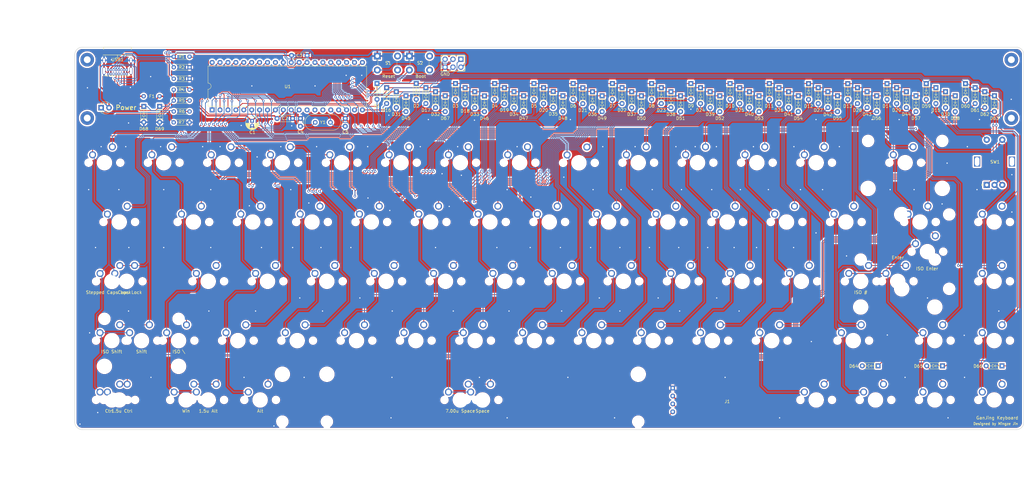
<source format=kicad_pcb>
(kicad_pcb (version 20171130) (host pcbnew "(5.1.7)-1")
  (layers (0 F.Cu signal) (31 B.Cu signal) (34 B.Paste user) (35 F.Paste user) (36 B.SilkS user) (37 F.SilkS user) (38 B.Mask user) (39 F.Mask user) (44 Edge.Cuts user))
  (net 0 "")
  (net 1 GND)
  (net 2 +5V)
  (net 3 "Net-(D1-Pad2)")
  (net 4 row0)
  (net 5 "Net-(D2-Pad2)")
  (net 6 "Net-(D3-Pad2)")
  (net 7 "Net-(D4-Pad2)")
  (net 8 "Net-(D5-Pad2)")
  (net 9 "Net-(D6-Pad2)")
  (net 10 "Net-(D7-Pad2)")
  (net 11 "Net-(D8-Pad2)")
  (net 12 "Net-(D9-Pad2)")
  (net 13 "Net-(D10-Pad2)")
  (net 14 "Net-(D11-Pad2)")
  (net 15 "Net-(D12-Pad2)")
  (net 16 "Net-(D13-Pad2)")
  (net 17 "Net-(D14-Pad2)")
  (net 18 SW15B)
  (net 19 "Net-(D16-Pad2)")
  (net 20 row1)
  (net 21 "Net-(D17-Pad2)")
  (net 22 "Net-(D18-Pad2)")
  (net 23 "Net-(D19-Pad2)")
  (net 24 "Net-(D20-Pad2)")
  (net 25 "Net-(D21-Pad2)")
  (net 26 "Net-(D22-Pad2)")
  (net 27 "Net-(D23-Pad2)")
  (net 28 "Net-(D24-Pad2)")
  (net 29 "Net-(D25-Pad2)")
  (net 30 "Net-(D26-Pad2)")
  (net 31 "Net-(D27-Pad2)")
  (net 32 "Net-(D28-Pad2)")
  (net 33 "Net-(D29-Pad2)")
  (net 34 "Net-(D30-Pad2)")
  (net 35 "Net-(D31-Pad2)")
  (net 36 row2)
  (net 37 "Net-(D32-Pad2)")
  (net 38 "Net-(D33-Pad2)")
  (net 39 "Net-(D34-Pad2)")
  (net 40 "Net-(D35-Pad2)")
  (net 41 "Net-(D36-Pad2)")
  (net 42 "Net-(D37-Pad2)")
  (net 43 "Net-(D38-Pad2)")
  (net 44 "Net-(D39-Pad2)")
  (net 45 "Net-(D40-Pad2)")
  (net 46 "Net-(D41-Pad2)")
  (net 47 "Net-(D42-Pad2)")
  (net 48 "Net-(D43-Pad2)")
  (net 49 "Net-(D44-Pad2)")
  (net 50 "Net-(D45-Pad2)")
  (net 51 row3)
  (net 52 "Net-(D46-Pad2)")
  (net 53 "Net-(D47-Pad2)")
  (net 54 "Net-(D48-Pad2)")
  (net 55 "Net-(D49-Pad2)")
  (net 56 "Net-(D50-Pad2)")
  (net 57 "Net-(D51-Pad2)")
  (net 58 "Net-(D52-Pad2)")
  (net 59 "Net-(D53-Pad2)")
  (net 60 "Net-(D54-Pad2)")
  (net 61 "Net-(D55-Pad2)")
  (net 62 "Net-(D56-Pad2)")
  (net 63 "Net-(D57-Pad2)")
  (net 64 "Net-(D58-Pad2)")
  (net 65 "Net-(D59-Pad2)")
  (net 66 row4)
  (net 67 "Net-(D60-Pad2)")
  (net 68 "Net-(D61-Pad2)")
  (net 69 "Net-(D62-Pad2)")
  (net 70 "Net-(D63-Pad2)")
  (net 71 "Net-(D64-Pad2)")
  (net 72 "Net-(D65-Pad2)")
  (net 73 "Net-(D66-Pad2)")
  (net 74 "Net-(D67-Pad2)")
  (net 75 "Net-(D70-Pad1)")
  (net 76 VCC)
  (net 77 SDA)
  (net 78 SCL)
  (net 79 MISO)
  (net 80 SCK)
  (net 81 MOSI)
  (net 82 Reset)
  (net 83 col0)
  (net 84 col1)
  (net 85 col2)
  (net 86 col3)
  (net 87 col4)
  (net 88 col5)
  (net 89 col6)
  (net 90 col7)
  (net 91 col8)
  (net 92 col9)
  (net 93 col10)
  (net 94 col11)
  (net 95 col12)
  (net 96 col13)
  (net 97 SW15A)
  (net 98 Boot)
  (net 99 D-)
  (net 100 D+)
  (net 101 "Net-(S1-Pad4)")
  (net 102 "Net-(S1-Pad2)")
  (net 103 "Net-(S2-Pad4)")
  (net 104 "Net-(S2-Pad2)")
  (net 105 B2)
  (net 106 B1)
  (net 107 "Net-(U1-Pad15)")
  (net 108 "Net-(U1-Pad32)")
  (net 109 "Net-(USB1-PadA8)")
  (net 110 "Net-(USB1-PadB8)")
  (net 111 "Net-(R2-Pad2)")
  (net 112 "Net-(R3-Pad2)")
  (net 113 "Net-(U1-Pad14)")
  (net 114 "Net-(D68-Pad1)")
  (net 115 "Net-(D69-Pad1)")
  (net 116 "Net-(C4-Pad1)")
  (net 117 "Net-(C5-Pad1)")
  (module Keyboard:USB_C_GCT_USB4085 (layer F.Cu) (at 73.25 98.75 180)
    (fp_text reference USB1 (at 0 -1.5 180) (layer F.SilkS))
    (fp_text value USB_C_GCT_USB4085)
    (pad A5 thru_hole oval (at -1.275 -6.1 180) (size 0.65 1) (drill 0.4) (layers *.Cu *.Mask) (net 112 "Net-(R3-Pad2)"))
    (pad A1 thru_hole oval (at -2.975 -6.1 180) (size 0.65 1) (drill 0.4) (layers *.Cu *.Mask) (net 1 GND))
    (pad A4 thru_hole oval (at -2.125 -6.1 180) (size 0.65 1) (drill 0.4) (layers *.Cu *.Mask) (net 76 VCC))
    (pad A6 thru_hole oval (at -0.425 -6.1 180) (size 0.65 1) (drill 0.4) (layers *.Cu *.Mask) (net 114 "Net-(D68-Pad1)"))
    (pad A7 thru_hole oval (at 0.425 -6.1 180) (size 0.65 1) (drill 0.4) (layers *.Cu *.Mask) (net 115 "Net-(D69-Pad1)"))
    (pad A8 thru_hole oval (at 1.275 -6.1 180) (size 0.65 1) (drill 0.4) (layers *.Cu *.Mask) (net 109 "Net-(USB1-PadA8)"))
    (pad A9 thru_hole oval (at 2.125 -6.1 180) (size 0.65 1) (drill 0.4) (layers *.Cu *.Mask) (net 76 VCC))
    (pad A12 thru_hole oval (at 2.975 -6.1 180) (size 0.65 1) (drill 0.4) (layers *.Cu *.Mask) (net 1 GND))
    (pad B12 thru_hole oval (at -2.975 -4.775 180) (size 0.65 1) (drill 0.4) (layers *.Cu *.Mask) (net 1 GND))
    (pad B9 thru_hole oval (at -2.12 -4.775 180) (size 0.65 1) (drill 0.4) (layers *.Cu *.Mask) (net 76 VCC))
    (pad B8 thru_hole oval (at -1.27 -4.775 180) (size 0.65 1) (drill 0.4) (layers *.Cu *.Mask) (net 110 "Net-(USB1-PadB8)"))
    (pad B7 thru_hole oval (at -0.42 -4.775 180) (size 0.65 1) (drill 0.4) (layers *.Cu *.Mask) (net 115 "Net-(D69-Pad1)"))
    (pad B6 thru_hole oval (at 0.43 -4.775 180) (size 0.65 1) (drill 0.4) (layers *.Cu *.Mask) (net 114 "Net-(D68-Pad1)"))
    (pad B5 thru_hole oval (at 1.28 -4.775 180) (size 0.65 1) (drill 0.4) (layers *.Cu *.Mask) (net 111 "Net-(R2-Pad2)"))
    (pad B4 thru_hole oval (at 2.13 -4.775 180) (size 0.65 1) (drill 0.4) (layers *.Cu *.Mask) (net 76 VCC))
    (pad B1 thru_hole oval (at 2.98 -4.775 180) (size 0.65 1) (drill 0.4) (layers *.Cu *.Mask) (net 1 GND))
    (pad S1 thru_hole oval (at -4.325 -5.12 180) (size 0.9 2.4) (drill oval 0.6 2.1) (layers *.Cu *.Mask) (net 1 GND))
    (pad S1 thru_hole oval (at 4.325 -5.12 180) (size 0.9 2.4) (drill oval 0.6 2.1) (layers *.Cu *.Mask) (net 1 GND))
    (pad S1 thru_hole oval (at -4.325 -1.74 180) (size 0.9 1.7) (drill oval 0.6 1.4) (layers *.Cu *.Mask) (net 1 GND))
    (pad S1 thru_hole oval (at 4.325 -1.74 180) (size 0.9 1.7) (drill oval 0.6 1.4) (layers *.Cu *.Mask) (net 1 GND))
  )
  (module Keyboard:AVR_ICSP_3x2 (layer F.Cu) (at 181 101.4 180)
    (fp_text reference J2)
    (fp_text value AVR-ISP-6 hide)
    (fp_text user GND (at 2.5 -3.5) (layer F.SilkS))
    (pad 1 thru_hole rect (at -2.54 1.27 180) (size 1.7 1.7) (drill 1.016) (layers *.Cu *.Mask) (net 79 MISO))
    (pad 2 thru_hole circle (at -2.54 -1.27 180) (size 1.7 1.7) (drill 1.016) (layers *.Cu *.Mask) (net 2 +5V))
    (pad 3 thru_hole circle (at 0 1.27 180) (size 1.7 1.7) (drill 1.016) (layers *.Cu *.Mask) (net 80 SCK))
    (pad 4 thru_hole circle (at 0 -1.27 180) (size 1.7 1.7) (drill 1.016) (layers *.Cu *.Mask) (net 81 MOSI))
    (pad 5 thru_hole circle (at 2.54 1.27 180) (size 1.7 1.7) (drill 1.016) (layers *.Cu *.Mask) (net 82 Reset))
    (pad 6 thru_hole circle (at 2.54 -1.27 180) (size 1.7 1.7) (drill 1.016) (layers *.Cu *.Mask) (net 1 GND))
  )
  (module Keyboard:ssd1306_128x32_oled (layer F.Cu) (at 269.08125 209.55)
    (fp_text reference J1 (at 0 0.5) (layer F.SilkS))
    (fp_text value Conn_01x04)
    (pad 1 thru_hole circle (at -17.5 3.81) (size 1.524 1.524) (drill 0.762) (layers *.Cu *.Mask) (net 77 SDA))
    (pad 2 thru_hole circle (at -17.5 1.27) (size 1.524 1.524) (drill 0.762) (layers *.Cu *.Mask) (net 78 SCL))
    (pad 3 thru_hole circle (at -17.5 -1.27) (size 1.524 1.524) (drill 0.762) (layers *.Cu *.Mask) (net 76 VCC))
    (pad 4 thru_hole circle (at -17.5 -3.81) (size 1.524 1.524) (drill 0.762) (layers *.Cu *.Mask) (net 1 GND))
  )
  (module Keyboard:Crystal_HC49-4H_Vertical (layer F.Cu) (at 141.64 120.4 180)
    (fp_text reference Y1 (at 2.44 0) (layer F.SilkS))
    (fp_text value Crystal hide)
    (pad 1 thru_hole circle (at 0 0 180) (size 1.5 1.5) (drill 0.8) (layers *.Cu *.Mask) (net 117 "Net-(C5-Pad1)"))
    (pad 2 thru_hole circle (at 4.88 0 180) (size 1.5 1.5) (drill 0.8) (layers *.Cu *.Mask) (net 116 "Net-(C4-Pad1)"))
  )
  (module Keyboard:D_DO-35_SOD27_P5.08mm_Horizontal (layer F.Cu) (at 156.6 106.65 270)
    (fp_text reference D1 (at 8.5 0) (layer F.SilkS))
    (fp_text value D hide)
    (pad 2 thru_hole oval (at 6.35 0 270) (size 1.6 1.6) (drill 0.8) (layers *.Cu *.Mask) (net 3 "Net-(D1-Pad2)"))
    (pad 1 thru_hole rect (at 1.27 0 270) (size 1.6 1.6) (drill 0.8) (layers *.Cu *.Mask) (net 4 row0))
  )
  (module Keyboard:D_DO-35_SOD27_P5.08mm_Horizontal (layer F.Cu) (at 169.2 106.65 270)
    (fp_text reference D2 (at 8.5 0 180) (layer F.SilkS))
    (fp_text value D hide)
    (pad 2 thru_hole oval (at 6.35 0 270) (size 1.6 1.6) (drill 0.8) (layers *.Cu *.Mask) (net 5 "Net-(D2-Pad2)"))
    (pad 1 thru_hole rect (at 1.27 0 270) (size 1.6 1.6) (drill 0.8) (layers *.Cu *.Mask) (net 4 row0))
  )
  (module Keyboard:D_DO-35_SOD27_P5.08mm_Horizontal (layer F.Cu) (at 181.8 106.65 270)
    (fp_text reference D3 (at 8.5 0 180) (layer F.SilkS))
    (fp_text value D hide)
    (pad 2 thru_hole oval (at 6.35 0 270) (size 1.6 1.6) (drill 0.8) (layers *.Cu *.Mask) (net 6 "Net-(D3-Pad2)"))
    (pad 1 thru_hole rect (at 1.27 0 270) (size 1.6 1.6) (drill 0.8) (layers *.Cu *.Mask) (net 4 row0))
  )
  (module Keyboard:D_DO-35_SOD27_P5.08mm_Horizontal (layer F.Cu) (at 194.4 106.65 270)
    (fp_text reference D4 (at 8.5 0) (layer F.SilkS))
    (fp_text value D hide)
    (pad 2 thru_hole oval (at 6.35 0 270) (size 1.6 1.6) (drill 0.8) (layers *.Cu *.Mask) (net 7 "Net-(D4-Pad2)"))
    (pad 1 thru_hole rect (at 1.27 0 270) (size 1.6 1.6) (drill 0.8) (layers *.Cu *.Mask) (net 4 row0))
  )
  (module Keyboard:D_DO-35_SOD27_P5.08mm_Horizontal (layer F.Cu) (at 207 106.65 270)
    (fp_text reference D5 (at 8.5 0) (layer F.SilkS))
    (fp_text value D hide)
    (pad 2 thru_hole oval (at 6.35 0 270) (size 1.6 1.6) (drill 0.8) (layers *.Cu *.Mask) (net 8 "Net-(D5-Pad2)"))
    (pad 1 thru_hole rect (at 1.27 0 270) (size 1.6 1.6) (drill 0.8) (layers *.Cu *.Mask) (net 4 row0))
  )
  (module Keyboard:D_DO-35_SOD27_P5.08mm_Horizontal (layer F.Cu) (at 219.6 106.65 270)
    (fp_text reference D6 (at 8.5 0 180) (layer F.SilkS))
    (fp_text value D hide)
    (pad 2 thru_hole oval (at 6.35 0 270) (size 1.6 1.6) (drill 0.8) (layers *.Cu *.Mask) (net 9 "Net-(D6-Pad2)"))
    (pad 1 thru_hole rect (at 1.27 0 270) (size 1.6 1.6) (drill 0.8) (layers *.Cu *.Mask) (net 4 row0))
  )
  (module Keyboard:D_DO-35_SOD27_P5.08mm_Horizontal (layer F.Cu) (at 232.2 106.65 270)
    (fp_text reference D7 (at 8.5 0 180) (layer F.SilkS))
    (fp_text value D hide)
    (pad 2 thru_hole oval (at 6.35 0 270) (size 1.6 1.6) (drill 0.8) (layers *.Cu *.Mask) (net 10 "Net-(D7-Pad2)"))
    (pad 1 thru_hole rect (at 1.27 0 270) (size 1.6 1.6) (drill 0.8) (layers *.Cu *.Mask) (net 4 row0))
  )
  (module Keyboard:D_DO-35_SOD27_P5.08mm_Horizontal (layer F.Cu) (at 244.8 106.65 270)
    (fp_text reference D8 (at 8.5 0 180) (layer F.SilkS))
    (fp_text value D hide)
    (pad 2 thru_hole oval (at 6.35 0 270) (size 1.6 1.6) (drill 0.8) (layers *.Cu *.Mask) (net 11 "Net-(D8-Pad2)"))
    (pad 1 thru_hole rect (at 1.27 0 270) (size 1.6 1.6) (drill 0.8) (layers *.Cu *.Mask) (net 4 row0))
  )
  (module Keyboard:D_DO-35_SOD27_P5.08mm_Horizontal (layer F.Cu) (at 257.4 106.65 270)
    (fp_text reference D9 (at 8.5 0 180) (layer F.SilkS))
    (fp_text value D hide)
    (pad 2 thru_hole oval (at 6.35 0 270) (size 1.6 1.6) (drill 0.8) (layers *.Cu *.Mask) (net 12 "Net-(D9-Pad2)"))
    (pad 1 thru_hole rect (at 1.27 0 270) (size 1.6 1.6) (drill 0.8) (layers *.Cu *.Mask) (net 4 row0))
  )
  (module Keyboard:D_DO-35_SOD27_P5.08mm_Horizontal (layer F.Cu) (at 270 106.65 270)
    (fp_text reference D10 (at 8.5 0 180) (layer F.SilkS))
    (fp_text value D hide)
    (pad 2 thru_hole oval (at 6.35 0 270) (size 1.6 1.6) (drill 0.8) (layers *.Cu *.Mask) (net 13 "Net-(D10-Pad2)"))
    (pad 1 thru_hole rect (at 1.27 0 270) (size 1.6 1.6) (drill 0.8) (layers *.Cu *.Mask) (net 4 row0))
  )
  (module Keyboard:D_DO-35_SOD27_P5.08mm_Horizontal (layer F.Cu) (at 282.6 106.65 270)
    (fp_text reference D11 (at 8.5 0 180) (layer F.SilkS))
    (fp_text value D hide)
    (pad 2 thru_hole oval (at 6.35 0 270) (size 1.6 1.6) (drill 0.8) (layers *.Cu *.Mask) (net 14 "Net-(D11-Pad2)"))
    (pad 1 thru_hole rect (at 1.27 0 270) (size 1.6 1.6) (drill 0.8) (layers *.Cu *.Mask) (net 4 row0))
  )
  (module Keyboard:D_DO-35_SOD27_P5.08mm_Horizontal (layer F.Cu) (at 295.2 106.7 270)
    (fp_text reference D12 (at 8.5 0 180) (layer F.SilkS))
    (fp_text value D hide)
    (pad 2 thru_hole oval (at 6.35 0 270) (size 1.6 1.6) (drill 0.8) (layers *.Cu *.Mask) (net 15 "Net-(D12-Pad2)"))
    (pad 1 thru_hole rect (at 1.27 0 270) (size 1.6 1.6) (drill 0.8) (layers *.Cu *.Mask) (net 4 row0))
  )
  (module Keyboard:D_DO-35_SOD27_P5.08mm_Horizontal (layer F.Cu) (at 307.8 106.7 270)
    (fp_text reference D13 (at 8.5 0 180) (layer F.SilkS))
    (fp_text value D hide)
    (pad 2 thru_hole oval (at 6.35 0 270) (size 1.6 1.6) (drill 0.8) (layers *.Cu *.Mask) (net 16 "Net-(D13-Pad2)"))
    (pad 1 thru_hole rect (at 1.27 0 270) (size 1.6 1.6) (drill 0.8) (layers *.Cu *.Mask) (net 4 row0))
  )
  (module Keyboard:D_DO-35_SOD27_P5.08mm_Horizontal (layer F.Cu) (at 320.4 106.7 270)
    (fp_text reference D14 (at 8.5 0 180) (layer F.SilkS))
    (fp_text value D hide)
    (pad 2 thru_hole oval (at 6.35 0 270) (size 1.6 1.6) (drill 0.8) (layers *.Cu *.Mask) (net 17 "Net-(D14-Pad2)"))
    (pad 1 thru_hole rect (at 1.27 0 270) (size 1.6 1.6) (drill 0.8) (layers *.Cu *.Mask) (net 4 row0))
  )
  (module Keyboard:D_DO-35_SOD27_P5.08mm_Horizontal (layer F.Cu) (at 336.1 108 270)
    (fp_text reference D15 (at 8.5 0 180) (layer F.SilkS))
    (fp_text value D hide)
    (pad 2 thru_hole oval (at 6.35 0 270) (size 1.6 1.6) (drill 0.8) (layers *.Cu *.Mask) (net 18 SW15B))
    (pad 1 thru_hole rect (at 1.27 0 270) (size 1.6 1.6) (drill 0.8) (layers *.Cu *.Mask) (net 4 row0))
  )
  (module Keyboard:D_DO-35_SOD27_P5.08mm_Horizontal (layer F.Cu) (at 159.7 108 270)
    (fp_text reference D16 (at 8.5 0 180) (layer F.SilkS))
    (fp_text value D hide)
    (pad 2 thru_hole oval (at 6.35 0 270) (size 1.6 1.6) (drill 0.8) (layers *.Cu *.Mask) (net 19 "Net-(D16-Pad2)"))
    (pad 1 thru_hole rect (at 1.27 0 270) (size 1.6 1.6) (drill 0.8) (layers *.Cu *.Mask) (net 20 row1))
  )
  (module Keyboard:D_DO-35_SOD27_P5.08mm_Horizontal (layer F.Cu) (at 172.3 108 270)
    (fp_text reference D17 (at 8.5 0 180) (layer F.SilkS))
    (fp_text value D hide)
    (pad 2 thru_hole oval (at 6.35 0 270) (size 1.6 1.6) (drill 0.8) (layers *.Cu *.Mask) (net 21 "Net-(D17-Pad2)"))
    (pad 1 thru_hole rect (at 1.27 0 270) (size 1.6 1.6) (drill 0.8) (layers *.Cu *.Mask) (net 20 row1))
  )
  (module Keyboard:D_DO-35_SOD27_P5.08mm_Horizontal (layer F.Cu) (at 184.9 108 270)
    (fp_text reference D18 (at 8.75 0 180) (layer F.SilkS))
    (fp_text value D hide)
    (pad 2 thru_hole oval (at 6.35 0 270) (size 1.6 1.6) (drill 0.8) (layers *.Cu *.Mask) (net 22 "Net-(D18-Pad2)"))
    (pad 1 thru_hole rect (at 1.27 0 270) (size 1.6 1.6) (drill 0.8) (layers *.Cu *.Mask) (net 20 row1))
  )
  (module Keyboard:D_DO-35_SOD27_P5.08mm_Horizontal (layer F.Cu) (at 197.5 108 270)
    (fp_text reference D19 (at 8.5 0 180) (layer F.SilkS))
    (fp_text value D hide)
    (pad 2 thru_hole oval (at 6.35 0 270) (size 1.6 1.6) (drill 0.8) (layers *.Cu *.Mask) (net 23 "Net-(D19-Pad2)"))
    (pad 1 thru_hole rect (at 1.27 0 270) (size 1.6 1.6) (drill 0.8) (layers *.Cu *.Mask) (net 20 row1))
  )
  (module Keyboard:D_DO-35_SOD27_P5.08mm_Horizontal (layer F.Cu) (at 210.1 108 270)
    (fp_text reference D20 (at 8.5 0 180) (layer F.SilkS))
    (fp_text value D hide)
    (pad 2 thru_hole oval (at 6.35 0 270) (size 1.6 1.6) (drill 0.8) (layers *.Cu *.Mask) (net 24 "Net-(D20-Pad2)"))
    (pad 1 thru_hole rect (at 1.27 0 270) (size 1.6 1.6) (drill 0.8) (layers *.Cu *.Mask) (net 20 row1))
  )
  (module Keyboard:D_DO-35_SOD27_P5.08mm_Horizontal (layer F.Cu) (at 222.7 108.03 270)
    (fp_text reference D21 (at 8.5 0 180) (layer F.SilkS))
    (fp_text value D hide)
    (pad 2 thru_hole oval (at 6.35 0 270) (size 1.6 1.6) (drill 0.8) (layers *.Cu *.Mask) (net 25 "Net-(D21-Pad2)"))
    (pad 1 thru_hole rect (at 1.27 0 270) (size 1.6 1.6) (drill 0.8) (layers *.Cu *.Mask) (net 20 row1))
  )
  (module Keyboard:D_DO-35_SOD27_P5.08mm_Horizontal (layer F.Cu) (at 235.3 108 270)
    (fp_text reference D22 (at 8.5 0 180) (layer F.SilkS))
    (fp_text value D hide)
    (pad 2 thru_hole oval (at 6.35 0 270) (size 1.6 1.6) (drill 0.8) (layers *.Cu *.Mask) (net 26 "Net-(D22-Pad2)"))
    (pad 1 thru_hole rect (at 1.27 0 270) (size 1.6 1.6) (drill 0.8) (layers *.Cu *.Mask) (net 20 row1))
  )
  (module Keyboard:D_DO-35_SOD27_P5.08mm_Horizontal (layer F.Cu) (at 247.9 108 270)
    (fp_text reference D23 (at 8.5 0) (layer F.SilkS))
    (fp_text value D hide)
    (pad 2 thru_hole oval (at 6.35 0 270) (size 1.6 1.6) (drill 0.8) (layers *.Cu *.Mask) (net 27 "Net-(D23-Pad2)"))
    (pad 1 thru_hole rect (at 1.27 0 270) (size 1.6 1.6) (drill 0.8) (layers *.Cu *.Mask) (net 20 row1))
  )
  (module Keyboard:D_DO-35_SOD27_P5.08mm_Horizontal (layer F.Cu) (at 260.5 108 270)
    (fp_text reference D24 (at 8.5 0 180) (layer F.SilkS))
    (fp_text value D hide)
    (pad 2 thru_hole oval (at 6.35 0 270) (size 1.6 1.6) (drill 0.8) (layers *.Cu *.Mask) (net 28 "Net-(D24-Pad2)"))
    (pad 1 thru_hole rect (at 1.27 0 270) (size 1.6 1.6) (drill 0.8) (layers *.Cu *.Mask) (net 20 row1))
  )
  (module Keyboard:D_DO-35_SOD27_P5.08mm_Horizontal (layer F.Cu) (at 273.1 108 270)
    (fp_text reference D25 (at 8.5 0 180) (layer F.SilkS))
    (fp_text value D hide)
    (pad 2 thru_hole oval (at 6.35 0 270) (size 1.6 1.6) (drill 0.8) (layers *.Cu *.Mask) (net 29 "Net-(D25-Pad2)"))
    (pad 1 thru_hole rect (at 1.27 0 270) (size 1.6 1.6) (drill 0.8) (layers *.Cu *.Mask) (net 20 row1))
  )
  (module Keyboard:D_DO-35_SOD27_P5.08mm_Horizontal (layer F.Cu) (at 285.7 108 270)
    (fp_text reference D26 (at 8.5 0 180) (layer F.SilkS))
    (fp_text value D hide)
    (pad 2 thru_hole oval (at 6.35 0 270) (size 1.6 1.6) (drill 0.8) (layers *.Cu *.Mask) (net 30 "Net-(D26-Pad2)"))
    (pad 1 thru_hole rect (at 1.27 0 270) (size 1.6 1.6) (drill 0.8) (layers *.Cu *.Mask) (net 20 row1))
  )
  (module Keyboard:D_DO-35_SOD27_P5.08mm_Horizontal (layer F.Cu) (at 298.3 108 270)
    (fp_text reference D27 (at 8.5 0 180) (layer F.SilkS))
    (fp_text value D hide)
    (pad 2 thru_hole oval (at 6.35 0 270) (size 1.6 1.6) (drill 0.8) (layers *.Cu *.Mask) (net 31 "Net-(D27-Pad2)"))
    (pad 1 thru_hole rect (at 1.27 0 270) (size 1.6 1.6) (drill 0.8) (layers *.Cu *.Mask) (net 20 row1))
  )
  (module Keyboard:D_DO-35_SOD27_P5.08mm_Horizontal (layer F.Cu) (at 310.9 108 270)
    (fp_text reference D28 (at 8.5 0 180) (layer F.SilkS))
    (fp_text value D hide)
    (pad 2 thru_hole oval (at 6.35 0 270) (size 1.6 1.6) (drill 0.8) (layers *.Cu *.Mask) (net 32 "Net-(D28-Pad2)"))
    (pad 1 thru_hole rect (at 1.27 0 270) (size 1.6 1.6) (drill 0.8) (layers *.Cu *.Mask) (net 20 row1))
  )
  (module Keyboard:D_DO-35_SOD27_P5.08mm_Horizontal (layer F.Cu) (at 323.5 108 270)
    (fp_text reference D29 (at 8.5 0 180) (layer F.SilkS))
    (fp_text value D hide)
    (pad 2 thru_hole oval (at 6.35 0 270) (size 1.6 1.6) (drill 0.8) (layers *.Cu *.Mask) (net 33 "Net-(D29-Pad2)"))
    (pad 1 thru_hole rect (at 1.27 0 270) (size 1.6 1.6) (drill 0.8) (layers *.Cu *.Mask) (net 20 row1))
  )
  (module Keyboard:D_DO-35_SOD27_P5.08mm_Horizontal (layer F.Cu) (at 339.2 109.3 270)
    (fp_text reference D30 (at 8.5 0 180) (layer F.SilkS))
    (fp_text value D hide)
    (pad 2 thru_hole oval (at 6.35 0 270) (size 1.6 1.6) (drill 0.8) (layers *.Cu *.Mask) (net 34 "Net-(D30-Pad2)"))
    (pad 1 thru_hole rect (at 1.27 0 270) (size 1.6 1.6) (drill 0.8) (layers *.Cu *.Mask) (net 20 row1))
  )
  (module Keyboard:D_DO-35_SOD27_P5.08mm_Horizontal (layer F.Cu) (at 162.8 109.3 270)
    (fp_text reference D31 (at 8.5 0 180) (layer F.SilkS))
    (fp_text value D hide)
    (pad 2 thru_hole oval (at 6.35 0 270) (size 1.6 1.6) (drill 0.8) (layers *.Cu *.Mask) (net 35 "Net-(D31-Pad2)"))
    (pad 1 thru_hole rect (at 1.27 0 270) (size 1.6 1.6) (drill 0.8) (layers *.Cu *.Mask) (net 36 row2))
  )
  (module Keyboard:D_DO-35_SOD27_P5.08mm_Horizontal (layer F.Cu) (at 175.4 109.3 270)
    (fp_text reference D32 (at 8.5 0 180) (layer F.SilkS))
    (fp_text value D hide)
    (pad 2 thru_hole oval (at 6.35 0 270) (size 1.6 1.6) (drill 0.8) (layers *.Cu *.Mask) (net 37 "Net-(D32-Pad2)"))
    (pad 1 thru_hole rect (at 1.27 0 270) (size 1.6 1.6) (drill 0.8) (layers *.Cu *.Mask) (net 36 row2))
  )
  (module Keyboard:D_DO-35_SOD27_P5.08mm_Horizontal (layer F.Cu) (at 188 109.3 270)
    (fp_text reference D33 (at 8.5 0) (layer F.SilkS))
    (fp_text value D hide)
    (pad 2 thru_hole oval (at 6.35 0 270) (size 1.6 1.6) (drill 0.8) (layers *.Cu *.Mask) (net 38 "Net-(D33-Pad2)"))
    (pad 1 thru_hole rect (at 1.27 0 270) (size 1.6 1.6) (drill 0.8) (layers *.Cu *.Mask) (net 36 row2))
  )
  (module Keyboard:D_DO-35_SOD27_P5.08mm_Horizontal (layer F.Cu) (at 200.6 109.3 270)
    (fp_text reference D34 (at 8.5 0) (layer F.SilkS))
    (fp_text value D hide)
    (pad 2 thru_hole oval (at 6.35 0 270) (size 1.6 1.6) (drill 0.8) (layers *.Cu *.Mask) (net 39 "Net-(D34-Pad2)"))
    (pad 1 thru_hole rect (at 1.27 0 270) (size 1.6 1.6) (drill 0.8) (layers *.Cu *.Mask) (net 36 row2))
  )
  (module Keyboard:D_DO-35_SOD27_P5.08mm_Horizontal (layer F.Cu) (at 213.2 109.2 270)
    (fp_text reference D35 (at 8.52 0) (layer F.SilkS))
    (fp_text value D hide)
    (pad 2 thru_hole oval (at 6.35 0 270) (size 1.6 1.6) (drill 0.8) (layers *.Cu *.Mask) (net 40 "Net-(D35-Pad2)"))
    (pad 1 thru_hole rect (at 1.27 0 270) (size 1.6 1.6) (drill 0.8) (layers *.Cu *.Mask) (net 36 row2))
  )
  (module Keyboard:D_DO-35_SOD27_P5.08mm_Horizontal (layer F.Cu) (at 225.8 109.3 270)
    (fp_text reference D36 (at 8.5 0 180) (layer F.SilkS))
    (fp_text value D hide)
    (pad 2 thru_hole oval (at 6.35 0 270) (size 1.6 1.6) (drill 0.8) (layers *.Cu *.Mask) (net 41 "Net-(D36-Pad2)"))
    (pad 1 thru_hole rect (at 1.27 0 270) (size 1.6 1.6) (drill 0.8) (layers *.Cu *.Mask) (net 36 row2))
  )
  (module Keyboard:D_DO-35_SOD27_P5.08mm_Horizontal (layer F.Cu) (at 238.4 109.3 270)
    (fp_text reference D37 (at 8.5 0 180) (layer F.SilkS))
    (fp_text value D hide)
    (pad 2 thru_hole oval (at 6.35 0 270) (size 1.6 1.6) (drill 0.8) (layers *.Cu *.Mask) (net 42 "Net-(D37-Pad2)"))
    (pad 1 thru_hole rect (at 1.27 0 270) (size 1.6 1.6) (drill 0.8) (layers *.Cu *.Mask) (net 36 row2))
  )
  (module Keyboard:D_DO-35_SOD27_P5.08mm_Horizontal (layer F.Cu) (at 251 109.3 270)
    (fp_text reference D38 (at 8.5 0 180) (layer F.SilkS))
    (fp_text value D hide)
    (pad 2 thru_hole oval (at 6.35 0 270) (size 1.6 1.6) (drill 0.8) (layers *.Cu *.Mask) (net 43 "Net-(D38-Pad2)"))
    (pad 1 thru_hole rect (at 1.27 0 270) (size 1.6 1.6) (drill 0.8) (layers *.Cu *.Mask) (net 36 row2))
  )
  (module Keyboard:D_DO-35_SOD27_P5.08mm_Horizontal (layer F.Cu) (at 263.6 109.3 270)
    (fp_text reference D39 (at 8.5 0 180) (layer F.SilkS))
    (fp_text value D hide)
    (pad 2 thru_hole oval (at 6.35 0 270) (size 1.6 1.6) (drill 0.8) (layers *.Cu *.Mask) (net 44 "Net-(D39-Pad2)"))
    (pad 1 thru_hole rect (at 1.27 0 270) (size 1.6 1.6) (drill 0.8) (layers *.Cu *.Mask) (net 36 row2))
  )
  (module Keyboard:D_DO-35_SOD27_P5.08mm_Horizontal (layer F.Cu) (at 276.2 109.3 270)
    (fp_text reference D40 (at 8.5 0 180) (layer F.SilkS))
    (fp_text value D hide)
    (pad 2 thru_hole oval (at 6.35 0 270) (size 1.6 1.6) (drill 0.8) (layers *.Cu *.Mask) (net 45 "Net-(D40-Pad2)"))
    (pad 1 thru_hole rect (at 1.27 0 270) (size 1.6 1.6) (drill 0.8) (layers *.Cu *.Mask) (net 36 row2))
  )
  (module Keyboard:D_DO-35_SOD27_P5.08mm_Horizontal (layer F.Cu) (at 288.8 109.3 270)
    (fp_text reference D41 (at 8.5 0 180) (layer F.SilkS))
    (fp_text value D hide)
    (pad 2 thru_hole oval (at 6.35 0 270) (size 1.6 1.6) (drill 0.8) (layers *.Cu *.Mask) (net 46 "Net-(D41-Pad2)"))
    (pad 1 thru_hole rect (at 1.27 0 270) (size 1.6 1.6) (drill 0.8) (layers *.Cu *.Mask) (net 36 row2))
  )
  (module Keyboard:D_DO-35_SOD27_P5.08mm_Horizontal (layer F.Cu) (at 301.4 109.3 270)
    (fp_text reference D42 (at 8.6 0 180) (layer F.SilkS))
    (fp_text value D hide)
    (pad 2 thru_hole oval (at 6.35 0 270) (size 1.6 1.6) (drill 0.8) (layers *.Cu *.Mask) (net 47 "Net-(D42-Pad2)"))
    (pad 1 thru_hole rect (at 1.27 0 270) (size 1.6 1.6) (drill 0.8) (layers *.Cu *.Mask) (net 36 row2))
  )
  (module Keyboard:D_DO-35_SOD27_P5.08mm_Horizontal (layer F.Cu) (at 314 109.3 270)
    (fp_text reference D43 (at 8.5 0) (layer F.SilkS))
    (fp_text value D hide)
    (pad 2 thru_hole oval (at 6.35 0 270) (size 1.6 1.6) (drill 0.8) (layers *.Cu *.Mask) (net 48 "Net-(D43-Pad2)"))
    (pad 1 thru_hole rect (at 1.27 0 270) (size 1.6 1.6) (drill 0.8) (layers *.Cu *.Mask) (net 36 row2))
  )
  (module Keyboard:D_DO-35_SOD27_P5.08mm_Horizontal (layer F.Cu) (at 326.6 109.3 270)
    (fp_text reference D44 (at 8.5 0) (layer F.SilkS))
    (fp_text value D hide)
    (pad 2 thru_hole oval (at 6.35 0 270) (size 1.6 1.6) (drill 0.8) (layers *.Cu *.Mask) (net 49 "Net-(D44-Pad2)"))
    (pad 1 thru_hole rect (at 1.27 0 270) (size 1.6 1.6) (drill 0.8) (layers *.Cu *.Mask) (net 36 row2))
  )
  (module Keyboard:D_DO-35_SOD27_P5.08mm_Horizontal (layer F.Cu) (at 165.9 110.6 270)
    (fp_text reference D45 (at 8.5 0) (layer F.SilkS))
    (fp_text value D hide)
    (pad 2 thru_hole oval (at 6.35 0 270) (size 1.6 1.6) (drill 0.8) (layers *.Cu *.Mask) (net 50 "Net-(D45-Pad2)"))
    (pad 1 thru_hole rect (at 1.27 0 270) (size 1.6 1.6) (drill 0.8) (layers *.Cu *.Mask) (net 51 row3))
  )
  (module Keyboard:D_DO-35_SOD27_P5.08mm_Horizontal (layer F.Cu) (at 191.1 110.63 270)
    (fp_text reference D46 (at 8.5 0 180) (layer F.SilkS))
    (fp_text value D hide)
    (pad 2 thru_hole oval (at 6.35 0 270) (size 1.6 1.6) (drill 0.8) (layers *.Cu *.Mask) (net 52 "Net-(D46-Pad2)"))
    (pad 1 thru_hole rect (at 1.27 0 270) (size 1.6 1.6) (drill 0.8) (layers *.Cu *.Mask) (net 51 row3))
  )
  (module Keyboard:D_DO-35_SOD27_P5.08mm_Horizontal (layer F.Cu) (at 203.7 110.6 270)
    (fp_text reference D47 (at 8.5 0 180) (layer F.SilkS))
    (fp_text value D hide)
    (pad 2 thru_hole oval (at 6.35 0 270) (size 1.6 1.6) (drill 0.8) (layers *.Cu *.Mask) (net 53 "Net-(D47-Pad2)"))
    (pad 1 thru_hole rect (at 1.27 0 270) (size 1.6 1.6) (drill 0.8) (layers *.Cu *.Mask) (net 51 row3))
  )
  (module Keyboard:D_DO-35_SOD27_P5.08mm_Horizontal (layer F.Cu) (at 216.3 110.6 270)
    (fp_text reference D48 (at 8.5 0 180) (layer F.SilkS))
    (fp_text value D hide)
    (pad 2 thru_hole oval (at 6.35 0 270) (size 1.6 1.6) (drill 0.8) (layers *.Cu *.Mask) (net 54 "Net-(D48-Pad2)"))
    (pad 1 thru_hole rect (at 1.27 0 270) (size 1.6 1.6) (drill 0.8) (layers *.Cu *.Mask) (net 51 row3))
  )
  (module Keyboard:D_DO-35_SOD27_P5.08mm_Horizontal (layer F.Cu) (at 228.9 110.6 270)
    (fp_text reference D49 (at 8.5 0 180) (layer F.SilkS))
    (fp_text value D hide)
    (pad 2 thru_hole oval (at 6.35 0 270) (size 1.6 1.6) (drill 0.8) (layers *.Cu *.Mask) (net 55 "Net-(D49-Pad2)"))
    (pad 1 thru_hole rect (at 1.27 0 270) (size 1.6 1.6) (drill 0.8) (layers *.Cu *.Mask) (net 51 row3))
  )
  (module Keyboard:D_DO-35_SOD27_P5.08mm_Horizontal (layer F.Cu) (at 241.5 110.6 270)
    (fp_text reference D50 (at 8.5 0 180) (layer F.SilkS))
    (fp_text value D hide)
    (pad 2 thru_hole oval (at 6.35 0 270) (size 1.6 1.6) (drill 0.8) (layers *.Cu *.Mask) (net 56 "Net-(D50-Pad2)"))
    (pad 1 thru_hole rect (at 1.27 0 270) (size 1.6 1.6) (drill 0.8) (layers *.Cu *.Mask) (net 51 row3))
  )
  (module Keyboard:D_DO-35_SOD27_P5.08mm_Horizontal (layer F.Cu) (at 254.1 110.6 270)
    (fp_text reference D51 (at 8.5 0 180) (layer F.SilkS))
    (fp_text value D hide)
    (pad 2 thru_hole oval (at 6.35 0 270) (size 1.6 1.6) (drill 0.8) (layers *.Cu *.Mask) (net 57 "Net-(D51-Pad2)"))
    (pad 1 thru_hole rect (at 1.27 0 270) (size 1.6 1.6) (drill 0.8) (layers *.Cu *.Mask) (net 51 row3))
  )
  (module Keyboard:D_DO-35_SOD27_P5.08mm_Horizontal (layer F.Cu) (at 266.7 110.6 270)
    (fp_text reference D52 (at 8.5 0) (layer F.SilkS))
    (fp_text value D hide)
    (pad 2 thru_hole oval (at 6.35 0 270) (size 1.6 1.6) (drill 0.8) (layers *.Cu *.Mask) (net 58 "Net-(D52-Pad2)"))
    (pad 1 thru_hole rect (at 1.27 0 270) (size 1.6 1.6) (drill 0.8) (layers *.Cu *.Mask) (net 51 row3))
  )
  (module Keyboard:D_DO-35_SOD27_P5.08mm_Horizontal (layer F.Cu) (at 279.3 110.6 270)
    (fp_text reference D53 (at 8.5 0 180) (layer F.SilkS))
    (fp_text value D hide)
    (pad 2 thru_hole oval (at 6.35 0 270) (size 1.6 1.6) (drill 0.8) (layers *.Cu *.Mask) (net 59 "Net-(D53-Pad2)"))
    (pad 1 thru_hole rect (at 1.27 0 270) (size 1.6 1.6) (drill 0.8) (layers *.Cu *.Mask) (net 51 row3))
  )
  (module Keyboard:D_DO-35_SOD27_P5.08mm_Horizontal (layer F.Cu) (at 291.9 110.6 270)
    (fp_text reference D54 (at 8.5 0 180) (layer F.SilkS))
    (fp_text value D hide)
    (pad 2 thru_hole oval (at 6.35 0 270) (size 1.6 1.6) (drill 0.8) (layers *.Cu *.Mask) (net 60 "Net-(D54-Pad2)"))
    (pad 1 thru_hole rect (at 1.27 0 270) (size 1.6 1.6) (drill 0.8) (layers *.Cu *.Mask) (net 51 row3))
  )
  (module Keyboard:D_DO-35_SOD27_P5.08mm_Horizontal (layer F.Cu) (at 304.5 110.6 270)
    (fp_text reference D55 (at 8.5 0) (layer F.SilkS))
    (fp_text value D hide)
    (pad 2 thru_hole oval (at 6.35 0 270) (size 1.6 1.6) (drill 0.8) (layers *.Cu *.Mask) (net 61 "Net-(D55-Pad2)"))
    (pad 1 thru_hole rect (at 1.27 0 270) (size 1.6 1.6) (drill 0.8) (layers *.Cu *.Mask) (net 51 row3))
  )
  (module Keyboard:D_DO-35_SOD27_P5.08mm_Horizontal (layer F.Cu) (at 317.1 110.6 270)
    (fp_text reference D56 (at 8.5 0 180) (layer F.SilkS))
    (fp_text value D hide)
    (pad 2 thru_hole oval (at 6.35 0 270) (size 1.6 1.6) (drill 0.8) (layers *.Cu *.Mask) (net 62 "Net-(D56-Pad2)"))
    (pad 1 thru_hole rect (at 1.27 0 270) (size 1.6 1.6) (drill 0.8) (layers *.Cu *.Mask) (net 51 row3))
  )
  (module Keyboard:D_DO-35_SOD27_P5.08mm_Horizontal (layer F.Cu) (at 329.7 110.6 270)
    (fp_text reference D57 (at 8.5 0 180) (layer F.SilkS))
    (fp_text value D hide)
    (pad 2 thru_hole oval (at 6.35 0 270) (size 1.6 1.6) (drill 0.8) (layers *.Cu *.Mask) (net 63 "Net-(D57-Pad2)"))
    (pad 1 thru_hole rect (at 1.27 0 270) (size 1.6 1.6) (drill 0.8) (layers *.Cu *.Mask) (net 51 row3))
  )
  (module Keyboard:D_DO-35_SOD27_P5.08mm_Horizontal (layer F.Cu) (at 342.3 110.6 270)
    (fp_text reference D58 (at 8.5 0) (layer F.SilkS))
    (fp_text value D hide)
    (pad 2 thru_hole oval (at 6.35 0 270) (size 1.6 1.6) (drill 0.8) (layers *.Cu *.Mask) (net 64 "Net-(D58-Pad2)"))
    (pad 1 thru_hole rect (at 1.27 0 270) (size 1.6 1.6) (drill 0.8) (layers *.Cu *.Mask) (net 51 row3))
  )
  (module Keyboard:D_DO-35_SOD27_P5.08mm_Horizontal (layer F.Cu) (at 333 106.7 270)
    (fp_text reference D59 (at 8.5 0 180) (layer F.SilkS))
    (fp_text value D hide)
    (pad 2 thru_hole oval (at 6.35 0 270) (size 1.6 1.6) (drill 0.8) (layers *.Cu *.Mask) (net 65 "Net-(D59-Pad2)"))
    (pad 1 thru_hole rect (at 1.27 0 270) (size 1.6 1.6) (drill 0.8) (layers *.Cu *.Mask) (net 66 row4))
  )
  (module Keyboard:D_DO-35_SOD27_P5.08mm_Horizontal (layer F.Cu) (at 345.6 106.7 270)
    (fp_text reference D60 (at 8.5 0) (layer F.SilkS))
    (fp_text value D hide)
    (pad 2 thru_hole oval (at 6.35 0 270) (size 1.6 1.6) (drill 0.8) (layers *.Cu *.Mask) (net 67 "Net-(D60-Pad2)"))
    (pad 1 thru_hole rect (at 1.27 0 270) (size 1.6 1.6) (drill 0.8) (layers *.Cu *.Mask) (net 66 row4))
  )
  (module Keyboard:D_DO-35_SOD27_P5.08mm_Horizontal (layer F.Cu) (at 348.7 108 270)
    (fp_text reference D61 (at 8.5 0 180) (layer F.SilkS))
    (fp_text value D hide)
    (pad 2 thru_hole oval (at 6.35 0 270) (size 1.6 1.6) (drill 0.8) (layers *.Cu *.Mask) (net 68 "Net-(D61-Pad2)"))
    (pad 1 thru_hole rect (at 1.27 0 270) (size 1.6 1.6) (drill 0.8) (layers *.Cu *.Mask) (net 66 row4))
  )
  (module Keyboard:D_DO-35_SOD27_P5.08mm_Horizontal (layer F.Cu) (at 351.8 109.3 270)
    (fp_text reference D62 (at 8.5 0 180) (layer F.SilkS))
    (fp_text value D hide)
    (pad 2 thru_hole oval (at 6.35 0 270) (size 1.6 1.6) (drill 0.8) (layers *.Cu *.Mask) (net 69 "Net-(D62-Pad2)"))
    (pad 1 thru_hole rect (at 1.27 0 270) (size 1.6 1.6) (drill 0.8) (layers *.Cu *.Mask) (net 66 row4))
  )
  (module Keyboard:D_DO-35_SOD27_P5.08mm_Horizontal (layer F.Cu) (at 354.9 110.6 270)
    (fp_text reference D63 (at 8.5 0 180) (layer F.SilkS))
    (fp_text value D hide)
    (pad 2 thru_hole oval (at 6.35 0 270) (size 1.6 1.6) (drill 0.8) (layers *.Cu *.Mask) (net 70 "Net-(D63-Pad2)"))
    (pad 1 thru_hole rect (at 1.27 0 270) (size 1.6 1.6) (drill 0.8) (layers *.Cu *.Mask) (net 66 row4))
  )
  (module Keyboard:D_DO-35_SOD27_P5.08mm_Horizontal (layer F.Cu) (at 318.8 198.6 180)
    (fp_text reference D64 (at 9.1 -0.1) (layer F.SilkS))
    (fp_text value D hide)
    (pad 2 thru_hole oval (at 6.35 0 180) (size 1.6 1.6) (drill 0.8) (layers *.Cu *.Mask) (net 71 "Net-(D64-Pad2)"))
    (pad 1 thru_hole rect (at 1.27 0 180) (size 1.6 1.6) (drill 0.8) (layers *.Cu *.Mask) (net 66 row4))
  )
  (module Keyboard:D_DO-35_SOD27_P5.08mm_Horizontal (layer F.Cu) (at 339.5 198.6 180)
    (fp_text reference D65 (at 9 -0.1) (layer F.SilkS))
    (fp_text value D hide)
    (pad 2 thru_hole oval (at 6.35 0 180) (size 1.6 1.6) (drill 0.8) (layers *.Cu *.Mask) (net 72 "Net-(D65-Pad2)"))
    (pad 1 thru_hole rect (at 1.27 0 180) (size 1.6 1.6) (drill 0.8) (layers *.Cu *.Mask) (net 66 row4))
  )
  (module Keyboard:D_DO-35_SOD27_P5.08mm_Horizontal (layer F.Cu) (at 358.6 198.6 180)
    (fp_text reference D66 (at 9 -0.1 180) (layer F.SilkS))
    (fp_text value D hide)
    (pad 2 thru_hole oval (at 6.35 0 180) (size 1.6 1.6) (drill 0.8) (layers *.Cu *.Mask) (net 73 "Net-(D66-Pad2)"))
    (pad 1 thru_hole rect (at 1.27 0 180) (size 1.6 1.6) (drill 0.8) (layers *.Cu *.Mask) (net 66 row4))
  )
  (module Keyboard:D_DO-35_SOD27_P5.08mm_Horizontal (layer F.Cu) (at 178.5 110.6 270)
    (fp_text reference D67 (at 8.5 0 180) (layer F.SilkS))
    (fp_text value D hide)
    (pad 2 thru_hole oval (at 6.35 0 270) (size 1.6 1.6) (drill 0.8) (layers *.Cu *.Mask) (net 74 "Net-(D67-Pad2)"))
    (pad 1 thru_hole rect (at 1.27 0 270) (size 1.6 1.6) (drill 0.8) (layers *.Cu *.Mask) (net 51 row3))
  )
  (module Keyboard:D_DO-35_SOD27_P5.08mm_Horizontal (layer F.Cu) (at 86.8 114 270)
    (fp_text reference D69 (at 8.5 0) (layer F.SilkS))
    (fp_text value 3.6V hide)
    (pad 2 thru_hole oval (at 6.35 0 270) (size 1.6 1.6) (drill 0.8) (layers *.Cu *.Mask) (net 1 GND))
    (pad 1 thru_hole rect (at 1.27 0 270) (size 1.6 1.6) (drill 0.8) (layers *.Cu *.Mask) (net 115 "Net-(D69-Pad1)"))
  )
  (module Keyboard:D_DO-35_SOD27_P5.08mm_Horizontal (layer F.Cu) (at 81.7 114 270)
    (fp_text reference D68 (at 8.5 0 180) (layer F.SilkS))
    (fp_text value 3.6V hide)
    (pad 2 thru_hole oval (at 6.35 0 270) (size 1.6 1.6) (drill 0.8) (layers *.Cu *.Mask) (net 1 GND))
    (pad 1 thru_hole rect (at 1.27 0 270) (size 1.6 1.6) (drill 0.8) (layers *.Cu *.Mask) (net 114 "Net-(D68-Pad1)"))
  )
  (module digikey-footprints:Switch_Tactile_THT_6x6mm (layer F.Cu) (at 156.7 99.1)
    (fp_text reference S1 (at 3.5 2.25) (layer F.SilkS))
    (fp_text value Reset (at 3.6322 6.5) (layer F.SilkS))
    (pad 3 thru_hole circle (at 0 4.5) (size 2.2 2.2) (drill 1.2) (layers *.Cu *.Mask) (net 82 Reset))
    (pad 4 thru_hole circle (at 6.5 4.5) (size 2.2 2.2) (drill 1.2) (layers *.Cu *.Mask) (net 101 "Net-(S1-Pad4)"))
    (pad 2 thru_hole circle (at 6.5 0) (size 2.2 2.2) (drill 1.2) (layers *.Cu *.Mask) (net 102 "Net-(S1-Pad2)"))
    (pad 1 thru_hole rect (at 0 0) (size 2.2 2.2) (drill 1.2) (layers *.Cu *.Mask) (net 1 GND))
  )
  (module digikey-footprints:Switch_Tactile_THT_6x6mm (layer F.Cu) (at 167 99.1)
    (fp_text reference S2 (at 3.424999 2.232499) (layer F.SilkS))
    (fp_text value Boot (at 3.6322 6.482499) (layer F.SilkS))
    (pad 3 thru_hole circle (at 0 4.5) (size 2.2 2.2) (drill 1.2) (layers *.Cu *.Mask) (net 98 Boot))
    (pad 4 thru_hole circle (at 6.5 4.5) (size 2.2 2.2) (drill 1.2) (layers *.Cu *.Mask) (net 103 "Net-(S2-Pad4)"))
    (pad 2 thru_hole circle (at 6.5 0) (size 2.2 2.2) (drill 1.2) (layers *.Cu *.Mask) (net 104 "Net-(S2-Pad2)"))
    (pad 1 thru_hole rect (at 0 0) (size 2.2 2.2) (drill 1.2) (layers *.Cu *.Mask) (net 1 GND))
  )
  (module MX_Only:MXOnly-2.25U-NoLED (layer F.Cu) (at 323.85 171.45)
    (fp_text reference MX43)
    (fp_text value Enter (at 0 -7.62) (layer F.SilkS))
    (pad 2 thru_hole circle (at 2.54 -5.08) (size 2.25 2.25) (drill 1.47) (layers *.Cu B.Mask) (net 48 "Net-(D43-Pad2)"))
    (pad "" np_thru_hole circle (at 0 0) (size 3.9878 3.9878) (drill 3.9878) (layers *.Cu *.Mask))
    (pad 1 thru_hole circle (at -3.81 -2.54) (size 2.25 2.25) (drill 1.47) (layers *.Cu B.Mask) (net 96 col13))
    (pad "" np_thru_hole circle (at -5.08 0 48.0996) (size 1.75 1.75) (drill 1.75) (layers *.Cu *.Mask))
    (pad "" np_thru_hole circle (at 5.08 0 48.0996) (size 1.75 1.75) (drill 1.75) (layers *.Cu *.Mask))
    (pad "" np_thru_hole circle (at -11.90625 -6.985) (size 3.048 3.048) (drill 3.048) (layers *.Cu *.Mask))
    (pad "" np_thru_hole circle (at 11.90625 -6.985) (size 3.048 3.048) (drill 3.048) (layers *.Cu *.Mask))
    (pad "" np_thru_hole circle (at -11.90625 8.255) (size 3.9878 3.9878) (drill 3.9878) (layers *.Cu *.Mask))
    (pad "" np_thru_hole circle (at 11.90625 8.255) (size 3.9878 3.9878) (drill 3.9878) (layers *.Cu *.Mask))
  )
  (module MX_Only:MXOnly-2.25U-NoLED (layer F.Cu) (at 80.9625 190.5)
    (fp_text reference MX45)
    (fp_text value Shift (at 0 3.556) (layer F.SilkS))
    (pad 2 thru_hole circle (at 2.54 -5.08) (size 2.25 2.25) (drill 1.47) (layers *.Cu B.Mask) (net 50 "Net-(D45-Pad2)"))
    (pad "" np_thru_hole circle (at 0 0) (size 3.9878 3.9878) (drill 3.9878) (layers *.Cu *.Mask))
    (pad 1 thru_hole circle (at -3.81 -2.54) (size 2.25 2.25) (drill 1.47) (layers *.Cu B.Mask) (net 83 col0))
    (pad "" np_thru_hole circle (at -5.08 0 48.0996) (size 1.75 1.75) (drill 1.75) (layers *.Cu *.Mask))
    (pad "" np_thru_hole circle (at 5.08 0 48.0996) (size 1.75 1.75) (drill 1.75) (layers *.Cu *.Mask))
    (pad "" np_thru_hole circle (at -11.90625 -6.985) (size 3.048 3.048) (drill 3.048) (layers *.Cu *.Mask))
    (pad "" np_thru_hole circle (at 11.90625 -6.985) (size 3.048 3.048) (drill 3.048) (layers *.Cu *.Mask))
    (pad "" np_thru_hole circle (at -11.90625 8.255) (size 3.9878 3.9878) (drill 3.9878) (layers *.Cu *.Mask))
    (pad "" np_thru_hole circle (at 11.90625 8.255) (size 3.9878 3.9878) (drill 3.9878) (layers *.Cu *.Mask))
  )
  (module MX_Only:MXOnly-1.25U-NoLED (layer F.Cu) (at 71.4375 190.5)
    (fp_text reference MX71)
    (fp_text value "ISO Shift" (at -0.0635 3.556) (layer F.SilkS))
    (pad 2 thru_hole circle (at 2.54 -5.08) (size 2.25 2.25) (drill 1.47) (layers *.Cu *.Mask) (net 50 "Net-(D45-Pad2)"))
    (pad "" np_thru_hole circle (at 0 0) (size 3.9878 3.9878) (drill 3.9878) (layers *.Cu *.Mask))
    (pad 1 thru_hole circle (at -3.81 -2.54) (size 2.25 2.25) (drill 1.47) (layers *.Cu *.Mask) (net 83 col0))
    (pad "" np_thru_hole circle (at -5.08 0 48.0996) (size 1.75 1.75) (drill 1.75) (layers *.Cu *.Mask))
    (pad "" np_thru_hole circle (at 5.08 0 48.0996) (size 1.75 1.75) (drill 1.75) (layers *.Cu *.Mask))
  )
  (module MX_Only:MXOnly-1.25U-NoLED (layer F.Cu) (at 119.0625 209.55)
    (fp_text reference MX61)
    (fp_text value Alt (at 0 3.556) (layer F.SilkS))
    (pad 2 thru_hole circle (at 2.54 -5.08) (size 2.25 2.25) (drill 1.47) (layers *.Cu *.Mask) (net 68 "Net-(D61-Pad2)"))
    (pad "" np_thru_hole circle (at 0 0) (size 3.9878 3.9878) (drill 3.9878) (layers *.Cu *.Mask))
    (pad 1 thru_hole circle (at -3.81 -2.54) (size 2.25 2.25) (drill 1.47) (layers *.Cu *.Mask) (net 85 col2))
    (pad "" np_thru_hole circle (at -5.08 0 48.0996) (size 1.75 1.75) (drill 1.75) (layers *.Cu *.Mask))
    (pad "" np_thru_hole circle (at 5.08 0 48.0996) (size 1.75 1.75) (drill 1.75) (layers *.Cu *.Mask))
  )
  (module MX_Only:MXOnly-1.25U-NoLED (layer F.Cu) (at 95.25 209.55)
    (fp_text reference MX60)
    (fp_text value Win (at 0 3.556) (layer F.SilkS))
    (pad 2 thru_hole circle (at 2.54 -5.08) (size 2.25 2.25) (drill 1.47) (layers *.Cu *.Mask) (net 67 "Net-(D60-Pad2)"))
    (pad "" np_thru_hole circle (at 0 0) (size 3.9878 3.9878) (drill 3.9878) (layers *.Cu *.Mask))
    (pad 1 thru_hole circle (at -3.81 -2.54) (size 2.25 2.25) (drill 1.47) (layers *.Cu *.Mask) (net 84 col1))
    (pad "" np_thru_hole circle (at -5.08 0 48.0996) (size 1.75 1.75) (drill 1.75) (layers *.Cu *.Mask))
    (pad "" np_thru_hole circle (at 5.08 0 48.0996) (size 1.75 1.75) (drill 1.75) (layers *.Cu *.Mask))
  )
  (module MX_Only:MXOnly-1.25U-NoLED (layer F.Cu) (at 71.4375 209.55)
    (fp_text reference MX59)
    (fp_text value Ctrl (at -0.8255 3.556) (layer F.SilkS))
    (pad 2 thru_hole circle (at 2.54 -5.08) (size 2.25 2.25) (drill 1.47) (layers *.Cu *.Mask) (net 65 "Net-(D59-Pad2)"))
    (pad "" np_thru_hole circle (at 0 0) (size 3.9878 3.9878) (drill 3.9878) (layers *.Cu *.Mask))
    (pad 1 thru_hole circle (at -3.81 -2.54) (size 2.25 2.25) (drill 1.47) (layers *.Cu *.Mask) (net 83 col0))
    (pad "" np_thru_hole circle (at -5.08 0 48.0996) (size 1.75 1.75) (drill 1.75) (layers *.Cu *.Mask))
    (pad "" np_thru_hole circle (at 5.08 0 48.0996) (size 1.75 1.75) (drill 1.75) (layers *.Cu *.Mask))
  )
  (module MX_Only:MXOnly-1.5U-NoLED (layer F.Cu) (at 330.99375 152.4)
    (fp_text reference MX29)
    (fp_text value \)
    (pad 2 thru_hole circle (at 2.54 -5.08) (size 2.25 2.25) (drill 1.47) (layers *.Cu *.Mask) (net 33 "Net-(D29-Pad2)"))
    (pad "" np_thru_hole circle (at 0 0) (size 3.9878 3.9878) (drill 3.9878) (layers *.Cu *.Mask))
    (pad 1 thru_hole circle (at -3.81 -2.54) (size 2.25 2.25) (drill 1.47) (layers *.Cu *.Mask) (net 96 col13))
    (pad "" np_thru_hole circle (at -5.08 0 48.0996) (size 1.75 1.75) (drill 1.75) (layers *.Cu *.Mask))
    (pad "" np_thru_hole circle (at 5.08 0 48.0996) (size 1.75 1.75) (drill 1.75) (layers *.Cu *.Mask))
  )
  (module MX_Only:MXOnly-1.5U-NoLED (layer F.Cu) (at 102.39375 209.55)
    (fp_text reference MX73)
    (fp_text value "1.5u Alt" (at 0 3.556) (layer F.SilkS))
    (pad 2 thru_hole circle (at 2.54 -5.08) (size 2.25 2.25) (drill 1.47) (layers *.Cu *.Mask) (net 67 "Net-(D60-Pad2)"))
    (pad "" np_thru_hole circle (at 0 0) (size 3.9878 3.9878) (drill 3.9878) (layers *.Cu *.Mask))
    (pad 1 thru_hole circle (at -3.81 -2.54) (size 2.25 2.25) (drill 1.47) (layers *.Cu *.Mask) (net 84 col1))
    (pad "" np_thru_hole circle (at -5.08 0 48.0996) (size 1.75 1.75) (drill 1.75) (layers *.Cu *.Mask))
    (pad "" np_thru_hole circle (at 5.08 0 48.0996) (size 1.75 1.75) (drill 1.75) (layers *.Cu *.Mask))
  )
  (module MX_Only:MXOnly-1.5U-NoLED (layer F.Cu) (at 73.81875 209.55)
    (fp_text reference MX72)
    (fp_text value "1.5u Ctrl" (at 0.85725 3.556) (layer F.SilkS))
    (pad 2 thru_hole circle (at 2.54 -5.08) (size 2.25 2.25) (drill 1.47) (layers *.Cu *.Mask) (net 65 "Net-(D59-Pad2)"))
    (pad "" np_thru_hole circle (at 0 0) (size 3.9878 3.9878) (drill 3.9878) (layers *.Cu *.Mask))
    (pad 1 thru_hole circle (at -3.81 -2.54) (size 2.25 2.25) (drill 1.47) (layers *.Cu *.Mask) (net 83 col0))
    (pad "" np_thru_hole circle (at -5.08 0 48.0996) (size 1.75 1.75) (drill 1.75) (layers *.Cu *.Mask))
    (pad "" np_thru_hole circle (at 5.08 0 48.0996) (size 1.75 1.75) (drill 1.75) (layers *.Cu *.Mask))
  )
  (module MX_Only:MXOnly-1.5U-NoLED (layer F.Cu) (at 73.81875 152.4)
    (fp_text reference MX16)
    (fp_text value Tab)
    (pad 2 thru_hole circle (at 2.54 -5.08) (size 2.25 2.25) (drill 1.47) (layers *.Cu *.Mask) (net 19 "Net-(D16-Pad2)"))
    (pad "" np_thru_hole circle (at 0 0) (size 3.9878 3.9878) (drill 3.9878) (layers *.Cu *.Mask))
    (pad 1 thru_hole circle (at -3.81 -2.54) (size 2.25 2.25) (drill 1.47) (layers *.Cu *.Mask) (net 83 col0))
    (pad "" np_thru_hole circle (at -5.08 0 48.0996) (size 1.75 1.75) (drill 1.75) (layers *.Cu *.Mask))
    (pad "" np_thru_hole circle (at 5.08 0 48.0996) (size 1.75 1.75) (drill 1.75) (layers *.Cu *.Mask))
  )
  (module MX_Only:MXOnly-6.25U-ReversedStabilizers-NoLED (layer F.Cu) (at 190.5 209.55)
    (fp_text reference MX62)
    (fp_text value Space (at 0 3.556) (layer F.SilkS))
    (pad 2 thru_hole circle (at 2.54 -5.08) (size 2.25 2.25) (drill 1.47) (layers *.Cu *.Mask) (net 69 "Net-(D62-Pad2)"))
    (pad "" np_thru_hole circle (at 0 0) (size 3.9878 3.9878) (drill 3.9878) (layers *.Cu *.Mask))
    (pad 1 thru_hole circle (at -3.81 -2.54) (size 2.25 2.25) (drill 1.47) (layers *.Cu *.Mask) (net 89 col6))
    (pad "" np_thru_hole circle (at -5.08 0 48.0996) (size 1.75 1.75) (drill 1.75) (layers *.Cu *.Mask))
    (pad "" np_thru_hole circle (at 5.08 0 48.0996) (size 1.75 1.75) (drill 1.75) (layers *.Cu *.Mask))
    (pad "" np_thru_hole circle (at -49.9999 6.985) (size 3.048 3.048) (drill 3.048) (layers *.Cu *.Mask))
    (pad "" np_thru_hole circle (at 49.9999 6.985) (size 3.048 3.048) (drill 3.048) (layers *.Cu *.Mask))
    (pad "" np_thru_hole circle (at -49.9999 -8.255) (size 3.9878 3.9878) (drill 3.9878) (layers *.Cu *.Mask))
    (pad "" np_thru_hole circle (at 49.9999 -8.255) (size 3.9878 3.9878) (drill 3.9878) (layers *.Cu *.Mask))
  )
  (module MX_Only:MXOnly-1.75U-NoLED (layer F.Cu) (at 309.5625 190.5)
    (fp_text reference MX56)
    (fp_text value Shift)
    (pad "" np_thru_hole circle (at 5.08 0 48.0996) (size 1.75 1.75) (drill 1.75) (layers *.Cu *.Mask))
    (pad "" np_thru_hole circle (at -5.08 0 48.0996) (size 1.75 1.75) (drill 1.75) (layers *.Cu *.Mask))
    (pad 1 thru_hole circle (at -3.81 -2.54) (size 2.25 2.25) (drill 1.47) (layers *.Cu *.Mask) (net 95 col12))
    (pad "" np_thru_hole circle (at 0 0) (size 3.9878 3.9878) (drill 3.9878) (layers *.Cu *.Mask))
    (pad 2 thru_hole circle (at 2.54 -5.08) (size 2.25 2.25) (drill 1.47) (layers *.Cu *.Mask) (net 62 "Net-(D56-Pad2)"))
  )
  (module MX_Only:MXOnly-1.75U-NoLED (layer F.Cu) (at 76.2 171.45)
    (fp_text reference MX31)
    (fp_text value "Caps Lock" (at 1.016 3.556) (layer F.SilkS))
    (pad "" np_thru_hole circle (at 5.08 0 48.0996) (size 1.75 1.75) (drill 1.75) (layers *.Cu *.Mask))
    (pad "" np_thru_hole circle (at -5.08 0 48.0996) (size 1.75 1.75) (drill 1.75) (layers *.Cu *.Mask))
    (pad 1 thru_hole circle (at -3.81 -2.54) (size 2.25 2.25) (drill 1.47) (layers *.Cu *.Mask) (net 83 col0))
    (pad "" np_thru_hole circle (at 0 0) (size 3.9878 3.9878) (drill 3.9878) (layers *.Cu *.Mask))
    (pad 2 thru_hole circle (at 2.54 -5.08) (size 2.25 2.25) (drill 1.47) (layers *.Cu *.Mask) (net 35 "Net-(D31-Pad2)"))
  )
  (module MX_Only:MXOnly-2U-NoLED (layer F.Cu) (at 326.23125 133.35)
    (fp_text reference MX14)
    (fp_text value Backspace)
    (pad 2 thru_hole circle (at 2.54 -5.08) (size 2.25 2.25) (drill 1.47) (layers *.Cu B.Mask) (net 17 "Net-(D14-Pad2)"))
    (pad "" np_thru_hole circle (at 0 0) (size 3.9878 3.9878) (drill 3.9878) (layers *.Cu *.Mask))
    (pad 1 thru_hole circle (at -3.81 -2.54) (size 2.25 2.25) (drill 1.47) (layers *.Cu B.Mask) (net 96 col13))
    (pad "" np_thru_hole circle (at -5.08 0 48.0996) (size 1.75 1.75) (drill 1.75) (layers *.Cu *.Mask))
    (pad "" np_thru_hole circle (at 5.08 0 48.0996) (size 1.75 1.75) (drill 1.75) (layers *.Cu *.Mask))
    (pad "" np_thru_hole circle (at -11.90625 -6.985) (size 3.048 3.048) (drill 3.048) (layers *.Cu *.Mask))
    (pad "" np_thru_hole circle (at 11.90625 -6.985) (size 3.048 3.048) (drill 3.048) (layers *.Cu *.Mask))
    (pad "" np_thru_hole circle (at -11.90625 8.255) (size 3.9878 3.9878) (drill 3.9878) (layers *.Cu *.Mask))
    (pad "" np_thru_hole circle (at 11.90625 8.255) (size 3.9878 3.9878) (drill 3.9878) (layers *.Cu *.Mask))
  )
  (module MX_Only:MXOnly-1U-NoLED (layer F.Cu) (at 211.93125 152.4)
    (fp_text reference MX23)
    (fp_text value U)
    (pad 2 thru_hole circle (at 2.54 -5.08) (size 2.25 2.25) (drill 1.47) (layers *.Cu *.Mask) (net 27 "Net-(D23-Pad2)"))
    (pad "" np_thru_hole circle (at 0 0) (size 3.9878 3.9878) (drill 3.9878) (layers *.Cu *.Mask))
    (pad 1 thru_hole circle (at -3.81 -2.54) (size 2.25 2.25) (drill 1.47) (layers *.Cu *.Mask) (net 90 col7))
    (pad "" np_thru_hole circle (at -5.08 0 48.0996) (size 1.75 1.75) (drill 1.75) (layers *.Cu *.Mask))
    (pad "" np_thru_hole circle (at 5.08 0 48.0996) (size 1.75 1.75) (drill 1.75) (layers *.Cu *.Mask))
  )
  (module MX_Only:MXOnly-ISO-ReversedStabilizers-NoLED (layer F.Cu) (at 333.375 161.925)
    (fp_text reference MX68)
    (fp_text value "ISO Enter" (at -0.127 5.461 180) (layer F.SilkS))
    (pad 2 thru_hole circle (at 2.54 -5.08) (size 2.25 2.25) (drill 1.47) (layers *.Cu *.Mask) (net 33 "Net-(D29-Pad2)"))
    (pad "" np_thru_hole circle (at 0 0) (size 3.9878 3.9878) (drill 3.9878) (layers *.Cu *.Mask))
    (pad 1 thru_hole circle (at -3.81 -2.54) (size 2.25 2.25) (drill 1.47) (layers *.Cu *.Mask) (net 96 col13))
    (pad "" np_thru_hole circle (at -5.08 0 48.0996) (size 1.75 1.75) (drill 1.75) (layers *.Cu *.Mask))
    (pad "" np_thru_hole circle (at 5.08 0 48.0996) (size 1.75 1.75) (drill 1.75) (layers *.Cu *.Mask))
    (pad "" np_thru_hole circle (at 6.985 11.938) (size 3.048 3.048) (drill 3.048) (layers *.Cu *.Mask))
    (pad "" np_thru_hole circle (at 6.985 -11.938) (size 3.048 3.048) (drill 3.048) (layers *.Cu *.Mask))
    (pad "" np_thru_hole circle (at -8.255 11.938) (size 3.9878 3.9878) (drill 3.9878) (layers *.Cu *.Mask))
    (pad "" np_thru_hole circle (at -8.255 -11.938) (size 3.9878 3.9878) (drill 3.9878) (layers *.Cu *.Mask))
  )
  (module MX_Only:MXOnly-7U-ReversedStabilizers-NoLED (layer F.Cu) (at 183.35625 209.55)
    (fp_text reference MX74)
    (fp_text value "7.00u Space" (at 0 3.556) (layer F.SilkS))
    (pad 2 thru_hole circle (at 2.54 -5.08) (size 2.25 2.25) (drill 1.47) (layers *.Cu *.Mask) (net 69 "Net-(D62-Pad2)"))
    (pad "" np_thru_hole circle (at 0 0) (size 3.9878 3.9878) (drill 3.9878) (layers *.Cu *.Mask))
    (pad 1 thru_hole circle (at -3.81 -2.54) (size 2.25 2.25) (drill 1.47) (layers *.Cu *.Mask) (net 89 col6))
    (pad "" np_thru_hole circle (at -5.08 0 48.0996) (size 1.75 1.75) (drill 1.75) (layers *.Cu *.Mask))
    (pad "" np_thru_hole circle (at 5.08 0 48.0996) (size 1.75 1.75) (drill 1.75) (layers *.Cu *.Mask))
    (pad "" np_thru_hole circle (at -57.15 6.985) (size 3.048 3.048) (drill 3.048) (layers *.Cu *.Mask))
    (pad "" np_thru_hole circle (at 57.15 6.985) (size 3.048 3.048) (drill 3.048) (layers *.Cu *.Mask))
    (pad "" np_thru_hole circle (at -57.15 -8.255) (size 3.9878 3.9878) (drill 3.9878) (layers *.Cu *.Mask))
    (pad "" np_thru_hole circle (at 57.15 -8.255) (size 3.9878 3.9878) (drill 3.9878) (layers *.Cu *.Mask))
  )
  (module MX_Only:MXOnly-1.75U-Stepped-NoLED (layer F.Cu) (at 76.2 171.45)
    (fp_text reference MX69)
    (fp_text value "Stepped Caps Lock" (at -5.842 3.556) (layer F.SilkS))
    (pad "" np_thru_hole circle (at -4.737 0.0254) (size 3.9878 3.9878) (drill 3.9878) (layers *.Cu *.Mask))
    (pad "" np_thru_hole circle (at -9.817 0.0254 48.0996) (size 1.75 1.75) (drill 1.75) (layers *.Cu *.Mask))
    (pad "" np_thru_hole circle (at 0.343 0.0254 48.0996) (size 1.75 1.75) (drill 1.75) (layers *.Cu *.Mask))
    (pad 1 thru_hole circle (at -8.547 -2.5146) (size 2.25 2.25) (drill 1.47) (layers *.Cu B.Mask) (net 83 col0))
    (pad 2 thru_hole circle (at -2.197 -5.0546) (size 2.25 2.25) (drill 1.47) (layers *.Cu B.Mask) (net 35 "Net-(D31-Pad2)"))
  )
  (module MX_Only:MXOnly-1U-NoLED (layer F.Cu) (at 140.49375 171.45)
    (fp_text reference MX34)
    (fp_text value D)
    (pad 2 thru_hole circle (at 2.54 -5.08) (size 2.25 2.25) (drill 1.47) (layers *.Cu *.Mask) (net 39 "Net-(D34-Pad2)"))
    (pad "" np_thru_hole circle (at 0 0) (size 3.9878 3.9878) (drill 3.9878) (layers *.Cu *.Mask))
    (pad 1 thru_hole circle (at -3.81 -2.54) (size 2.25 2.25) (drill 1.47) (layers *.Cu *.Mask) (net 86 col3))
    (pad "" np_thru_hole circle (at -5.08 0 48.0996) (size 1.75 1.75) (drill 1.75) (layers *.Cu *.Mask))
    (pad "" np_thru_hole circle (at 5.08 0 48.0996) (size 1.75 1.75) (drill 1.75) (layers *.Cu *.Mask))
  )
  (module MX_Only:MXOnly-1U-NoLED (layer F.Cu) (at 311.94375 171.45)
    (fp_text reference MX70)
    (fp_text value "ISO #" (at 0 3.556) (layer F.SilkS))
    (pad 2 thru_hole circle (at 2.54 -5.08) (size 2.25 2.25) (drill 1.47) (layers *.Cu *.Mask) (net 48 "Net-(D43-Pad2)"))
    (pad "" np_thru_hole circle (at 0 0) (size 3.9878 3.9878) (drill 3.9878) (layers *.Cu *.Mask))
    (pad 1 thru_hole circle (at -3.81 -2.54) (size 2.25 2.25) (drill 1.47) (layers *.Cu *.Mask) (net 96 col13))
    (pad "" np_thru_hole circle (at -5.08 0 48.0996) (size 1.75 1.75) (drill 1.75) (layers *.Cu *.Mask))
    (pad "" np_thru_hole circle (at 5.08 0 48.0996) (size 1.75 1.75) (drill 1.75) (layers *.Cu *.Mask))
  )
  (module MX_Only:MXOnly-1U-NoLED (layer F.Cu) (at 92.86875 190.5)
    (fp_text reference MX67)
    (fp_text value "ISO \\" (at 0 3.556) (layer F.SilkS))
    (pad 2 thru_hole circle (at 2.54 -5.08) (size 2.25 2.25) (drill 1.47) (layers *.Cu *.Mask) (net 74 "Net-(D67-Pad2)"))
    (pad "" np_thru_hole circle (at 0 0) (size 3.9878 3.9878) (drill 3.9878) (layers *.Cu *.Mask))
    (pad 1 thru_hole circle (at -3.81 -2.54) (size 2.25 2.25) (drill 1.47) (layers *.Cu *.Mask) (net 84 col1))
    (pad "" np_thru_hole circle (at -5.08 0 48.0996) (size 1.75 1.75) (drill 1.75) (layers *.Cu *.Mask))
    (pad "" np_thru_hole circle (at 5.08 0 48.0996) (size 1.75 1.75) (drill 1.75) (layers *.Cu *.Mask))
  )
  (module MX_Only:MXOnly-1U-NoLED (layer F.Cu) (at 354.80625 209.55)
    (fp_text reference MX66)
    (fp_text value Right)
    (pad 2 thru_hole circle (at 2.54 -5.08) (size 2.25 2.25) (drill 1.47) (layers *.Cu *.Mask) (net 73 "Net-(D66-Pad2)"))
    (pad "" np_thru_hole circle (at 0 0) (size 3.9878 3.9878) (drill 3.9878) (layers *.Cu *.Mask))
    (pad 1 thru_hole circle (at -3.81 -2.54) (size 2.25 2.25) (drill 1.47) (layers *.Cu *.Mask) (net 97 SW15A))
    (pad "" np_thru_hole circle (at -5.08 0 48.0996) (size 1.75 1.75) (drill 1.75) (layers *.Cu *.Mask))
    (pad "" np_thru_hole circle (at 5.08 0 48.0996) (size 1.75 1.75) (drill 1.75) (layers *.Cu *.Mask))
  )
  (module MX_Only:MXOnly-1U-NoLED (layer F.Cu) (at 335.75625 209.55)
    (fp_text reference MX65)
    (fp_text value Down)
    (pad 2 thru_hole circle (at 2.54 -5.08) (size 2.25 2.25) (drill 1.47) (layers *.Cu *.Mask) (net 72 "Net-(D65-Pad2)"))
    (pad "" np_thru_hole circle (at 0 0) (size 3.9878 3.9878) (drill 3.9878) (layers *.Cu *.Mask))
    (pad 1 thru_hole circle (at -3.81 -2.54) (size 2.25 2.25) (drill 1.47) (layers *.Cu *.Mask) (net 96 col13))
    (pad "" np_thru_hole circle (at -5.08 0 48.0996) (size 1.75 1.75) (drill 1.75) (layers *.Cu *.Mask))
    (pad "" np_thru_hole circle (at 5.08 0 48.0996) (size 1.75 1.75) (drill 1.75) (layers *.Cu *.Mask))
  )
  (module MX_Only:MXOnly-1U-NoLED (layer F.Cu) (at 316.70625 209.55)
    (fp_text reference MX64)
    (fp_text value Left)
    (pad 2 thru_hole circle (at 2.54 -5.08) (size 2.25 2.25) (drill 1.47) (layers *.Cu *.Mask) (net 71 "Net-(D64-Pad2)"))
    (pad "" np_thru_hole circle (at 0 0) (size 3.9878 3.9878) (drill 3.9878) (layers *.Cu *.Mask))
    (pad 1 thru_hole circle (at -3.81 -2.54) (size 2.25 2.25) (drill 1.47) (layers *.Cu *.Mask) (net 95 col12))
    (pad "" np_thru_hole circle (at -5.08 0 48.0996) (size 1.75 1.75) (drill 1.75) (layers *.Cu *.Mask))
    (pad "" np_thru_hole circle (at 5.08 0 48.0996) (size 1.75 1.75) (drill 1.75) (layers *.Cu *.Mask))
  )
  (module MX_Only:MXOnly-1U-NoLED (layer F.Cu) (at 297.65625 209.55)
    (fp_text reference MX63)
    (fp_text value Fn)
    (pad 2 thru_hole circle (at 2.54 -5.08) (size 2.25 2.25) (drill 1.47) (layers *.Cu *.Mask) (net 70 "Net-(D63-Pad2)"))
    (pad "" np_thru_hole circle (at 0 0) (size 3.9878 3.9878) (drill 3.9878) (layers *.Cu *.Mask))
    (pad 1 thru_hole circle (at -3.81 -2.54) (size 2.25 2.25) (drill 1.47) (layers *.Cu *.Mask) (net 94 col11))
    (pad "" np_thru_hole circle (at -5.08 0 48.0996) (size 1.75 1.75) (drill 1.75) (layers *.Cu *.Mask))
    (pad "" np_thru_hole circle (at 5.08 0 48.0996) (size 1.75 1.75) (drill 1.75) (layers *.Cu *.Mask))
  )
  (module MX_Only:MXOnly-1U-NoLED (layer F.Cu) (at 354.80625 190.5)
    (fp_text reference MX58)
    (fp_text value "Page down")
    (pad 2 thru_hole circle (at 2.54 -5.08) (size 2.25 2.25) (drill 1.47) (layers *.Cu *.Mask) (net 64 "Net-(D58-Pad2)"))
    (pad "" np_thru_hole circle (at 0 0) (size 3.9878 3.9878) (drill 3.9878) (layers *.Cu *.Mask))
    (pad 1 thru_hole circle (at -3.81 -2.54) (size 2.25 2.25) (drill 1.47) (layers *.Cu *.Mask) (net 97 SW15A))
    (pad "" np_thru_hole circle (at -5.08 0 48.0996) (size 1.75 1.75) (drill 1.75) (layers *.Cu *.Mask))
    (pad "" np_thru_hole circle (at 5.08 0 48.0996) (size 1.75 1.75) (drill 1.75) (layers *.Cu *.Mask))
  )
  (module MX_Only:MXOnly-1U-NoLED (layer F.Cu) (at 335.75625 190.5)
    (fp_text reference MX57)
    (fp_text value Up)
    (pad 2 thru_hole circle (at 2.54 -5.08) (size 2.25 2.25) (drill 1.47) (layers *.Cu *.Mask) (net 63 "Net-(D57-Pad2)"))
    (pad "" np_thru_hole circle (at 0 0) (size 3.9878 3.9878) (drill 3.9878) (layers *.Cu *.Mask))
    (pad 1 thru_hole circle (at -3.81 -2.54) (size 2.25 2.25) (drill 1.47) (layers *.Cu *.Mask) (net 96 col13))
    (pad "" np_thru_hole circle (at -5.08 0 48.0996) (size 1.75 1.75) (drill 1.75) (layers *.Cu *.Mask))
    (pad "" np_thru_hole circle (at 5.08 0 48.0996) (size 1.75 1.75) (drill 1.75) (layers *.Cu *.Mask))
  )
  (module MX_Only:MXOnly-1U-NoLED (layer F.Cu) (at 283.36875 190.5)
    (fp_text reference MX55)
    (fp_text value /)
    (pad 2 thru_hole circle (at 2.54 -5.08) (size 2.25 2.25) (drill 1.47) (layers *.Cu *.Mask) (net 61 "Net-(D55-Pad2)"))
    (pad "" np_thru_hole circle (at 0 0) (size 3.9878 3.9878) (drill 3.9878) (layers *.Cu *.Mask))
    (pad 1 thru_hole circle (at -3.81 -2.54) (size 2.25 2.25) (drill 1.47) (layers *.Cu *.Mask) (net 94 col11))
    (pad "" np_thru_hole circle (at -5.08 0 48.0996) (size 1.75 1.75) (drill 1.75) (layers *.Cu *.Mask))
    (pad "" np_thru_hole circle (at 5.08 0 48.0996) (size 1.75 1.75) (drill 1.75) (layers *.Cu *.Mask))
  )
  (module MX_Only:MXOnly-1U-NoLED (layer F.Cu) (at 264.31875 190.5)
    (fp_text reference MX54)
    (fp_text value .)
    (pad 2 thru_hole circle (at 2.54 -5.08) (size 2.25 2.25) (drill 1.47) (layers *.Cu *.Mask) (net 60 "Net-(D54-Pad2)"))
    (pad "" np_thru_hole circle (at 0 0) (size 3.9878 3.9878) (drill 3.9878) (layers *.Cu *.Mask))
    (pad 1 thru_hole circle (at -3.81 -2.54) (size 2.25 2.25) (drill 1.47) (layers *.Cu *.Mask) (net 93 col10))
    (pad "" np_thru_hole circle (at -5.08 0 48.0996) (size 1.75 1.75) (drill 1.75) (layers *.Cu *.Mask))
    (pad "" np_thru_hole circle (at 5.08 0 48.0996) (size 1.75 1.75) (drill 1.75) (layers *.Cu *.Mask))
  )
  (module MX_Only:MXOnly-1U-NoLED (layer F.Cu) (at 245.26875 190.5)
    (fp_text reference MX53)
    (fp_text value ,)
    (pad 2 thru_hole circle (at 2.54 -5.08) (size 2.25 2.25) (drill 1.47) (layers *.Cu *.Mask) (net 59 "Net-(D53-Pad2)"))
    (pad "" np_thru_hole circle (at 0 0) (size 3.9878 3.9878) (drill 3.9878) (layers *.Cu *.Mask))
    (pad 1 thru_hole circle (at -3.81 -2.54) (size 2.25 2.25) (drill 1.47) (layers *.Cu *.Mask) (net 92 col9))
    (pad "" np_thru_hole circle (at -5.08 0 48.0996) (size 1.75 1.75) (drill 1.75) (layers *.Cu *.Mask))
    (pad "" np_thru_hole circle (at 5.08 0 48.0996) (size 1.75 1.75) (drill 1.75) (layers *.Cu *.Mask))
  )
  (module MX_Only:MXOnly-1U-NoLED (layer F.Cu) (at 226.21875 190.5)
    (fp_text reference MX52)
    (fp_text value M)
    (pad 2 thru_hole circle (at 2.54 -5.08) (size 2.25 2.25) (drill 1.47) (layers *.Cu *.Mask) (net 58 "Net-(D52-Pad2)"))
    (pad "" np_thru_hole circle (at 0 0) (size 3.9878 3.9878) (drill 3.9878) (layers *.Cu *.Mask))
    (pad 1 thru_hole circle (at -3.81 -2.54) (size 2.25 2.25) (drill 1.47) (layers *.Cu *.Mask) (net 91 col8))
    (pad "" np_thru_hole circle (at -5.08 0 48.0996) (size 1.75 1.75) (drill 1.75) (layers *.Cu *.Mask))
    (pad "" np_thru_hole circle (at 5.08 0 48.0996) (size 1.75 1.75) (drill 1.75) (layers *.Cu *.Mask))
  )
  (module MX_Only:MXOnly-1U-NoLED (layer F.Cu) (at 207.16875 190.5)
    (fp_text reference MX51)
    (fp_text value N)
    (pad 2 thru_hole circle (at 2.54 -5.08) (size 2.25 2.25) (drill 1.47) (layers *.Cu *.Mask) (net 57 "Net-(D51-Pad2)"))
    (pad "" np_thru_hole circle (at 0 0) (size 3.9878 3.9878) (drill 3.9878) (layers *.Cu *.Mask))
    (pad 1 thru_hole circle (at -3.81 -2.54) (size 2.25 2.25) (drill 1.47) (layers *.Cu *.Mask) (net 90 col7))
    (pad "" np_thru_hole circle (at -5.08 0 48.0996) (size 1.75 1.75) (drill 1.75) (layers *.Cu *.Mask))
    (pad "" np_thru_hole circle (at 5.08 0 48.0996) (size 1.75 1.75) (drill 1.75) (layers *.Cu *.Mask))
  )
  (module MX_Only:MXOnly-1U-NoLED (layer F.Cu) (at 188.11875 190.5)
    (fp_text reference MX50)
    (fp_text value B)
    (pad 2 thru_hole circle (at 2.54 -5.08) (size 2.25 2.25) (drill 1.47) (layers *.Cu *.Mask) (net 56 "Net-(D50-Pad2)"))
    (pad "" np_thru_hole circle (at 0 0) (size 3.9878 3.9878) (drill 3.9878) (layers *.Cu *.Mask))
    (pad 1 thru_hole circle (at -3.81 -2.54) (size 2.25 2.25) (drill 1.47) (layers *.Cu *.Mask) (net 89 col6))
    (pad "" np_thru_hole circle (at -5.08 0 48.0996) (size 1.75 1.75) (drill 1.75) (layers *.Cu *.Mask))
    (pad "" np_thru_hole circle (at 5.08 0 48.0996) (size 1.75 1.75) (drill 1.75) (layers *.Cu *.Mask))
  )
  (module MX_Only:MXOnly-1U-NoLED (layer F.Cu) (at 169.06875 190.5)
    (fp_text reference MX49)
    (fp_text value V)
    (pad 2 thru_hole circle (at 2.54 -5.08) (size 2.25 2.25) (drill 1.47) (layers *.Cu *.Mask) (net 55 "Net-(D49-Pad2)"))
    (pad "" np_thru_hole circle (at 0 0) (size 3.9878 3.9878) (drill 3.9878) (layers *.Cu *.Mask))
    (pad 1 thru_hole circle (at -3.81 -2.54) (size 2.25 2.25) (drill 1.47) (layers *.Cu *.Mask) (net 88 col5))
    (pad "" np_thru_hole circle (at -5.08 0 48.0996) (size 1.75 1.75) (drill 1.75) (layers *.Cu *.Mask))
    (pad "" np_thru_hole circle (at 5.08 0 48.0996) (size 1.75 1.75) (drill 1.75) (layers *.Cu *.Mask))
  )
  (module MX_Only:MXOnly-1U-NoLED (layer F.Cu) (at 150.01875 190.5)
    (fp_text reference MX48)
    (fp_text value C)
    (pad 2 thru_hole circle (at 2.54 -5.08) (size 2.25 2.25) (drill 1.47) (layers *.Cu *.Mask) (net 54 "Net-(D48-Pad2)"))
    (pad "" np_thru_hole circle (at 0 0) (size 3.9878 3.9878) (drill 3.9878) (layers *.Cu *.Mask))
    (pad 1 thru_hole circle (at -3.81 -2.54) (size 2.25 2.25) (drill 1.47) (layers *.Cu *.Mask) (net 87 col4))
    (pad "" np_thru_hole circle (at -5.08 0 48.0996) (size 1.75 1.75) (drill 1.75) (layers *.Cu *.Mask))
    (pad "" np_thru_hole circle (at 5.08 0 48.0996) (size 1.75 1.75) (drill 1.75) (layers *.Cu *.Mask))
  )
  (module MX_Only:MXOnly-1U-NoLED (layer F.Cu) (at 130.96875 190.5)
    (fp_text reference MX47)
    (fp_text value X)
    (pad 2 thru_hole circle (at 2.54 -5.08) (size 2.25 2.25) (drill 1.47) (layers *.Cu *.Mask) (net 53 "Net-(D47-Pad2)"))
    (pad "" np_thru_hole circle (at 0 0) (size 3.9878 3.9878) (drill 3.9878) (layers *.Cu *.Mask))
    (pad 1 thru_hole circle (at -3.81 -2.54) (size 2.25 2.25) (drill 1.47) (layers *.Cu *.Mask) (net 86 col3))
    (pad "" np_thru_hole circle (at -5.08 0 48.0996) (size 1.75 1.75) (drill 1.75) (layers *.Cu *.Mask))
    (pad "" np_thru_hole circle (at 5.08 0 48.0996) (size 1.75 1.75) (drill 1.75) (layers *.Cu *.Mask))
  )
  (module MX_Only:MXOnly-1U-NoLED (layer F.Cu) (at 111.91875 190.5)
    (fp_text reference MX46)
    (fp_text value Z)
    (pad 2 thru_hole circle (at 2.54 -5.08) (size 2.25 2.25) (drill 1.47) (layers *.Cu *.Mask) (net 52 "Net-(D46-Pad2)"))
    (pad "" np_thru_hole circle (at 0 0) (size 3.9878 3.9878) (drill 3.9878) (layers *.Cu *.Mask))
    (pad 1 thru_hole circle (at -3.81 -2.54) (size 2.25 2.25) (drill 1.47) (layers *.Cu *.Mask) (net 85 col2))
    (pad "" np_thru_hole circle (at -5.08 0 48.0996) (size 1.75 1.75) (drill 1.75) (layers *.Cu *.Mask))
    (pad "" np_thru_hole circle (at 5.08 0 48.0996) (size 1.75 1.75) (drill 1.75) (layers *.Cu *.Mask))
  )
  (module MX_Only:MXOnly-1U-NoLED (layer F.Cu) (at 354.80625 171.45)
    (fp_text reference MX44)
    (fp_text value "Page up")
    (pad 2 thru_hole circle (at 2.54 -5.08) (size 2.25 2.25) (drill 1.47) (layers *.Cu *.Mask) (net 49 "Net-(D44-Pad2)"))
    (pad "" np_thru_hole circle (at 0 0) (size 3.9878 3.9878) (drill 3.9878) (layers *.Cu *.Mask))
    (pad 1 thru_hole circle (at -3.81 -2.54) (size 2.25 2.25) (drill 1.47) (layers *.Cu *.Mask) (net 97 SW15A))
    (pad "" np_thru_hole circle (at -5.08 0 48.0996) (size 1.75 1.75) (drill 1.75) (layers *.Cu *.Mask))
    (pad "" np_thru_hole circle (at 5.08 0 48.0996) (size 1.75 1.75) (drill 1.75) (layers *.Cu *.Mask))
  )
  (module MX_Only:MXOnly-1U-NoLED (layer F.Cu) (at 292.89375 171.45)
    (fp_text reference MX42)
    (fp_text value ')
    (pad 2 thru_hole circle (at 2.54 -5.08) (size 2.25 2.25) (drill 1.47) (layers *.Cu *.Mask) (net 47 "Net-(D42-Pad2)"))
    (pad "" np_thru_hole circle (at 0 0) (size 3.9878 3.9878) (drill 3.9878) (layers *.Cu *.Mask))
    (pad 1 thru_hole circle (at -3.81 -2.54) (size 2.25 2.25) (drill 1.47) (layers *.Cu *.Mask) (net 94 col11))
    (pad "" np_thru_hole circle (at -5.08 0 48.0996) (size 1.75 1.75) (drill 1.75) (layers *.Cu *.Mask))
    (pad "" np_thru_hole circle (at 5.08 0 48.0996) (size 1.75 1.75) (drill 1.75) (layers *.Cu *.Mask))
  )
  (module MX_Only:MXOnly-1U-NoLED (layer F.Cu) (at 273.84375 171.45)
    (fp_text reference MX41)
    (fp_text value ;)
    (pad 2 thru_hole circle (at 2.54 -5.08) (size 2.25 2.25) (drill 1.47) (layers *.Cu *.Mask) (net 46 "Net-(D41-Pad2)"))
    (pad "" np_thru_hole circle (at 0 0) (size 3.9878 3.9878) (drill 3.9878) (layers *.Cu *.Mask))
    (pad 1 thru_hole circle (at -3.81 -2.54) (size 2.25 2.25) (drill 1.47) (layers *.Cu *.Mask) (net 93 col10))
    (pad "" np_thru_hole circle (at -5.08 0 48.0996) (size 1.75 1.75) (drill 1.75) (layers *.Cu *.Mask))
    (pad "" np_thru_hole circle (at 5.08 0 48.0996) (size 1.75 1.75) (drill 1.75) (layers *.Cu *.Mask))
  )
  (module MX_Only:MXOnly-1U-NoLED (layer F.Cu) (at 254.79375 171.45)
    (fp_text reference MX40)
    (fp_text value L)
    (pad 2 thru_hole circle (at 2.54 -5.08) (size 2.25 2.25) (drill 1.47) (layers *.Cu *.Mask) (net 45 "Net-(D40-Pad2)"))
    (pad "" np_thru_hole circle (at 0 0) (size 3.9878 3.9878) (drill 3.9878) (layers *.Cu *.Mask))
    (pad 1 thru_hole circle (at -3.81 -2.54) (size 2.25 2.25) (drill 1.47) (layers *.Cu *.Mask) (net 92 col9))
    (pad "" np_thru_hole circle (at -5.08 0 48.0996) (size 1.75 1.75) (drill 1.75) (layers *.Cu *.Mask))
    (pad "" np_thru_hole circle (at 5.08 0 48.0996) (size 1.75 1.75) (drill 1.75) (layers *.Cu *.Mask))
  )
  (module MX_Only:MXOnly-1U-NoLED (layer F.Cu) (at 235.74375 171.45)
    (fp_text reference MX39)
    (fp_text value K)
    (pad 2 thru_hole circle (at 2.54 -5.08) (size 2.25 2.25) (drill 1.47) (layers *.Cu *.Mask) (net 44 "Net-(D39-Pad2)"))
    (pad "" np_thru_hole circle (at 0 0) (size 3.9878 3.9878) (drill 3.9878) (layers *.Cu *.Mask))
    (pad 1 thru_hole circle (at -3.81 -2.54) (size 2.25 2.25) (drill 1.47) (layers *.Cu *.Mask) (net 91 col8))
    (pad "" np_thru_hole circle (at -5.08 0 48.0996) (size 1.75 1.75) (drill 1.75) (layers *.Cu *.Mask))
    (pad "" np_thru_hole circle (at 5.08 0 48.0996) (size 1.75 1.75) (drill 1.75) (layers *.Cu *.Mask))
  )
  (module MX_Only:MXOnly-1U-NoLED (layer F.Cu) (at 216.69375 171.45)
    (fp_text reference MX38)
    (fp_text value J)
    (pad 2 thru_hole circle (at 2.54 -5.08) (size 2.25 2.25) (drill 1.47) (layers *.Cu *.Mask) (net 43 "Net-(D38-Pad2)"))
    (pad "" np_thru_hole circle (at 0 0) (size 3.9878 3.9878) (drill 3.9878) (layers *.Cu *.Mask))
    (pad 1 thru_hole circle (at -3.81 -2.54) (size 2.25 2.25) (drill 1.47) (layers *.Cu *.Mask) (net 90 col7))
    (pad "" np_thru_hole circle (at -5.08 0 48.0996) (size 1.75 1.75) (drill 1.75) (layers *.Cu *.Mask))
    (pad "" np_thru_hole circle (at 5.08 0 48.0996) (size 1.75 1.75) (drill 1.75) (layers *.Cu *.Mask))
  )
  (module MX_Only:MXOnly-1U-NoLED (layer F.Cu) (at 197.64375 171.45)
    (fp_text reference MX37)
    (fp_text value H)
    (pad 2 thru_hole circle (at 2.54 -5.08) (size 2.25 2.25) (drill 1.47) (layers *.Cu *.Mask) (net 42 "Net-(D37-Pad2)"))
    (pad "" np_thru_hole circle (at 0 0) (size 3.9878 3.9878) (drill 3.9878) (layers *.Cu *.Mask))
    (pad 1 thru_hole circle (at -3.81 -2.54) (size 2.25 2.25) (drill 1.47) (layers *.Cu *.Mask) (net 89 col6))
    (pad "" np_thru_hole circle (at -5.08 0 48.0996) (size 1.75 1.75) (drill 1.75) (layers *.Cu *.Mask))
    (pad "" np_thru_hole circle (at 5.08 0 48.0996) (size 1.75 1.75) (drill 1.75) (layers *.Cu *.Mask))
  )
  (module MX_Only:MXOnly-1U-NoLED (layer F.Cu) (at 178.59375 171.45)
    (fp_text reference MX36)
    (fp_text value G)
    (pad 2 thru_hole circle (at 2.54 -5.08) (size 2.25 2.25) (drill 1.47) (layers *.Cu *.Mask) (net 41 "Net-(D36-Pad2)"))
    (pad "" np_thru_hole circle (at 0 0) (size 3.9878 3.9878) (drill 3.9878) (layers *.Cu *.Mask))
    (pad 1 thru_hole circle (at -3.81 -2.54) (size 2.25 2.25) (drill 1.47) (layers *.Cu *.Mask) (net 88 col5))
    (pad "" np_thru_hole circle (at -5.08 0 48.0996) (size 1.75 1.75) (drill 1.75) (layers *.Cu *.Mask))
    (pad "" np_thru_hole circle (at 5.08 0 48.0996) (size 1.75 1.75) (drill 1.75) (layers *.Cu *.Mask))
  )
  (module MX_Only:MXOnly-1U-NoLED (layer F.Cu) (at 159.54375 171.45)
    (fp_text reference MX35)
    (fp_text value F)
    (pad 2 thru_hole circle (at 2.54 -5.08) (size 2.25 2.25) (drill 1.47) (layers *.Cu *.Mask) (net 40 "Net-(D35-Pad2)"))
    (pad "" np_thru_hole circle (at 0 0) (size 3.9878 3.9878) (drill 3.9878) (layers *.Cu *.Mask))
    (pad 1 thru_hole circle (at -3.81 -2.54) (size 2.25 2.25) (drill 1.47) (layers *.Cu *.Mask) (net 87 col4))
    (pad "" np_thru_hole circle (at -5.08 0 48.0996) (size 1.75 1.75) (drill 1.75) (layers *.Cu *.Mask))
    (pad "" np_thru_hole circle (at 5.08 0 48.0996) (size 1.75 1.75) (drill 1.75) (layers *.Cu *.Mask))
  )
  (module MX_Only:MXOnly-1U-NoLED (layer F.Cu) (at 121.44375 171.45)
    (fp_text reference MX33)
    (fp_text value S)
    (pad 2 thru_hole circle (at 2.54 -5.08) (size 2.25 2.25) (drill 1.47) (layers *.Cu *.Mask) (net 38 "Net-(D33-Pad2)"))
    (pad "" np_thru_hole circle (at 0 0) (size 3.9878 3.9878) (drill 3.9878) (layers *.Cu *.Mask))
    (pad 1 thru_hole circle (at -3.81 -2.54) (size 2.25 2.25) (drill 1.47) (layers *.Cu *.Mask) (net 85 col2))
    (pad "" np_thru_hole circle (at -5.08 0 48.0996) (size 1.75 1.75) (drill 1.75) (layers *.Cu *.Mask))
    (pad "" np_thru_hole circle (at 5.08 0 48.0996) (size 1.75 1.75) (drill 1.75) (layers *.Cu *.Mask))
  )
  (module MX_Only:MXOnly-1U-NoLED (layer F.Cu) (at 102.39375 171.45)
    (fp_text reference MX32)
    (fp_text value A)
    (pad 2 thru_hole circle (at 2.54 -5.08) (size 2.25 2.25) (drill 1.47) (layers *.Cu *.Mask) (net 37 "Net-(D32-Pad2)"))
    (pad "" np_thru_hole circle (at 0 0) (size 3.9878 3.9878) (drill 3.9878) (layers *.Cu *.Mask))
    (pad 1 thru_hole circle (at -3.81 -2.54) (size 2.25 2.25) (drill 1.47) (layers *.Cu *.Mask) (net 84 col1))
    (pad "" np_thru_hole circle (at -5.08 0 48.0996) (size 1.75 1.75) (drill 1.75) (layers *.Cu *.Mask))
    (pad "" np_thru_hole circle (at 5.08 0 48.0996) (size 1.75 1.75) (drill 1.75) (layers *.Cu *.Mask))
  )
  (module MX_Only:MXOnly-1U-NoLED (layer F.Cu) (at 354.80625 152.4)
    (fp_text reference MX30)
    (fp_text value Delete)
    (pad 2 thru_hole circle (at 2.54 -5.08) (size 2.25 2.25) (drill 1.47) (layers *.Cu *.Mask) (net 34 "Net-(D30-Pad2)"))
    (pad "" np_thru_hole circle (at 0 0) (size 3.9878 3.9878) (drill 3.9878) (layers *.Cu *.Mask))
    (pad 1 thru_hole circle (at -3.81 -2.54) (size 2.25 2.25) (drill 1.47) (layers *.Cu *.Mask) (net 97 SW15A))
    (pad "" np_thru_hole circle (at -5.08 0 48.0996) (size 1.75 1.75) (drill 1.75) (layers *.Cu *.Mask))
    (pad "" np_thru_hole circle (at 5.08 0 48.0996) (size 1.75 1.75) (drill 1.75) (layers *.Cu *.Mask))
  )
  (module MX_Only:MXOnly-1U-NoLED (layer F.Cu) (at 307.18125 152.4)
    (fp_text reference MX28)
    (fp_text value ])
    (pad 2 thru_hole circle (at 2.54 -5.08) (size 2.25 2.25) (drill 1.47) (layers *.Cu *.Mask) (net 32 "Net-(D28-Pad2)"))
    (pad "" np_thru_hole circle (at 0 0) (size 3.9878 3.9878) (drill 3.9878) (layers *.Cu *.Mask))
    (pad 1 thru_hole circle (at -3.81 -2.54) (size 2.25 2.25) (drill 1.47) (layers *.Cu *.Mask) (net 95 col12))
    (pad "" np_thru_hole circle (at -5.08 0 48.0996) (size 1.75 1.75) (drill 1.75) (layers *.Cu *.Mask))
    (pad "" np_thru_hole circle (at 5.08 0 48.0996) (size 1.75 1.75) (drill 1.75) (layers *.Cu *.Mask))
  )
  (module MX_Only:MXOnly-1U-NoLED (layer F.Cu) (at 288.13125 152.4)
    (fp_text reference MX27)
    (fp_text value [)
    (pad 2 thru_hole circle (at 2.54 -5.08) (size 2.25 2.25) (drill 1.47) (layers *.Cu *.Mask) (net 31 "Net-(D27-Pad2)"))
    (pad "" np_thru_hole circle (at 0 0) (size 3.9878 3.9878) (drill 3.9878) (layers *.Cu *.Mask))
    (pad 1 thru_hole circle (at -3.81 -2.54) (size 2.25 2.25) (drill 1.47) (layers *.Cu *.Mask) (net 94 col11))
    (pad "" np_thru_hole circle (at -5.08 0 48.0996) (size 1.75 1.75) (drill 1.75) (layers *.Cu *.Mask))
    (pad "" np_thru_hole circle (at 5.08 0 48.0996) (size 1.75 1.75) (drill 1.75) (layers *.Cu *.Mask))
  )
  (module MX_Only:MXOnly-1U-NoLED (layer F.Cu) (at 269.08125 152.4)
    (fp_text reference MX26)
    (fp_text value P)
    (pad 2 thru_hole circle (at 2.54 -5.08) (size 2.25 2.25) (drill 1.47) (layers *.Cu *.Mask) (net 30 "Net-(D26-Pad2)"))
    (pad "" np_thru_hole circle (at 0 0) (size 3.9878 3.9878) (drill 3.9878) (layers *.Cu *.Mask))
    (pad 1 thru_hole circle (at -3.81 -2.54) (size 2.25 2.25) (drill 1.47) (layers *.Cu *.Mask) (net 93 col10))
    (pad "" np_thru_hole circle (at -5.08 0 48.0996) (size 1.75 1.75) (drill 1.75) (layers *.Cu *.Mask))
    (pad "" np_thru_hole circle (at 5.08 0 48.0996) (size 1.75 1.75) (drill 1.75) (layers *.Cu *.Mask))
  )
  (module MX_Only:MXOnly-1U-NoLED (layer F.Cu) (at 250.03125 152.4)
    (fp_text reference MX25)
    (fp_text value O)
    (pad 2 thru_hole circle (at 2.54 -5.08) (size 2.25 2.25) (drill 1.47) (layers *.Cu *.Mask) (net 29 "Net-(D25-Pad2)"))
    (pad "" np_thru_hole circle (at 0 0) (size 3.9878 3.9878) (drill 3.9878) (layers *.Cu *.Mask))
    (pad 1 thru_hole circle (at -3.81 -2.54) (size 2.25 2.25) (drill 1.47) (layers *.Cu *.Mask) (net 92 col9))
    (pad "" np_thru_hole circle (at -5.08 0 48.0996) (size 1.75 1.75) (drill 1.75) (layers *.Cu *.Mask))
    (pad "" np_thru_hole circle (at 5.08 0 48.0996) (size 1.75 1.75) (drill 1.75) (layers *.Cu *.Mask))
  )
  (module MX_Only:MXOnly-1U-NoLED (layer F.Cu) (at 230.98125 152.4)
    (fp_text reference MX24)
    (fp_text value I)
    (pad 2 thru_hole circle (at 2.54 -5.08) (size 2.25 2.25) (drill 1.47) (layers *.Cu *.Mask) (net 28 "Net-(D24-Pad2)"))
    (pad "" np_thru_hole circle (at 0 0) (size 3.9878 3.9878) (drill 3.9878) (layers *.Cu *.Mask))
    (pad 1 thru_hole circle (at -3.81 -2.54) (size 2.25 2.25) (drill 1.47) (layers *.Cu *.Mask) (net 91 col8))
    (pad "" np_thru_hole circle (at -5.08 0 48.0996) (size 1.75 1.75) (drill 1.75) (layers *.Cu *.Mask))
    (pad "" np_thru_hole circle (at 5.08 0 48.0996) (size 1.75 1.75) (drill 1.75) (layers *.Cu *.Mask))
  )
  (module MX_Only:MXOnly-1U-NoLED (layer F.Cu) (at 192.88125 152.4)
    (fp_text reference MX22)
    (fp_text value Y)
    (pad 2 thru_hole circle (at 2.54 -5.08) (size 2.25 2.25) (drill 1.47) (layers *.Cu *.Mask) (net 26 "Net-(D22-Pad2)"))
    (pad "" np_thru_hole circle (at 0 0) (size 3.9878 3.9878) (drill 3.9878) (layers *.Cu *.Mask))
    (pad 1 thru_hole circle (at -3.81 -2.54) (size 2.25 2.25) (drill 1.47) (layers *.Cu *.Mask) (net 89 col6))
    (pad "" np_thru_hole circle (at -5.08 0 48.0996) (size 1.75 1.75) (drill 1.75) (layers *.Cu *.Mask))
    (pad "" np_thru_hole circle (at 5.08 0 48.0996) (size 1.75 1.75) (drill 1.75) (layers *.Cu *.Mask))
  )
  (module MX_Only:MXOnly-1U-NoLED (layer F.Cu) (at 173.83125 152.4)
    (fp_text reference MX21)
    (fp_text value T)
    (pad 2 thru_hole circle (at 2.54 -5.08) (size 2.25 2.25) (drill 1.47) (layers *.Cu *.Mask) (net 25 "Net-(D21-Pad2)"))
    (pad "" np_thru_hole circle (at 0 0) (size 3.9878 3.9878) (drill 3.9878) (layers *.Cu *.Mask))
    (pad 1 thru_hole circle (at -3.81 -2.54) (size 2.25 2.25) (drill 1.47) (layers *.Cu *.Mask) (net 88 col5))
    (pad "" np_thru_hole circle (at -5.08 0 48.0996) (size 1.75 1.75) (drill 1.75) (layers *.Cu *.Mask))
    (pad "" np_thru_hole circle (at 5.08 0 48.0996) (size 1.75 1.75) (drill 1.75) (layers *.Cu *.Mask))
  )
  (module MX_Only:MXOnly-1U-NoLED (layer F.Cu) (at 154.78125 152.4)
    (fp_text reference MX20)
    (fp_text value R)
    (pad 2 thru_hole circle (at 2.54 -5.08) (size 2.25 2.25) (drill 1.47) (layers *.Cu *.Mask) (net 24 "Net-(D20-Pad2)"))
    (pad "" np_thru_hole circle (at 0 0) (size 3.9878 3.9878) (drill 3.9878) (layers *.Cu *.Mask))
    (pad 1 thru_hole circle (at -3.81 -2.54) (size 2.25 2.25) (drill 1.47) (layers *.Cu *.Mask) (net 87 col4))
    (pad "" np_thru_hole circle (at -5.08 0 48.0996) (size 1.75 1.75) (drill 1.75) (layers *.Cu *.Mask))
    (pad "" np_thru_hole circle (at 5.08 0 48.0996) (size 1.75 1.75) (drill 1.75) (layers *.Cu *.Mask))
  )
  (module MX_Only:MXOnly-1U-NoLED (layer F.Cu) (at 135.73125 152.4)
    (fp_text reference MX19)
    (fp_text value E)
    (pad 2 thru_hole circle (at 2.54 -5.08) (size 2.25 2.25) (drill 1.47) (layers *.Cu *.Mask) (net 23 "Net-(D19-Pad2)"))
    (pad "" np_thru_hole circle (at 0 0) (size 3.9878 3.9878) (drill 3.9878) (layers *.Cu *.Mask))
    (pad 1 thru_hole circle (at -3.81 -2.54) (size 2.25 2.25) (drill 1.47) (layers *.Cu *.Mask) (net 86 col3))
    (pad "" np_thru_hole circle (at -5.08 0 48.0996) (size 1.75 1.75) (drill 1.75) (layers *.Cu *.Mask))
    (pad "" np_thru_hole circle (at 5.08 0 48.0996) (size 1.75 1.75) (drill 1.75) (layers *.Cu *.Mask))
  )
  (module MX_Only:MXOnly-1U-NoLED (layer F.Cu) (at 116.68125 152.4)
    (fp_text reference MX18)
    (fp_text value W)
    (pad 2 thru_hole circle (at 2.54 -5.08) (size 2.25 2.25) (drill 1.47) (layers *.Cu *.Mask) (net 22 "Net-(D18-Pad2)"))
    (pad "" np_thru_hole circle (at 0 0) (size 3.9878 3.9878) (drill 3.9878) (layers *.Cu *.Mask))
    (pad 1 thru_hole circle (at -3.81 -2.54) (size 2.25 2.25) (drill 1.47) (layers *.Cu *.Mask) (net 85 col2))
    (pad "" np_thru_hole circle (at -5.08 0 48.0996) (size 1.75 1.75) (drill 1.75) (layers *.Cu *.Mask))
    (pad "" np_thru_hole circle (at 5.08 0 48.0996) (size 1.75 1.75) (drill 1.75) (layers *.Cu *.Mask))
  )
  (module MX_Only:MXOnly-1U-NoLED (layer F.Cu) (at 97.63125 152.4)
    (fp_text reference MX17)
    (fp_text value Q)
    (pad 2 thru_hole circle (at 2.54 -5.08) (size 2.25 2.25) (drill 1.47) (layers *.Cu *.Mask) (net 21 "Net-(D17-Pad2)"))
    (pad "" np_thru_hole circle (at 0 0) (size 3.9878 3.9878) (drill 3.9878) (layers *.Cu *.Mask))
    (pad 1 thru_hole circle (at -3.81 -2.54) (size 2.25 2.25) (drill 1.47) (layers *.Cu *.Mask) (net 84 col1))
    (pad "" np_thru_hole circle (at -5.08 0 48.0996) (size 1.75 1.75) (drill 1.75) (layers *.Cu *.Mask))
    (pad "" np_thru_hole circle (at 5.08 0 48.0996) (size 1.75 1.75) (drill 1.75) (layers *.Cu *.Mask))
  )
  (module MX_Only:MXOnly-1U-NoLED (layer F.Cu) (at 297.65625 133.35)
    (fp_text reference MX13)
    (fp_text value =)
    (pad 2 thru_hole circle (at 2.54 -5.08) (size 2.25 2.25) (drill 1.47) (layers *.Cu *.Mask) (net 16 "Net-(D13-Pad2)"))
    (pad "" np_thru_hole circle (at 0 0) (size 3.9878 3.9878) (drill 3.9878) (layers *.Cu *.Mask))
    (pad 1 thru_hole circle (at -3.81 -2.54) (size 2.25 2.25) (drill 1.47) (layers *.Cu *.Mask) (net 95 col12))
    (pad "" np_thru_hole circle (at -5.08 0 48.0996) (size 1.75 1.75) (drill 1.75) (layers *.Cu *.Mask))
    (pad "" np_thru_hole circle (at 5.08 0 48.0996) (size 1.75 1.75) (drill 1.75) (layers *.Cu *.Mask))
  )
  (module MX_Only:MXOnly-1U-NoLED (layer F.Cu) (at 278.60625 133.35)
    (fp_text reference MX12)
    (fp_text value -)
    (pad 2 thru_hole circle (at 2.54 -5.08) (size 2.25 2.25) (drill 1.47) (layers *.Cu *.Mask) (net 15 "Net-(D12-Pad2)"))
    (pad "" np_thru_hole circle (at 0 0) (size 3.9878 3.9878) (drill 3.9878) (layers *.Cu *.Mask))
    (pad 1 thru_hole circle (at -3.81 -2.54) (size 2.25 2.25) (drill 1.47) (layers *.Cu *.Mask) (net 94 col11))
    (pad "" np_thru_hole circle (at -5.08 0 48.0996) (size 1.75 1.75) (drill 1.75) (layers *.Cu *.Mask))
    (pad "" np_thru_hole circle (at 5.08 0 48.0996) (size 1.75 1.75) (drill 1.75) (layers *.Cu *.Mask))
  )
  (module MX_Only:MXOnly-1U-NoLED (layer F.Cu) (at 259.55625 133.35)
    (fp_text reference MX11)
    (fp_text value 0)
    (pad 2 thru_hole circle (at 2.54 -5.08) (size 2.25 2.25) (drill 1.47) (layers *.Cu *.Mask) (net 14 "Net-(D11-Pad2)"))
    (pad "" np_thru_hole circle (at 0 0) (size 3.9878 3.9878) (drill 3.9878) (layers *.Cu *.Mask))
    (pad 1 thru_hole circle (at -3.81 -2.54) (size 2.25 2.25) (drill 1.47) (layers *.Cu *.Mask) (net 93 col10))
    (pad "" np_thru_hole circle (at -5.08 0 48.0996) (size 1.75 1.75) (drill 1.75) (layers *.Cu *.Mask))
    (pad "" np_thru_hole circle (at 5.08 0 48.0996) (size 1.75 1.75) (drill 1.75) (layers *.Cu *.Mask))
  )
  (module MX_Only:MXOnly-1U-NoLED (layer F.Cu) (at 240.50625 133.35)
    (fp_text reference MX10)
    (fp_text value 9)
    (pad 2 thru_hole circle (at 2.54 -5.08) (size 2.25 2.25) (drill 1.47) (layers *.Cu *.Mask) (net 13 "Net-(D10-Pad2)"))
    (pad "" np_thru_hole circle (at 0 0) (size 3.9878 3.9878) (drill 3.9878) (layers *.Cu *.Mask))
    (pad 1 thru_hole circle (at -3.81 -2.54) (size 2.25 2.25) (drill 1.47) (layers *.Cu *.Mask) (net 92 col9))
    (pad "" np_thru_hole circle (at -5.08 0 48.0996) (size 1.75 1.75) (drill 1.75) (layers *.Cu *.Mask))
    (pad "" np_thru_hole circle (at 5.08 0 48.0996) (size 1.75 1.75) (drill 1.75) (layers *.Cu *.Mask))
  )
  (module MX_Only:MXOnly-1U-NoLED (layer F.Cu) (at 221.45625 133.4)
    (fp_text reference MX9)
    (fp_text value 8)
    (pad 2 thru_hole circle (at 2.54 -5.08) (size 2.25 2.25) (drill 1.47) (layers *.Cu *.Mask) (net 12 "Net-(D9-Pad2)"))
    (pad "" np_thru_hole circle (at 0 0) (size 3.9878 3.9878) (drill 3.9878) (layers *.Cu *.Mask))
    (pad 1 thru_hole circle (at -3.81 -2.54) (size 2.25 2.25) (drill 1.47) (layers *.Cu *.Mask) (net 91 col8))
    (pad "" np_thru_hole circle (at -5.08 0 48.0996) (size 1.75 1.75) (drill 1.75) (layers *.Cu *.Mask))
    (pad "" np_thru_hole circle (at 5.08 0 48.0996) (size 1.75 1.75) (drill 1.75) (layers *.Cu *.Mask))
  )
  (module MX_Only:MXOnly-1U-NoLED (layer F.Cu) (at 202.40625 133.35)
    (fp_text reference MX8)
    (fp_text value 7)
    (pad 2 thru_hole circle (at 2.54 -5.08) (size 2.25 2.25) (drill 1.47) (layers *.Cu *.Mask) (net 11 "Net-(D8-Pad2)"))
    (pad "" np_thru_hole circle (at 0 0) (size 3.9878 3.9878) (drill 3.9878) (layers *.Cu *.Mask))
    (pad 1 thru_hole circle (at -3.81 -2.54) (size 2.25 2.25) (drill 1.47) (layers *.Cu *.Mask) (net 90 col7))
    (pad "" np_thru_hole circle (at -5.08 0 48.0996) (size 1.75 1.75) (drill 1.75) (layers *.Cu *.Mask))
    (pad "" np_thru_hole circle (at 5.08 0 48.0996) (size 1.75 1.75) (drill 1.75) (layers *.Cu *.Mask))
  )
  (module MX_Only:MXOnly-1U-NoLED (layer F.Cu) (at 183.35625 133.35)
    (fp_text reference MX7)
    (fp_text value 6)
    (pad 2 thru_hole circle (at 2.54 -5.08) (size 2.25 2.25) (drill 1.47) (layers *.Cu *.Mask) (net 10 "Net-(D7-Pad2)"))
    (pad "" np_thru_hole circle (at 0 0) (size 3.9878 3.9878) (drill 3.9878) (layers *.Cu *.Mask))
    (pad 1 thru_hole circle (at -3.81 -2.54) (size 2.25 2.25) (drill 1.47) (layers *.Cu *.Mask) (net 89 col6))
    (pad "" np_thru_hole circle (at -5.08 0 48.0996) (size 1.75 1.75) (drill 1.75) (layers *.Cu *.Mask))
    (pad "" np_thru_hole circle (at 5.08 0 48.0996) (size 1.75 1.75) (drill 1.75) (layers *.Cu *.Mask))
  )
  (module MX_Only:MXOnly-1U-NoLED (layer F.Cu) (at 164.30625 133.35)
    (fp_text reference MX6)
    (fp_text value 5)
    (pad 2 thru_hole circle (at 2.54 -5.08) (size 2.25 2.25) (drill 1.47) (layers *.Cu *.Mask) (net 9 "Net-(D6-Pad2)"))
    (pad "" np_thru_hole circle (at 0 0) (size 3.9878 3.9878) (drill 3.9878) (layers *.Cu *.Mask))
    (pad 1 thru_hole circle (at -3.81 -2.54) (size 2.25 2.25) (drill 1.47) (layers *.Cu *.Mask) (net 88 col5))
    (pad "" np_thru_hole circle (at -5.08 0 48.0996) (size 1.75 1.75) (drill 1.75) (layers *.Cu *.Mask))
    (pad "" np_thru_hole circle (at 5.08 0 48.0996) (size 1.75 1.75) (drill 1.75) (layers *.Cu *.Mask))
  )
  (module MX_Only:MXOnly-1U-NoLED (layer F.Cu) (at 145.25625 133.35)
    (fp_text reference MX5)
    (fp_text value 4)
    (pad 2 thru_hole circle (at 2.54 -5.08) (size 2.25 2.25) (drill 1.47) (layers *.Cu *.Mask) (net 8 "Net-(D5-Pad2)"))
    (pad "" np_thru_hole circle (at 0 0) (size 3.9878 3.9878) (drill 3.9878) (layers *.Cu *.Mask))
    (pad 1 thru_hole circle (at -3.81 -2.54) (size 2.25 2.25) (drill 1.47) (layers *.Cu *.Mask) (net 87 col4))
    (pad "" np_thru_hole circle (at -5.08 0 48.0996) (size 1.75 1.75) (drill 1.75) (layers *.Cu *.Mask))
    (pad "" np_thru_hole circle (at 5.08 0 48.0996) (size 1.75 1.75) (drill 1.75) (layers *.Cu *.Mask))
  )
  (module MX_Only:MXOnly-1U-NoLED (layer F.Cu) (at 126.20625 133.35)
    (fp_text reference MX4)
    (fp_text value 3)
    (pad 2 thru_hole circle (at 2.54 -5.08) (size 2.25 2.25) (drill 1.47) (layers *.Cu *.Mask) (net 7 "Net-(D4-Pad2)"))
    (pad "" np_thru_hole circle (at 0 0) (size 3.9878 3.9878) (drill 3.9878) (layers *.Cu *.Mask))
    (pad 1 thru_hole circle (at -3.81 -2.54) (size 2.25 2.25) (drill 1.47) (layers *.Cu *.Mask) (net 86 col3))
    (pad "" np_thru_hole circle (at -5.08 0 48.0996) (size 1.75 1.75) (drill 1.75) (layers *.Cu *.Mask))
    (pad "" np_thru_hole circle (at 5.08 0 48.0996) (size 1.75 1.75) (drill 1.75) (layers *.Cu *.Mask))
  )
  (module MX_Only:MXOnly-1U-NoLED (layer F.Cu) (at 107.15625 133.35)
    (fp_text reference MX3)
    (fp_text value 2)
    (pad 2 thru_hole circle (at 2.54 -5.08) (size 2.25 2.25) (drill 1.47) (layers *.Cu *.Mask) (net 6 "Net-(D3-Pad2)"))
    (pad "" np_thru_hole circle (at 0 0) (size 3.9878 3.9878) (drill 3.9878) (layers *.Cu *.Mask))
    (pad 1 thru_hole circle (at -3.81 -2.54) (size 2.25 2.25) (drill 1.47) (layers *.Cu *.Mask) (net 85 col2))
    (pad "" np_thru_hole circle (at -5.08 0 48.0996) (size 1.75 1.75) (drill 1.75) (layers *.Cu *.Mask))
    (pad "" np_thru_hole circle (at 5.08 0 48.0996) (size 1.75 1.75) (drill 1.75) (layers *.Cu *.Mask))
  )
  (module MX_Only:MXOnly-1U-NoLED (layer F.Cu) (at 88.10625 133.35)
    (fp_text reference MX2)
    (fp_text value 1)
    (pad 2 thru_hole circle (at 2.54 -5.08) (size 2.25 2.25) (drill 1.47) (layers *.Cu *.Mask) (net 5 "Net-(D2-Pad2)"))
    (pad "" np_thru_hole circle (at 0 0) (size 3.9878 3.9878) (drill 3.9878) (layers *.Cu *.Mask))
    (pad 1 thru_hole circle (at -3.81 -2.54) (size 2.25 2.25) (drill 1.47) (layers *.Cu *.Mask) (net 84 col1))
    (pad "" np_thru_hole circle (at -5.08 0 48.0996) (size 1.75 1.75) (drill 1.75) (layers *.Cu *.Mask))
    (pad "" np_thru_hole circle (at 5.08 0 48.0996) (size 1.75 1.75) (drill 1.75) (layers *.Cu *.Mask))
  )
  (module MX_Only:MXOnly-1U-NoLED (layer F.Cu) (at 69.05625 133.35)
    (fp_text reference MX1)
    (fp_text value Esc)
    (pad 2 thru_hole circle (at 2.54 -5.08) (size 2.25 2.25) (drill 1.47) (layers *.Cu *.Mask) (net 3 "Net-(D1-Pad2)"))
    (pad "" np_thru_hole circle (at 0 0) (size 3.9878 3.9878) (drill 3.9878) (layers *.Cu *.Mask))
    (pad 1 thru_hole circle (at -3.81 -2.54) (size 2.25 2.25) (drill 1.47) (layers *.Cu *.Mask) (net 83 col0))
    (pad "" np_thru_hole circle (at -5.08 0 48.0996) (size 1.75 1.75) (drill 1.75) (layers *.Cu *.Mask))
    (pad "" np_thru_hole circle (at 5.08 0 48.0996) (size 1.75 1.75) (drill 1.75) (layers *.Cu *.Mask))
  )
  (module Keyboard:MountingHole_2.2mm_M2_Pad (layer F.Cu) (at 63.53125 119.017531)
    (fp_text reference REF2)
    (fp_text value MountingHole_2.2mm_M2_Pad hide)
    (pad 1 thru_hole circle (at 0 0) (size 4.4 4.4) (drill 2.2) (layers *.Cu *.Mask))
  )
  (module Keyboard:MountingHole_2.2mm_M2_Pad (layer F.Cu) (at 63.53125 100.267531)
    (fp_text reference REF1)
    (fp_text value MountingHole_2.2mm_M2_Pad hide)
    (pad 1 thru_hole circle (at 0 0) (size 4.4 4.4) (drill 2.2) (layers *.Cu *.Mask))
  )
  (module Keyboard:MountingHole_2.2mm_M2_Pad (layer F.Cu) (at 360.33125 100.267531)
    (fp_text reference REFl)
    (fp_text value MountingHole_2.2mm_M2_Pad hide)
    (pad 1 thru_hole circle (at 0 0) (size 4.4 4.4) (drill 2.2) (layers *.Cu *.Mask))
  )
  (module Keyboard:MountingHole_2.2mm_M2_Pad (layer F.Cu) (at 360.33125 119.0625)
    (fp_text reference REF6)
    (fp_text value MountingHole_2.2mm_M2_Pad hide)
    (pad 1 thru_hole circle (at 0 0) (size 4.4 4.4) (drill 2.2) (layers *.Cu *.Mask))
  )
  (module "Logo:GanJing logo" (layer F.Cu) (at 348.5 102.2)
    (fp_text reference L1 hide)
    (fp_text value LOGO hide)
  )
  (module Rotary_Encoder:RotaryEncoder_Alps_EC11E-Switch_Vertical_H20mm (layer F.Cu) (at 352.425 140.49375 90)
    (fp_text reference SW1 (at 7.39775 2.667 180) (layer F.SilkS))
    (fp_text value Rotary_Encoder_Switch)
    (pad A thru_hole rect (at 0 0 90) (size 2 2) (drill 1) (layers *.Cu *.Mask) (net 105 B2))
    (pad C thru_hole circle (at 0 2.5 90) (size 2 2) (drill 1) (layers *.Cu *.Mask) (net 1 GND))
    (pad B thru_hole circle (at 0 5 90) (size 2 2) (drill 1) (layers *.Cu *.Mask) (net 106 B1))
    (pad MP thru_hole rect (at 7.5 -3.1 90) (size 3.2 2) (drill oval 2.8 1.5) (layers *.Cu *.Mask))
    (pad MP thru_hole rect (at 7.5 8.1 90) (size 3.2 2) (drill oval 2.8 1.5) (layers *.Cu *.Mask))
    (pad S2 thru_hole circle (at 14.5 0 90) (size 2 2) (drill 1) (layers *.Cu *.Mask) (net 18 SW15B))
    (pad S1 thru_hole circle (at 14.5 5 90) (size 2 2) (drill 1) (layers *.Cu *.Mask) (net 97 SW15A))
  )
  (module Package_DIP:DIP-40_W15.24mm (layer F.Cu) (at 103.65 116.4 90)
    (fp_text reference U1 (at 7.5 24.25 180) (layer F.SilkS))
    (fp_text value ATmega32A-PU)
    (pad 40 thru_hole oval (at 15.24 0 90) (size 1.6 1.6) (drill 0.8) (layers *.Cu *.Mask) (net 83 col0))
    (pad 20 thru_hole oval (at 0 48.26 90) (size 1.6 1.6) (drill 0.8) (layers *.Cu *.Mask) (net 51 row3))
    (pad 39 thru_hole oval (at 15.24 2.54 90) (size 1.6 1.6) (drill 0.8) (layers *.Cu *.Mask) (net 84 col1))
    (pad 19 thru_hole oval (at 0 45.72 90) (size 1.6 1.6) (drill 0.8) (layers *.Cu *.Mask) (net 36 row2))
    (pad 38 thru_hole oval (at 15.24 5.08 90) (size 1.6 1.6) (drill 0.8) (layers *.Cu *.Mask) (net 85 col2))
    (pad 18 thru_hole oval (at 0 43.18 90) (size 1.6 1.6) (drill 0.8) (layers *.Cu *.Mask) (net 98 Boot))
    (pad 37 thru_hole oval (at 15.24 7.62 90) (size 1.6 1.6) (drill 0.8) (layers *.Cu *.Mask) (net 86 col3))
    (pad 17 thru_hole oval (at 0 40.64 90) (size 1.6 1.6) (drill 0.8) (layers *.Cu *.Mask) (net 99 D-))
    (pad 36 thru_hole oval (at 15.24 10.16 90) (size 1.6 1.6) (drill 0.8) (layers *.Cu *.Mask) (net 87 col4))
    (pad 16 thru_hole oval (at 0 38.1 90) (size 1.6 1.6) (drill 0.8) (layers *.Cu *.Mask) (net 100 D+))
    (pad 35 thru_hole oval (at 15.24 12.7 90) (size 1.6 1.6) (drill 0.8) (layers *.Cu *.Mask) (net 88 col5))
    (pad 15 thru_hole oval (at 0 35.56 90) (size 1.6 1.6) (drill 0.8) (layers *.Cu *.Mask) (net 107 "Net-(U1-Pad15)"))
    (pad 34 thru_hole oval (at 15.24 15.24 90) (size 1.6 1.6) (drill 0.8) (layers *.Cu *.Mask) (net 89 col6))
    (pad 14 thru_hole oval (at 0 33.02 90) (size 1.6 1.6) (drill 0.8) (layers *.Cu *.Mask) (net 113 "Net-(U1-Pad14)"))
    (pad 33 thru_hole oval (at 15.24 17.78 90) (size 1.6 1.6) (drill 0.8) (layers *.Cu *.Mask) (net 90 col7))
    (pad 13 thru_hole oval (at 0 30.48 90) (size 1.6 1.6) (drill 0.8) (layers *.Cu *.Mask) (net 117 "Net-(C5-Pad1)"))
    (pad 32 thru_hole oval (at 15.24 20.32 90) (size 1.6 1.6) (drill 0.8) (layers *.Cu *.Mask) (net 108 "Net-(U1-Pad32)"))
    (pad 12 thru_hole oval (at 0 27.94 90) (size 1.6 1.6) (drill 0.8) (layers *.Cu *.Mask) (net 116 "Net-(C4-Pad1)"))
    (pad 31 thru_hole oval (at 15.24 22.86 90) (size 1.6 1.6) (drill 0.8) (layers *.Cu *.Mask) (net 1 GND))
    (pad 11 thru_hole oval (at 0 25.4 90) (size 1.6 1.6) (drill 0.8) (layers *.Cu *.Mask) (net 1 GND))
    (pad 30 thru_hole oval (at 15.24 25.4 90) (size 1.6 1.6) (drill 0.8) (layers *.Cu *.Mask) (net 2 +5V))
    (pad 10 thru_hole oval (at 0 22.86 90) (size 1.6 1.6) (drill 0.8) (layers *.Cu *.Mask) (net 2 +5V))
    (pad 29 thru_hole oval (at 15.24 27.94 90) (size 1.6 1.6) (drill 0.8) (layers *.Cu *.Mask) (net 91 col8))
    (pad 9 thru_hole oval (at 0 20.32 90) (size 1.6 1.6) (drill 0.8) (layers *.Cu *.Mask) (net 82 Reset))
    (pad 28 thru_hole oval (at 15.24 30.48 90) (size 1.6 1.6) (drill 0.8) (layers *.Cu *.Mask) (net 92 col9))
    (pad 8 thru_hole oval (at 0 17.78 90) (size 1.6 1.6) (drill 0.8) (layers *.Cu *.Mask) (net 80 SCK))
    (pad 27 thru_hole oval (at 15.24 33.02 90) (size 1.6 1.6) (drill 0.8) (layers *.Cu *.Mask) (net 93 col10))
    (pad 7 thru_hole oval (at 0 15.24 90) (size 1.6 1.6) (drill 0.8) (layers *.Cu *.Mask) (net 81 MOSI))
    (pad 26 thru_hole oval (at 15.24 35.56 90) (size 1.6 1.6) (drill 0.8) (layers *.Cu *.Mask) (net 94 col11))
    (pad 6 thru_hole oval (at 0 12.7 90) (size 1.6 1.6) (drill 0.8) (layers *.Cu *.Mask) (net 79 MISO))
    (pad 25 thru_hole oval (at 15.24 38.1 90) (size 1.6 1.6) (drill 0.8) (layers *.Cu *.Mask) (net 95 col12))
    (pad 5 thru_hole oval (at 0 10.16 90) (size 1.6 1.6) (drill 0.8) (layers *.Cu *.Mask) (net 20 row1))
    (pad 24 thru_hole oval (at 15.24 40.64 90) (size 1.6 1.6) (drill 0.8) (layers *.Cu *.Mask) (net 96 col13))
    (pad 4 thru_hole oval (at 0 7.62 90) (size 1.6 1.6) (drill 0.8) (layers *.Cu *.Mask) (net 4 row0))
    (pad 23 thru_hole oval (at 15.24 43.18 90) (size 1.6 1.6) (drill 0.8) (layers *.Cu *.Mask) (net 77 SDA))
    (pad 3 thru_hole oval (at 0 5.08 90) (size 1.6 1.6) (drill 0.8) (layers *.Cu *.Mask) (net 105 B2))
    (pad 22 thru_hole oval (at 15.24 45.72 90) (size 1.6 1.6) (drill 0.8) (layers *.Cu *.Mask) (net 78 SCL))
    (pad 2 thru_hole oval (at 0 2.54 90) (size 1.6 1.6) (drill 0.8) (layers *.Cu *.Mask) (net 106 B1))
    (pad 21 thru_hole oval (at 15.24 48.26 90) (size 1.6 1.6) (drill 0.8) (layers *.Cu *.Mask) (net 97 SW15A))
    (pad 1 thru_hole rect (at 0 0 90) (size 1.6 1.6) (drill 0.8) (layers *.Cu *.Mask) (net 66 row4))
  )
  (module Resistor_THT:R_Axial_DIN0204_L3.6mm_D1.6mm_P5.08mm_Horizontal (layer F.Cu) (at 96.4 116.9 180)
    (fp_text reference R6 (at 2.5 0) (layer F.SilkS))
    (fp_text value 75)
    (pad 2 thru_hole oval (at 5.08 0 180) (size 1.4 1.4) (drill 0.7) (layers *.Cu *.Mask) (net 114 "Net-(D68-Pad1)"))
    (pad 1 thru_hole circle (at 0 0 180) (size 1.4 1.4) (drill 0.7) (layers *.Cu *.Mask) (net 100 D+))
  )
  (module Resistor_THT:R_Axial_DIN0204_L3.6mm_D1.6mm_P5.08mm_Horizontal (layer F.Cu) (at 96.4 113.4 180)
    (fp_text reference R5 (at 2.5 0) (layer F.SilkS))
    (fp_text value 75)
    (pad 2 thru_hole oval (at 5.08 0 180) (size 1.4 1.4) (drill 0.7) (layers *.Cu *.Mask) (net 115 "Net-(D69-Pad1)"))
    (pad 1 thru_hole circle (at 0 0 180) (size 1.4 1.4) (drill 0.7) (layers *.Cu *.Mask) (net 99 D-))
  )
  (module Resistor_THT:R_Axial_DIN0204_L3.6mm_D1.6mm_P5.08mm_Horizontal (layer F.Cu) (at 96.4 102.7 180)
    (fp_text reference R2 (at 2.5 0) (layer F.SilkS))
    (fp_text value 5.1k)
    (pad 2 thru_hole oval (at 5.08 0 180) (size 1.4 1.4) (drill 0.7) (layers *.Cu *.Mask) (net 111 "Net-(R2-Pad2)"))
    (pad 1 thru_hole circle (at 0 0 180) (size 1.4 1.4) (drill 0.7) (layers *.Cu *.Mask) (net 1 GND))
  )
  (module Resistor_THT:R_Axial_DIN0204_L3.6mm_D1.6mm_P5.08mm_Horizontal (layer F.Cu) (at 96.4 106.4 180)
    (fp_text reference R3 (at 2.5 0) (layer F.SilkS))
    (fp_text value 5.1k)
    (pad 2 thru_hole oval (at 5.08 0 180) (size 1.4 1.4) (drill 0.7) (layers *.Cu *.Mask) (net 112 "Net-(R3-Pad2)"))
    (pad 1 thru_hole circle (at 0 0 180) (size 1.4 1.4) (drill 0.7) (layers *.Cu *.Mask) (net 1 GND))
  )
  (module Resistor_THT:R_Axial_DIN0204_L3.6mm_D1.6mm_P5.08mm_Horizontal (layer F.Cu) (at 91.3 99.3)
    (fp_text reference R1 (at 2.54 0) (layer F.SilkS))
    (fp_text value 10k)
    (pad 2 thru_hole oval (at 5.08 0) (size 1.4 1.4) (drill 0.7) (layers *.Cu *.Mask) (net 82 Reset))
    (pad 1 thru_hole circle (at 0 0) (size 1.4 1.4) (drill 0.7) (layers *.Cu *.Mask) (net 2 +5V))
  )
  (module Resistor_THT:R_Axial_DIN0204_L3.6mm_D1.6mm_P5.08mm_Horizontal (layer F.Cu) (at 91.3 109.9)
    (fp_text reference R4 (at 2.54 0) (layer F.SilkS))
    (fp_text value 1.5k)
    (pad 2 thru_hole oval (at 5.08 0) (size 1.4 1.4) (drill 0.7) (layers *.Cu *.Mask) (net 2 +5V))
    (pad 1 thru_hole circle (at 0 0) (size 1.4 1.4) (drill 0.7) (layers *.Cu *.Mask) (net 115 "Net-(D69-Pad1)"))
  )
  (module Resistor_THT:R_Axial_DIN0204_L3.6mm_D1.6mm_P5.08mm_Horizontal (layer F.Cu) (at 91.3 120.4)
    (fp_text reference R7 (at 2.5 0) (layer F.SilkS))
    (fp_text value 1.5k)
    (pad 2 thru_hole oval (at 5.08 0) (size 1.4 1.4) (drill 0.7) (layers *.Cu *.Mask) (net 1 GND))
    (pad 1 thru_hole circle (at 0 0) (size 1.4 1.4) (drill 0.7) (layers *.Cu *.Mask) (net 75 "Net-(D70-Pad1)"))
  )
  (module Keyboard:polyfuse_5.1mm (layer F.Cu) (at 84.2 112)
    (fp_text reference F1 (at 0.08749 0.034996) (layer F.SilkS))
    (fp_text value 500mA)
    (pad 2 thru_hole circle (at 2.55 0) (size 1.4 1.4) (drill 0.7) (layers *.Cu *.Mask) (net 76 VCC))
    (pad 1 thru_hole circle (at -2.55 0) (size 1.4 1.4) (drill 0.7) (layers *.Cu *.Mask) (net 2 +5V))
  )
  (module Keyboard:LED_D3.0mm (layer F.Cu) (at 68 115.7)
    (fp_text reference D70)
    (fp_text value Power (at 8 -0.05) (layer F.SilkS) (effects (font (size 1.5 1.5) (thickness 0.25))))
    (pad 2 thru_hole circle (at 2.54 0) (size 1.8 1.8) (drill 0.9) (layers *.Cu *.Mask) (net 2 +5V))
    (pad 1 thru_hole rect (at 0 0) (size 1.8 1.8) (drill 0.9) (layers *.Cu *.Mask) (net 75 "Net-(D70-Pad1)"))
  )
  (module Keyboard:CP_Radial_D4.0mm_P1.50mm (layer F.Cu) (at 116.5 119.9 270)
    (fp_text reference C1 (at 3.67458 -0.08749) (layer F.SilkS))
    (fp_text value 4.7uF hide)
    (pad 1 thru_hole rect (at 0 0 270) (size 1.2 1.2) (drill 0.6) (layers *.Cu *.Mask) (net 2 +5V))
    (pad 2 thru_hole circle (at 1.5 0 270) (size 1.2 1.2) (drill 0.6) (layers *.Cu *.Mask) (net 1 GND))
  )
  (module Keyboard:C_Disc_D4.3mm_W1.9mm_P5.00mm (layer F.Cu) (at 129.15 98.9)
    (fp_text reference C3 (at 2.502214 -0.017498) (layer F.SilkS))
    (fp_text value 100nF hide)
    (pad 2 thru_hole circle (at 5 0) (size 1.6 1.6) (drill 0.8) (layers *.Cu *.Mask) (net 1 GND))
    (pad 1 thru_hole circle (at 0 0) (size 1.6 1.6) (drill 0.8) (layers *.Cu *.Mask) (net 2 +5V))
  )
  (module Keyboard:C_Disc_D4.3mm_W1.9mm_P5.00mm (layer F.Cu) (at 124.5 119.15)
    (fp_text reference C2 (at 2.502214 -0.017498) (layer F.SilkS))
    (fp_text value 100nF hide)
    (pad 2 thru_hole circle (at 5 0) (size 1.6 1.6) (drill 0.8) (layers *.Cu *.Mask) (net 1 GND))
    (pad 1 thru_hole circle (at 0 0) (size 1.6 1.6) (drill 0.8) (layers *.Cu *.Mask) (net 2 +5V))
  )
  (module Keyboard:C_Disc_D3.0mm_W1.6mm_P2.50mm (layer F.Cu) (at 132 121.65 90)
    (fp_text reference C4 (at -1.819792 0.052494) (layer F.SilkS))
    (fp_text value 22pF hide)
    (pad 2 thru_hole circle (at 2.5 0 90) (size 1.6 1.6) (drill 0.8) (layers *.Cu *.Mask) (net 1 GND))
    (pad 1 thru_hole circle (at 0 0 90) (size 1.6 1.6) (drill 0.8) (layers *.Cu *.Mask) (net 116 "Net-(C4-Pad1)"))
  )
  (module Keyboard:C_Disc_D3.0mm_W1.6mm_P2.50mm (layer F.Cu) (at 146.4 121.65 90)
    (fp_text reference C5 (at -1.819792 0.052494) (layer F.SilkS))
    (fp_text value 22pF hide)
    (pad 2 thru_hole circle (at 2.5 0 90) (size 1.6 1.6) (drill 0.8) (layers *.Cu *.Mask) (net 1 GND))
    (pad 1 thru_hole circle (at 0 0 90) (size 1.6 1.6) (drill 0.8) (layers *.Cu *.Mask) (net 117 "Net-(C5-Pad1)"))
  )
  (gr_text "Designed by Mingze Jin" (at 355.3 217.2) (layer F.SilkS) (effects (font (size 0.8 0.8))))
  (gr_text "GanJing Keyboard" (at 355.8 215.3) (layer F.SilkS) (effects (font (size 1 1))))
  (gr_arc (start 361.95 98.648781) (end 364.33125 98.648781) (angle -90) (layer Edge.Cuts) (width 0.15))
  (gr_arc (start 61.9125 98.648781) (end 61.9125 96.267531) (angle -90) (layer Edge.Cuts) (width 0.15))
  (gr_line (start 61.9125 96.267531) (end 361.95 96.267531) (layer Edge.Cuts) (width 0.15))
  (gr_line (start 61.9125 219.075) (end 361.95 219.075) (layer Edge.Cuts) (width 0.15))
  (gr_arc (start 61.9125 216.69375) (end 59.53125 216.69375) (angle -90) (layer Edge.Cuts) (width 0.15))
  (gr_arc (start 361.95 216.69375) (end 361.95 219.075) (angle -90) (layer Edge.Cuts) (width 0.15))
  (gr_line (start 364.33125 216.69375) (end 364.33125 98.648781) (layer Edge.Cuts) (width 0.15))
  (gr_line (start 59.53125 216.69375) (end 59.53125 98.648781) (layer Edge.Cuts) (width 0.15))
  (segment (start 68.925 100.49) (end 68.925 103.87) (width 0.25) (layer F.Cu) (net 1))
  (segment (start 69.295 103.87) (end 70.275 104.85) (width 0.25) (layer F.Cu) (net 1))
  (segment (start 68.925 103.87) (end 69.295 103.87) (width 0.25) (layer F.Cu) (net 1))
  (segment (start 70.275 103.53) (end 70.27 103.525) (width 0.25) (layer F.Cu) (net 1))
  (segment (start 70.275 104.85) (end 70.275 103.53) (width 0.4) (layer F.Cu) (net 1))
  (segment (start 76.225 103.525) (end 76.225 104.85) (width 0.4) (layer F.Cu) (net 1))
  (segment (start 77.205 103.87) (end 76.225 104.85) (width 0.25) (layer F.Cu) (net 1))
  (segment (start 77.575 103.87) (end 77.205 103.87) (width 0.25) (layer F.Cu) (net 1))
  (segment (start 77.575 100.49) (end 77.575 103.87) (width 0.25) (layer F.Cu) (net 1))
  (segment (start 129.65 121.05) (end 129.2 121.5) (width 0.25) (layer B.Cu) (net 1))
  (segment (start 129.05 116.4) (end 130.4 117.75) (width 0.4) (layer F.Cu) (net 1))
  (via (at 83.9 105.7) (size 0.8) (drill 0.4) (layers F.Cu B.Cu) (net 1))
  (via (at 63.6 109.3) (size 0.8) (drill 0.4) (layers F.Cu B.Cu) (net 1))
  (via (at 94 109.8) (size 0.8) (drill 0.4) (layers F.Cu B.Cu) (net 1))
  (via (at 116.4 108.7) (size 0.8) (drill 0.4) (layers F.Cu B.Cu) (net 1))
  (via (at 136.7 108.7) (size 0.8) (drill 0.4) (layers F.Cu B.Cu) (net 1))
  (via (at 160.2 100.9) (size 0.8) (drill 0.4) (layers F.Cu B.Cu) (net 1))
  (via (at 170.6 100.9) (size 0.8) (drill 0.4) (layers F.Cu B.Cu) (net 1))
  (via (at 173.1 119.5) (size 0.8) (drill 0.4) (layers F.Cu B.Cu) (net 1))
  (via (at 218.7 119.5) (size 0.8) (drill 0.4) (layers F.Cu B.Cu) (net 1))
  (via (at 297.6 119.5) (size 0.8) (drill 0.4) (layers F.Cu B.Cu) (net 1))
  (via (at 315.6 119.5) (size 0.8) (drill 0.4) (layers F.Cu B.Cu) (net 1))
  (via (at 324.3 119.5) (size 0.8) (drill 0.4) (layers F.Cu B.Cu) (net 1))
  (via (at 334.8 117.3) (size 0.8) (drill 0.4) (layers F.Cu B.Cu) (net 1))
  (via (at 350.1 119.5) (size 0.8) (drill 0.4) (layers F.Cu B.Cu) (net 1))
  (via (at 360.3 113) (size 0.8) (drill 0.4) (layers F.Cu B.Cu) (net 1))
  (via (at 76.8 120.6) (size 0.8) (drill 0.4) (layers F.Cu B.Cu) (net 1))
  (via (at 113 121.4) (size 0.8) (drill 0.4) (layers F.Cu B.Cu) (net 1))
  (segment (start 129.2 121.5) (end 129.2 121.5) (width 0.25) (layer B.Cu) (net 1))
  (via (at 129.2 121.5) (size 0.8) (drill 0.4) (layers F.Cu B.Cu) (net 1))
  (via (at 160.4 118.1) (size 0.8) (drill 0.4) (layers F.Cu B.Cu) (net 1))
  (via (at 153.6 128.2) (size 0.8) (drill 0.4) (layers F.Cu B.Cu) (net 1))
  (via (at 137.2 128.2) (size 0.8) (drill 0.4) (layers F.Cu B.Cu) (net 1))
  (via (at 125.7 128.2) (size 0.8) (drill 0.4) (layers F.Cu B.Cu) (net 1))
  (via (at 106.2 128.2) (size 0.8) (drill 0.4) (layers F.Cu B.Cu) (net 1))
  (via (at 100.6 128.2) (size 0.8) (drill 0.4) (layers F.Cu B.Cu) (net 1))
  (via (at 87.1 128.2) (size 0.8) (drill 0.4) (layers F.Cu B.Cu) (net 1))
  (via (at 75.9 128.2) (size 0.8) (drill 0.4) (layers F.Cu B.Cu) (net 1))
  (via (at 68 128.2) (size 0.8) (drill 0.4) (layers F.Cu B.Cu) (net 1))
  (via (at 64 142) (size 0.8) (drill 0.4) (layers F.Cu B.Cu) (net 1))
  (via (at 73.7 142) (size 0.8) (drill 0.4) (layers F.Cu B.Cu) (net 1))
  (via (at 88.1 142) (size 0.8) (drill 0.4) (layers F.Cu B.Cu) (net 1))
  (via (at 103.2 142) (size 0.8) (drill 0.4) (layers F.Cu B.Cu) (net 1))
  (via (at 66.2 160.6) (size 0.8) (drill 0.4) (layers F.Cu B.Cu) (net 1))
  (via (at 76.9 160.6) (size 0.8) (drill 0.4) (layers F.Cu B.Cu) (net 1))
  (via (at 88.1 160.6) (size 0.8) (drill 0.4) (layers F.Cu B.Cu) (net 1))
  (via (at 103.2 160.6) (size 0.8) (drill 0.4) (layers F.Cu B.Cu) (net 1))
  (via (at 115.6 147.2) (size 0.8) (drill 0.4) (layers F.Cu B.Cu) (net 1))
  (via (at 118.1 131.5) (size 0.8) (drill 0.4) (layers F.Cu B.Cu) (net 1))
  (via (at 128.9 142) (size 0.8) (drill 0.4) (layers F.Cu B.Cu) (net 1))
  (via (at 134.7 146.3) (size 0.8) (drill 0.4) (layers F.Cu B.Cu) (net 1))
  (via (at 148.2 160.6) (size 0.8) (drill 0.4) (layers F.Cu B.Cu) (net 1))
  (via (at 153.7 144.7) (size 0.8) (drill 0.4) (layers F.Cu B.Cu) (net 1))
  (via (at 160.7 148.7) (size 0.8) (drill 0.4) (layers F.Cu B.Cu) (net 1))
  (via (at 177.5 136.9) (size 0.8) (drill 0.4) (layers F.Cu B.Cu) (net 1))
  (via (at 183.7 137.4) (size 0.8) (drill 0.4) (layers F.Cu B.Cu) (net 1))
  (via (at 182.5 128.2) (size 0.8) (drill 0.4) (layers F.Cu B.Cu) (net 1))
  (via (at 201.6 128.2) (size 0.8) (drill 0.4) (layers F.Cu B.Cu) (net 1))
  (via (at 229.1 128.2) (size 0.8) (drill 0.4) (layers F.Cu B.Cu) (net 1))
  (via (at 239.5 128.2) (size 0.8) (drill 0.4) (layers F.Cu B.Cu) (net 1))
  (via (at 252.6 128.2) (size 0.8) (drill 0.4) (layers F.Cu B.Cu) (net 1))
  (via (at 258.8 128.2) (size 0.8) (drill 0.4) (layers F.Cu B.Cu) (net 1))
  (via (at 265.6 128.2) (size 0.8) (drill 0.4) (layers F.Cu B.Cu) (net 1))
  (via (at 175.4 160.6) (size 0.8) (drill 0.4) (layers F.Cu B.Cu) (net 1))
  (via (at 195.1 160.6) (size 0.8) (drill 0.4) (layers F.Cu B.Cu) (net 1))
  (via (at 205.8 160.6) (size 0.8) (drill 0.4) (layers F.Cu B.Cu) (net 1))
  (via (at 215.5 160.6) (size 0.8) (drill 0.4) (layers F.Cu B.Cu) (net 1))
  (via (at 225.2 160.6) (size 0.8) (drill 0.4) (layers F.Cu B.Cu) (net 1))
  (via (at 234.6 160.6) (size 0.8) (drill 0.4) (layers F.Cu B.Cu) (net 1))
  (via (at 244.1 160.6) (size 0.8) (drill 0.4) (layers F.Cu B.Cu) (net 1))
  (via (at 253.5 160.6) (size 0.8) (drill 0.4) (layers F.Cu B.Cu) (net 1))
  (via (at 262.8 160.6) (size 0.8) (drill 0.4) (layers F.Cu B.Cu) (net 1))
  (via (at 245 142) (size 0.8) (drill 0.4) (layers F.Cu B.Cu) (net 1))
  (via (at 254.4 142) (size 0.8) (drill 0.4) (layers F.Cu B.Cu) (net 1))
  (via (at 264.1 142) (size 0.8) (drill 0.4) (layers F.Cu B.Cu) (net 1))
  (via (at 235 142) (size 0.8) (drill 0.4) (layers F.Cu B.Cu) (net 1))
  (via (at 226 142) (size 0.8) (drill 0.4) (layers F.Cu B.Cu) (net 1))
  (via (at 216.6 138) (size 0.8) (drill 0.4) (layers F.Cu B.Cu) (net 1))
  (via (at 206 144.4) (size 0.8) (drill 0.4) (layers F.Cu B.Cu) (net 1))
  (via (at 198.4 142) (size 0.8) (drill 0.4) (layers F.Cu B.Cu) (net 1))
  (via (at 179.8 147.4) (size 0.8) (drill 0.4) (layers F.Cu B.Cu) (net 1))
  (via (at 170.5 128.2) (size 0.8) (drill 0.4) (layers F.Cu B.Cu) (net 1))
  (via (at 271.3 160.6) (size 0.8) (drill 0.4) (layers F.Cu B.Cu) (net 1))
  (via (at 278.5 160.6) (size 0.8) (drill 0.4) (layers F.Cu B.Cu) (net 1))
  (via (at 273.3 142) (size 0.8) (drill 0.4) (layers F.Cu B.Cu) (net 1))
  (via (at 277.5 128.2) (size 0.8) (drill 0.4) (layers F.Cu B.Cu) (net 1))
  (via (at 290.5 128.2) (size 0.8) (drill 0.4) (layers F.Cu B.Cu) (net 1))
  (via (at 282.3 142) (size 0.8) (drill 0.4) (layers F.Cu B.Cu) (net 1))
  (via (at 290.4 160.6) (size 0.8) (drill 0.4) (layers F.Cu B.Cu) (net 1))
  (via (at 297.6 155.9) (size 0.8) (drill 0.4) (layers F.Cu B.Cu) (net 1))
  (via (at 292.6 142) (size 0.8) (drill 0.4) (layers F.Cu B.Cu) (net 1))
  (via (at 299.7 142) (size 0.8) (drill 0.4) (layers F.Cu B.Cu) (net 1))
  (via (at 305.1 128.2) (size 0.8) (drill 0.4) (layers F.Cu B.Cu) (net 1))
  (via (at 307.4 163.3) (size 0.8) (drill 0.4) (layers F.Cu B.Cu) (net 1))
  (via (at 296.1 190.8) (size 0.8) (drill 0.4) (layers F.Cu B.Cu) (net 1))
  (via (at 346.2 128.2) (size 0.8) (drill 0.4) (layers F.Cu B.Cu) (net 1))
  (via (at 321.4 142) (size 0.8) (drill 0.4) (layers F.Cu B.Cu) (net 1))
  (via (at 329.1 142) (size 0.8) (drill 0.4) (layers F.Cu B.Cu) (net 1))
  (via (at 338.1 146.6) (size 0.8) (drill 0.4) (layers F.Cu B.Cu) (net 1))
  (via (at 339.7 133.5) (size 0.8) (drill 0.4) (layers F.Cu B.Cu) (net 1))
  (via (at 360.5 137.2) (size 0.8) (drill 0.4) (layers F.Cu B.Cu) (net 1))
  (via (at 360.5 149.2) (size 0.8) (drill 0.4) (layers F.Cu B.Cu) (net 1))
  (via (at 349.3 142) (size 0.8) (drill 0.4) (layers F.Cu B.Cu) (net 1))
  (via (at 340 215.3) (size 0.8) (drill 0.4) (layers F.Cu B.Cu) (net 1))
  (via (at 356.3 181) (size 0.8) (drill 0.4) (layers F.Cu B.Cu) (net 1))
  (via (at 345.3 202.3) (size 0.8) (drill 0.4) (layers F.Cu B.Cu) (net 1))
  (via (at 326.2 202.3) (size 0.8) (drill 0.4) (layers F.Cu B.Cu) (net 1))
  (via (at 320.5 188.7) (size 0.8) (drill 0.4) (layers F.Cu B.Cu) (net 1))
  (via (at 345.2 188.8) (size 0.8) (drill 0.4) (layers F.Cu B.Cu) (net 1))
  (via (at 333.4 176.8) (size 0.8) (drill 0.4) (layers F.Cu B.Cu) (net 1))
  (via (at 285.9 215.3) (size 0.8) (drill 0.4) (layers F.Cu B.Cu) (net 1))
  (via (at 272.9 181) (size 0.8) (drill 0.4) (layers F.Cu B.Cu) (net 1))
  (via (at 265.7 176.8) (size 0.8) (drill 0.4) (layers F.Cu B.Cu) (net 1))
  (via (at 253.8 181) (size 0.8) (drill 0.4) (layers F.Cu B.Cu) (net 1))
  (via (at 246.9 176.8) (size 0.8) (drill 0.4) (layers F.Cu B.Cu) (net 1))
  (via (at 234.6 181) (size 0.8) (drill 0.4) (layers F.Cu B.Cu) (net 1))
  (via (at 228 176.8) (size 0.8) (drill 0.4) (layers F.Cu B.Cu) (net 1))
  (via (at 215.9 181) (size 0.8) (drill 0.4) (layers F.Cu B.Cu) (net 1))
  (via (at 199 181) (size 0.8) (drill 0.4) (layers F.Cu B.Cu) (net 1))
  (via (at 181.1 181) (size 0.8) (drill 0.4) (layers F.Cu B.Cu) (net 1))
  (via (at 161.5 181) (size 0.8) (drill 0.4) (layers F.Cu B.Cu) (net 1))
  (via (at 151.1 176.8) (size 0.8) (drill 0.4) (layers F.Cu B.Cu) (net 1))
  (via (at 139.1 181) (size 0.8) (drill 0.4) (layers F.Cu B.Cu) (net 1))
  (via (at 131.8 176.8) (size 0.8) (drill 0.4) (layers F.Cu B.Cu) (net 1))
  (via (at 189.5 202.3) (size 0.8) (drill 0.4) (layers F.Cu B.Cu) (net 1))
  (via (at 217.9 202.3) (size 0.8) (drill 0.4) (layers F.Cu B.Cu) (net 1))
  (via (at 232.9 215.3) (size 0.8) (drill 0.4) (layers F.Cu B.Cu) (net 1))
  (via (at 198.4 215.3) (size 0.8) (drill 0.4) (layers F.Cu B.Cu) (net 1))
  (via (at 161.1 215.3) (size 0.8) (drill 0.4) (layers F.Cu B.Cu) (net 1))
  (via (at 161.4 202.3) (size 0.8) (drill 0.4) (layers F.Cu B.Cu) (net 1))
  (via (at 133.2 202.3) (size 0.8) (drill 0.4) (layers F.Cu B.Cu) (net 1))
  (via (at 268.4 202.3) (size 0.8) (drill 0.4) (layers F.Cu B.Cu) (net 1))
  (via (at 76.8 181) (size 0.8) (drill 0.4) (layers F.Cu B.Cu) (net 1))
  (via (at 64.3 188) (size 0.8) (drill 0.4) (layers F.Cu B.Cu) (net 1))
  (via (at 66.9 213.6) (size 0.8) (drill 0.4) (layers F.Cu B.Cu) (net 1))
  (via (at 84 202.3) (size 0.8) (drill 0.4) (layers F.Cu B.Cu) (net 1))
  (via (at 102.6 181) (size 0.8) (drill 0.4) (layers F.Cu B.Cu) (net 1))
  (via (at 117.6 181) (size 0.8) (drill 0.4) (layers F.Cu B.Cu) (net 1))
  (via (at 119.5 160.6) (size 0.8) (drill 0.4) (layers F.Cu B.Cu) (net 1))
  (via (at 129.5 160.6) (size 0.8) (drill 0.4) (layers F.Cu B.Cu) (net 1))
  (via (at 138.6 160.6) (size 0.8) (drill 0.4) (layers F.Cu B.Cu) (net 1))
  (via (at 113.9 202.3) (size 0.8) (drill 0.4) (layers F.Cu B.Cu) (net 1))
  (via (at 123.5 217.9) (size 0.8) (drill 0.4) (layers F.Cu B.Cu) (net 1))
  (via (at 61.2 217.3) (size 0.8) (drill 0.4) (layers F.Cu B.Cu) (net 1))
  (via (at 257.4 116.2) (size 0.8) (drill 0.4) (layers F.Cu B.Cu) (net 1))
  (via (at 187.9 119.7) (size 0.8) (drill 0.4) (layers F.Cu B.Cu) (net 1))
  (via (at 151.7 105.3) (size 0.8) (drill 0.4) (layers F.Cu B.Cu) (net 1))
  (via (at 146.7 105.3) (size 0.8) (drill 0.4) (layers F.Cu B.Cu) (net 1))
  (segment (start 117.099999 121.999999) (end 116.5 121.4) (width 0.25) (layer B.Cu) (net 1))
  (segment (start 118.2 123.1) (end 117.099999 121.999999) (width 0.25) (layer B.Cu) (net 1))
  (segment (start 125.9 123.1) (end 118.2 123.1) (width 0.25) (layer B.Cu) (net 1))
  (segment (start 127.5 121.5) (end 125.9 123.1) (width 0.25) (layer B.Cu) (net 1))
  (segment (start 129.2 121.5) (end 127.5 121.5) (width 0.25) (layer B.Cu) (net 1))
  (via (at 71.3 100.3) (size 0.8) (drill 0.4) (layers F.Cu B.Cu) (net 1))
  (via (at 74.1 114.2) (size 0.8) (drill 0.4) (layers F.Cu B.Cu) (net 1))
  (via (at 77.4 109.2) (size 0.8) (drill 0.4) (layers F.Cu B.Cu) (net 1))
  (segment (start 126.51 101.16) (end 126.51 100.21) (width 0.4) (layer B.Cu) (net 1))
  (segment (start 126.51 100.21) (end 125.9 99.6) (width 0.4) (layer B.Cu) (net 1))
  (segment (start 126.51 101.16) (end 126.51 100.51) (width 0.4) (layer B.Cu) (net 1))
  (segment (start 126.51 100.51) (end 125.8 99.8) (width 0.4) (layer B.Cu) (net 1))
  (segment (start 129.15 101.06) (end 129.05 101.16) (width 0.4) (layer F.Cu) (net 2))
  (segment (start 129.15 98.9) (end 129.15 101.06) (width 0.4) (layer F.Cu) (net 2))
  (segment (start 126.5 116.39) (end 126.51 116.4) (width 0.4) (layer F.Cu) (net 2))
  (segment (start 91.999999 99.999999) (end 91.3 99.3) (width 0.4) (layer F.Cu) (net 2))
  (segment (start 93.199999 99.999999) (end 91.999999 99.999999) (width 0.4) (layer F.Cu) (net 2))
  (segment (start 94 100.8) (end 93.199999 99.999999) (width 0.4) (layer F.Cu) (net 2))
  (segment (start 98.2 98.9) (end 129.15 98.9) (width 0.4) (layer F.Cu) (net 2))
  (segment (start 97.4 98.1) (end 98.2 98.9) (width 0.4) (layer F.Cu) (net 2))
  (segment (start 91.3 99.3) (end 92.5 98.1) (width 0.4) (layer F.Cu) (net 2))
  (segment (start 92.5 98.1) (end 97.4 98.1) (width 0.4) (layer F.Cu) (net 2))
  (segment (start 185.3 99.2) (end 185.3 101.255) (width 0.4) (layer B.Cu) (net 2))
  (segment (start 184.6 98.5) (end 185.3 99.2) (width 0.4) (layer B.Cu) (net 2))
  (segment (start 175.5 98.5) (end 184.6 98.5) (width 0.4) (layer B.Cu) (net 2))
  (segment (start 174.4 97.4) (end 175.5 98.5) (width 0.4) (layer B.Cu) (net 2))
  (segment (start 155.2 97.4) (end 174.4 97.4) (width 0.4) (layer B.Cu) (net 2))
  (segment (start 183.61 102.6) (end 183.54 102.67) (width 0.4) (layer B.Cu) (net 2))
  (segment (start 132.27499 98.42501) (end 132.274991 98.082533) (width 0.4) (layer B.Cu) (net 2))
  (segment (start 131.9 98.8) (end 132.27499 98.42501) (width 0.4) (layer B.Cu) (net 2))
  (segment (start 132.274991 98.082533) (end 133.182533 97.174991) (width 0.4) (layer B.Cu) (net 2))
  (segment (start 133.182533 97.174991) (end 135.117467 97.174991) (width 0.4) (layer B.Cu) (net 2))
  (segment (start 185.3 101.255) (end 183.955 102.6) (width 0.4) (layer B.Cu) (net 2))
  (segment (start 136.02501 98.6) (end 136.3 98.87499) (width 0.4) (layer B.Cu) (net 2))
  (segment (start 129.15 98.9) (end 129.25 98.8) (width 0.4) (layer B.Cu) (net 2))
  (segment (start 129.25 98.8) (end 131.9 98.8) (width 0.4) (layer B.Cu) (net 2))
  (segment (start 135.117467 97.174991) (end 136.02501 98.082534) (width 0.4) (layer B.Cu) (net 2))
  (segment (start 183.955 102.6) (end 183.61 102.6) (width 0.4) (layer B.Cu) (net 2))
  (segment (start 136.02501 98.082534) (end 136.02501 98.6) (width 0.4) (layer B.Cu) (net 2))
  (segment (start 136.3 98.87499) (end 153.72501 98.87499) (width 0.4) (layer B.Cu) (net 2))
  (segment (start 153.72501 98.87499) (end 155.2 97.4) (width 0.4) (layer B.Cu) (net 2))
  (segment (start 124.5 119.15) (end 124.6 119.15) (width 0.4) (layer F.Cu) (net 2))
  (segment (start 126.51 117.29) (end 126.51 116.4) (width 0.4) (layer F.Cu) (net 2))
  (segment (start 126.46 117.29) (end 126.51 117.29) (width 0.4) (layer F.Cu) (net 2))
  (segment (start 124.6 119.15) (end 126.46 117.29) (width 0.4) (layer F.Cu) (net 2))
  (segment (start 123.65 118.3) (end 124.5 119.15) (width 0.4) (layer F.Cu) (net 2))
  (segment (start 116.5 119.9) (end 118.1 118.3) (width 0.4) (layer F.Cu) (net 2))
  (segment (start 118.1 118.3) (end 123.65 118.3) (width 0.4) (layer F.Cu) (net 2))
  (segment (start 70.54 115.7) (end 70.54 111.74) (width 0.4) (layer F.Cu) (net 2))
  (segment (start 70.54 112.75) (end 70.54 111.74) (width 0.4) (layer F.Cu) (net 2))
  (segment (start 94 107.52) (end 94 106.7) (width 0.4) (layer F.Cu) (net 2))
  (segment (start 96.38 109.9) (end 94 107.52) (width 0.4) (layer F.Cu) (net 2))
  (segment (start 94 106.7) (end 94 100.8) (width 0.4) (layer F.Cu) (net 2))
  (segment (start 94 107) (end 94 106.7) (width 0.4) (layer F.Cu) (net 2))
  (segment (start 79.5 112) (end 81.65 112) (width 0.4) (layer F.Cu) (net 2))
  (segment (start 78.7 111.2) (end 79.5 112) (width 0.4) (layer F.Cu) (net 2))
  (segment (start 78.7 99.5) (end 78.7 111.2) (width 0.4) (layer F.Cu) (net 2))
  (segment (start 78.36001 99.16001) (end 78.36001 99.23999) (width 0.4) (layer F.Cu) (net 2))
  (segment (start 78.4 99.2) (end 78.7 99.5) (width 0.4) (layer F.Cu) (net 2))
  (segment (start 77.8 98.6) (end 78.36001 99.16001) (width 0.4) (layer F.Cu) (net 2))
  (segment (start 68.7 98.6) (end 77.8 98.6) (width 0.4) (layer F.Cu) (net 2))
  (segment (start 78.36001 99.23999) (end 78.4 99.2) (width 0.4) (layer F.Cu) (net 2))
  (segment (start 67.7 99.6) (end 68.7 98.6) (width 0.4) (layer F.Cu) (net 2))
  (segment (start 67.7 108.9) (end 67.7 99.6) (width 0.4) (layer F.Cu) (net 2))
  (segment (start 70.54 111.74) (end 67.7 108.9) (width 0.4) (layer F.Cu) (net 2))
  (segment (start 99.149989 115.249989) (end 102.2 118.3) (width 0.4) (layer F.Cu) (net 2))
  (segment (start 114.7 118.3) (end 116.4 120) (width 0.4) (layer F.Cu) (net 2))
  (segment (start 102.2 118.3) (end 114.7 118.3) (width 0.4) (layer F.Cu) (net 2))
  (segment (start 99.149989 112.934533) (end 99.149989 115.249989) (width 0.4) (layer F.Cu) (net 2))
  (segment (start 99.574971 112.509551) (end 99.149989 112.934533) (width 0.4) (layer F.Cu) (net 2))
  (segment (start 99.574971 110.774971) (end 99.574971 112.509551) (width 0.4) (layer F.Cu) (net 2))
  (segment (start 116.4 120) (end 116.5 119.9) (width 0.4) (layer F.Cu) (net 2))
  (segment (start 98.7 109.9) (end 99.574971 110.774971) (width 0.4) (layer F.Cu) (net 2))
  (segment (start 96.38 109.9) (end 98.7 109.9) (width 0.4) (layer F.Cu) (net 2))
  (segment (start 67.8 112.96) (end 70.54 115.7) (width 0.4) (layer B.Cu) (net 2))
  (segment (start 67.8 102.7) (end 67.8 112.96) (width 0.4) (layer B.Cu) (net 2))
  (segment (start 68.4 102.1) (end 67.8 102.7) (width 0.4) (layer B.Cu) (net 2))
  (segment (start 72.2 102.1) (end 68.4 102.1) (width 0.4) (layer B.Cu) (net 2))
  (segment (start 75.925011 98.374989) (end 72.2 102.1) (width 0.4) (layer B.Cu) (net 2))
  (segment (start 78.674989 98.374989) (end 75.925011 98.374989) (width 0.4) (layer B.Cu) (net 2))
  (segment (start 79.6 99.3) (end 78.674989 98.374989) (width 0.4) (layer B.Cu) (net 2))
  (segment (start 91.3 99.3) (end 79.6 99.3) (width 0.4) (layer B.Cu) (net 2))
  (segment (start 93.60208 125.07501) (end 92.12707 123.6) (width 0.25) (layer B.Cu) (net 3))
  (segment (start 73 123.6) (end 71.59625 125.00375) (width 0.25) (layer B.Cu) (net 3))
  (segment (start 95.334401 125.075011) (end 93.60208 125.07501) (width 0.25) (layer B.Cu) (net 3))
  (segment (start 95.609392 124.80002) (end 95.334401 125.075011) (width 0.25) (layer B.Cu) (net 3))
  (segment (start 127.3592 124.35003) (end 126.90921 124.80002) (width 0.25) (layer B.Cu) (net 3))
  (segment (start 157.373002 122.5) (end 148.772818 122.5) (width 0.25) (layer B.Cu) (net 3))
  (segment (start 147.372799 123.900019) (end 145.419697 123.900018) (width 0.25) (layer B.Cu) (net 3))
  (segment (start 158 121.873002) (end 157.373002 122.5) (width 0.25) (layer B.Cu) (net 3))
  (segment (start 158 118.3) (end 158 121.873002) (width 0.25) (layer B.Cu) (net 3))
  (segment (start 71.59625 125.00375) (end 71.59625 128.27) (width 0.25) (layer B.Cu) (net 3))
  (segment (start 134.2592 123.45003) (end 133.3592 124.35003) (width 0.25) (layer B.Cu) (net 3))
  (segment (start 156.6 113) (end 156.6 116.9) (width 0.25) (layer B.Cu) (net 3))
  (segment (start 156.6 116.9) (end 158 118.3) (width 0.25) (layer B.Cu) (net 3))
  (segment (start 126.90921 124.80002) (end 95.609392 124.80002) (width 0.25) (layer B.Cu) (net 3))
  (segment (start 148.772818 122.5) (end 147.372799 123.900019) (width 0.25) (layer B.Cu) (net 3))
  (segment (start 145.419697 123.900018) (end 144.969709 123.45003) (width 0.25) (layer B.Cu) (net 3))
  (segment (start 144.969709 123.45003) (end 134.2592 123.45003) (width 0.25) (layer B.Cu) (net 3))
  (segment (start 133.3592 124.35003) (end 127.3592 124.35003) (width 0.25) (layer B.Cu) (net 3))
  (segment (start 92.12707 123.6) (end 73 123.6) (width 0.25) (layer B.Cu) (net 3))
  (segment (start 156.6 107.92) (end 169.2 107.92) (width 0.25) (layer F.Cu) (net 4))
  (segment (start 181.8 107.92) (end 194.4 107.92) (width 0.25) (layer F.Cu) (net 4))
  (segment (start 194.4 107.92) (end 207 107.92) (width 0.25) (layer F.Cu) (net 4))
  (segment (start 207 107.92) (end 219.6 107.92) (width 0.25) (layer F.Cu) (net 4))
  (segment (start 220.65 107.92) (end 232.2 107.92) (width 0.25) (layer F.Cu) (net 4))
  (segment (start 219.6 107.92) (end 220.65 107.92) (width 0.25) (layer F.Cu) (net 4))
  (segment (start 232.2 107.92) (end 244.8 107.92) (width 0.25) (layer F.Cu) (net 4))
  (segment (start 244.8 107.92) (end 257.4 107.92) (width 0.25) (layer F.Cu) (net 4))
  (segment (start 257.4 107.92) (end 270 107.92) (width 0.25) (layer F.Cu) (net 4))
  (segment (start 273.935002 107.92) (end 282.6 107.92) (width 0.25) (layer F.Cu) (net 4))
  (segment (start 270 107.92) (end 273.935002 107.92) (width 0.25) (layer F.Cu) (net 4))
  (segment (start 295.15 107.92) (end 295.2 107.97) (width 0.25) (layer F.Cu) (net 4))
  (segment (start 282.6 107.92) (end 295.15 107.92) (width 0.25) (layer F.Cu) (net 4))
  (segment (start 295.2 107.97) (end 307.8 107.97) (width 0.25) (layer F.Cu) (net 4))
  (segment (start 307.8 107.97) (end 320.4 107.97) (width 0.25) (layer F.Cu) (net 4))
  (segment (start 335.05 109.27) (end 336.1 109.27) (width 0.25) (layer F.Cu) (net 4))
  (segment (start 330.47 109.27) (end 335.05 109.27) (width 0.25) (layer F.Cu) (net 4))
  (segment (start 320.4 107.97) (end 329.17 107.97) (width 0.25) (layer F.Cu) (net 4))
  (segment (start 329.17 107.97) (end 330.47 109.27) (width 0.25) (layer F.Cu) (net 4))
  (segment (start 154.44999 113.7136) (end 154.449991 112.113599) (width 0.25) (layer F.Cu) (net 4))
  (segment (start 115.448002 114.325002) (end 115.473004 114.3) (width 0.25) (layer F.Cu) (net 4))
  (segment (start 156.6 109.96359) (end 156.6 108.97) (width 0.25) (layer F.Cu) (net 4))
  (segment (start 115.473004 114.3) (end 153.86359 114.3) (width 0.25) (layer F.Cu) (net 4))
  (segment (start 111.27 116.4) (end 113.344998 114.325002) (width 0.25) (layer F.Cu) (net 4))
  (segment (start 153.86359 114.3) (end 154.44999 113.7136) (width 0.25) (layer F.Cu) (net 4))
  (segment (start 154.449991 112.113599) (end 156.6 109.96359) (width 0.25) (layer F.Cu) (net 4))
  (segment (start 156.6 108.97) (end 156.6 107.92) (width 0.25) (layer F.Cu) (net 4))
  (segment (start 113.344998 114.325002) (end 115.448002 114.325002) (width 0.25) (layer F.Cu) (net 4))
  (segment (start 169.2 107.92) (end 181.8 107.92) (width 0.25) (layer F.Cu) (net 4))
  (via (at 152.6 136.174924) (size 0.8) (drill 0.4) (layers F.Cu B.Cu) (net 5))
  (segment (start 152.752076 136.174924) (end 152.6 136.174924) (width 0.25) (layer B.Cu) (net 5))
  (segment (start 154.649972 134.277028) (end 152.752076 136.174924) (width 0.25) (layer B.Cu) (net 5))
  (segment (start 154.649972 131.340801) (end 154.649972 134.277028) (width 0.25) (layer B.Cu) (net 5))
  (segment (start 169.2 113) (end 169.2 116.79077) (width 0.25) (layer B.Cu) (net 5))
  (segment (start 169.2 116.79077) (end 154.649972 131.340801) (width 0.25) (layer B.Cu) (net 5))
  (segment (start 152.325 136.449924) (end 152.6 136.174924) (width 0.25) (layer F.Cu) (net 5))
  (segment (start 90.64625 128.27) (end 97.27 128.27) (width 0.25) (layer F.Cu) (net 5))
  (segment (start 97.27 128.27) (end 98.25 129.25) (width 0.25) (layer F.Cu) (net 5))
  (segment (start 98.25 129.25) (end 98.25 135.5) (width 0.25) (layer F.Cu) (net 5))
  (segment (start 98.25 135.5) (end 99.199924 136.449924) (width 0.25) (layer F.Cu) (net 5))
  (segment (start 99.199924 136.449924) (end 152.325 136.449924) (width 0.25) (layer F.Cu) (net 5))
  (via (at 171.4 136.2) (size 0.8) (drill 0.4) (layers F.Cu B.Cu) (net 6))
  (via (at 115.5 140.7) (size 0.8) (drill 0.4) (layers F.Cu B.Cu) (net 6))
  (segment (start 115.899999 140.300001) (end 115.5 140.7) (width 0.25) (layer F.Cu) (net 6))
  (segment (start 117.950033 138.249967) (end 115.899999 140.300001) (width 0.25) (layer F.Cu) (net 6))
  (segment (start 169.350033 138.249967) (end 117.950033 138.249967) (width 0.25) (layer F.Cu) (net 6))
  (segment (start 171.4 136.2) (end 169.350033 138.249967) (width 0.25) (layer F.Cu) (net 6))
  (segment (start 113.87 128.27) (end 109.69625 128.27) (width 0.25) (layer B.Cu) (net 6))
  (segment (start 115.5 140.7) (end 115.5 129.9) (width 0.25) (layer B.Cu) (net 6))
  (segment (start 115.5 129.9) (end 113.87 128.27) (width 0.25) (layer B.Cu) (net 6))
  (segment (start 173.349967 134.250033) (end 171.4 136.2) (width 0.25) (layer B.Cu) (net 6))
  (segment (start 173.349967 129.040802) (end 173.349967 134.250033) (width 0.25) (layer B.Cu) (net 6))
  (segment (start 181.8 113) (end 181.8 120.59077) (width 0.25) (layer B.Cu) (net 6))
  (segment (start 181.8 120.59077) (end 173.349967 129.040802) (width 0.25) (layer B.Cu) (net 6))
  (via (at 190.100202 136.099712) (size 0.8) (drill 0.4) (layers F.Cu B.Cu) (net 7))
  (segment (start 194.4 116.2) (end 194.4 113) (width 0.25) (layer B.Cu) (net 7))
  (segment (start 190.3 120.3) (end 194.4 116.2) (width 0.25) (layer B.Cu) (net 7))
  (segment (start 190.100202 136.099712) (end 190.3 135.899914) (width 0.25) (layer B.Cu) (net 7))
  (segment (start 190.3 135.899914) (end 190.3 120.3) (width 0.25) (layer B.Cu) (net 7))
  (via (at 134.6 142.500002) (size 0.8) (drill 0.4) (layers F.Cu B.Cu) (net 7))
  (segment (start 137.000046 140.099956) (end 134.999999 142.100003) (width 0.25) (layer F.Cu) (net 7))
  (segment (start 186.099958 140.099956) (end 137.000046 140.099956) (width 0.25) (layer F.Cu) (net 7))
  (segment (start 190.100202 136.099712) (end 186.099958 140.099956) (width 0.25) (layer F.Cu) (net 7))
  (segment (start 134.999999 142.100003) (end 134.6 142.500002) (width 0.25) (layer F.Cu) (net 7))
  (segment (start 134.6 141.934317) (end 134.6 142.500002) (width 0.25) (layer B.Cu) (net 7))
  (segment (start 134.6 129.9) (end 134.6 141.934317) (width 0.25) (layer B.Cu) (net 7))
  (segment (start 128.74625 128.27) (end 132.97 128.27) (width 0.25) (layer B.Cu) (net 7))
  (segment (start 132.97 128.27) (end 134.6 129.9) (width 0.25) (layer B.Cu) (net 7))
  (via (at 192.525 136.1) (size 0.8) (drill 0.4) (layers F.Cu B.Cu) (net 8))
  (via (at 149.5 144.1) (size 0.8) (drill 0.4) (layers F.Cu B.Cu) (net 8))
  (segment (start 149.5 142.5) (end 149.5 144.1) (width 0.25) (layer F.Cu) (net 8))
  (segment (start 150.1 141.9) (end 149.5 142.5) (width 0.25) (layer F.Cu) (net 8))
  (segment (start 188.773 141.9) (end 150.1 141.9) (width 0.25) (layer F.Cu) (net 8))
  (segment (start 190.9 139.773) (end 188.773 141.9) (width 0.25) (layer F.Cu) (net 8))
  (segment (start 192.525 136.1) (end 190.9 137.725) (width 0.25) (layer F.Cu) (net 8))
  (segment (start 190.9 137.725) (end 190.9 139.773) (width 0.25) (layer F.Cu) (net 8))
  (segment (start 192.8 135.825) (end 192.8 120.5) (width 0.25) (layer B.Cu) (net 8))
  (segment (start 192.8 120.5) (end 195 118.3) (width 0.25) (layer B.Cu) (net 8))
  (segment (start 192.525 136.1) (end 192.8 135.825) (width 0.25) (layer B.Cu) (net 8))
  (segment (start 195 118.3) (end 206.3 118.3) (width 0.25) (layer B.Cu) (net 8))
  (segment (start 207 117.6) (end 207 113) (width 0.25) (layer B.Cu) (net 8))
  (segment (start 206.3 118.3) (end 207 117.6) (width 0.25) (layer B.Cu) (net 8))
  (segment (start 148.2 128.67375) (end 147.79625 128.27) (width 0.25) (layer B.Cu) (net 8))
  (segment (start 148.2 140.9) (end 148.2 128.67375) (width 0.25) (layer B.Cu) (net 8))
  (segment (start 149.5 144.1) (end 149.5 142.2) (width 0.25) (layer B.Cu) (net 8))
  (segment (start 149.5 142.2) (end 148.2 140.9) (width 0.25) (layer B.Cu) (net 8))
  (via (at 168.9 144.1) (size 0.8) (drill 0.4) (layers F.Cu B.Cu) (net 9))
  (segment (start 167.4 128.82375) (end 166.84625 128.27) (width 0.25) (layer B.Cu) (net 9))
  (segment (start 168.9 144.1) (end 167.4 142.6) (width 0.25) (layer B.Cu) (net 9))
  (segment (start 167.4 142.6) (end 167.4 128.82375) (width 0.25) (layer B.Cu) (net 9))
  (via (at 208.999997 136.100003) (size 0.8) (drill 0.4) (layers F.Cu B.Cu) (net 9))
  (segment (start 221.299907 122.690863) (end 221.299907 114.699907) (width 0.25) (layer B.Cu) (net 9))
  (segment (start 219.74086 124.24991) (end 221.299907 122.690863) (width 0.25) (layer B.Cu) (net 9))
  (segment (start 213.622395 124.24991) (end 219.74086 124.24991) (width 0.25) (layer B.Cu) (net 9))
  (segment (start 210.4 127.472305) (end 213.622395 124.24991) (width 0.25) (layer B.Cu) (net 9))
  (segment (start 221.299907 114.699907) (end 219.6 113) (width 0.25) (layer B.Cu) (net 9))
  (segment (start 210.4 127.472309) (end 210.4 127.472305) (width 0.25) (layer B.Cu) (net 9))
  (segment (start 209.29989 135.80011) (end 209.299891 135.09088) (width 0.25) (layer B.Cu) (net 9))
  (segment (start 208.999997 136.100003) (end 209.29989 135.80011) (width 0.25) (layer B.Cu) (net 9))
  (segment (start 209.299891 135.09088) (end 209.849892 134.540879) (width 0.25) (layer B.Cu) (net 9))
  (segment (start 209.849892 134.540879) (end 209.849893 128.022416) (width 0.25) (layer B.Cu) (net 9))
  (segment (start 209.849893 128.022416) (end 210.4 127.472309) (width 0.25) (layer B.Cu) (net 9))
  (segment (start 206.7 138.4) (end 208.999997 136.100003) (width 0.25) (layer F.Cu) (net 9))
  (segment (start 194.902095 138.4) (end 206.7 138.4) (width 0.25) (layer F.Cu) (net 9))
  (segment (start 189.552065 143.75003) (end 194.902095 138.4) (width 0.25) (layer F.Cu) (net 9))
  (segment (start 169.815655 143.75003) (end 189.552065 143.75003) (width 0.25) (layer F.Cu) (net 9))
  (segment (start 169.465685 144.1) (end 169.815655 143.75003) (width 0.25) (layer F.Cu) (net 9))
  (segment (start 168.9 144.1) (end 169.465685 144.1) (width 0.25) (layer F.Cu) (net 9))
  (via (at 187.8 145.925) (size 0.8) (drill 0.4) (layers F.Cu B.Cu) (net 10))
  (segment (start 186.5 128.87375) (end 185.89625 128.27) (width 0.25) (layer B.Cu) (net 10))
  (segment (start 186.5 135) (end 186.5 128.87375) (width 0.25) (layer B.Cu) (net 10))
  (segment (start 187.8 145.925) (end 187.8 136.3) (width 0.25) (layer B.Cu) (net 10))
  (segment (start 187.8 136.3) (end 186.5 135) (width 0.25) (layer B.Cu) (net 10))
  (segment (start 195.622734 140.225001) (end 209.275 140.225) (width 0.25) (layer F.Cu) (net 10))
  (segment (start 210.974925 136.499999) (end 211.374924 136.1) (width 0.25) (layer F.Cu) (net 10))
  (segment (start 209.762316 139.737684) (end 209.762316 137.712608) (width 0.25) (layer F.Cu) (net 10))
  (segment (start 189.922735 145.925) (end 195.622734 140.225001) (width 0.25) (layer F.Cu) (net 10))
  (via (at 211.374924 136.1) (size 0.8) (drill 0.4) (layers F.Cu B.Cu) (net 10))
  (segment (start 187.8 145.925) (end 189.922735 145.925) (width 0.25) (layer F.Cu) (net 10))
  (segment (start 209.275 140.225) (end 209.762316 139.737684) (width 0.25) (layer F.Cu) (net 10))
  (segment (start 209.762316 137.712608) (end 210.974925 136.499999) (width 0.25) (layer F.Cu) (net 10))
  (segment (start 232.2 115.28154) (end 228.981536 118.500004) (width 0.25) (layer B.Cu) (net 10))
  (segment (start 228.981536 118.500004) (end 225.781536 118.500005) (width 0.25) (layer B.Cu) (net 10))
  (segment (start 214.367999 126.049948) (end 211.649933 128.768017) (width 0.25) (layer B.Cu) (net 10))
  (segment (start 223.099944 121.181598) (end 223.099942 123.436468) (width 0.25) (layer B.Cu) (net 10))
  (segment (start 225.781536 118.500005) (end 223.099944 121.181598) (width 0.25) (layer B.Cu) (net 10))
  (segment (start 211.649933 128.768017) (end 211.64993 135.824994) (width 0.25) (layer B.Cu) (net 10))
  (segment (start 220.486463 126.049947) (end 214.367999 126.049948) (width 0.25) (layer B.Cu) (net 10))
  (segment (start 211.64993 135.824994) (end 211.374924 136.1) (width 0.25) (layer B.Cu) (net 10))
  (segment (start 223.099942 123.436468) (end 220.486463 126.049947) (width 0.25) (layer B.Cu) (net 10))
  (segment (start 232.2 113) (end 232.2 115.28154) (width 0.25) (layer B.Cu) (net 10))
  (segment (start 244.75 113.05) (end 244.8 113) (width 0.25) (layer B.Cu) (net 11))
  (segment (start 226.527136 120.300044) (end 229.727136 120.300044) (width 0.25) (layer B.Cu) (net 11))
  (segment (start 231.677147 118.350033) (end 241.949967 118.350033) (width 0.25) (layer B.Cu) (net 11))
  (segment (start 224.89998 121.9272) (end 226.527136 120.300044) (width 0.25) (layer B.Cu) (net 11))
  (segment (start 224.89998 124.30002) (end 224.89998 121.9272) (width 0.25) (layer B.Cu) (net 11))
  (segment (start 221.350012 127.849988) (end 224.89998 124.30002) (width 0.25) (layer B.Cu) (net 11))
  (segment (start 229.727136 120.300044) (end 231.677147 118.350033) (width 0.25) (layer B.Cu) (net 11))
  (segment (start 215.1136 127.849988) (end 221.350012 127.849988) (width 0.25) (layer B.Cu) (net 11))
  (segment (start 207.5 134.9) (end 208.1 135.5) (width 0.25) (layer B.Cu) (net 11))
  (segment (start 206.1 134.9) (end 207.5 134.9) (width 0.25) (layer B.Cu) (net 11))
  (segment (start 205.5 134.3) (end 206.1 134.9) (width 0.25) (layer B.Cu) (net 11))
  (segment (start 208.1 139.7365) (end 208.5635 140.2) (width 0.25) (layer B.Cu) (net 11))
  (segment (start 204.94625 128.27) (end 205.5 128.82375) (width 0.25) (layer B.Cu) (net 11))
  (segment (start 208.1 135.5) (end 208.1 139.7365) (width 0.25) (layer B.Cu) (net 11))
  (segment (start 241.949967 118.350033) (end 244.75 115.55) (width 0.25) (layer B.Cu) (net 11))
  (segment (start 208.5635 140.2) (end 211.7 140.2) (width 0.25) (layer B.Cu) (net 11))
  (segment (start 205.5 128.82375) (end 205.5 134.3) (width 0.25) (layer B.Cu) (net 11))
  (segment (start 213.449967 138.450033) (end 213.449969 129.513619) (width 0.25) (layer B.Cu) (net 11))
  (segment (start 211.7 140.2) (end 213.449967 138.450033) (width 0.25) (layer B.Cu) (net 11))
  (segment (start 244.75 115.55) (end 244.75 113.05) (width 0.25) (layer B.Cu) (net 11))
  (segment (start 213.449969 129.513619) (end 215.1136 127.849988) (width 0.25) (layer B.Cu) (net 11))
  (segment (start 223.99625 128.27) (end 225.349988 126.916262) (width 0.25) (layer B.Cu) (net 12))
  (segment (start 226.663591 120.799999) (end 229.863591 120.799999) (width 0.25) (layer B.Cu) (net 12))
  (segment (start 229.863591 120.799999) (end 231.813581 118.850009) (width 0.25) (layer B.Cu) (net 12))
  (segment (start 231.813581 118.850009) (end 242.086402 118.850009) (width 0.25) (layer B.Cu) (net 12))
  (segment (start 247 113) (end 256.26863 113) (width 0.25) (layer B.Cu) (net 12))
  (segment (start 225.349988 126.916262) (end 225.349989 122.113601) (width 0.25) (layer B.Cu) (net 12))
  (segment (start 256.26863 113) (end 257.4 113) (width 0.25) (layer B.Cu) (net 12))
  (segment (start 246.25 114.686411) (end 246.25 113.75) (width 0.25) (layer B.Cu) (net 12))
  (segment (start 246.25 113.75) (end 247 113) (width 0.25) (layer B.Cu) (net 12))
  (segment (start 225.349989 122.113601) (end 226.663591 120.799999) (width 0.25) (layer B.Cu) (net 12))
  (segment (start 242.086402 118.850009) (end 246.25 114.686411) (width 0.25) (layer B.Cu) (net 12))
  (segment (start 270 114.13137) (end 270 113) (width 0.25) (layer B.Cu) (net 13))
  (segment (start 270 115.690767) (end 270 114.13137) (width 0.25) (layer B.Cu) (net 13))
  (segment (start 267.190767 118.5) (end 270 115.690767) (width 0.25) (layer B.Cu) (net 13))
  (segment (start 259.079586 119.843234) (end 260.42282 118.5) (width 0.25) (layer B.Cu) (net 13))
  (segment (start 243.04625 128.27) (end 243.04625 122.70375) (width 0.25) (layer B.Cu) (net 13))
  (segment (start 245.906766 119.843234) (end 259.079586 119.843234) (width 0.25) (layer B.Cu) (net 13))
  (segment (start 243.04625 122.70375) (end 245.906766 119.843234) (width 0.25) (layer B.Cu) (net 13))
  (segment (start 260.42282 118.5) (end 267.190767 118.5) (width 0.25) (layer B.Cu) (net 13))
  (segment (start 282.6 114.13137) (end 282.6 113) (width 0.25) (layer B.Cu) (net 14))
  (segment (start 282.6 116.06359) (end 282.6 114.13137) (width 0.25) (layer B.Cu) (net 14))
  (segment (start 269.943208 118.549996) (end 280.113594 118.549996) (width 0.25) (layer B.Cu) (net 14))
  (segment (start 262.09625 121.149133) (end 262.945343 120.30004) (width 0.25) (layer B.Cu) (net 14))
  (segment (start 269.943206 118.549998) (end 269.943208 118.549996) (width 0.25) (layer B.Cu) (net 14))
  (segment (start 268.090728 120.30004) (end 269.84077 118.549998) (width 0.25) (layer B.Cu) (net 14))
  (segment (start 262.09625 128.27) (end 262.09625 121.149133) (width 0.25) (layer B.Cu) (net 14))
  (segment (start 280.113594 118.549996) (end 282.6 116.06359) (width 0.25) (layer B.Cu) (net 14))
  (segment (start 262.945343 120.30004) (end 268.090728 120.30004) (width 0.25) (layer B.Cu) (net 14))
  (segment (start 269.84077 118.549998) (end 269.943206 118.549998) (width 0.25) (layer B.Cu) (net 14))
  (segment (start 281.14625 128.27) (end 281.14625 120.15375) (width 0.25) (layer B.Cu) (net 15))
  (segment (start 295.2 114.18137) (end 295.2 113.05) (width 0.25) (layer B.Cu) (net 15))
  (segment (start 282.8 118.5) (end 292.82718 118.5) (width 0.25) (layer B.Cu) (net 15))
  (segment (start 295.2 116.12718) (end 295.2 114.18137) (width 0.25) (layer B.Cu) (net 15))
  (segment (start 281.14625 120.15375) (end 282.8 118.5) (width 0.25) (layer B.Cu) (net 15))
  (segment (start 292.82718 118.5) (end 295.2 116.12718) (width 0.25) (layer B.Cu) (net 15))
  (segment (start 307.8 118.7) (end 307.8 113.05) (width 0.25) (layer B.Cu) (net 16))
  (segment (start 306.75 119.75) (end 307.8 118.7) (width 0.25) (layer B.Cu) (net 16))
  (segment (start 301.25 119.75) (end 306.75 119.75) (width 0.25) (layer B.Cu) (net 16))
  (segment (start 300.19625 128.27) (end 300.19625 120.80375) (width 0.25) (layer B.Cu) (net 16))
  (segment (start 300.19625 120.80375) (end 301.25 119.75) (width 0.25) (layer B.Cu) (net 16))
  (segment (start 320.4 126.9) (end 320.4 113.05) (width 0.25) (layer B.Cu) (net 17))
  (segment (start 328.77125 128.27) (end 321.77 128.27) (width 0.25) (layer B.Cu) (net 17))
  (segment (start 321.77 128.27) (end 320.4 126.9) (width 0.25) (layer B.Cu) (net 17))
  (segment (start 336.1 114.35) (end 336.1 117.1) (width 0.25) (layer B.Cu) (net 18))
  (segment (start 352.425 125.916482) (end 352.425 125.99375) (width 0.25) (layer B.Cu) (net 18))
  (segment (start 336.1 117.1) (end 343 124) (width 0.25) (layer B.Cu) (net 18))
  (segment (start 343 124) (end 350.508518 124) (width 0.25) (layer B.Cu) (net 18))
  (segment (start 350.508518 124) (end 352.425 125.916482) (width 0.25) (layer B.Cu) (net 18))
  (segment (start 93.415681 125.525019) (end 95.520802 125.52502) (width 0.25) (layer B.Cu) (net 19))
  (segment (start 91.94067 124.10426) (end 91.94067 124.05001) (width 0.25) (layer B.Cu) (net 19))
  (segment (start 91.94067 124.05001) (end 93.415681 125.525019) (width 0.25) (layer B.Cu) (net 19))
  (segment (start 158.5 115.55) (end 159.7 114.35) (width 0.25) (layer B.Cu) (net 19))
  (segment (start 91.886422 124.050012) (end 91.94067 124.10426) (width 0.25) (layer B.Cu) (net 19))
  (segment (start 127.5456 124.80004) (end 133.545601 124.800039) (width 0.25) (layer B.Cu) (net 19))
  (segment (start 81.78 147.32) (end 82.602479 146.497521) (width 0.25) (layer B.Cu) (net 19))
  (segment (start 76.35875 147.32) (end 81.78 147.32) (width 0.25) (layer B.Cu) (net 19))
  (segment (start 82.602479 146.497521) (end 82.602479 138.075299) (width 0.25) (layer B.Cu) (net 19))
  (segment (start 95.795792 125.25003) (end 127.09561 125.25003) (width 0.25) (layer B.Cu) (net 19))
  (segment (start 127.09561 125.25003) (end 127.5456 124.80004) (width 0.25) (layer B.Cu) (net 19))
  (segment (start 145.233298 124.350027) (end 147.559199 124.350028) (width 0.25) (layer B.Cu) (net 19))
  (segment (start 82.602479 138.075299) (end 79.49998 134.972799) (width 0.25) (layer B.Cu) (net 19))
  (segment (start 95.520802 125.52502) (end 95.795792 125.25003) (width 0.25) (layer B.Cu) (net 19))
  (segment (start 79.49998 134.972799) (end 79.499982 126.127198) (width 0.25) (layer B.Cu) (net 19))
  (segment (start 133.545601 124.800039) (end 134.4456 123.90004) (width 0.25) (layer B.Cu) (net 19))
  (segment (start 79.499982 126.127198) (end 81.577171 124.05001) (width 0.25) (layer B.Cu) (net 19))
  (segment (start 148.909227 123) (end 157.509412 123) (width 0.25) (layer B.Cu) (net 19))
  (segment (start 134.4456 123.90004) (end 144.783309 123.90004) (width 0.25) (layer B.Cu) (net 19))
  (segment (start 144.783309 123.90004) (end 145.233298 124.350027) (width 0.25) (layer B.Cu) (net 19))
  (segment (start 147.559199 124.350028) (end 148.909227 123) (width 0.25) (layer B.Cu) (net 19))
  (segment (start 157.509412 123) (end 158.5 122.009412) (width 0.25) (layer B.Cu) (net 19))
  (segment (start 81.577171 124.05001) (end 91.886422 124.050012) (width 0.25) (layer B.Cu) (net 19))
  (segment (start 158.5 122.009412) (end 158.5 115.55) (width 0.25) (layer B.Cu) (net 19))
  (segment (start 184.8 109.37) (end 184.9 109.27) (width 0.25) (layer F.Cu) (net 20))
  (segment (start 234.07 109.3) (end 234.1 109.27) (width 0.25) (layer F.Cu) (net 20))
  (segment (start 172.2 109.3) (end 172.3 109.4) (width 0.25) (layer F.Cu) (net 20))
  (segment (start 159.7 109.27) (end 172.3 109.27) (width 0.25) (layer F.Cu) (net 20))
  (segment (start 172.3 109.27) (end 184.9 109.27) (width 0.25) (layer F.Cu) (net 20))
  (segment (start 188.885002 109.27) (end 197.5 109.27) (width 0.25) (layer F.Cu) (net 20))
  (segment (start 184.9 109.27) (end 188.885002 109.27) (width 0.25) (layer F.Cu) (net 20))
  (segment (start 197.5 109.27) (end 210.1 109.27) (width 0.25) (layer F.Cu) (net 20))
  (segment (start 222.67 109.27) (end 222.7 109.3) (width 0.25) (layer F.Cu) (net 20))
  (segment (start 210.1 109.27) (end 222.67 109.27) (width 0.25) (layer F.Cu) (net 20))
  (segment (start 235.27 109.3) (end 235.3 109.27) (width 0.25) (layer F.Cu) (net 20))
  (segment (start 222.7 109.3) (end 235.27 109.3) (width 0.25) (layer F.Cu) (net 20))
  (segment (start 235.3 109.27) (end 247.9 109.27) (width 0.25) (layer F.Cu) (net 20))
  (segment (start 247.9 109.27) (end 260.5 109.27) (width 0.25) (layer F.Cu) (net 20))
  (segment (start 264.485002 109.27) (end 273.1 109.27) (width 0.25) (layer F.Cu) (net 20))
  (segment (start 260.5 109.27) (end 264.485002 109.27) (width 0.25) (layer F.Cu) (net 20))
  (segment (start 273.1 109.27) (end 285.7 109.27) (width 0.25) (layer F.Cu) (net 20))
  (segment (start 285.7 109.27) (end 298.3 109.27) (width 0.25) (layer F.Cu) (net 20))
  (segment (start 298.3 109.27) (end 310.9 109.27) (width 0.25) (layer F.Cu) (net 20))
  (segment (start 310.9 109.27) (end 323.5 109.27) (width 0.25) (layer F.Cu) (net 20))
  (segment (start 338.15 110.57) (end 339.2 110.57) (width 0.25) (layer F.Cu) (net 20))
  (segment (start 330.23359 110.57) (end 338.15 110.57) (width 0.25) (layer F.Cu) (net 20))
  (segment (start 328.93359 109.27) (end 330.23359 110.57) (width 0.25) (layer F.Cu) (net 20))
  (segment (start 323.5 109.27) (end 328.93359 109.27) (width 0.25) (layer F.Cu) (net 20))
  (segment (start 155.6 111.6) (end 158.42 111.6) (width 0.25) (layer F.Cu) (net 20))
  (segment (start 158.42 111.6) (end 159.7 110.32) (width 0.25) (layer F.Cu) (net 20))
  (segment (start 154.9 113.9) (end 154.9 112.3) (width 0.25) (layer F.Cu) (net 20))
  (segment (start 154 114.8) (end 154.9 113.9) (width 0.25) (layer F.Cu) (net 20))
  (segment (start 154.9 112.3) (end 155.6 111.6) (width 0.25) (layer F.Cu) (net 20))
  (segment (start 159.7 110.32) (end 159.7 109.27) (width 0.25) (layer F.Cu) (net 20))
  (segment (start 115.41 114.8) (end 154 114.8) (width 0.25) (layer F.Cu) (net 20))
  (segment (start 113.81 116.4) (end 115.41 114.8) (width 0.25) (layer F.Cu) (net 20))
  (via (at 153.800002 136.2) (size 0.8) (drill 0.4) (layers F.Cu B.Cu) (net 21))
  (segment (start 153.800002 136.099998) (end 153.800002 136.2) (width 0.25) (layer B.Cu) (net 21))
  (segment (start 155.09998 134.80002) (end 153.800002 136.099998) (width 0.25) (layer B.Cu) (net 21))
  (segment (start 155.099981 131.5272) (end 155.09998 134.80002) (width 0.25) (layer B.Cu) (net 21))
  (segment (start 172.3 114.35) (end 172.277179 114.35) (width 0.25) (layer B.Cu) (net 21))
  (segment (start 172.277179 114.35) (end 155.099981 131.5272) (width 0.25) (layer B.Cu) (net 21))
  (segment (start 153.400003 136.599999) (end 153.800002 136.2) (width 0.25) (layer F.Cu) (net 21))
  (segment (start 153.100068 136.899934) (end 153.400003 136.599999) (width 0.25) (layer F.Cu) (net 21))
  (segment (start 101.400066 136.899934) (end 153.100068 136.899934) (width 0.25) (layer F.Cu) (net 21))
  (segment (start 100.17125 147.32) (end 100.17125 138.12875) (width 0.25) (layer F.Cu) (net 21))
  (segment (start 100.17125 138.12875) (end 101.400066 136.899934) (width 0.25) (layer F.Cu) (net 21))
  (via (at 172.5 136.2) (size 0.8) (drill 0.4) (layers F.Cu B.Cu) (net 22))
  (segment (start 184.9 118.12718) (end 184.9 115.48137) (width 0.25) (layer B.Cu) (net 22))
  (segment (start 184.9 115.48137) (end 184.9 114.35) (width 0.25) (layer B.Cu) (net 22))
  (segment (start 173.799977 129.227202) (end 184.9 118.12718) (width 0.25) (layer B.Cu) (net 22))
  (segment (start 172.5 136.2) (end 173.799977 134.900023) (width 0.25) (layer B.Cu) (net 22))
  (segment (start 173.799977 134.900023) (end 173.799977 129.227202) (width 0.25) (layer B.Cu) (net 22))
  (via (at 116.7 140.7) (size 0.8) (drill 0.4) (layers F.Cu B.Cu) (net 22))
  (segment (start 170.000022 138.699978) (end 118.700022 138.699978) (width 0.25) (layer F.Cu) (net 22))
  (segment (start 118.700022 138.699978) (end 116.7 140.7) (width 0.25) (layer F.Cu) (net 22))
  (segment (start 172.5 136.2) (end 170.000022 138.699978) (width 0.25) (layer F.Cu) (net 22))
  (segment (start 116.5 140.9) (end 116.7 140.7) (width 0.25) (layer B.Cu) (net 22))
  (segment (start 119.22125 147.32) (end 116.5 144.59875) (width 0.25) (layer B.Cu) (net 22))
  (segment (start 116.5 144.59875) (end 116.5 140.9) (width 0.25) (layer B.Cu) (net 22))
  (via (at 190.097043 137.192344) (size 0.8) (drill 0.4) (layers F.Cu B.Cu) (net 23))
  (segment (start 190.497042 136.792345) (end 190.097043 137.192344) (width 0.25) (layer B.Cu) (net 23))
  (segment (start 190.849989 136.439398) (end 190.497042 136.792345) (width 0.25) (layer B.Cu) (net 23))
  (segment (start 190.849989 120.400011) (end 190.849989 136.439398) (width 0.25) (layer B.Cu) (net 23))
  (segment (start 197.5 114.35) (end 196.9 114.35) (width 0.25) (layer B.Cu) (net 23))
  (segment (start 196.9 114.35) (end 190.849989 120.400011) (width 0.25) (layer B.Cu) (net 23))
  (segment (start 136.099991 142.100001) (end 135.699992 142.5) (width 0.25) (layer F.Cu) (net 23))
  (via (at 135.699992 142.5) (size 0.8) (drill 0.4) (layers F.Cu B.Cu) (net 23))
  (segment (start 137.650025 140.549967) (end 136.099991 142.100001) (width 0.25) (layer F.Cu) (net 23))
  (segment (start 190.097043 137.192344) (end 186.73942 140.549967) (width 0.25) (layer F.Cu) (net 23))
  (segment (start 186.73942 140.549967) (end 137.650025 140.549967) (width 0.25) (layer F.Cu) (net 23))
  (segment (start 135.7 142.500008) (end 135.699992 142.5) (width 0.25) (layer B.Cu) (net 23))
  (segment (start 138.27125 147.32) (end 138.27125 145.071258) (width 0.25) (layer B.Cu) (net 23))
  (segment (start 138.27125 145.071258) (end 135.7 142.500008) (width 0.25) (layer B.Cu) (net 23))
  (via (at 192.525 137.2) (size 0.8) (drill 0.4) (layers F.Cu B.Cu) (net 24))
  (segment (start 157.32125 143.17875) (end 157.32125 147.32) (width 0.25) (layer F.Cu) (net 24))
  (segment (start 192.525 137.225) (end 191.350009 138.399991) (width 0.25) (layer F.Cu) (net 24))
  (segment (start 192.525 137.2) (end 192.525 137.225) (width 0.25) (layer F.Cu) (net 24))
  (segment (start 191.350009 138.399991) (end 191.350009 139.959401) (width 0.25) (layer F.Cu) (net 24))
  (segment (start 158.1 142.4) (end 157.32125 143.17875) (width 0.25) (layer F.Cu) (net 24))
  (segment (start 191.350009 139.959401) (end 188.90941 142.4) (width 0.25) (layer F.Cu) (net 24))
  (segment (start 188.90941 142.4) (end 158.1 142.4) (width 0.25) (layer F.Cu) (net 24))
  (segment (start 210.1 116.1) (end 210.1 114.35) (width 0.25) (layer B.Cu) (net 24))
  (segment (start 195.24999 118.75001) (end 207.44999 118.75001) (width 0.25) (layer B.Cu) (net 24))
  (segment (start 192.525 137.2) (end 193.250001 136.474999) (width 0.25) (layer B.Cu) (net 24))
  (segment (start 193.250001 136.474999) (end 193.250001 120.749999) (width 0.25) (layer B.Cu) (net 24))
  (segment (start 193.250001 120.749999) (end 195.24999 118.75001) (width 0.25) (layer B.Cu) (net 24))
  (segment (start 207.44999 118.75001) (end 210.1 116.1) (width 0.25) (layer B.Cu) (net 24))
  (via (at 209.000004 137.2) (size 0.8) (drill 0.4) (layers F.Cu B.Cu) (net 25))
  (segment (start 209.7499 135.277281) (end 209.7499 136.450104) (width 0.25) (layer B.Cu) (net 25))
  (segment (start 210.299902 134.727279) (end 209.7499 135.277281) (width 0.25) (layer B.Cu) (net 25))
  (segment (start 210.299902 128.208817) (end 210.299902 134.727279) (width 0.25) (layer B.Cu) (net 25))
  (segment (start 209.7499 136.450104) (end 209.000004 137.2) (width 0.25) (layer B.Cu) (net 25))
  (segment (start 222.7 114.38) (end 221.749917 115.330083) (width 0.25) (layer B.Cu) (net 25))
  (segment (start 221.749917 115.330083) (end 221.749917 122.877263) (width 0.25) (layer B.Cu) (net 25))
  (segment (start 221.749917 122.877263) (end 219.927259 124.699921) (width 0.25) (layer B.Cu) (net 25))
  (segment (start 219.927259 124.699921) (end 213.808798 124.699921) (width 0.25) (layer B.Cu) (net 25))
  (segment (start 213.808798 124.699921) (end 210.299902 128.208817) (width 0.25) (layer B.Cu) (net 25))
  (segment (start 209 137.2) (end 209.000004 137.2) (width 0.25) (layer F.Cu) (net 25))
  (segment (start 177.29996 144.20004) (end 189.738465 144.20004) (width 0.25) (layer F.Cu) (net 25))
  (segment (start 189.738465 144.20004) (end 195.063535 138.874972) (width 0.25) (layer F.Cu) (net 25))
  (segment (start 176.37125 145.12875) (end 177.29996 144.20004) (width 0.25) (layer F.Cu) (net 25))
  (segment (start 207.325028 138.874972) (end 209 137.2) (width 0.25) (layer F.Cu) (net 25))
  (segment (start 195.063535 138.874972) (end 207.325028 138.874972) (width 0.25) (layer F.Cu) (net 25))
  (segment (start 176.37125 147.32) (end 176.37125 145.12875) (width 0.25) (layer F.Cu) (net 25))
  (via (at 211.4 137.200004) (size 0.8) (drill 0.4) (layers F.Cu B.Cu) (net 26))
  (segment (start 211.000001 137.600003) (end 211.4 137.200004) (width 0.25) (layer F.Cu) (net 26))
  (segment (start 210.212327 138.387677) (end 211.000001 137.600003) (width 0.25) (layer F.Cu) (net 26))
  (segment (start 195.42125 141.07875) (end 195.824989 140.675011) (width 0.25) (layer F.Cu) (net 26))
  (segment (start 209.524989 140.675011) (end 210.212327 139.987673) (width 0.25) (layer F.Cu) (net 26))
  (segment (start 210.212327 139.987673) (end 210.212327 138.387677) (width 0.25) (layer F.Cu) (net 26))
  (segment (start 195.42125 147.32) (end 195.42125 141.07875) (width 0.25) (layer F.Cu) (net 26))
  (segment (start 195.824989 140.675011) (end 209.524989 140.675011) (width 0.25) (layer F.Cu) (net 26))
  (segment (start 234.16863 114.35) (end 235.3 114.35) (width 0.25) (layer B.Cu) (net 26))
  (segment (start 233.767947 114.35) (end 234.16863 114.35) (width 0.25) (layer B.Cu) (net 26))
  (segment (start 212.099942 128.954416) (end 214.5544 126.499957) (width 0.25) (layer B.Cu) (net 26))
  (segment (start 212.099935 136.327244) (end 212.099939 136.32724) (width 0.25) (layer B.Cu) (net 26))
  (segment (start 223.549951 123.740819) (end 223.549953 121.367997) (width 0.25) (layer B.Cu) (net 26))
  (segment (start 212.099939 136.32724) (end 212.099942 128.954416) (width 0.25) (layer B.Cu) (net 26))
  (segment (start 211.4 137.200004) (end 212.099935 136.50007) (width 0.25) (layer B.Cu) (net 26))
  (segment (start 229.167936 118.950011) (end 233.767947 114.35) (width 0.25) (layer B.Cu) (net 26))
  (segment (start 212.099935 136.50007) (end 212.099935 136.327244) (width 0.25) (layer B.Cu) (net 26))
  (segment (start 214.5544 126.499957) (end 220.790813 126.499957) (width 0.25) (layer B.Cu) (net 26))
  (segment (start 220.790813 126.499957) (end 223.549951 123.740819) (width 0.25) (layer B.Cu) (net 26))
  (segment (start 229.167936 118.950014) (end 229.167936 118.950011) (width 0.25) (layer B.Cu) (net 26))
  (segment (start 223.549953 121.367997) (end 225.967937 118.950014) (width 0.25) (layer B.Cu) (net 26))
  (segment (start 225.967937 118.950014) (end 229.167936 118.950014) (width 0.25) (layer B.Cu) (net 26))
  (segment (start 247.25 114.35) (end 247.9 114.35) (width 0.25) (layer B.Cu) (net 27))
  (segment (start 242.299982 119.300018) (end 247.25 114.35) (width 0.25) (layer B.Cu) (net 27))
  (segment (start 231.999981 119.300018) (end 242.299982 119.300018) (width 0.25) (layer B.Cu) (net 27))
  (segment (start 230.049991 121.250009) (end 231.999981 119.300018) (width 0.25) (layer B.Cu) (net 27))
  (segment (start 226.84999 121.250009) (end 230.049991 121.250009) (width 0.25) (layer B.Cu) (net 27))
  (segment (start 225.799998 122.300001) (end 226.84999 121.250009) (width 0.25) (layer B.Cu) (net 27))
  (segment (start 225.799998 129.400002) (end 225.799998 122.300001) (width 0.25) (layer B.Cu) (net 27))
  (segment (start 224.999999 130.2) (end 225.799998 129.400002) (width 0.25) (layer B.Cu) (net 27))
  (segment (start 223.236412 130.2) (end 224.999999 130.2) (width 0.25) (layer B.Cu) (net 27))
  (segment (start 221.33641 128.299998) (end 223.236412 130.2) (width 0.25) (layer B.Cu) (net 27))
  (segment (start 214.9 146.89125) (end 214.9 141.8) (width 0.25) (layer B.Cu) (net 27))
  (segment (start 214.47125 147.32) (end 214.9 146.89125) (width 0.25) (layer B.Cu) (net 27))
  (segment (start 214.9 141.8) (end 213.899982 140.799982) (width 0.25) (layer B.Cu) (net 27))
  (segment (start 213.899982 140.799982) (end 213.899982 129.700018) (width 0.25) (layer B.Cu) (net 27))
  (segment (start 213.899982 129.700018) (end 215.3 128.299998) (width 0.25) (layer B.Cu) (net 27))
  (segment (start 215.3 128.299998) (end 221.33641 128.299998) (width 0.25) (layer B.Cu) (net 27))
  (segment (start 260.5 116.5) (end 260.5 114.35) (width 0.25) (layer B.Cu) (net 28))
  (segment (start 245.106795 118.493205) (end 258.506795 118.493205) (width 0.25) (layer B.Cu) (net 28))
  (segment (start 233.52125 145.02125) (end 231.4 142.9) (width 0.25) (layer B.Cu) (net 28))
  (segment (start 258.506795 118.493205) (end 260.5 116.5) (width 0.25) (layer B.Cu) (net 28))
  (segment (start 233.52125 147.32) (end 233.52125 145.02125) (width 0.25) (layer B.Cu) (net 28))
  (segment (start 231.4 142.9) (end 231.4 121.899999) (width 0.25) (layer B.Cu) (net 28))
  (segment (start 231.4 121.899999) (end 232.649949 120.65005) (width 0.25) (layer B.Cu) (net 28))
  (segment (start 232.649949 120.65005) (end 242.94995 120.65005) (width 0.25) (layer B.Cu) (net 28))
  (segment (start 242.94995 120.65005) (end 245.106795 118.493205) (width 0.25) (layer B.Cu) (net 28))
  (segment (start 269.384008 117.199965) (end 272.700035 117.199965) (width 0.25) (layer B.Cu) (net 29))
  (segment (start 269.181558 117.299979) (end 269.28157 117.199967) (width 0.25) (layer B.Cu) (net 29))
  (segment (start 267.527171 118.950009) (end 269.1772 117.299979) (width 0.25) (layer B.Cu) (net 29))
  (segment (start 260.609221 118.950009) (end 267.527171 118.950009) (width 0.25) (layer B.Cu) (net 29))
  (segment (start 272.700035 117.199965) (end 273.1 116.8) (width 0.25) (layer B.Cu) (net 29))
  (segment (start 248.949998 141.249998) (end 248.949998 122.986412) (width 0.25) (layer B.Cu) (net 29))
  (segment (start 269.1772 117.299979) (end 269.181558 117.299979) (width 0.25) (layer B.Cu) (net 29))
  (segment (start 248.949998 122.986412) (end 251.643168 120.293242) (width 0.25) (layer B.Cu) (net 29))
  (segment (start 269.28157 117.199967) (end 269.384006 117.199967) (width 0.25) (layer B.Cu) (net 29))
  (segment (start 259.265987 120.293242) (end 260.609221 118.950009) (width 0.25) (layer B.Cu) (net 29))
  (segment (start 251.643168 120.293242) (end 259.265987 120.293242) (width 0.25) (layer B.Cu) (net 29))
  (segment (start 273.1 116.8) (end 273.1 114.35) (width 0.25) (layer B.Cu) (net 29))
  (segment (start 252.57125 147.32) (end 252.57125 144.87125) (width 0.25) (layer B.Cu) (net 29))
  (segment (start 269.384006 117.199967) (end 269.384008 117.199965) (width 0.25) (layer B.Cu) (net 29))
  (segment (start 252.57125 144.87125) (end 248.949998 141.249998) (width 0.25) (layer B.Cu) (net 29))
  (segment (start 285.200021 117.099979) (end 285.7 116.6) (width 0.25) (layer B.Cu) (net 30))
  (segment (start 282.2272 117.099979) (end 285.200021 117.099979) (width 0.25) (layer B.Cu) (net 30))
  (segment (start 268.2 120.827178) (end 270.027171 119.000007) (width 0.25) (layer B.Cu) (net 30))
  (segment (start 268.2 141.2) (end 268.2 120.827178) (width 0.25) (layer B.Cu) (net 30))
  (segment (start 268.200002 141.200002) (end 268.2 141.2) (width 0.25) (layer B.Cu) (net 30))
  (segment (start 270.027171 119.000007) (end 280.327173 119.000007) (width 0.25) (layer B.Cu) (net 30))
  (segment (start 285.7 116.6) (end 285.7 114.35) (width 0.25) (layer B.Cu) (net 30))
  (segment (start 271.62125 147.32) (end 271.62125 144.894071) (width 0.25) (layer B.Cu) (net 30))
  (segment (start 271.62125 144.894071) (end 268.200002 141.472824) (width 0.25) (layer B.Cu) (net 30))
  (segment (start 280.327173 119.000007) (end 282.2272 117.099979) (width 0.25) (layer B.Cu) (net 30))
  (segment (start 268.200002 141.472824) (end 268.200002 141.200002) (width 0.25) (layer B.Cu) (net 30))
  (segment (start 298.3 115.7) (end 298.3 114.35) (width 0.25) (layer B.Cu) (net 31))
  (segment (start 297.90002 116.09998) (end 298.3 115.7) (width 0.25) (layer B.Cu) (net 31))
  (segment (start 295.86361 116.09998) (end 297.90002 116.09998) (width 0.25) (layer B.Cu) (net 31))
  (segment (start 290.67125 144.87125) (end 286.599998 140.799998) (width 0.25) (layer B.Cu) (net 31))
  (segment (start 293.013582 118.950008) (end 295.86361 116.09998) (width 0.25) (layer B.Cu) (net 31))
  (segment (start 290.67125 147.32) (end 290.67125 144.87125) (width 0.25) (layer B.Cu) (net 31))
  (segment (start 288.04999 118.950008) (end 293.013582 118.950008) (width 0.25) (layer B.Cu) (net 31))
  (segment (start 286.599998 140.799998) (end 286.599998 120.4) (width 0.25) (layer B.Cu) (net 31))
  (segment (start 286.599998 120.4) (end 288.04999 118.950008) (width 0.25) (layer B.Cu) (net 31))
  (segment (start 309.699978 115.550022) (end 309.699978 142.592377) (width 0.25) (layer B.Cu) (net 32))
  (segment (start 310.9 114.35) (end 309.699978 115.550022) (width 0.25) (layer B.Cu) (net 32))
  (segment (start 309.72125 142.613649) (end 309.72125 145.72901) (width 0.25) (layer B.Cu) (net 32))
  (segment (start 309.699978 142.592377) (end 309.72125 142.613649) (width 0.25) (layer B.Cu) (net 32))
  (segment (start 309.72125 145.72901) (end 309.72125 147.32) (width 0.25) (layer B.Cu) (net 32))
  (segment (start 334.1 155.03) (end 335.915 156.845) (width 0.25) (layer F.Cu) (net 33))
  (segment (start 333.53375 147.32) (end 334.1 147.88625) (width 0.25) (layer F.Cu) (net 33))
  (segment (start 334.1 147.88625) (end 334.1 155.03) (width 0.25) (layer F.Cu) (net 33))
  (segment (start 324.5 117) (end 323.5 116) (width 0.25) (layer B.Cu) (net 33))
  (segment (start 333.53375 128.742981) (end 327.799991 123.009222) (width 0.25) (layer B.Cu) (net 33))
  (segment (start 333.53375 147.32) (end 333.53375 128.742981) (width 0.25) (layer B.Cu) (net 33))
  (segment (start 327.799991 123.009222) (end 327.799991 117.549991) (width 0.25) (layer B.Cu) (net 33))
  (segment (start 323.5 116) (end 323.5 114.35) (width 0.25) (layer B.Cu) (net 33))
  (segment (start 327.799991 117.549991) (end 327.25 117) (width 0.25) (layer B.Cu) (net 33))
  (segment (start 327.25 117) (end 324.5 117) (width 0.25) (layer B.Cu) (net 33))
  (segment (start 343.13641 123.5) (end 360.7 123.5) (width 0.25) (layer B.Cu) (net 34))
  (segment (start 360.7 123.5) (end 362.2 125) (width 0.25) (layer B.Cu) (net 34))
  (segment (start 358.471249 146.195001) (end 357.34625 147.32) (width 0.25) (layer B.Cu) (net 34))
  (segment (start 362.2 142.46625) (end 358.471249 146.195001) (width 0.25) (layer B.Cu) (net 34))
  (segment (start 362.2 125) (end 362.2 142.46625) (width 0.25) (layer B.Cu) (net 34))
  (segment (start 339.2 119.56359) (end 343.13641 123.5) (width 0.25) (layer B.Cu) (net 34))
  (segment (start 339.2 115.65) (end 339.2 119.56359) (width 0.25) (layer B.Cu) (net 34))
  (segment (start 74.003 166.3954) (end 78.7146 166.3954) (width 0.25) (layer F.Cu) (net 35))
  (segment (start 78.7146 166.3954) (end 78.74 166.37) (width 0.25) (layer F.Cu) (net 35))
  (segment (start 157.695813 123.450009) (end 162.8 118.345822) (width 0.25) (layer B.Cu) (net 35))
  (segment (start 145.046899 124.800036) (end 147.7456 124.800037) (width 0.25) (layer B.Cu) (net 35))
  (segment (start 79.949989 126.3136) (end 81.76357 124.500019) (width 0.25) (layer B.Cu) (net 35))
  (segment (start 79.949989 134.7864) (end 79.949989 126.3136) (width 0.25) (layer B.Cu) (net 35))
  (segment (start 83.052489 165.247511) (end 83.052489 137.8889) (width 0.25) (layer B.Cu) (net 35))
  (segment (start 78.74 166.37) (end 81.93 166.37) (width 0.25) (layer B.Cu) (net 35))
  (segment (start 95.982192 125.70004) (end 127.28201 125.70004) (width 0.25) (layer B.Cu) (net 35))
  (segment (start 81.93 166.37) (end 83.052489 165.247511) (width 0.25) (layer B.Cu) (net 35))
  (segment (start 149.095627 123.45001) (end 157.695813 123.450009) (width 0.25) (layer B.Cu) (net 35))
  (segment (start 81.76357 124.500019) (end 91.70002 124.500019) (width 0.25) (layer B.Cu) (net 35))
  (segment (start 147.7456 124.800037) (end 149.095627 123.45001) (width 0.25) (layer B.Cu) (net 35))
  (segment (start 93.17503 125.975029) (end 95.707203 125.975029) (width 0.25) (layer B.Cu) (net 35))
  (segment (start 91.70002 124.500019) (end 93.17503 125.975029) (width 0.25) (layer B.Cu) (net 35))
  (segment (start 144.596911 124.35005) (end 145.046899 124.800036) (width 0.25) (layer B.Cu) (net 35))
  (segment (start 162.8 116.78137) (end 162.8 115.65) (width 0.25) (layer B.Cu) (net 35))
  (segment (start 95.707203 125.975029) (end 95.982192 125.70004) (width 0.25) (layer B.Cu) (net 35))
  (segment (start 127.28201 125.70004) (end 127.732002 125.250048) (width 0.25) (layer B.Cu) (net 35))
  (segment (start 83.052489 137.8889) (end 79.949989 134.7864) (width 0.25) (layer B.Cu) (net 35))
  (segment (start 127.732002 125.250048) (end 133.732002 125.250048) (width 0.25) (layer B.Cu) (net 35))
  (segment (start 133.732002 125.250048) (end 134.632 124.35005) (width 0.25) (layer B.Cu) (net 35))
  (segment (start 162.8 118.345822) (end 162.8 116.78137) (width 0.25) (layer B.Cu) (net 35))
  (segment (start 134.632 124.35005) (end 144.596911 124.35005) (width 0.25) (layer B.Cu) (net 35))
  (segment (start 163.85 110.57) (end 175.4 110.57) (width 0.25) (layer F.Cu) (net 36))
  (segment (start 162.8 110.57) (end 163.85 110.57) (width 0.25) (layer F.Cu) (net 36))
  (segment (start 175.4 110.57) (end 188 110.57) (width 0.25) (layer F.Cu) (net 36))
  (segment (start 188 110.57) (end 200.6 110.57) (width 0.25) (layer F.Cu) (net 36))
  (segment (start 225.8 110.57) (end 238.4 110.57) (width 0.25) (layer F.Cu) (net 36))
  (segment (start 238.4 110.57) (end 251 110.57) (width 0.25) (layer F.Cu) (net 36))
  (segment (start 251 110.57) (end 263.6 110.57) (width 0.25) (layer F.Cu) (net 36))
  (segment (start 263.6 110.57) (end 276.2 110.57) (width 0.25) (layer F.Cu) (net 36))
  (segment (start 276.2 110.57) (end 288.8 110.57) (width 0.25) (layer F.Cu) (net 36))
  (segment (start 288.8 110.57) (end 301.4 110.57) (width 0.25) (layer F.Cu) (net 36))
  (segment (start 301.4 110.57) (end 314 110.57) (width 0.25) (layer F.Cu) (net 36))
  (segment (start 314 110.57) (end 326.6 110.57) (width 0.25) (layer F.Cu) (net 36))
  (segment (start 150.169999 115.600001) (end 149.37 116.4) (width 0.25) (layer F.Cu) (net 36))
  (segment (start 150.519989 115.250011) (end 150.169999 115.600001) (width 0.25) (layer F.Cu) (net 36))
  (segment (start 156.549989 115.250011) (end 150.519989 115.250011) (width 0.25) (layer F.Cu) (net 36))
  (segment (start 162.8 110.57) (end 161.23 110.57) (width 0.25) (layer F.Cu) (net 36))
  (segment (start 161.23 110.57) (end 156.549989 115.250011) (width 0.25) (layer F.Cu) (net 36))
  (segment (start 213.1 110.57) (end 213.2 110.47) (width 0.25) (layer F.Cu) (net 36))
  (segment (start 200.6 110.57) (end 213.1 110.57) (width 0.25) (layer F.Cu) (net 36))
  (segment (start 225.7 110.47) (end 225.8 110.57) (width 0.25) (layer F.Cu) (net 36))
  (segment (start 213.2 110.47) (end 225.7 110.47) (width 0.25) (layer F.Cu) (net 36))
  (via (at 154.9 136.199996) (size 0.8) (drill 0.4) (layers F.Cu B.Cu) (net 37))
  (segment (start 154.500001 136.599995) (end 154.9 136.199996) (width 0.25) (layer F.Cu) (net 37))
  (segment (start 117.577233 137.349945) (end 153.750051 137.349945) (width 0.25) (layer F.Cu) (net 37))
  (segment (start 153.750051 137.349945) (end 154.500001 136.599995) (width 0.25) (layer F.Cu) (net 37))
  (segment (start 104.93375 166.31625) (end 106.649991 164.600009) (width 0.25) (layer F.Cu) (net 37))
  (segment (start 104.93375 166.37) (end 104.93375 166.31625) (width 0.25) (layer F.Cu) (net 37))
  (segment (start 106.649991 164.600009) (end 106.649991 138.750009) (width 0.25) (layer F.Cu) (net 37))
  (segment (start 106.649991 138.750009) (end 108.050011 137.349989) (width 0.25) (layer F.Cu) (net 37))
  (segment (start 108.050011 137.349989) (end 117.577189 137.349989) (width 0.25) (layer F.Cu) (net 37))
  (segment (start 117.577189 137.349989) (end 117.577233 137.349945) (width 0.25) (layer F.Cu) (net 37))
  (segment (start 174.55001 116.49999) (end 175.4 115.65) (width 0.25) (layer B.Cu) (net 37))
  (segment (start 170.7636 116.49999) (end 174.55001 116.49999) (width 0.25) (layer B.Cu) (net 37))
  (segment (start 155.549991 131.713599) (end 170.7636 116.49999) (width 0.25) (layer B.Cu) (net 37))
  (segment (start 154.9 136.199996) (end 155.54999 135.550006) (width 0.25) (layer B.Cu) (net 37))
  (segment (start 155.54999 135.550006) (end 155.549991 131.713599) (width 0.25) (layer B.Cu) (net 37))
  (via (at 173.599998 136.2) (size 0.8) (drill 0.4) (layers F.Cu B.Cu) (net 38))
  (segment (start 174.249988 135.55001) (end 173.999997 135.800001) (width 0.25) (layer B.Cu) (net 38))
  (segment (start 173.999997 135.800001) (end 173.599998 136.2) (width 0.25) (layer B.Cu) (net 38))
  (segment (start 174.249988 129.413602) (end 174.249988 135.55001) (width 0.25) (layer B.Cu) (net 38))
  (segment (start 187.6 116.063589) (end 174.249988 129.413602) (width 0.25) (layer B.Cu) (net 38))
  (segment (start 173.599998 136.2) (end 170.650009 139.149989) (width 0.25) (layer F.Cu) (net 38))
  (segment (start 123.799987 140.034315) (end 123.799987 140.6) (width 0.25) (layer F.Cu) (net 38))
  (segment (start 124.684313 139.149989) (end 123.799987 140.034315) (width 0.25) (layer F.Cu) (net 38))
  (via (at 123.799987 140.6) (size 0.8) (drill 0.4) (layers F.Cu B.Cu) (net 38))
  (segment (start 170.650009 139.149989) (end 124.684313 139.149989) (width 0.25) (layer F.Cu) (net 38))
  (segment (start 123.799987 140.672991) (end 123.799987 140.6) (width 0.25) (layer B.Cu) (net 38))
  (segment (start 125.54999 164.80376) (end 125.54999 141.986402) (width 0.25) (layer B.Cu) (net 38))
  (segment (start 123.98375 166.37) (end 125.54999 164.80376) (width 0.25) (layer B.Cu) (net 38))
  (segment (start 125.54999 141.986402) (end 124.888591 141.325003) (width 0.25) (layer B.Cu) (net 38))
  (segment (start 124.888591 141.325003) (end 124.451999 141.325003) (width 0.25) (layer B.Cu) (net 38))
  (segment (start 124.451999 141.325003) (end 123.799987 140.672991) (width 0.25) (layer B.Cu) (net 38))
  (via (at 190.1 138.300004) (size 0.8) (drill 0.4) (layers F.Cu B.Cu) (net 39))
  (segment (start 137.197751 142.089313) (end 136.797752 142.489312) (width 0.25) (layer F.Cu) (net 39))
  (segment (start 190.1 138.300004) (end 187.400026 140.999978) (width 0.25) (layer F.Cu) (net 39))
  (segment (start 138.287086 140.999978) (end 137.197751 142.089313) (width 0.25) (layer F.Cu) (net 39))
  (via (at 136.797752 142.489312) (size 0.8) (drill 0.4) (layers F.Cu B.Cu) (net 39))
  (segment (start 187.400026 140.999978) (end 138.287086 140.999978) (width 0.25) (layer F.Cu) (net 39))
  (segment (start 137.197751 142.889311) (end 136.797752 142.489312) (width 0.25) (layer B.Cu) (net 39))
  (segment (start 144.5 150.19156) (end 137.197751 142.889311) (width 0.25) (layer B.Cu) (net 39))
  (segment (start 143.03375 166.37) (end 144.5 164.90375) (width 0.25) (layer B.Cu) (net 39))
  (segment (start 144.5 164.90375) (end 144.5 150.19156) (width 0.25) (layer B.Cu) (net 39))
  (segment (start 194.6272 117.399979) (end 200.200021 117.399979) (width 0.25) (layer B.Cu) (net 39))
  (segment (start 200.200021 117.399979) (end 200.6 117) (width 0.25) (layer B.Cu) (net 39))
  (segment (start 191.3 137.100004) (end 191.3 120.663589) (width 0.25) (layer B.Cu) (net 39))
  (segment (start 200.6 117) (end 200.6 115.65) (width 0.25) (layer B.Cu) (net 39))
  (segment (start 190.1 138.300004) (end 191.3 137.100004) (width 0.25) (layer B.Cu) (net 39))
  (segment (start 194.627179 117.4) (end 194.6272 117.399979) (width 0.25) (layer B.Cu) (net 39))
  (segment (start 191.3 120.663589) (end 194.563589 117.4) (width 0.25) (layer B.Cu) (net 39))
  (segment (start 194.563589 117.4) (end 194.627179 117.4) (width 0.25) (layer B.Cu) (net 39))
  (via (at 192.6 138.3) (size 0.8) (drill 0.4) (layers F.Cu B.Cu) (net 40))
  (segment (start 164.04999 164.45001) (end 162.13 166.37) (width 0.25) (layer F.Cu) (net 40))
  (segment (start 164.04999 145.20001) (end 164.04999 164.45001) (width 0.25) (layer F.Cu) (net 40))
  (segment (start 191.800018 139.099982) (end 191.800018 140.145802) (width 0.25) (layer F.Cu) (net 40))
  (segment (start 192.6 138.3) (end 191.800018 139.099982) (width 0.25) (layer F.Cu) (net 40))
  (segment (start 162.13 166.37) (end 162.08375 166.37) (width 0.25) (layer F.Cu) (net 40))
  (segment (start 191.800018 140.145802) (end 189.09581 142.85001) (width 0.25) (layer F.Cu) (net 40))
  (segment (start 166.399989 142.850011) (end 164.04999 145.20001) (width 0.25) (layer F.Cu) (net 40))
  (segment (start 189.09581 142.85001) (end 166.399989 142.850011) (width 0.25) (layer F.Cu) (net 40))
  (segment (start 213.05 115.7) (end 213.2 115.55) (width 0.25) (layer B.Cu) (net 40))
  (segment (start 193.700011 137.199989) (end 193.700011 120.936399) (width 0.25) (layer B.Cu) (net 40))
  (segment (start 211.2 115.7) (end 213.05 115.7) (width 0.25) (layer B.Cu) (net 40))
  (segment (start 192.6 138.3) (end 193.700011 137.199989) (width 0.25) (layer B.Cu) (net 40))
  (segment (start 193.700011 120.936399) (end 195.43639 119.20002) (width 0.25) (layer B.Cu) (net 40))
  (segment (start 195.43639 119.20002) (end 207.69998 119.20002) (width 0.25) (layer B.Cu) (net 40))
  (segment (start 207.69998 119.20002) (end 211.2 115.7) (width 0.25) (layer B.Cu) (net 40))
  (via (at 209 138.4) (size 0.8) (drill 0.4) (layers F.Cu B.Cu) (net 41))
  (segment (start 210.749913 128.395217) (end 213.995198 125.149932) (width 0.25) (layer B.Cu) (net 41))
  (segment (start 213.995198 125.149932) (end 220.113658 125.149932) (width 0.25) (layer B.Cu) (net 41))
  (segment (start 222.199928 120.808799) (end 225.8 117.208725) (width 0.25) (layer B.Cu) (net 41))
  (segment (start 220.113658 125.149932) (end 222.199928 123.063662) (width 0.25) (layer B.Cu) (net 41))
  (segment (start 225.8 116.78137) (end 225.8 115.65) (width 0.25) (layer B.Cu) (net 41))
  (segment (start 210.749913 134.913679) (end 210.749913 128.395217) (width 0.25) (layer B.Cu) (net 41))
  (segment (start 222.199928 123.063662) (end 222.199928 120.808799) (width 0.25) (layer B.Cu) (net 41))
  (segment (start 210.199913 135.463678) (end 210.749913 134.913679) (width 0.25) (layer B.Cu) (net 41))
  (segment (start 225.8 117.208725) (end 225.8 116.78137) (width 0.25) (layer B.Cu) (net 41))
  (segment (start 210.199913 137.200087) (end 210.199913 135.463678) (width 0.25) (layer B.Cu) (net 41))
  (segment (start 209 138.4) (end 210.199913 137.200087) (width 0.25) (layer B.Cu) (net 41))
  (segment (start 195.249935 139.324982) (end 208.075018 139.324982) (width 0.25) (layer F.Cu) (net 41))
  (segment (start 189.824925 144.74999) (end 195.249935 139.324982) (width 0.25) (layer F.Cu) (net 41))
  (segment (start 184.3136 144.74999) (end 189.824925 144.74999) (width 0.25) (layer F.Cu) (net 41))
  (segment (start 183.049991 146.013599) (end 184.3136 144.74999) (width 0.25) (layer F.Cu) (net 41))
  (segment (start 183.04999 164.45376) (end 183.049991 146.013599) (width 0.25) (layer F.Cu) (net 41))
  (segment (start 208.075018 139.324982) (end 209 138.4) (width 0.25) (layer F.Cu) (net 41))
  (segment (start 181.13375 166.37) (end 183.04999 164.45376) (width 0.25) (layer F.Cu) (net 41))
  (via (at 211.387341 138.38734) (size 0.8) (drill 0.4) (layers F.Cu B.Cu) (net 42))
  (segment (start 210.662338 139.112343) (end 210.987342 138.787339) (width 0.25) (layer F.Cu) (net 42))
  (segment (start 210.662338 140.237662) (end 210.662338 139.112343) (width 0.25) (layer F.Cu) (net 42))
  (segment (start 209.77498 141.12502) (end 210.662338 140.237662) (width 0.25) (layer F.Cu) (net 42))
  (segment (start 210.987342 138.787339) (end 211.387341 138.38734) (width 0.25) (layer F.Cu) (net 42))
  (segment (start 200.18375 166.31625) (end 202.299991 164.200009) (width 0.25) (layer F.Cu) (net 42))
  (segment (start 200.18375 166.37) (end 200.18375 166.31625) (width 0.25) (layer F.Cu) (net 42))
  (segment (start 202.299991 142.813599) (end 203.988569 141.125021) (width 0.25) (layer F.Cu) (net 42))
  (segment (start 202.299991 164.200009) (end 202.299991 142.813599) (width 0.25) (layer F.Cu) (net 42))
  (segment (start 203.988569 141.125021) (end 209.77498 141.12502) (width 0.25) (layer F.Cu) (net 42))
  (segment (start 238.4 117) (end 238.4 115.65) (width 0.25) (layer B.Cu) (net 42))
  (segment (start 214.7408 126.949968) (end 220.977212 126.949968) (width 0.25) (layer B.Cu) (net 42))
  (segment (start 211.387341 138.38734) (end 212.549951 137.22473) (width 0.25) (layer B.Cu) (net 42))
  (segment (start 229.354335 119.400025) (end 231.35436 117.4) (width 0.25) (layer B.Cu) (net 42))
  (segment (start 238 117.4) (end 238.4 117) (width 0.25) (layer B.Cu) (net 42))
  (segment (start 212.549951 129.140817) (end 214.7408 126.949968) (width 0.25) (layer B.Cu) (net 42))
  (segment (start 226.154337 119.400025) (end 229.354335 119.400025) (width 0.25) (layer B.Cu) (net 42))
  (segment (start 220.977212 126.949968) (end 223.999962 123.927218) (width 0.25) (layer B.Cu) (net 42))
  (segment (start 212.549951 137.22473) (end 212.549951 129.140817) (width 0.25) (layer B.Cu) (net 42))
  (segment (start 223.999962 123.927218) (end 223.999962 121.554398) (width 0.25) (layer B.Cu) (net 42))
  (segment (start 223.999962 121.554398) (end 226.154337 119.400025) (width 0.25) (layer B.Cu) (net 42))
  (segment (start 231.35436 117.4) (end 238 117.4) (width 0.25) (layer B.Cu) (net 42))
  (segment (start 249.86863 115.65) (end 251 115.65) (width 0.25) (layer B.Cu) (net 43))
  (segment (start 246.58641 115.65) (end 249.86863 115.65) (width 0.25) (layer B.Cu) (net 43))
  (segment (start 215.486401 128.750009) (end 221.15001 128.750009) (width 0.25) (layer B.Cu) (net 43))
  (segment (start 232.186381 119.750029) (end 242.486382 119.750029) (width 0.25) (layer B.Cu) (net 43))
  (segment (start 214.349991 129.886419) (end 215.486401 128.750009) (width 0.25) (layer B.Cu) (net 43))
  (segment (start 221.6 147.86359) (end 214.349991 140.613581) (width 0.25) (layer B.Cu) (net 43))
  (segment (start 214.349991 140.613581) (end 214.349991 129.886419) (width 0.25) (layer B.Cu) (net 43))
  (segment (start 221.6 164.00375) (end 221.6 147.86359) (width 0.25) (layer B.Cu) (net 43))
  (segment (start 219.23375 166.37) (end 221.6 164.00375) (width 0.25) (layer B.Cu) (net 43))
  (segment (start 230.236391 121.70002) (end 232.186381 119.750029) (width 0.25) (layer B.Cu) (net 43))
  (segment (start 221.15001 128.750009) (end 223.099999 130.699999) (width 0.25) (layer B.Cu) (net 43))
  (segment (start 223.099999 130.699999) (end 225.13641 130.699999) (width 0.25) (layer B.Cu) (net 43))
  (segment (start 225.13641 130.699999) (end 225.1864 130.65001) (width 0.25) (layer B.Cu) (net 43))
  (segment (start 225.1864 130.65001) (end 226.250009 129.586402) (width 0.25) (layer B.Cu) (net 43))
  (segment (start 226.250009 129.586402) (end 226.250009 122.486401) (width 0.25) (layer B.Cu) (net 43))
  (segment (start 226.250009 122.486401) (end 227.03639 121.70002) (width 0.25) (layer B.Cu) (net 43))
  (segment (start 227.03639 121.70002) (end 230.236391 121.70002) (width 0.25) (layer B.Cu) (net 43))
  (segment (start 242.486382 119.750029) (end 246.58641 115.65) (width 0.25) (layer B.Cu) (net 43))
  (segment (start 263.6 117.1) (end 263.6 115.65) (width 0.25) (layer B.Cu) (net 44))
  (segment (start 231.850011 122.086398) (end 232.836352 121.100057) (width 0.25) (layer B.Cu) (net 44))
  (segment (start 240.4 151.2) (end 231.850011 142.650011) (width 0.25) (layer B.Cu) (net 44))
  (segment (start 243.136352 121.100057) (end 245.293195 118.943214) (width 0.25) (layer B.Cu) (net 44))
  (segment (start 238.28375 166.37) (end 240.4 164.25375) (width 0.25) (layer B.Cu) (net 44))
  (segment (start 240.4 164.25375) (end 240.4 151.2) (width 0.25) (layer B.Cu) (net 44))
  (segment (start 258.706786 118.943214) (end 260.15 117.5) (width 0.25) (layer B.Cu) (net 44))
  (segment (start 232.836352 121.100057) (end 243.136352 121.100057) (width 0.25) (layer B.Cu) (net 44))
  (segment (start 245.293195 118.943214) (end 258.706786 118.943214) (width 0.25) (layer B.Cu) (net 44))
  (segment (start 260.15 117.5) (end 263.2 117.5) (width 0.25) (layer B.Cu) (net 44))
  (segment (start 231.850011 142.650011) (end 231.850011 122.086398) (width 0.25) (layer B.Cu) (net 44))
  (segment (start 263.2 117.5) (end 263.6 117.1) (width 0.25) (layer B.Cu) (net 44))
  (segment (start 276.2 115.55) (end 275.85 115.9) (width 0.25) (layer B.Cu) (net 45))
  (segment (start 266.00002 119.40002) (end 266.18639 119.40002) (width 0.25) (layer B.Cu) (net 45))
  (segment (start 260.795621 119.40002) (end 266.00002 119.40002) (width 0.25) (layer B.Cu) (net 45))
  (segment (start 259.452387 120.743253) (end 260.795621 119.40002) (width 0.25) (layer B.Cu) (net 45))
  (segment (start 259.4 164.30375) (end 259.4 151) (width 0.25) (layer B.Cu) (net 45))
  (segment (start 257.33375 166.37) (end 259.4 164.30375) (width 0.25) (layer B.Cu) (net 45))
  (segment (start 259.4 151) (end 249.400009 141.000009) (width 0.25) (layer B.Cu) (net 45))
  (segment (start 249.400009 141.000009) (end 249.400009 123.172811) (width 0.25) (layer B.Cu) (net 45))
  (segment (start 249.400009 123.172811) (end 251.829567 120.743253) (width 0.25) (layer B.Cu) (net 45))
  (segment (start 251.829567 120.743253) (end 259.452387 120.743253) (width 0.25) (layer B.Cu) (net 45))
  (segment (start 267.71357 119.40002) (end 269.3636 117.74999) (width 0.25) (layer B.Cu) (net 45))
  (segment (start 266.00002 119.40002) (end 267.71357 119.40002) (width 0.25) (layer B.Cu) (net 45))
  (segment (start 276.2 117.025) (end 276.2 115.65) (width 0.25) (layer B.Cu) (net 45))
  (segment (start 269.467972 117.649976) (end 275.575024 117.649976) (width 0.25) (layer B.Cu) (net 45))
  (segment (start 275.575024 117.649976) (end 276.2 117.025) (width 0.25) (layer B.Cu) (net 45))
  (segment (start 269.367958 117.74999) (end 269.467972 117.649976) (width 0.25) (layer B.Cu) (net 45))
  (segment (start 269.3636 117.74999) (end 269.367958 117.74999) (width 0.25) (layer B.Cu) (net 45))
  (segment (start 288.8 116.9) (end 288.8 115.65) (width 0.25) (layer B.Cu) (net 46))
  (segment (start 280.513572 119.450018) (end 282.4136 117.54999) (width 0.25) (layer B.Cu) (net 46))
  (segment (start 276.38375 149.020161) (end 268.650011 141.286422) (width 0.25) (layer B.Cu) (net 46))
  (segment (start 288.15001 117.54999) (end 288.8 116.9) (width 0.25) (layer B.Cu) (net 46))
  (segment (start 270.213571 119.450018) (end 280.513572 119.450018) (width 0.25) (layer B.Cu) (net 46))
  (segment (start 276.38375 166.37) (end 276.38375 149.020161) (width 0.25) (layer B.Cu) (net 46))
  (segment (start 268.650011 141.286422) (end 268.650011 121.013578) (width 0.25) (layer B.Cu) (net 46))
  (segment (start 282.4136 117.54999) (end 288.15001 117.54999) (width 0.25) (layer B.Cu) (net 46))
  (segment (start 268.650011 121.013578) (end 270.213571 119.450018) (width 0.25) (layer B.Cu) (net 46))
  (segment (start 300.50001 116.54999) (end 301.4 115.65) (width 0.25) (layer B.Cu) (net 47))
  (segment (start 296.05001 116.54999) (end 300.50001 116.54999) (width 0.25) (layer B.Cu) (net 47))
  (segment (start 293.199983 119.400017) (end 296.05001 116.54999) (width 0.25) (layer B.Cu) (net 47))
  (segment (start 295.43375 148.99734) (end 287.050009 140.613599) (width 0.25) (layer B.Cu) (net 47))
  (segment (start 295.43375 166.37) (end 295.43375 148.99734) (width 0.25) (layer B.Cu) (net 47))
  (segment (start 287.050009 140.613599) (end 287.050009 120.586399) (width 0.25) (layer B.Cu) (net 47))
  (segment (start 287.050009 120.586399) (end 288.23639 119.400018) (width 0.25) (layer B.Cu) (net 47))
  (segment (start 288.23639 119.400018) (end 293.199983 119.400017) (width 0.25) (layer B.Cu) (net 47))
  (segment (start 326.39 166.37) (end 314.48375 166.37) (width 0.25) (layer F.Cu) (net 48))
  (segment (start 313.200001 116.449999) (end 314 115.65) (width 0.25) (layer B.Cu) (net 48))
  (segment (start 310.149989 119.500011) (end 313.200001 116.449999) (width 0.25) (layer B.Cu) (net 48))
  (segment (start 310.149989 142.405977) (end 310.149989 119.500011) (width 0.25) (layer B.Cu) (net 48))
  (segment (start 316.1 148.355988) (end 310.149989 142.405977) (width 0.25) (layer B.Cu) (net 48))
  (segment (start 314.48375 166.37) (end 316.1 164.75375) (width 0.25) (layer B.Cu) (net 48))
  (segment (start 316.1 164.75375) (end 316.1 148.355988) (width 0.25) (layer B.Cu) (net 48))
  (via (at 343.3 166.4) (size 0.8) (drill 0.4) (layers F.Cu B.Cu) (net 49))
  (segment (start 357.31625 166.4) (end 357.34625 166.37) (width 0.25) (layer F.Cu) (net 49))
  (segment (start 343.3 166.4) (end 357.31625 166.4) (width 0.25) (layer F.Cu) (net 49))
  (segment (start 333.983759 128.55658) (end 328.25 122.822821) (width 0.25) (layer B.Cu) (net 49))
  (segment (start 343.3 140.05) (end 342 138.75) (width 0.25) (layer B.Cu) (net 49))
  (segment (start 328.25 122.822821) (end 328.25 117.3) (width 0.25) (layer B.Cu) (net 49))
  (segment (start 333.983759 137.733759) (end 333.983759 128.55658) (width 0.25) (layer B.Cu) (net 49))
  (segment (start 343.3 166.4) (end 343.3 140.05) (width 0.25) (layer B.Cu) (net 49))
  (segment (start 328.25 117.3) (end 326.6 115.65) (width 0.25) (layer B.Cu) (net 49))
  (segment (start 342 138.75) (end 335 138.75) (width 0.25) (layer B.Cu) (net 49))
  (segment (start 335 138.75) (end 333.983759 137.733759) (width 0.25) (layer B.Cu) (net 49))
  (segment (start 73.9775 185.42) (end 83.5025 185.42) (width 0.25) (layer F.Cu) (net 50))
  (segment (start 83.5025 137.7025) (end 83.5025 183.82901) (width 0.25) (layer B.Cu) (net 50))
  (segment (start 80.4 134.6) (end 83.5025 137.7025) (width 0.25) (layer B.Cu) (net 50))
  (segment (start 81.94997 124.95003) (end 80.4 126.5) (width 0.25) (layer B.Cu) (net 50))
  (segment (start 95.893603 126.42504) (end 92.98863 126.42504) (width 0.25) (layer B.Cu) (net 50))
  (segment (start 96.168592 126.150051) (end 95.893603 126.42504) (width 0.25) (layer B.Cu) (net 50))
  (segment (start 127.46841 126.150051) (end 96.168592 126.150051) (width 0.25) (layer B.Cu) (net 50))
  (segment (start 157.882212 123.900019) (end 149.282027 123.900019) (width 0.25) (layer B.Cu) (net 50))
  (segment (start 149.282027 123.900019) (end 147.931999 125.250047) (width 0.25) (layer B.Cu) (net 50))
  (segment (start 158.182232 123.6) (end 157.882212 123.900019) (width 0.25) (layer B.Cu) (net 50))
  (segment (start 80.4 126.5) (end 80.4 134.6) (width 0.25) (layer B.Cu) (net 50))
  (segment (start 158.2 123.6) (end 158.182232 123.6) (width 0.25) (layer B.Cu) (net 50))
  (segment (start 134.8184 124.800061) (end 133.918402 125.700059) (width 0.25) (layer B.Cu) (net 50))
  (segment (start 127.918402 125.700059) (end 127.46841 126.150051) (width 0.25) (layer B.Cu) (net 50))
  (segment (start 165.9 116.95) (end 164.85 116.95) (width 0.25) (layer B.Cu) (net 50))
  (segment (start 92.98863 126.42504) (end 91.51362 124.95003) (width 0.25) (layer B.Cu) (net 50))
  (segment (start 164.85 116.95) (end 158.2 123.6) (width 0.25) (layer B.Cu) (net 50))
  (segment (start 144.860498 125.250046) (end 144.410512 124.800061) (width 0.25) (layer B.Cu) (net 50))
  (segment (start 147.931999 125.250047) (end 144.860498 125.250046) (width 0.25) (layer B.Cu) (net 50))
  (segment (start 91.51362 124.95003) (end 81.94997 124.95003) (width 0.25) (layer B.Cu) (net 50))
  (segment (start 144.410512 124.800061) (end 134.8184 124.800061) (width 0.25) (layer B.Cu) (net 50))
  (segment (start 83.5025 183.82901) (end 83.5025 185.42) (width 0.25) (layer B.Cu) (net 50))
  (segment (start 133.918402 125.700059) (end 127.918402 125.700059) (width 0.25) (layer B.Cu) (net 50))
  (segment (start 317.05 111.82) (end 317.1 111.77) (width 0.25) (layer F.Cu) (net 51))
  (segment (start 159.7 116.4) (end 151.91 116.4) (width 0.25) (layer F.Cu) (net 51))
  (segment (start 165.9 111.87) (end 164.23 111.87) (width 0.25) (layer F.Cu) (net 51))
  (segment (start 164.23 111.87) (end 159.7 116.4) (width 0.25) (layer F.Cu) (net 51))
  (segment (start 165.9 111.87) (end 178.5 111.87) (width 0.25) (layer F.Cu) (net 51))
  (segment (start 191.07 111.87) (end 191.1 111.9) (width 0.25) (layer F.Cu) (net 51))
  (segment (start 178.5 111.87) (end 191.07 111.87) (width 0.25) (layer F.Cu) (net 51))
  (segment (start 202.65 111.87) (end 203.7 111.87) (width 0.25) (layer F.Cu) (net 51))
  (segment (start 193.864998 111.87) (end 202.65 111.87) (width 0.25) (layer F.Cu) (net 51))
  (segment (start 193.834998 111.9) (end 193.864998 111.87) (width 0.25) (layer F.Cu) (net 51))
  (segment (start 191.1 111.9) (end 193.834998 111.9) (width 0.25) (layer F.Cu) (net 51))
  (segment (start 203.7 111.87) (end 216.3 111.87) (width 0.25) (layer F.Cu) (net 51))
  (segment (start 216.3 111.87) (end 228.9 111.87) (width 0.25) (layer F.Cu) (net 51))
  (segment (start 228.9 111.87) (end 241.5 111.87) (width 0.25) (layer F.Cu) (net 51))
  (segment (start 241.5 111.87) (end 254.1 111.87) (width 0.25) (layer F.Cu) (net 51))
  (segment (start 254.1 111.87) (end 266.7 111.87) (width 0.25) (layer F.Cu) (net 51))
  (segment (start 266.7 111.87) (end 279.3 111.87) (width 0.25) (layer F.Cu) (net 51))
  (segment (start 279.3 111.87) (end 291.9 111.87) (width 0.25) (layer F.Cu) (net 51))
  (segment (start 292.95 111.87) (end 304.5 111.87) (width 0.25) (layer F.Cu) (net 51))
  (segment (start 291.9 111.87) (end 292.95 111.87) (width 0.25) (layer F.Cu) (net 51))
  (segment (start 304.5 111.87) (end 317.1 111.87) (width 0.25) (layer F.Cu) (net 51))
  (segment (start 317.1 111.87) (end 329.7 111.87) (width 0.25) (layer F.Cu) (net 51))
  (segment (start 329.7 111.87) (end 342.3 111.87) (width 0.25) (layer F.Cu) (net 51))
  (via (at 174.699998 136.2) (size 0.8) (drill 0.4) (layers F.Cu B.Cu) (net 52))
  (segment (start 187.32 116.98) (end 191.1 116.98) (width 0.25) (layer B.Cu) (net 52))
  (segment (start 174.699998 136.2) (end 174.699998 129.600002) (width 0.25) (layer B.Cu) (net 52))
  (segment (start 174.699998 129.600002) (end 187.32 116.98) (width 0.25) (layer B.Cu) (net 52))
  (segment (start 174.699998 136.2) (end 171.250053 139.649945) (width 0.25) (layer F.Cu) (net 52))
  (via (at 124.8 140.600002) (size 0.8) (drill 0.4) (layers F.Cu B.Cu) (net 52))
  (segment (start 125.750057 139.649945) (end 124.8 140.600002) (width 0.25) (layer F.Cu) (net 52))
  (segment (start 171.250053 139.649945) (end 125.750057 139.649945) (width 0.25) (layer F.Cu) (net 52))
  (segment (start 126 141.800002) (end 124.8 140.600002) (width 0.25) (layer B.Cu) (net 52))
  (segment (start 120.78 185.42) (end 128.3 177.9) (width 0.25) (layer B.Cu) (net 52))
  (segment (start 114.45875 185.42) (end 120.78 185.42) (width 0.25) (layer B.Cu) (net 52))
  (segment (start 128.3 170.4) (end 126 168.1) (width 0.25) (layer B.Cu) (net 52))
  (segment (start 128.3 177.9) (end 128.3 170.4) (width 0.25) (layer B.Cu) (net 52))
  (segment (start 126 168.1) (end 126 141.800002) (width 0.25) (layer B.Cu) (net 52))
  (via (at 138.1 142.5) (size 0.8) (drill 0.4) (layers F.Cu B.Cu) (net 53))
  (via (at 190.1 139.499998) (size 0.8) (drill 0.4) (layers F.Cu B.Cu) (net 53))
  (segment (start 203.7 116.95) (end 203.55 117.1) (width 0.25) (layer B.Cu) (net 53))
  (segment (start 189.700001 139.899997) (end 190.1 139.499998) (width 0.25) (layer F.Cu) (net 53))
  (segment (start 188.150009 141.449989) (end 189.700001 139.899997) (width 0.25) (layer F.Cu) (net 53))
  (segment (start 138.1 142.5) (end 139.150011 141.449989) (width 0.25) (layer F.Cu) (net 53))
  (segment (start 139.150011 141.449989) (end 188.150009 141.449989) (width 0.25) (layer F.Cu) (net 53))
  (segment (start 145 149.4) (end 145 168.1) (width 0.25) (layer B.Cu) (net 53))
  (segment (start 138.1 142.5) (end 145 149.4) (width 0.25) (layer B.Cu) (net 53))
  (segment (start 145 168.1) (end 147.4 170.5) (width 0.25) (layer B.Cu) (net 53))
  (segment (start 147.4 170.5) (end 147.4 177.9) (width 0.25) (layer B.Cu) (net 53))
  (segment (start 147.4 177.9) (end 139.8 185.5) (width 0.25) (layer B.Cu) (net 53))
  (segment (start 133.58875 185.5) (end 133.50875 185.42) (width 0.25) (layer B.Cu) (net 53))
  (segment (start 139.8 185.5) (end 133.58875 185.5) (width 0.25) (layer B.Cu) (net 53))
  (segment (start 190.1 139.499998) (end 191.8 137.799998) (width 0.25) (layer B.Cu) (net 53))
  (segment (start 194.75001 117.84999) (end 202.80001 117.84999) (width 0.25) (layer B.Cu) (net 53))
  (segment (start 191.8 137.799998) (end 191.8 120.8) (width 0.25) (layer B.Cu) (net 53))
  (segment (start 202.900001 117.749999) (end 203.7 116.95) (width 0.25) (layer B.Cu) (net 53))
  (segment (start 202.80001 117.84999) (end 202.900001 117.749999) (width 0.25) (layer B.Cu) (net 53))
  (segment (start 191.8 120.8) (end 194.75001 117.84999) (width 0.25) (layer B.Cu) (net 53))
  (via (at 192.6 139.5) (size 0.8) (drill 0.4) (layers F.Cu B.Cu) (net 54))
  (segment (start 189.365665 143.30002) (end 166.58639 143.30002) (width 0.25) (layer F.Cu) (net 54))
  (segment (start 166.58639 143.30002) (end 164.5 145.38641) (width 0.25) (layer F.Cu) (net 54))
  (segment (start 192.6 139.5) (end 192.6 140.065685) (width 0.25) (layer F.Cu) (net 54))
  (segment (start 192.6 140.065685) (end 189.365665 143.30002) (width 0.25) (layer F.Cu) (net 54))
  (segment (start 166.5 174.5) (end 165.25 175.75) (width 0.25) (layer F.Cu) (net 54))
  (segment (start 164.5 145.38641) (end 164.5 167.8) (width 0.25) (layer F.Cu) (net 54))
  (segment (start 164.5 167.8) (end 166.5 169.8) (width 0.25) (layer F.Cu) (net 54))
  (segment (start 166.5 169.8) (end 166.5 174.5) (width 0.25) (layer F.Cu) (net 54))
  (segment (start 152.55875 183.82901) (end 152.55875 185.42) (width 0.25) (layer F.Cu) (net 54))
  (segment (start 154.25 175.75) (end 152.55875 177.44125) (width 0.25) (layer F.Cu) (net 54))
  (segment (start 165.25 175.75) (end 154.25 175.75) (width 0.25) (layer F.Cu) (net 54))
  (segment (start 152.55875 177.44125) (end 152.55875 183.82901) (width 0.25) (layer F.Cu) (net 54))
  (segment (start 210.25 122.25) (end 213.45 122.25) (width 0.25) (layer B.Cu) (net 54))
  (segment (start 194.150021 137.949979) (end 194.150021 121.349979) (width 0.25) (layer B.Cu) (net 54))
  (segment (start 216.3 119.4) (end 216.3 116.95) (width 0.25) (layer B.Cu) (net 54))
  (segment (start 192.6 139.5) (end 194.150021 137.949979) (width 0.25) (layer B.Cu) (net 54))
  (segment (start 195.75 119.75) (end 207.75 119.75) (width 0.25) (layer B.Cu) (net 54))
  (segment (start 213.45 122.25) (end 216.3 119.4) (width 0.25) (layer B.Cu) (net 54))
  (segment (start 194.150021 121.349979) (end 195.75 119.75) (width 0.25) (layer B.Cu) (net 54))
  (segment (start 207.75 119.75) (end 210.25 122.25) (width 0.25) (layer B.Cu) (net 54))
  (via (at 208.987342 139.47499) (size 0.8) (drill 0.4) (layers F.Cu B.Cu) (net 55))
  (segment (start 209.387341 139.074991) (end 208.987342 139.47499) (width 0.25) (layer B.Cu) (net 55))
  (segment (start 210.649922 137.81241) (end 209.387341 139.074991) (width 0.25) (layer B.Cu) (net 55))
  (segment (start 220.300062 125.599938) (end 214.181597 125.599939) (width 0.25) (layer B.Cu) (net 55))
  (segment (start 211.199923 135.100077) (end 210.649922 135.650078) (width 0.25) (layer B.Cu) (net 55))
  (segment (start 210.649922 135.650078) (end 210.649922 137.81241) (width 0.25) (layer B.Cu) (net 55))
  (segment (start 227.850005 118.049995) (end 225.595135 118.049996) (width 0.25) (layer B.Cu) (net 55))
  (segment (start 228.9 116.95) (end 228.9 117) (width 0.25) (layer B.Cu) (net 55))
  (segment (start 222.649934 120.995199) (end 222.649932 123.250068) (width 0.25) (layer B.Cu) (net 55))
  (segment (start 228.9 117) (end 227.850005 118.049995) (width 0.25) (layer B.Cu) (net 55))
  (segment (start 225.595135 118.049996) (end 222.649934 120.995199) (width 0.25) (layer B.Cu) (net 55))
  (segment (start 222.649932 123.250068) (end 220.300062 125.599938) (width 0.25) (layer B.Cu) (net 55))
  (segment (start 214.181597 125.599939) (end 211.199923 128.581618) (width 0.25) (layer B.Cu) (net 55))
  (segment (start 211.199923 128.581618) (end 211.199923 135.100077) (width 0.25) (layer B.Cu) (net 55))
  (segment (start 171.60875 177.39125) (end 171.60875 185.42) (width 0.25) (layer F.Cu) (net 55))
  (segment (start 173.25 175.75) (end 171.60875 177.39125) (width 0.25) (layer F.Cu) (net 55))
  (segment (start 185.5 169.75) (end 185.5 174.5) (width 0.25) (layer F.Cu) (net 55))
  (segment (start 184.25 175.75) (end 173.25 175.75) (width 0.25) (layer F.Cu) (net 55))
  (segment (start 183.5 167.75) (end 185.5 169.75) (width 0.25) (layer F.Cu) (net 55))
  (segment (start 183.5 146.2) (end 183.5 167.75) (width 0.25) (layer F.Cu) (net 55))
  (segment (start 184.5 145.2) (end 183.5 146.2) (width 0.25) (layer F.Cu) (net 55))
  (segment (start 190.011325 145.2) (end 184.5 145.2) (width 0.25) (layer F.Cu) (net 55))
  (segment (start 185.5 174.5) (end 184.25 175.75) (width 0.25) (layer F.Cu) (net 55))
  (segment (start 195.436335 139.774992) (end 190.011325 145.2) (width 0.25) (layer F.Cu) (net 55))
  (segment (start 208.68734 139.774992) (end 195.436335 139.774992) (width 0.25) (layer F.Cu) (net 55))
  (segment (start 208.987342 139.47499) (end 208.68734 139.774992) (width 0.25) (layer F.Cu) (net 55))
  (via (at 211.387339 139.47499) (size 0.8) (drill 0.4) (layers F.Cu B.Cu) (net 56))
  (segment (start 231.49077 117.9) (end 240.55 117.9) (width 0.25) (layer B.Cu) (net 56))
  (segment (start 212.99996 129.327218) (end 214.9272 127.399978) (width 0.25) (layer B.Cu) (net 56))
  (segment (start 214.9272 127.399978) (end 221.163612 127.399978) (width 0.25) (layer B.Cu) (net 56))
  (segment (start 212.999956 136.700044) (end 212.999958 136.700042) (width 0.25) (layer B.Cu) (net 56))
  (segment (start 226.340736 119.850034) (end 229.540737 119.850033) (width 0.25) (layer B.Cu) (net 56))
  (segment (start 211.387339 139.47499) (end 212.999956 137.862373) (width 0.25) (layer B.Cu) (net 56))
  (segment (start 212.999956 137.862373) (end 212.999956 136.700044) (width 0.25) (layer B.Cu) (net 56))
  (segment (start 221.163612 127.399978) (end 224.449971 124.113619) (width 0.25) (layer B.Cu) (net 56))
  (segment (start 224.449971 124.113619) (end 224.449971 121.740799) (width 0.25) (layer B.Cu) (net 56))
  (segment (start 240.55 117.9) (end 241.5 116.95) (width 0.25) (layer B.Cu) (net 56))
  (segment (start 229.540737 119.850033) (end 231.49077 117.9) (width 0.25) (layer B.Cu) (net 56))
  (segment (start 212.999958 136.700042) (end 212.99996 129.327218) (width 0.25) (layer B.Cu) (net 56))
  (segment (start 224.449971 121.740799) (end 226.340736 119.850034) (width 0.25) (layer B.Cu) (net 56))
  (segment (start 190.65875 177.09125) (end 190.65875 185.42) (width 0.25) (layer F.Cu) (net 56))
  (segment (start 202.849876 175.75) (end 192 175.75) (width 0.25) (layer F.Cu) (net 56))
  (segment (start 204.174971 141.575029) (end 202.75 143) (width 0.25) (layer F.Cu) (net 56))
  (segment (start 204.75 173.849876) (end 202.849876 175.75) (width 0.25) (layer F.Cu) (net 56))
  (segment (start 202.75 143) (end 202.75 167.75) (width 0.25) (layer F.Cu) (net 56))
  (segment (start 192 175.75) (end 190.65875 177.09125) (width 0.25) (layer F.Cu) (net 56))
  (segment (start 202.75 167.75) (end 204.75 169.75) (width 0.25) (layer F.Cu) (net 56))
  (segment (start 204.75 169.75) (end 204.75 173.849876) (width 0.25) (layer F.Cu) (net 56))
  (segment (start 211.387339 140.149071) (end 209.961381 141.575029) (width 0.25) (layer F.Cu) (net 56))
  (segment (start 211.387339 139.47499) (end 211.387339 140.149071) (width 0.25) (layer F.Cu) (net 56))
  (segment (start 209.961381 141.575029) (end 204.174971 141.575029) (width 0.25) (layer F.Cu) (net 56))
  (segment (start 241.79996 120.20004) (end 241.77278 120.20004) (width 0.25) (layer B.Cu) (net 57))
  (segment (start 254.1 117.6) (end 254.1 116.95) (width 0.25) (layer B.Cu) (net 57))
  (segment (start 241.799961 120.200039) (end 242.763551 120.200039) (width 0.25) (layer B.Cu) (net 57))
  (segment (start 241.79996 120.20004) (end 241.799961 120.200039) (width 0.25) (layer B.Cu) (net 57))
  (segment (start 242.763551 120.200039) (end 244.96359 118) (width 0.25) (layer B.Cu) (net 57))
  (segment (start 253.7 118) (end 254.1 117.6) (width 0.25) (layer B.Cu) (net 57))
  (segment (start 244.96359 118) (end 253.7 118) (width 0.25) (layer B.Cu) (net 57))
  (segment (start 232.39996 120.20004) (end 241.79996 120.20004) (width 0.25) (layer B.Cu) (net 57))
  (segment (start 222.050011 147.650011) (end 214.8 140.4) (width 0.25) (layer B.Cu) (net 57))
  (segment (start 209.70875 185.42) (end 216.68 185.42) (width 0.25) (layer B.Cu) (net 57))
  (segment (start 227.222789 122.150031) (end 230.44997 122.15003) (width 0.25) (layer B.Cu) (net 57))
  (segment (start 222.050011 168.650011) (end 222.050011 147.650011) (width 0.25) (layer B.Cu) (net 57))
  (segment (start 224 170.6) (end 222.050011 168.650011) (width 0.25) (layer B.Cu) (net 57))
  (segment (start 225.322811 131.150009) (end 226.700018 129.772802) (width 0.25) (layer B.Cu) (net 57))
  (segment (start 216.68 185.42) (end 224 178.1) (width 0.25) (layer B.Cu) (net 57))
  (segment (start 230.44997 122.15003) (end 232.39996 120.20004) (width 0.25) (layer B.Cu) (net 57))
  (segment (start 214.8 140.4) (end 214.8 130.07282) (width 0.25) (layer B.Cu) (net 57))
  (segment (start 214.8 130.07282) (end 215.6728 129.20002) (width 0.25) (layer B.Cu) (net 57))
  (segment (start 215.6728 129.20002) (end 220.96361 129.20002) (width 0.25) (layer B.Cu) (net 57))
  (segment (start 224 178.1) (end 224 170.6) (width 0.25) (layer B.Cu) (net 57))
  (segment (start 220.96361 129.20002) (end 222.913599 131.15001) (width 0.25) (layer B.Cu) (net 57))
  (segment (start 222.913599 131.15001) (end 225.322811 131.150009) (width 0.25) (layer B.Cu) (net 57))
  (segment (start 226.700018 129.772802) (end 226.700019 122.672801) (width 0.25) (layer B.Cu) (net 57))
  (segment (start 226.700019 122.672801) (end 227.222789 122.150031) (width 0.25) (layer B.Cu) (net 57))
  (segment (start 265.65 118) (end 266.7 116.95) (width 0.25) (layer B.Cu) (net 58))
  (segment (start 258.893186 119.393225) (end 260.286411 118) (width 0.25) (layer B.Cu) (net 58))
  (segment (start 240.850011 168.550011) (end 240.850011 151.000011) (width 0.25) (layer B.Cu) (net 58))
  (segment (start 242.8 170.5) (end 240.850011 168.550011) (width 0.25) (layer B.Cu) (net 58))
  (segment (start 240.850011 151.000011) (end 232.300022 142.450022) (width 0.25) (layer B.Cu) (net 58))
  (segment (start 228.75875 185.42) (end 235.38 185.42) (width 0.25) (layer B.Cu) (net 58))
  (segment (start 242.8 178) (end 242.8 170.5) (width 0.25) (layer B.Cu) (net 58))
  (segment (start 235.38 185.42) (end 242.8 178) (width 0.25) (layer B.Cu) (net 58))
  (segment (start 260.286411 118) (end 265.65 118) (width 0.25) (layer B.Cu) (net 58))
  (segment (start 232.300022 122.272797) (end 233.022751 121.550068) (width 0.25) (layer B.Cu) (net 58))
  (segment (start 233.022751 121.550068) (end 243.322752 121.550068) (width 0.25) (layer B.Cu) (net 58))
  (segment (start 243.322752 121.550068) (end 245.479595 119.393225) (width 0.25) (layer B.Cu) (net 58))
  (segment (start 232.300022 142.450022) (end 232.300022 122.272797) (width 0.25) (layer B.Cu) (net 58))
  (segment (start 245.479595 119.393225) (end 258.893186 119.393225) (width 0.25) (layer B.Cu) (net 58))
  (segment (start 279.25 116.95) (end 279.3 116.95) (width 0.25) (layer B.Cu) (net 59))
  (segment (start 278.100014 118.099986) (end 279.25 116.95) (width 0.25) (layer B.Cu) (net 59))
  (segment (start 269.756806 118.099988) (end 269.756808 118.099986) (width 0.25) (layer B.Cu) (net 59))
  (segment (start 269.65437 118.099988) (end 269.756806 118.099988) (width 0.25) (layer B.Cu) (net 59))
  (segment (start 269.554358 118.2) (end 269.65437 118.099988) (width 0.25) (layer B.Cu) (net 59))
  (segment (start 269.55 118.2) (end 269.554358 118.2) (width 0.25) (layer B.Cu) (net 59))
  (segment (start 267.899969 119.850031) (end 269.55 118.2) (width 0.25) (layer B.Cu) (net 59))
  (segment (start 259.9 168.7) (end 259.9 150.8) (width 0.25) (layer B.Cu) (net 59))
  (segment (start 249.85002 123.35921) (end 252.015966 121.193264) (width 0.25) (layer B.Cu) (net 59))
  (segment (start 261.7 170.5) (end 259.9 168.7) (width 0.25) (layer B.Cu) (net 59))
  (segment (start 254.38 185.42) (end 261.7 178.1) (width 0.25) (layer B.Cu) (net 59))
  (segment (start 269.756808 118.099986) (end 278.100014 118.099986) (width 0.25) (layer B.Cu) (net 59))
  (segment (start 261.7 178.1) (end 261.7 170.5) (width 0.25) (layer B.Cu) (net 59))
  (segment (start 259.638787 121.193264) (end 260.98202 119.850031) (width 0.25) (layer B.Cu) (net 59))
  (segment (start 247.80875 185.42) (end 254.38 185.42) (width 0.25) (layer B.Cu) (net 59))
  (segment (start 249.85002 140.75002) (end 249.85002 123.35921) (width 0.25) (layer B.Cu) (net 59))
  (segment (start 259.9 150.8) (end 249.85002 140.75002) (width 0.25) (layer B.Cu) (net 59))
  (segment (start 252.015966 121.193264) (end 259.638787 121.193264) (width 0.25) (layer B.Cu) (net 59))
  (segment (start 260.98202 119.850031) (end 267.899969 119.850031) (width 0.25) (layer B.Cu) (net 59))
  (segment (start 290.859315 118) (end 291.9 116.959315) (width 0.25) (layer B.Cu) (net 60))
  (segment (start 282.6 118) (end 290.859315 118) (width 0.25) (layer B.Cu) (net 60))
  (segment (start 280.699973 119.900027) (end 282.6 118) (width 0.25) (layer B.Cu) (net 60))
  (segment (start 269.100022 121.199977) (end 270.399971 119.900028) (width 0.25) (layer B.Cu) (net 60))
  (segment (start 273.48 185.42) (end 280.85 178.05) (width 0.25) (layer B.Cu) (net 60))
  (segment (start 266.85875 185.42) (end 273.48 185.42) (width 0.25) (layer B.Cu) (net 60))
  (segment (start 291.9 116.959315) (end 291.9 116.95) (width 0.25) (layer B.Cu) (net 60))
  (segment (start 280.85 178.05) (end 280.85 152.85) (width 0.25) (layer B.Cu) (net 60))
  (segment (start 280.85 152.85) (end 269.100022 141.100022) (width 0.25) (layer B.Cu) (net 60))
  (segment (start 270.399971 119.900028) (end 280.699973 119.900027) (width 0.25) (layer B.Cu) (net 60))
  (segment (start 269.100022 141.100022) (end 269.100022 121.199977) (width 0.25) (layer B.Cu) (net 60))
  (segment (start 296.23641 117) (end 304.45 117) (width 0.25) (layer B.Cu) (net 61))
  (segment (start 304.45 117) (end 304.5 116.95) (width 0.25) (layer B.Cu) (net 61))
  (segment (start 293.386384 119.850026) (end 296.23641 117) (width 0.25) (layer B.Cu) (net 61))
  (segment (start 287.50002 120.772798) (end 288.422791 119.850027) (width 0.25) (layer B.Cu) (net 61))
  (segment (start 292.38 185.42) (end 299.65 178.15) (width 0.25) (layer B.Cu) (net 61))
  (segment (start 285.90875 185.42) (end 292.38 185.42) (width 0.25) (layer B.Cu) (net 61))
  (segment (start 288.422791 119.850027) (end 293.386384 119.850026) (width 0.25) (layer B.Cu) (net 61))
  (segment (start 299.65 178.15) (end 299.65 152.55) (width 0.25) (layer B.Cu) (net 61))
  (segment (start 299.65 152.55) (end 287.50002 140.40002) (width 0.25) (layer B.Cu) (net 61))
  (segment (start 287.50002 140.40002) (end 287.50002 120.772798) (width 0.25) (layer B.Cu) (net 61))
  (segment (start 316.85 117.2) (end 317.1 116.95) (width 0.25) (layer B.Cu) (net 62))
  (segment (start 310.6 119.8) (end 313.2 117.2) (width 0.25) (layer B.Cu) (net 62))
  (segment (start 310.6 142.219577) (end 310.6 119.8) (width 0.25) (layer B.Cu) (net 62))
  (segment (start 316.6 148.219577) (end 310.6 142.219577) (width 0.25) (layer B.Cu) (net 62))
  (segment (start 311.134876 168.4) (end 315.2 168.4) (width 0.25) (layer B.Cu) (net 62))
  (segment (start 309.534876 166.8) (end 311.134876 168.4) (width 0.25) (layer B.Cu) (net 62))
  (segment (start 304.5 183.8) (end 304.5 168.6) (width 0.25) (layer B.Cu) (net 62))
  (segment (start 316.6 167) (end 316.6 148.219577) (width 0.25) (layer B.Cu) (net 62))
  (segment (start 312.1025 185.42) (end 312.0825 185.4) (width 0.25) (layer B.Cu) (net 62))
  (segment (start 313.2 117.2) (end 316.85 117.2) (width 0.25) (layer B.Cu) (net 62))
  (segment (start 315.2 168.4) (end 316.6 167) (width 0.25) (layer B.Cu) (net 62))
  (segment (start 312.0825 185.4) (end 306.1 185.4) (width 0.25) (layer B.Cu) (net 62))
  (segment (start 306.1 185.4) (end 304.5 183.8) (width 0.25) (layer B.Cu) (net 62))
  (segment (start 304.5 168.6) (end 306.3 166.8) (width 0.25) (layer B.Cu) (net 62))
  (segment (start 306.3 166.8) (end 309.534876 166.8) (width 0.25) (layer B.Cu) (net 62))
  (segment (start 329.7 117.05) (end 329.7 116.95) (width 0.25) (layer B.Cu) (net 63))
  (segment (start 328.75 122.68641) (end 328.75 118) (width 0.25) (layer B.Cu) (net 63))
  (segment (start 328.75 118) (end 329.7 117.05) (width 0.25) (layer B.Cu) (net 63))
  (segment (start 334.43377 128.37018) (end 328.75 122.68641) (width 0.25) (layer B.Cu) (net 63))
  (segment (start 338.29625 185.42) (end 344.025001 179.691249) (width 0.25) (layer B.Cu) (net 63))
  (segment (start 342.1864 138.299989) (end 335.299989 138.299989) (width 0.25) (layer B.Cu) (net 63))
  (segment (start 334.43377 137.43377) (end 334.43377 128.37018) (width 0.25) (layer B.Cu) (net 63))
  (segment (start 344.025001 179.691249) (end 344.025001 140.13859) (width 0.25) (layer B.Cu) (net 63))
  (segment (start 344.025001 140.13859) (end 342.1864 138.299989) (width 0.25) (layer B.Cu) (net 63))
  (segment (start 335.299989 138.299989) (end 334.43377 137.43377) (width 0.25) (layer B.Cu) (net 63))
  (segment (start 362.650011 179.849989) (end 357.34625 185.15375) (width 0.25) (layer B.Cu) (net 64))
  (segment (start 342.3 121.8) (end 343.549989 123.049989) (width 0.25) (layer B.Cu) (net 64))
  (segment (start 357.34625 185.15375) (end 357.34625 185.42) (width 0.25) (layer B.Cu) (net 64))
  (segment (start 360.8864 123.049989) (end 362.650011 124.8136) (width 0.25) (layer B.Cu) (net 64))
  (segment (start 342.3 116.95) (end 342.3 121.8) (width 0.25) (layer B.Cu) (net 64))
  (segment (start 343.549989 123.049989) (end 360.8864 123.049989) (width 0.25) (layer B.Cu) (net 64))
  (segment (start 362.650011 124.8136) (end 362.650011 179.849989) (width 0.25) (layer B.Cu) (net 64))
  (segment (start 73.9775 204.47) (end 76.35875 204.47) (width 0.25) (layer F.Cu) (net 65))
  (segment (start 76.4 204.42875) (end 76.35875 204.47) (width 0.25) (layer F.Cu) (net 65))
  (segment (start 76.4 196.9) (end 76.4 204.42875) (width 0.25) (layer F.Cu) (net 65))
  (segment (start 78.3 195) (end 76.4 196.9) (width 0.25) (layer F.Cu) (net 65))
  (segment (start 289.4 195) (end 78.3 195) (width 0.25) (layer F.Cu) (net 65))
  (segment (start 290.4 194) (end 289.4 195) (width 0.25) (layer F.Cu) (net 65))
  (segment (start 290.4 178.209178) (end 290.4 194) (width 0.25) (layer F.Cu) (net 65))
  (segment (start 290.399996 178.209174) (end 290.4 178.209178) (width 0.25) (layer F.Cu) (net 65))
  (segment (start 290.399996 177.090772) (end 290.399996 178.209174) (width 0.25) (layer F.Cu) (net 65))
  (segment (start 292.490767 175.000003) (end 290.399996 177.090772) (width 0.25) (layer F.Cu) (net 65))
  (segment (start 292.699998 175.000002) (end 292.490767 175.000003) (width 0.25) (layer F.Cu) (net 65))
  (segment (start 299.5 174.2) (end 298.7 175) (width 0.25) (layer F.Cu) (net 65))
  (segment (start 317.799993 156.200007) (end 316.9 157.1) (width 0.25) (layer F.Cu) (net 65))
  (segment (start 317.799993 139.054364) (end 317.799993 156.200007) (width 0.25) (layer F.Cu) (net 65))
  (segment (start 319.854356 137.000003) (end 317.799993 139.054364) (width 0.25) (layer F.Cu) (net 65))
  (segment (start 331.8 137) (end 320.3 137) (width 0.25) (layer F.Cu) (net 65))
  (segment (start 333 135.8) (end 331.8 137) (width 0.25) (layer F.Cu) (net 65))
  (segment (start 333 113.05) (end 333 135.8) (width 0.25) (layer F.Cu) (net 65))
  (segment (start 320.299997 137.000003) (end 319.854356 137.000003) (width 0.25) (layer F.Cu) (net 65))
  (segment (start 298.7 175) (end 292.7 175) (width 0.25) (layer F.Cu) (net 65))
  (segment (start 301.299997 157.1) (end 299.5 158.899997) (width 0.25) (layer F.Cu) (net 65))
  (segment (start 299.5 158.899997) (end 299.5 174.2) (width 0.25) (layer F.Cu) (net 65))
  (segment (start 320.3 137) (end 320.299997 137.000003) (width 0.25) (layer F.Cu) (net 65))
  (segment (start 316.9 157.1) (end 301.299997 157.1) (width 0.25) (layer F.Cu) (net 65))
  (segment (start 292.7 175) (end 292.699998 175.000002) (width 0.25) (layer F.Cu) (net 65))
  (segment (start 347.67 109.27) (end 348.7 109.27) (width 0.25) (layer B.Cu) (net 66))
  (segment (start 345.6 107.97) (end 346.37 107.97) (width 0.25) (layer B.Cu) (net 66))
  (segment (start 346.37 107.97) (end 347.67 109.27) (width 0.25) (layer B.Cu) (net 66))
  (segment (start 350.87 110.57) (end 351.8 110.57) (width 0.25) (layer B.Cu) (net 66))
  (segment (start 348.7 109.27) (end 349.57 109.27) (width 0.25) (layer B.Cu) (net 66))
  (segment (start 349.57 109.27) (end 350.87 110.57) (width 0.25) (layer B.Cu) (net 66))
  (segment (start 353.87 111.87) (end 354.9 111.87) (width 0.25) (layer B.Cu) (net 66))
  (segment (start 351.8 110.57) (end 352.57 110.57) (width 0.25) (layer B.Cu) (net 66))
  (segment (start 352.57 110.57) (end 353.87 111.87) (width 0.25) (layer B.Cu) (net 66))
  (via (at 153.4 112.299998) (size 0.8) (drill 0.4) (layers F.Cu B.Cu) (net 66))
  (via (at 148.8 108.8) (size 0.8) (drill 0.4) (layers F.Cu B.Cu) (net 66))
  (segment (start 357.33 198.6) (end 357.8 198.13) (width 0.25) (layer F.Cu) (net 66))
  (segment (start 356.28 198.6) (end 357.33 198.6) (width 0.25) (layer F.Cu) (net 66))
  (segment (start 354.58 196.9) (end 356.28 198.6) (width 0.25) (layer F.Cu) (net 66))
  (segment (start 340.98 196.9) (end 354.58 196.9) (width 0.25) (layer F.Cu) (net 66))
  (segment (start 338.23 198.6) (end 339.28 198.6) (width 0.25) (layer F.Cu) (net 66))
  (segment (start 339.28 198.6) (end 340.98 196.9) (width 0.25) (layer F.Cu) (net 66))
  (segment (start 175.5 108) (end 174.5 108) (width 0.25) (layer B.Cu) (net 66))
  (segment (start 330.94 106) (end 177.5 106) (width 0.25) (layer B.Cu) (net 66))
  (segment (start 177.5 106) (end 175.5 108) (width 0.25) (layer B.Cu) (net 66))
  (segment (start 333 107.97) (end 332.91 107.97) (width 0.25) (layer B.Cu) (net 66))
  (segment (start 153.500002 112.299998) (end 153.4 112.299998) (width 0.25) (layer B.Cu) (net 66))
  (segment (start 163.784998 111.8) (end 154 111.8) (width 0.25) (layer B.Cu) (net 66))
  (segment (start 332.91 107.97) (end 330.94 106) (width 0.25) (layer B.Cu) (net 66))
  (segment (start 174.5 108) (end 173.8 108.7) (width 0.25) (layer B.Cu) (net 66))
  (segment (start 173.8 108.7) (end 173.8 110.1) (width 0.25) (layer B.Cu) (net 66))
  (segment (start 173.8 110.1) (end 173.3 110.6) (width 0.25) (layer B.Cu) (net 66))
  (segment (start 154 111.8) (end 153.500002 112.299998) (width 0.25) (layer B.Cu) (net 66))
  (segment (start 173.3 110.6) (end 164.984998 110.6) (width 0.25) (layer B.Cu) (net 66))
  (segment (start 164.984998 110.6) (end 163.784998 111.8) (width 0.25) (layer B.Cu) (net 66))
  (segment (start 360.65 198.6) (end 357.33 198.6) (width 0.25) (layer F.Cu) (net 66))
  (segment (start 362.25 197) (end 360.65 198.6) (width 0.25) (layer F.Cu) (net 66))
  (segment (start 362.25 124.25) (end 362.25 197) (width 0.25) (layer F.Cu) (net 66))
  (segment (start 361.3 123.3) (end 362.25 124.25) (width 0.25) (layer F.Cu) (net 66))
  (segment (start 354.9 111.9) (end 356.8 113.8) (width 0.25) (layer F.Cu) (net 66))
  (segment (start 354.9 111.87) (end 354.9 111.9) (width 0.25) (layer F.Cu) (net 66))
  (segment (start 356.8 113.8) (end 356.8 122.3) (width 0.25) (layer F.Cu) (net 66))
  (segment (start 357.8 123.3) (end 361.3 123.3) (width 0.25) (layer F.Cu) (net 66))
  (segment (start 356.8 122.3) (end 357.8 123.3) (width 0.25) (layer F.Cu) (net 66))
  (segment (start 139.172862 113.299958) (end 139.999963 112.472857) (width 0.25) (layer B.Cu) (net 66))
  (segment (start 136.202004 112.749954) (end 136.75201 113.29996) (width 0.25) (layer B.Cu) (net 66))
  (segment (start 141.854361 109.199999) (end 148.400001 109.199999) (width 0.25) (layer B.Cu) (net 66))
  (segment (start 136.195592 112.749954) (end 136.202004 112.749954) (width 0.25) (layer B.Cu) (net 66))
  (segment (start 136.145602 112.699964) (end 136.195592 112.749954) (width 0.25) (layer B.Cu) (net 66))
  (segment (start 136.75201 113.29996) (end 139.172862 113.299958) (width 0.25) (layer B.Cu) (net 66))
  (segment (start 123.1 112.7) (end 124.500021 114.100021) (width 0.25) (layer B.Cu) (net 66))
  (segment (start 148.400001 109.199999) (end 148.8 108.8) (width 0.25) (layer B.Cu) (net 66))
  (segment (start 139.999964 111.054396) (end 141.854361 109.199999) (width 0.25) (layer B.Cu) (net 66))
  (segment (start 124.500021 114.100021) (end 125.627159 114.100021) (width 0.25) (layer B.Cu) (net 66))
  (segment (start 139.999963 112.472857) (end 139.999964 111.054396) (width 0.25) (layer B.Cu) (net 66))
  (segment (start 127.9408 113.64997) (end 129.704396 113.64997) (width 0.25) (layer B.Cu) (net 66))
  (segment (start 104.3 112.7) (end 123.1 112.7) (width 0.25) (layer B.Cu) (net 66))
  (segment (start 103.65 116.4) (end 103.65 113.35) (width 0.25) (layer B.Cu) (net 66))
  (segment (start 103.65 113.35) (end 104.3 112.7) (width 0.25) (layer B.Cu) (net 66))
  (segment (start 129.704396 113.64997) (end 130.654403 112.699963) (width 0.25) (layer B.Cu) (net 66))
  (segment (start 125.627159 114.100021) (end 125.6272 114.09998) (width 0.25) (layer B.Cu) (net 66))
  (segment (start 125.6272 114.09998) (end 127.49079 114.09998) (width 0.25) (layer B.Cu) (net 66))
  (segment (start 127.49079 114.09998) (end 127.9408 113.64997) (width 0.25) (layer B.Cu) (net 66))
  (segment (start 130.654403 112.699963) (end 136.145602 112.699964) (width 0.25) (layer B.Cu) (net 66))
  (segment (start 344.63 107) (end 345.6 107.97) (width 0.25) (layer B.Cu) (net 66))
  (segment (start 333 107.97) (end 333.97 107) (width 0.25) (layer B.Cu) (net 66))
  (segment (start 333.97 107) (end 344.63 107) (width 0.25) (layer B.Cu) (net 66))
  (segment (start 319.23 196.9) (end 317.53 198.6) (width 0.25) (layer F.Cu) (net 66))
  (segment (start 335.48 196.9) (end 319.23 196.9) (width 0.25) (layer F.Cu) (net 66))
  (segment (start 338.23 198.6) (end 337.18 198.6) (width 0.25) (layer F.Cu) (net 66))
  (segment (start 337.18 198.6) (end 335.48 196.9) (width 0.25) (layer F.Cu) (net 66))
  (segment (start 153.349998 112.299998) (end 149.85 108.8) (width 0.25) (layer F.Cu) (net 66))
  (segment (start 149.85 108.8) (end 148.8 108.8) (width 0.25) (layer F.Cu) (net 66))
  (segment (start 153.4 112.299998) (end 153.349998 112.299998) (width 0.25) (layer F.Cu) (net 66))
  (segment (start 97.79 204.47) (end 104.93375 204.47) (width 0.25) (layer F.Cu) (net 67))
  (segment (start 333.450011 120.649988) (end 335 119.1) (width 0.25) (layer F.Cu) (net 67))
  (segment (start 333.450011 135.9864) (end 333.450011 120.649988) (width 0.25) (layer F.Cu) (net 67))
  (segment (start 331.986401 137.45001) (end 333.450011 135.9864) (width 0.25) (layer F.Cu) (net 67))
  (segment (start 320.040759 137.45001) (end 331.986401 137.45001) (width 0.25) (layer F.Cu) (net 67))
  (segment (start 318.250004 139.240764) (end 320.040759 137.45001) (width 0.25) (layer F.Cu) (net 67))
  (segment (start 317.0864 157.550011) (end 318.250004 156.386407) (width 0.25) (layer F.Cu) (net 67))
  (segment (start 301.486397 157.550011) (end 317.0864 157.550011) (width 0.25) (layer F.Cu) (net 67))
  (segment (start 289.5864 195.45001) (end 290.850009 194.186401) (width 0.25) (layer F.Cu) (net 67))
  (segment (start 107.14999 195.45001) (end 289.5864 195.45001) (width 0.25) (layer F.Cu) (net 67))
  (segment (start 318.250004 156.386407) (end 318.250004 139.240764) (width 0.25) (layer F.Cu) (net 67))
  (segment (start 290.850009 177.277169) (end 292.677168 175.45001) (width 0.25) (layer F.Cu) (net 67))
  (segment (start 335 119.1) (end 343.31359 119.1) (width 0.25) (layer F.Cu) (net 67))
  (segment (start 105.6 197) (end 107.14999 195.45001) (width 0.25) (layer F.Cu) (net 67))
  (segment (start 104.93375 204.47) (end 105.6 203.80375) (width 0.25) (layer F.Cu) (net 67))
  (segment (start 105.6 203.80375) (end 105.6 197) (width 0.25) (layer F.Cu) (net 67))
  (segment (start 290.850009 194.186401) (end 290.850009 177.277169) (width 0.25) (layer F.Cu) (net 67))
  (segment (start 292.677168 175.45001) (end 298.8864 175.45001) (width 0.25) (layer F.Cu) (net 67))
  (segment (start 298.8864 175.45001) (end 299.950009 174.386401) (width 0.25) (layer F.Cu) (net 67))
  (segment (start 345.6 116.81359) (end 345.6 113.05) (width 0.25) (layer F.Cu) (net 67))
  (segment (start 299.950009 174.386401) (end 299.950011 159.086397) (width 0.25) (layer F.Cu) (net 67))
  (segment (start 343.31359 119.1) (end 345.6 116.81359) (width 0.25) (layer F.Cu) (net 67))
  (segment (start 299.950011 159.086397) (end 301.486397 157.550011) (width 0.25) (layer F.Cu) (net 67))
  (segment (start 121.6025 196.9975) (end 121.6025 202.87901) (width 0.25) (layer F.Cu) (net 68))
  (segment (start 122.699978 195.900022) (end 121.6025 196.9975) (width 0.25) (layer F.Cu) (net 68))
  (segment (start 272.69998 195.90002) (end 272.699978 195.900022) (width 0.25) (layer F.Cu) (net 68))
  (segment (start 289.772799 195.90002) (end 272.69998 195.90002) (width 0.25) (layer F.Cu) (net 68))
  (segment (start 291.300018 194.372802) (end 289.772799 195.90002) (width 0.25) (layer F.Cu) (net 68))
  (segment (start 291.30002 177.836379) (end 291.300018 194.372802) (width 0.25) (layer F.Cu) (net 68))
  (segment (start 291.300017 177.836375) (end 291.30002 177.836379) (width 0.25) (layer F.Cu) (net 68))
  (segment (start 291.300017 177.46357) (end 291.300017 177.836375) (width 0.25) (layer F.Cu) (net 68))
  (segment (start 292.863567 175.900021) (end 291.300017 177.46357) (width 0.25) (layer F.Cu) (net 68))
  (segment (start 299.0728 175.900021) (end 292.863567 175.900021) (width 0.25) (layer F.Cu) (net 68))
  (segment (start 300.400018 174.572802) (end 299.0728 175.900021) (width 0.25) (layer F.Cu) (net 68))
  (segment (start 318.700015 156.572807) (end 317.2728 158.000022) (width 0.25) (layer F.Cu) (net 68))
  (segment (start 272.699978 195.900022) (end 122.699978 195.900022) (width 0.25) (layer F.Cu) (net 68))
  (segment (start 300.400022 159.272797) (end 300.400022 168.199978) (width 0.25) (layer F.Cu) (net 68))
  (segment (start 348.7 114.35) (end 343.450001 119.599999) (width 0.25) (layer F.Cu) (net 68))
  (segment (start 343.450001 119.599999) (end 335.136411 119.599999) (width 0.25) (layer F.Cu) (net 68))
  (segment (start 335.136411 119.599999) (end 333.900022 120.836388) (width 0.25) (layer F.Cu) (net 68))
  (segment (start 301.672797 158.000022) (end 300.400022 159.272797) (width 0.25) (layer F.Cu) (net 68))
  (segment (start 333.900022 120.836388) (end 333.900022 136.1728) (width 0.25) (layer F.Cu) (net 68))
  (segment (start 333.900022 136.1728) (end 332.172801 137.900021) (width 0.25) (layer F.Cu) (net 68))
  (segment (start 332.172801 137.900021) (end 320.227159 137.900021) (width 0.25) (layer F.Cu) (net 68))
  (segment (start 320.227159 137.900021) (end 318.700015 139.427164) (width 0.25) (layer F.Cu) (net 68))
  (segment (start 318.700015 139.427164) (end 318.700015 156.572807) (width 0.25) (layer F.Cu) (net 68))
  (segment (start 317.2728 158.000022) (end 301.672797 158.000022) (width 0.25) (layer F.Cu) (net 68))
  (segment (start 300.400022 168.199978) (end 300.40002 168.19998) (width 0.25) (layer F.Cu) (net 68))
  (segment (start 121.6025 202.87901) (end 121.6025 204.47) (width 0.25) (layer F.Cu) (net 68))
  (segment (start 300.40002 168.19998) (end 300.400018 174.572802) (width 0.25) (layer F.Cu) (net 68))
  (segment (start 187.48724 204.47) (end 193.04 204.47) (width 0.25) (layer F.Cu) (net 69))
  (segment (start 185.89625 204.47) (end 187.48724 204.47) (width 0.25) (layer F.Cu) (net 69))
  (segment (start 193.04 196.96) (end 193.04 204.47) (width 0.25) (layer F.Cu) (net 69))
  (segment (start 193.649968 196.350032) (end 193.04 196.96) (width 0.25) (layer F.Cu) (net 69))
  (segment (start 272.886378 196.350032) (end 193.649968 196.350032) (width 0.25) (layer F.Cu) (net 69))
  (segment (start 319.150026 139.613564) (end 319.150026 156.759207) (width 0.25) (layer F.Cu) (net 69))
  (segment (start 317.4592 158.450033) (end 301.859197 158.450033) (width 0.25) (layer F.Cu) (net 69))
  (segment (start 334.350033 136.3592) (end 332.359201 138.350032) (width 0.25) (layer F.Cu) (net 69))
  (segment (start 334.350033 121.022787) (end 334.350033 136.3592) (width 0.25) (layer F.Cu) (net 69))
  (segment (start 335.32281 120.05001) (end 334.350033 121.022787) (width 0.25) (layer F.Cu) (net 69))
  (segment (start 272.88638 196.35003) (end 272.886378 196.350032) (width 0.25) (layer F.Cu) (net 69))
  (segment (start 320.413558 138.350032) (end 319.150026 139.613564) (width 0.25) (layer F.Cu) (net 69))
  (segment (start 291.750027 177.649978) (end 291.750029 177.64998) (width 0.25) (layer F.Cu) (net 69))
  (segment (start 351.8 115.65) (end 351.45 116) (width 0.25) (layer F.Cu) (net 69))
  (segment (start 347.7 116) (end 343.64999 120.05001) (width 0.25) (layer F.Cu) (net 69))
  (segment (start 332.359201 138.350032) (end 320.413558 138.350032) (width 0.25) (layer F.Cu) (net 69))
  (segment (start 351.45 116) (end 347.7 116) (width 0.25) (layer F.Cu) (net 69))
  (segment (start 301.859197 158.450033) (end 300.850033 159.459197) (width 0.25) (layer F.Cu) (net 69))
  (segment (start 343.64999 120.05001) (end 335.32281 120.05001) (width 0.25) (layer F.Cu) (net 69))
  (segment (start 300.850033 159.459197) (end 300.850032 168.386378) (width 0.25) (layer F.Cu) (net 69))
  (segment (start 300.850032 168.386378) (end 300.850029 168.386381) (width 0.25) (layer F.Cu) (net 69))
  (segment (start 300.850029 168.386381) (end 300.850027 174.759203) (width 0.25) (layer F.Cu) (net 69))
  (segment (start 319.150026 156.759207) (end 317.4592 158.450033) (width 0.25) (layer F.Cu) (net 69))
  (segment (start 299.2592 176.350031) (end 293.049967 176.350031) (width 0.25) (layer F.Cu) (net 69))
  (segment (start 291.750029 177.64998) (end 291.750027 194.559203) (width 0.25) (layer F.Cu) (net 69))
  (segment (start 289.959199 196.35003) (end 272.88638 196.35003) (width 0.25) (layer F.Cu) (net 69))
  (segment (start 300.850027 174.759203) (end 299.2592 176.350031) (width 0.25) (layer F.Cu) (net 69))
  (segment (start 293.049967 176.350031) (end 291.750027 177.64997) (width 0.25) (layer F.Cu) (net 69))
  (segment (start 291.750027 177.64997) (end 291.750027 177.649978) (width 0.25) (layer F.Cu) (net 69))
  (segment (start 291.750027 194.559203) (end 289.959199 196.35003) (width 0.25) (layer F.Cu) (net 69))
  (segment (start 302.09996 158.90004) (end 301.321249 159.678751) (width 0.25) (layer F.Cu) (net 70))
  (segment (start 301.321249 203.345001) (end 300.19625 204.47) (width 0.25) (layer F.Cu) (net 70))
  (segment (start 317.6456 158.90004) (end 302.09996 158.90004) (width 0.25) (layer F.Cu) (net 70))
  (segment (start 319.600036 156.945604) (end 317.6456 158.90004) (width 0.25) (layer F.Cu) (net 70))
  (segment (start 319.600036 139.799964) (end 319.600036 156.945604) (width 0.25) (layer F.Cu) (net 70))
  (segment (start 320.59996 138.80004) (end 319.600036 139.799964) (width 0.25) (layer F.Cu) (net 70))
  (segment (start 332.5456 138.80004) (end 320.59996 138.80004) (width 0.25) (layer F.Cu) (net 70))
  (segment (start 334.800036 136.545604) (end 332.5456 138.80004) (width 0.25) (layer F.Cu) (net 70))
  (segment (start 354.9 116.95) (end 347.38641 116.95) (width 0.25) (layer F.Cu) (net 70))
  (segment (start 301.321249 159.678751) (end 301.321249 203.345001) (width 0.25) (layer F.Cu) (net 70))
  (segment (start 343.83639 120.50002) (end 335.59998 120.50002) (width 0.25) (layer F.Cu) (net 70))
  (segment (start 335.59998 120.50002) (end 334.800038 121.299962) (width 0.25) (layer F.Cu) (net 70))
  (segment (start 347.38641 116.95) (end 343.83639 120.50002) (width 0.25) (layer F.Cu) (net 70))
  (segment (start 334.800038 121.299962) (end 334.800038 121.586401) (width 0.25) (layer F.Cu) (net 70))
  (segment (start 334.800038 121.586401) (end 334.800036 136.545604) (width 0.25) (layer F.Cu) (net 70))
  (segment (start 319.24625 203.79625) (end 319.24625 204.47) (width 0.25) (layer F.Cu) (net 71))
  (segment (start 314.05 198.6) (end 319.24625 203.79625) (width 0.25) (layer F.Cu) (net 71))
  (segment (start 314.05 198.6) (end 312.45 198.6) (width 0.25) (layer F.Cu) (net 71))
  (segment (start 338.29625 203.74625) (end 338.29625 204.47) (width 0.25) (layer F.Cu) (net 72))
  (segment (start 333.15 198.6) (end 338.29625 203.74625) (width 0.25) (layer F.Cu) (net 72))
  (segment (start 357.34625 203.69625) (end 357.34625 204.47) (width 0.25) (layer F.Cu) (net 73))
  (segment (start 352.25 198.6) (end 357.34625 203.69625) (width 0.25) (layer F.Cu) (net 73))
  (via (at 156 136.2) (size 0.8) (drill 0.4) (layers F.Cu B.Cu) (net 74))
  (segment (start 170.95 116.95) (end 178.5 116.95) (width 0.25) (layer B.Cu) (net 74))
  (segment (start 156 136.2) (end 156 131.9) (width 0.25) (layer B.Cu) (net 74))
  (segment (start 156 131.9) (end 170.95 116.95) (width 0.25) (layer B.Cu) (net 74))
  (segment (start 155.600001 136.599999) (end 156 136.2) (width 0.25) (layer F.Cu) (net 74))
  (segment (start 154.400044 137.799956) (end 155.600001 136.599999) (width 0.25) (layer F.Cu) (net 74))
  (segment (start 117.763589 137.8) (end 117.763633 137.799956) (width 0.25) (layer F.Cu) (net 74))
  (segment (start 107.1 167.6) (end 107.1 139) (width 0.25) (layer F.Cu) (net 74))
  (segment (start 108.3 137.8) (end 117.763589 137.8) (width 0.25) (layer F.Cu) (net 74))
  (segment (start 107.1 139) (end 108.3 137.8) (width 0.25) (layer F.Cu) (net 74))
  (segment (start 95.40875 177.34125) (end 97 175.75) (width 0.25) (layer F.Cu) (net 74))
  (segment (start 117.763633 137.799956) (end 154.400044 137.799956) (width 0.25) (layer F.Cu) (net 74))
  (segment (start 95.40875 185.42) (end 95.40875 177.34125) (width 0.25) (layer F.Cu) (net 74))
  (segment (start 97 175.75) (end 108 175.75) (width 0.25) (layer F.Cu) (net 74))
  (segment (start 108 175.75) (end 109.25 174.5) (width 0.25) (layer F.Cu) (net 74))
  (segment (start 109.25 174.5) (end 109.25 169.75) (width 0.25) (layer F.Cu) (net 74))
  (segment (start 109.25 169.75) (end 107.1 167.6) (width 0.25) (layer F.Cu) (net 74))
  (segment (start 69.5 117.2) (end 84 117.2) (width 0.25) (layer B.Cu) (net 75))
  (segment (start 68 115.7) (end 69.5 117.2) (width 0.25) (layer B.Cu) (net 75))
  (segment (start 84 117.2) (end 80.9 117.2) (width 0.25) (layer B.Cu) (net 75))
  (segment (start 87.4 117.2) (end 84 117.2) (width 0.25) (layer B.Cu) (net 75))
  (segment (start 89.5 117.2) (end 87.4 117.2) (width 0.25) (layer B.Cu) (net 75))
  (segment (start 90.2 119.3) (end 90.2 117.9) (width 0.25) (layer B.Cu) (net 75))
  (segment (start 90.2 117.9) (end 89.5 117.2) (width 0.25) (layer B.Cu) (net 75))
  (segment (start 91.3 120.4) (end 90.2 119.3) (width 0.25) (layer B.Cu) (net 75))
  (segment (start 71.12 104.845) (end 71.125 104.85) (width 0.4) (layer F.Cu) (net 76))
  (segment (start 71.12 103.525) (end 71.12 104.845) (width 0.4) (layer F.Cu) (net 76))
  (segment (start 75.37 104.845) (end 75.375 104.85) (width 0.4) (layer F.Cu) (net 76))
  (segment (start 75.37 103.525) (end 75.37 104.845) (width 0.4) (layer F.Cu) (net 76))
  (segment (start 71.12 103.065381) (end 71.935381 102.25) (width 0.4) (layer F.Cu) (net 76))
  (segment (start 71.12 103.525) (end 71.12 103.065381) (width 0.4) (layer F.Cu) (net 76))
  (segment (start 75.37 103.065381) (end 75.37 103.525) (width 0.4) (layer F.Cu) (net 76))
  (segment (start 74.554619 102.25) (end 75.37 103.065381) (width 0.4) (layer F.Cu) (net 76))
  (segment (start 71.935381 102.25) (end 74.554619 102.25) (width 0.4) (layer F.Cu) (net 76))
  (segment (start 75.375 109.175) (end 75.375 104.85) (width 0.4) (layer F.Cu) (net 76))
  (segment (start 79.8 113.6) (end 75.375 109.175) (width 0.4) (layer F.Cu) (net 76))
  (segment (start 85.1 113.6) (end 79.8 113.6) (width 0.4) (layer F.Cu) (net 76))
  (segment (start 86.75 112) (end 86.7 112) (width 0.4) (layer F.Cu) (net 76))
  (segment (start 86.7 112) (end 85.1 113.6) (width 0.4) (layer F.Cu) (net 76))
  (segment (start 253.5 210.19875) (end 252.343249 209.041999) (width 0.4) (layer F.Cu) (net 76))
  (segment (start 243.4 213.5) (end 245.5 215.6) (width 0.4) (layer F.Cu) (net 76))
  (segment (start 125.961067 213.435) (end 243.398935 213.435) (width 0.4) (layer F.Cu) (net 76))
  (segment (start 253.5 214.6) (end 253.5 210.19875) (width 0.4) (layer F.Cu) (net 76))
  (segment (start 122.111067 217.284999) (end 125.961067 213.435) (width 0.4) (layer F.Cu) (net 76))
  (segment (start 243.4 213.436065) (end 243.4 213.5) (width 0.4) (layer F.Cu) (net 76))
  (segment (start 62.848931 217.284998) (end 122.111067 217.284999) (width 0.4) (layer F.Cu) (net 76))
  (segment (start 245.5 215.6) (end 252.5 215.6) (width 0.4) (layer F.Cu) (net 76))
  (segment (start 86.75 112) (end 87.77499 112) (width 0.4) (layer F.Cu) (net 76))
  (segment (start 243.398935 213.435) (end 243.4 213.436065) (width 0.4) (layer F.Cu) (net 76))
  (segment (start 88.67499 112.9) (end 88.67499 115.608947) (width 0.4) (layer F.Cu) (net 76))
  (segment (start 72.07499 118.668942) (end 72.074989 119.868943) (width 0.4) (layer F.Cu) (net 76))
  (segment (start 87.77499 112) (end 88.67499 112.9) (width 0.4) (layer F.Cu) (net 76))
  (segment (start 252.343249 209.041999) (end 251.58125 208.28) (width 0.4) (layer F.Cu) (net 76))
  (segment (start 62.493935 121.910001) (end 61.365002 123.038932) (width 0.4) (layer F.Cu) (net 76))
  (segment (start 88.67499 115.608947) (end 86.508948 117.774989) (width 0.4) (layer F.Cu) (net 76))
  (segment (start 66.068935 120.674997) (end 64.833931 121.910001) (width 0.4) (layer F.Cu) (net 76))
  (segment (start 61.365002 123.038932) (end 61.365001 215.801068) (width 0.4) (layer F.Cu) (net 76))
  (segment (start 86.508948 117.774989) (end 72.968943 117.774989) (width 0.4) (layer F.Cu) (net 76))
  (segment (start 61.365001 215.801068) (end 62.848931 217.284998) (width 0.4) (layer F.Cu) (net 76))
  (segment (start 72.968943 117.774989) (end 72.07499 118.668942) (width 0.4) (layer F.Cu) (net 76))
  (segment (start 64.833931 121.910001) (end 62.493935 121.910001) (width 0.4) (layer F.Cu) (net 76))
  (segment (start 252.5 215.6) (end 253.5 214.6) (width 0.4) (layer F.Cu) (net 76))
  (segment (start 72.074989 119.868943) (end 71.268935 120.674997) (width 0.4) (layer F.Cu) (net 76))
  (segment (start 71.268935 120.674997) (end 66.068935 120.674997) (width 0.4) (layer F.Cu) (net 76))
  (segment (start 133.484998 99.9) (end 130.895 99.9) (width 0.25) (layer B.Cu) (net 77))
  (segment (start 145.695001 100.025001) (end 133.609999 100.025001) (width 0.25) (layer B.Cu) (net 77))
  (via (at 89.8 98.12501) (size 0.8) (drill 0.4) (layers F.Cu B.Cu) (net 77))
  (segment (start 130.3 101.8) (end 129.6 102.5) (width 0.25) (layer B.Cu) (net 77))
  (segment (start 129.6 102.5) (end 128.5 102.5) (width 0.25) (layer B.Cu) (net 77))
  (segment (start 127.04999 98.54999) (end 126.62501 98.12501) (width 0.25) (layer B.Cu) (net 77))
  (segment (start 126.62501 98.12501) (end 90.365685 98.12501) (width 0.25) (layer B.Cu) (net 77))
  (segment (start 146.83 101.16) (end 145.695001 100.025001) (width 0.25) (layer B.Cu) (net 77))
  (segment (start 130.3 100.495) (end 130.3 101.8) (width 0.25) (layer B.Cu) (net 77))
  (segment (start 127.04999 99.5864) (end 127.04999 98.54999) (width 0.25) (layer B.Cu) (net 77))
  (segment (start 127.8 100.33641) (end 127.04999 99.5864) (width 0.25) (layer B.Cu) (net 77))
  (segment (start 127.8 101.8) (end 127.8 100.33641) (width 0.25) (layer B.Cu) (net 77))
  (segment (start 128.5 102.5) (end 127.8 101.8) (width 0.25) (layer B.Cu) (net 77))
  (segment (start 90.365685 98.12501) (end 89.8 98.12501) (width 0.25) (layer B.Cu) (net 77))
  (segment (start 133.609999 100.025001) (end 133.484998 99.9) (width 0.25) (layer B.Cu) (net 77))
  (segment (start 130.895 99.9) (end 130.3 100.495) (width 0.25) (layer B.Cu) (net 77))
  (segment (start 86.931402 118.75001) (end 89.8 115.881412) (width 0.25) (layer F.Cu) (net 77))
  (segment (start 73.05001 119.072808) (end 73.372808 118.75001) (width 0.25) (layer F.Cu) (net 77))
  (segment (start 89.8 98.690695) (end 89.8 98.12501) (width 0.25) (layer F.Cu) (net 77))
  (segment (start 73.05001 120.27281) (end 73.05001 119.072808) (width 0.25) (layer F.Cu) (net 77))
  (segment (start 251.58125 213.36) (end 250.44127 214.49998) (width 0.25) (layer F.Cu) (net 77))
  (segment (start 89.8 115.881412) (end 89.8 98.690695) (width 0.25) (layer F.Cu) (net 77))
  (segment (start 243.802801 212.45998) (end 125.5572 212.459981) (width 0.25) (layer F.Cu) (net 77))
  (segment (start 73.372808 118.75001) (end 86.931402 118.75001) (width 0.25) (layer F.Cu) (net 77))
  (segment (start 65.237798 122.885019) (end 66.4728 121.650018) (width 0.25) (layer F.Cu) (net 77))
  (segment (start 250.44127 214.49998) (end 245.842798 214.49998) (width 0.25) (layer F.Cu) (net 77))
  (segment (start 245.842798 214.49998) (end 243.802801 212.45998) (width 0.25) (layer F.Cu) (net 77))
  (segment (start 125.5572 212.459981) (end 121.707201 216.309978) (width 0.25) (layer F.Cu) (net 77))
  (segment (start 121.707201 216.309978) (end 63.252798 216.309978) (width 0.25) (layer F.Cu) (net 77))
  (segment (start 63.252798 216.309978) (end 62.340022 215.397202) (width 0.25) (layer F.Cu) (net 77))
  (segment (start 71.6728 121.650018) (end 73.05001 120.27281) (width 0.25) (layer F.Cu) (net 77))
  (segment (start 62.340022 123.442798) (end 62.897801 122.885019) (width 0.25) (layer F.Cu) (net 77))
  (segment (start 62.340022 215.397202) (end 62.340022 123.442798) (width 0.25) (layer F.Cu) (net 77))
  (segment (start 62.897801 122.885019) (end 65.237798 122.885019) (width 0.25) (layer F.Cu) (net 77))
  (segment (start 66.4728 121.650018) (end 71.6728 121.650018) (width 0.25) (layer F.Cu) (net 77))
  (via (at 88.7 98.1) (size 0.8) (drill 0.4) (layers F.Cu B.Cu) (net 78))
  (segment (start 89.099999 97.700001) (end 88.7 98.1) (width 0.25) (layer B.Cu) (net 78))
  (segment (start 134.9 97.7) (end 133.4 97.7) (width 0.25) (layer B.Cu) (net 78))
  (segment (start 135.95 99.4) (end 135.5 98.95) (width 0.25) (layer B.Cu) (net 78))
  (segment (start 135.5 98.3) (end 134.9 97.7) (width 0.25) (layer B.Cu) (net 78))
  (segment (start 127.5 99.4) (end 127.5 97.9) (width 0.25) (layer B.Cu) (net 78))
  (segment (start 135.5 98.95) (end 135.5 98.3) (width 0.25) (layer B.Cu) (net 78))
  (segment (start 149.37 101.16) (end 147.61 99.4) (width 0.25) (layer B.Cu) (net 78))
  (segment (start 133.4 97.7) (end 132.8 98.3) (width 0.25) (layer B.Cu) (net 78))
  (segment (start 132.8 98.3) (end 132.8 98.8) (width 0.25) (layer B.Cu) (net 78))
  (segment (start 147.61 99.4) (end 135.95 99.4) (width 0.25) (layer B.Cu) (net 78))
  (segment (start 128.125001 100.025001) (end 127.5 99.4) (width 0.25) (layer B.Cu) (net 78))
  (segment (start 132.8 98.8) (end 132.2 99.4) (width 0.25) (layer B.Cu) (net 78))
  (segment (start 132.2 99.4) (end 130.315002 99.4) (width 0.25) (layer B.Cu) (net 78))
  (segment (start 130.315002 99.4) (end 129.690001 100.025001) (width 0.25) (layer B.Cu) (net 78))
  (segment (start 89.4 97.4) (end 89.099999 97.700001) (width 0.25) (layer B.Cu) (net 78))
  (segment (start 129.690001 100.025001) (end 128.125001 100.025001) (width 0.25) (layer B.Cu) (net 78))
  (segment (start 127.5 97.9) (end 127 97.4) (width 0.25) (layer B.Cu) (net 78))
  (segment (start 127 97.4) (end 89.4 97.4) (width 0.25) (layer B.Cu) (net 78))
  (segment (start 252.899989 212.138739) (end 251.58125 210.82) (width 0.25) (layer F.Cu) (net 78))
  (segment (start 252.899989 214.450011) (end 252.899989 212.138739) (width 0.25) (layer F.Cu) (net 78))
  (segment (start 252.40001 214.94999) (end 252.899989 214.450011) (width 0.25) (layer F.Cu) (net 78))
  (segment (start 245.656399 214.94999) (end 252.40001 214.94999) (width 0.25) (layer F.Cu) (net 78))
  (segment (start 125.743601 212.90999) (end 243.616401 212.90999) (width 0.25) (layer F.Cu) (net 78))
  (segment (start 243.616401 212.90999) (end 245.656399 214.94999) (width 0.25) (layer F.Cu) (net 78))
  (segment (start 63.066398 216.759989) (end 121.893601 216.759989) (width 0.25) (layer F.Cu) (net 78))
  (segment (start 88.7 98.1) (end 89.2 98.6) (width 0.25) (layer F.Cu) (net 78))
  (segment (start 89.2 98.6) (end 89.2 115.826413) (width 0.25) (layer F.Cu) (net 78))
  (segment (start 89.2 115.826413) (end 86.726414 118.299999) (width 0.25) (layer F.Cu) (net 78))
  (segment (start 86.726414 118.299999) (end 73.186409 118.299999) (width 0.25) (layer F.Cu) (net 78))
  (segment (start 61.890011 123.256399) (end 61.890011 215.583602) (width 0.25) (layer F.Cu) (net 78))
  (segment (start 73.186409 118.299999) (end 72.599999 118.886409) (width 0.25) (layer F.Cu) (net 78))
  (segment (start 72.599999 118.886409) (end 72.599999 120.08641) (width 0.25) (layer F.Cu) (net 78))
  (segment (start 71.4864 121.200007) (end 66.286401 121.200007) (width 0.25) (layer F.Cu) (net 78))
  (segment (start 66.286401 121.200007) (end 65.051399 122.435009) (width 0.25) (layer F.Cu) (net 78))
  (segment (start 72.599999 120.08641) (end 71.4864 121.200007) (width 0.25) (layer F.Cu) (net 78))
  (segment (start 65.051399 122.435009) (end 62.7114 122.43501) (width 0.25) (layer F.Cu) (net 78))
  (segment (start 62.7114 122.43501) (end 61.890011 123.256399) (width 0.25) (layer F.Cu) (net 78))
  (segment (start 121.893601 216.759989) (end 125.743601 212.90999) (width 0.25) (layer F.Cu) (net 78))
  (segment (start 61.890011 215.583602) (end 63.066398 216.759989) (width 0.25) (layer F.Cu) (net 78))
  (segment (start 182.3 103.3) (end 182.3 101.37) (width 0.25) (layer B.Cu) (net 79))
  (segment (start 180.950026 104.649974) (end 182.3 103.3) (width 0.25) (layer B.Cu) (net 79))
  (segment (start 174.977182 106.5) (end 176.827208 104.649974) (width 0.25) (layer B.Cu) (net 79))
  (segment (start 170.88641 106.5) (end 174.977182 106.5) (width 0.25) (layer B.Cu) (net 79))
  (segment (start 170.63641 106.25) (end 170.88641 106.5) (width 0.25) (layer B.Cu) (net 79))
  (segment (start 155.448588 106.25) (end 170.63641 106.25) (width 0.25) (layer B.Cu) (net 79))
  (segment (start 150.698544 111.000044) (end 155.448588 106.25) (width 0.25) (layer B.Cu) (net 79))
  (segment (start 141.8 112.350091) (end 141.8 111.8) (width 0.25) (layer B.Cu) (net 79))
  (segment (start 141.799991 112.3501) (end 141.8 112.350091) (width 0.25) (layer B.Cu) (net 79))
  (segment (start 130.3 117.3) (end 130.3 115.6) (width 0.25) (layer B.Cu) (net 79))
  (segment (start 176.827208 104.649974) (end 180.950026 104.649974) (width 0.25) (layer B.Cu) (net 79))
  (segment (start 118.599978 122.499978) (end 125.500022 122.499978) (width 0.25) (layer B.Cu) (net 79))
  (segment (start 127.7 117.8) (end 129.8 117.8) (width 0.25) (layer B.Cu) (net 79))
  (segment (start 141.8 111.8) (end 142.599956 111.000044) (width 0.25) (layer B.Cu) (net 79))
  (segment (start 126.75 121.25) (end 126.75 118.75) (width 0.25) (layer B.Cu) (net 79))
  (segment (start 125.500022 122.499978) (end 126.75 121.25) (width 0.25) (layer B.Cu) (net 79))
  (segment (start 116.35 117.85) (end 117.75 119.25) (width 0.25) (layer B.Cu) (net 79))
  (segment (start 182.3 101.37) (end 183.54 100.13) (width 0.25) (layer B.Cu) (net 79))
  (segment (start 116.35 116.4) (end 116.35 117.85) (width 0.25) (layer B.Cu) (net 79))
  (segment (start 129.8 117.8) (end 130.3 117.3) (width 0.25) (layer B.Cu) (net 79))
  (segment (start 117.75 119.25) (end 117.75 121.65) (width 0.25) (layer B.Cu) (net 79))
  (segment (start 142.599956 111.000044) (end 150.698544 111.000044) (width 0.25) (layer B.Cu) (net 79))
  (segment (start 139.918462 115.100001) (end 139.918469 115.099995) (width 0.25) (layer B.Cu) (net 79))
  (segment (start 126.75 118.75) (end 127.7 117.8) (width 0.25) (layer B.Cu) (net 79))
  (segment (start 117.75 121.65) (end 118.599978 122.499978) (width 0.25) (layer B.Cu) (net 79))
  (segment (start 141.800001 112.722912) (end 141.799991 112.722902) (width 0.25) (layer B.Cu) (net 79))
  (segment (start 130.3 115.6) (end 131.4 114.5) (width 0.25) (layer B.Cu) (net 79))
  (segment (start 135.4 114.5) (end 135.44999 114.54999) (width 0.25) (layer B.Cu) (net 79))
  (segment (start 141.799991 112.722902) (end 141.799991 112.3501) (width 0.25) (layer B.Cu) (net 79))
  (segment (start 131.4 114.5) (end 135.4 114.5) (width 0.25) (layer B.Cu) (net 79))
  (segment (start 135.44999 114.54999) (end 135.4564 114.549991) (width 0.25) (layer B.Cu) (net 79))
  (segment (start 136.006409 115.1) (end 139.918462 115.100001) (width 0.25) (layer B.Cu) (net 79))
  (segment (start 140.709295 114.309161) (end 141.800001 113.218454) (width 0.25) (layer B.Cu) (net 79))
  (segment (start 135.4564 114.549991) (end 136.006409 115.1) (width 0.25) (layer B.Cu) (net 79))
  (segment (start 139.918469 115.099995) (end 140.709295 114.309161) (width 0.25) (layer B.Cu) (net 79))
  (segment (start 141.800001 113.218454) (end 141.800001 112.722912) (width 0.25) (layer B.Cu) (net 79))
  (segment (start 121.43 116.4) (end 121.43 120.73) (width 0.25) (layer B.Cu) (net 80))
  (segment (start 122.24999 121.54999) (end 125.15001 121.54999) (width 0.25) (layer B.Cu) (net 80))
  (segment (start 125.15001 121.54999) (end 125.7 121) (width 0.25) (layer B.Cu) (net 80))
  (segment (start 125.7 121) (end 125.7 117.95) (width 0.25) (layer B.Cu) (net 80))
  (segment (start 125.7 117.95) (end 125.2 117.45) (width 0.25) (layer B.Cu) (net 80))
  (segment (start 125.2 117.45) (end 125.2 115.8) (width 0.25) (layer B.Cu) (net 80))
  (segment (start 125.2 115.8) (end 126 115) (width 0.25) (layer B.Cu) (net 80))
  (segment (start 177.25 102.75) (end 177.25 102) (width 0.25) (layer B.Cu) (net 80))
  (segment (start 179.73 101.4) (end 180.150001 100.979999) (width 0.25) (layer B.Cu) (net 80))
  (segment (start 126 115) (end 127.863589 115) (width 0.25) (layer B.Cu) (net 80))
  (segment (start 155.075788 105.349978) (end 171.00921 105.349978) (width 0.25) (layer B.Cu) (net 80))
  (segment (start 127.863589 115) (end 128.313601 114.549989) (width 0.25) (layer B.Cu) (net 80))
  (segment (start 121.43 120.73) (end 122.24999 121.54999) (width 0.25) (layer B.Cu) (net 80))
  (segment (start 180.150001 100.979999) (end 181 100.13) (width 0.25) (layer B.Cu) (net 80))
  (segment (start 174.400022 105.599978) (end 177.25 102.75) (width 0.25) (layer B.Cu) (net 80))
  (segment (start 177.85 101.4) (end 179.73 101.4) (width 0.25) (layer B.Cu) (net 80))
  (segment (start 136.379209 114.199979) (end 139.545658 114.199979) (width 0.25) (layer B.Cu) (net 80))
  (segment (start 177.25 102) (end 177.85 101.4) (width 0.25) (layer B.Cu) (net 80))
  (segment (start 171.25921 105.599978) (end 174.400022 105.599978) (width 0.25) (layer B.Cu) (net 80))
  (segment (start 140.899981 112.845656) (end 140.899978 111.4272) (width 0.25) (layer B.Cu) (net 80))
  (segment (start 171.00921 105.349978) (end 171.25921 105.599978) (width 0.25) (layer B.Cu) (net 80))
  (segment (start 150.325744 110.100022) (end 155.075788 105.349978) (width 0.25) (layer B.Cu) (net 80))
  (segment (start 142.227156 110.100022) (end 150.325744 110.100022) (width 0.25) (layer B.Cu) (net 80))
  (segment (start 140.899978 111.4272) (end 142.227156 110.100022) (width 0.25) (layer B.Cu) (net 80))
  (segment (start 139.545658 114.199979) (end 140.899981 112.845656) (width 0.25) (layer B.Cu) (net 80))
  (segment (start 135.77921 113.599979) (end 136.379209 114.199979) (width 0.25) (layer B.Cu) (net 80))
  (segment (start 131.0272 113.599978) (end 135.77921 113.599979) (width 0.25) (layer B.Cu) (net 80))
  (segment (start 130.07719 114.549989) (end 131.0272 113.599978) (width 0.25) (layer B.Cu) (net 80))
  (segment (start 128.313601 114.549989) (end 130.07719 114.549989) (width 0.25) (layer B.Cu) (net 80))
  (segment (start 120.1 122) (end 125.33641 122.000001) (width 0.25) (layer B.Cu) (net 81))
  (segment (start 126.299989 121.036422) (end 126.299989 118.5636) (width 0.25) (layer B.Cu) (net 81))
  (segment (start 126.299989 118.5636) (end 127.8 117.063589) (width 0.25) (layer B.Cu) (net 81))
  (segment (start 155.262188 105.799989) (end 170.82281 105.799989) (width 0.25) (layer B.Cu) (net 81))
  (segment (start 127.8 117.063589) (end 127.8 115.7) (width 0.25) (layer B.Cu) (net 81))
  (segment (start 127.8 115.7) (end 128.500001 115) (width 0.25) (layer B.Cu) (net 81))
  (segment (start 128.500001 115) (end 130.26359 115) (width 0.25) (layer B.Cu) (net 81))
  (segment (start 131.2136 114.049989) (end 135.592809 114.049989) (width 0.25) (layer B.Cu) (net 81))
  (segment (start 135.592809 114.049989) (end 136.192809 114.64999) (width 0.25) (layer B.Cu) (net 81))
  (segment (start 136.192809 114.64999) (end 139.732056 114.64999) (width 0.25) (layer B.Cu) (net 81))
  (segment (start 130.26359 115) (end 131.2136 114.049989) (width 0.25) (layer B.Cu) (net 81))
  (segment (start 170.82281 105.799989) (end 171.07281 106.049989) (width 0.25) (layer B.Cu) (net 81))
  (segment (start 142.413556 110.550033) (end 150.512144 110.550033) (width 0.25) (layer B.Cu) (net 81))
  (segment (start 179.470037 104.199963) (end 181 102.67) (width 0.25) (layer B.Cu) (net 81))
  (segment (start 118.89 116.4) (end 118.89 118.49) (width 0.25) (layer B.Cu) (net 81))
  (segment (start 171.07281 106.049989) (end 174.700011 106.049989) (width 0.25) (layer B.Cu) (net 81))
  (segment (start 150.512144 110.550033) (end 155.262188 105.799989) (width 0.25) (layer B.Cu) (net 81))
  (segment (start 119.6 121.5) (end 120.1 122) (width 0.25) (layer B.Cu) (net 81))
  (segment (start 141.349989 111.6136) (end 142.413556 110.550033) (width 0.25) (layer B.Cu) (net 81))
  (segment (start 119.6 119.2) (end 119.6 121.5) (width 0.25) (layer B.Cu) (net 81))
  (segment (start 141.349991 113.032055) (end 141.349989 111.6136) (width 0.25) (layer B.Cu) (net 81))
  (segment (start 125.33641 122.000001) (end 126.299989 121.036422) (width 0.25) (layer B.Cu) (net 81))
  (segment (start 176.550036 104.199964) (end 179.470037 104.199963) (width 0.25) (layer B.Cu) (net 81))
  (segment (start 139.732056 114.64999) (end 141.349991 113.032055) (width 0.25) (layer B.Cu) (net 81))
  (segment (start 118.89 118.49) (end 119.6 119.2) (width 0.25) (layer B.Cu) (net 81))
  (segment (start 174.700011 106.049989) (end 176.550036 104.199964) (width 0.25) (layer B.Cu) (net 81))
  (segment (start 178.46 100.14) (end 178.46 100.13) (width 0.25) (layer B.Cu) (net 82))
  (segment (start 177 101.6) (end 178.46 100.14) (width 0.25) (layer B.Cu) (net 82))
  (segment (start 176.79999 101.8136) (end 177 101.61359) (width 0.25) (layer B.Cu) (net 82))
  (segment (start 162.25 102) (end 168 102) (width 0.25) (layer B.Cu) (net 82))
  (segment (start 168 102) (end 168.75 102.75) (width 0.25) (layer B.Cu) (net 82))
  (segment (start 169.25 104.75) (end 171.04564 104.75) (width 0.25) (layer B.Cu) (net 82))
  (segment (start 171.44561 105.14997) (end 174.21362 105.14997) (width 0.25) (layer B.Cu) (net 82))
  (segment (start 156.7 103.6) (end 160.65 103.6) (width 0.25) (layer B.Cu) (net 82))
  (segment (start 177 101.61359) (end 177 101.6) (width 0.25) (layer B.Cu) (net 82))
  (segment (start 168.75 102.75) (end 168.75 104.25) (width 0.25) (layer B.Cu) (net 82))
  (segment (start 160.65 103.6) (end 162.25 102) (width 0.25) (layer B.Cu) (net 82))
  (segment (start 168.75 104.25) (end 169.25 104.75) (width 0.25) (layer B.Cu) (net 82))
  (segment (start 171.04564 104.75) (end 171.44561 105.14997) (width 0.25) (layer B.Cu) (net 82))
  (segment (start 174.21362 105.14997) (end 176.79999 102.5636) (width 0.25) (layer B.Cu) (net 82))
  (segment (start 176.79999 102.5636) (end 176.79999 101.8136) (width 0.25) (layer B.Cu) (net 82))
  (segment (start 142.549984 109.650016) (end 142.549989 109.650011) (width 0.25) (layer B.Cu) (net 82))
  (segment (start 142.040754 109.650016) (end 142.549984 109.650016) (width 0.25) (layer B.Cu) (net 82))
  (segment (start 156.15 103.6) (end 156.7 103.6) (width 0.25) (layer B.Cu) (net 82))
  (segment (start 140.449973 111.240797) (end 142.040754 109.650016) (width 0.25) (layer B.Cu) (net 82))
  (segment (start 142.549989 109.650011) (end 150.099989 109.650011) (width 0.25) (layer B.Cu) (net 82))
  (segment (start 139.359263 113.749967) (end 140.449972 112.659256) (width 0.25) (layer B.Cu) (net 82))
  (segment (start 138.85003 113.74997) (end 138.850033 113.749967) (width 0.25) (layer B.Cu) (net 82))
  (segment (start 138.850033 113.749967) (end 139.359263 113.749967) (width 0.25) (layer B.Cu) (net 82))
  (segment (start 136.56561 113.74997) (end 138.85003 113.74997) (width 0.25) (layer B.Cu) (net 82))
  (segment (start 124.749991 115.613599) (end 125.8136 114.54999) (width 0.25) (layer B.Cu) (net 82))
  (segment (start 140.449972 112.659256) (end 140.449973 111.240797) (width 0.25) (layer B.Cu) (net 82))
  (segment (start 127.67719 114.54999) (end 128.1272 114.09998) (width 0.25) (layer B.Cu) (net 82))
  (segment (start 128.1272 114.09998) (end 129.890791 114.09998) (width 0.25) (layer B.Cu) (net 82))
  (segment (start 123.97 116.4) (end 124.74999 115.62001) (width 0.25) (layer B.Cu) (net 82))
  (segment (start 136.009194 113.199964) (end 136.015604 113.199964) (width 0.25) (layer B.Cu) (net 82))
  (segment (start 124.74999 115.62001) (end 124.749991 115.613599) (width 0.25) (layer B.Cu) (net 82))
  (segment (start 130.840802 113.149972) (end 135.959203 113.149973) (width 0.25) (layer B.Cu) (net 82))
  (segment (start 150.099989 109.650011) (end 156.15 103.6) (width 0.25) (layer B.Cu) (net 82))
  (segment (start 129.890791 114.09998) (end 130.840802 113.149972) (width 0.25) (layer B.Cu) (net 82))
  (segment (start 136.015604 113.199964) (end 136.56561 113.74997) (width 0.25) (layer B.Cu) (net 82))
  (segment (start 125.8136 114.54999) (end 127.67719 114.54999) (width 0.25) (layer B.Cu) (net 82))
  (segment (start 135.959203 113.149973) (end 136.009194 113.199964) (width 0.25) (layer B.Cu) (net 82))
  (segment (start 122.595011 117.774989) (end 123.97 116.4) (width 0.25) (layer F.Cu) (net 82))
  (segment (start 102.574989 117.774989) (end 122.595011 117.774989) (width 0.25) (layer F.Cu) (net 82))
  (segment (start 99.674999 113.151999) (end 99.674999 114.874999) (width 0.25) (layer F.Cu) (net 82))
  (segment (start 100.099981 112.727017) (end 99.674999 113.151999) (width 0.25) (layer F.Cu) (net 82))
  (segment (start 100.099981 104.627199) (end 100.099981 112.727017) (width 0.25) (layer F.Cu) (net 82))
  (segment (start 102.5 102.22718) (end 100.099981 104.627199) (width 0.25) (layer F.Cu) (net 82))
  (segment (start 102.5 100.1) (end 102.5 102.22718) (width 0.25) (layer F.Cu) (net 82))
  (segment (start 99.674999 114.874999) (end 102.574989 117.774989) (width 0.25) (layer F.Cu) (net 82))
  (segment (start 101.9 99.5) (end 102.5 100.1) (width 0.25) (layer F.Cu) (net 82))
  (segment (start 96.58 99.5) (end 101.9 99.5) (width 0.25) (layer F.Cu) (net 82))
  (segment (start 96.38 99.3) (end 96.58 99.5) (width 0.25) (layer F.Cu) (net 82))
  (segment (start 70.545526 187.96) (end 67.6275 187.96) (width 0.25) (layer B.Cu) (net 83))
  (segment (start 77.1525 187.96) (end 70.545526 187.96) (width 0.25) (layer B.Cu) (net 83))
  (segment (start 67.6275 207.01) (end 70.00875 207.01) (width 0.25) (layer B.Cu) (net 83))
  (segment (start 67.653 168.9354) (end 70.4 166.1884) (width 0.25) (layer B.Cu) (net 83))
  (segment (start 66 205.3825) (end 67.6275 207.01) (width 0.25) (layer B.Cu) (net 83))
  (segment (start 66 196.9) (end 66 205.3825) (width 0.25) (layer B.Cu) (net 83))
  (segment (start 68.1 194.8) (end 66 196.9) (width 0.25) (layer B.Cu) (net 83))
  (segment (start 67.6275 187.96) (end 68.1 188.4325) (width 0.25) (layer B.Cu) (net 83))
  (segment (start 68.1 188.4325) (end 68.1 194.8) (width 0.25) (layer B.Cu) (net 83))
  (segment (start 65.8 145.65125) (end 70.00875 149.86) (width 0.25) (layer B.Cu) (net 83))
  (segment (start 65.24625 130.81) (end 65.8 131.36375) (width 0.25) (layer B.Cu) (net 83))
  (segment (start 65.8 131.36375) (end 65.8 145.65125) (width 0.25) (layer B.Cu) (net 83))
  (segment (start 70.5 150.35125) (end 70.00875 149.86) (width 0.25) (layer B.Cu) (net 83))
  (segment (start 70.4 166.1884) (end 70.5 166.0884) (width 0.25) (layer B.Cu) (net 83))
  (segment (start 70.5 166.0884) (end 70.5 150.35125) (width 0.25) (layer B.Cu) (net 83))
  (segment (start 66.502501 186.835001) (end 67.6275 187.96) (width 0.25) (layer B.Cu) (net 83))
  (segment (start 66.502501 182.197499) (end 66.502501 186.835001) (width 0.25) (layer B.Cu) (net 83))
  (segment (start 68.25 180.45) (end 66.502501 182.197499) (width 0.25) (layer B.Cu) (net 83))
  (segment (start 67.653 168.9354) (end 68.25 169.5324) (width 0.25) (layer B.Cu) (net 83))
  (segment (start 68.25 169.5324) (end 68.25 180.45) (width 0.25) (layer B.Cu) (net 83))
  (via (at 100.3 121) (size 0.8) (drill 0.4) (layers F.Cu B.Cu) (net 83))
  (via (at 100.4 113.5) (size 0.8) (drill 0.4) (layers F.Cu B.Cu) (net 83))
  (segment (start 100.3 121) (end 100.3 113.6) (width 0.25) (layer B.Cu) (net 83))
  (segment (start 100.3 113.6) (end 100.4 113.5) (width 0.25) (layer B.Cu) (net 83))
  (segment (start 72.39 167.99) (end 72.39 168.91) (width 0.25) (layer B.Cu) (net 83))
  (segment (start 70.5 166.0884) (end 70.5 166.1) (width 0.25) (layer B.Cu) (net 83))
  (segment (start 70.5 166.1) (end 72.39 167.99) (width 0.25) (layer B.Cu) (net 83))
  (segment (start 99.900001 121.399999) (end 100.3 121) (width 0.25) (layer F.Cu) (net 83))
  (segment (start 65.25 130.80625) (end 65.25 126) (width 0.25) (layer F.Cu) (net 83))
  (segment (start 65.24625 130.81) (end 65.25 130.80625) (width 0.25) (layer F.Cu) (net 83))
  (segment (start 65.25 126) (end 66.51 124.74) (width 0.25) (layer F.Cu) (net 83))
  (segment (start 66.51 124.74) (end 96.56 124.74) (width 0.25) (layer F.Cu) (net 83))
  (segment (start 96.56 124.74) (end 99.900001 121.399999) (width 0.25) (layer F.Cu) (net 83))
  (segment (start 100.549991 113.350009) (end 100.4 113.5) (width 0.25) (layer F.Cu) (net 83))
  (segment (start 100.549991 104.813599) (end 100.549991 113.350009) (width 0.25) (layer F.Cu) (net 83))
  (segment (start 103.65 101.16) (end 103.65 101.71359) (width 0.25) (layer F.Cu) (net 83))
  (segment (start 103.65 101.71359) (end 100.549991 104.813599) (width 0.25) (layer F.Cu) (net 83))
  (segment (start 93.03099 207.01) (end 98.58375 207.01) (width 0.25) (layer B.Cu) (net 84))
  (segment (start 91.44 207.01) (end 93.03099 207.01) (width 0.25) (layer B.Cu) (net 84))
  (segment (start 89.6 205.17) (end 91.44 207.01) (width 0.25) (layer B.Cu) (net 84))
  (segment (start 89.05875 187.96) (end 89.6 188.50125) (width 0.25) (layer B.Cu) (net 84))
  (segment (start 89.6 188.50125) (end 89.6 205.17) (width 0.25) (layer B.Cu) (net 84))
  (segment (start 94.5 164.82625) (end 98.58375 168.91) (width 0.25) (layer B.Cu) (net 84))
  (segment (start 93.82125 149.86) (end 94.5 150.53875) (width 0.25) (layer B.Cu) (net 84))
  (segment (start 94.5 150.53875) (end 94.5 164.82625) (width 0.25) (layer B.Cu) (net 84))
  (via (at 101.5 121) (size 0.8) (drill 0.4) (layers F.Cu B.Cu) (net 84))
  (via (at 102.2 113.5) (size 0.8) (drill 0.4) (layers F.Cu B.Cu) (net 84))
  (segment (start 101.5 114.2) (end 101.800001 113.899999) (width 0.25) (layer B.Cu) (net 84))
  (segment (start 101.800001 113.899999) (end 102.2 113.5) (width 0.25) (layer B.Cu) (net 84))
  (segment (start 101.5 121) (end 101.5 114.2) (width 0.25) (layer B.Cu) (net 84))
  (segment (start 93.82125 140.32125) (end 93.82125 149.86) (width 0.25) (layer B.Cu) (net 84))
  (segment (start 91.8 138.3) (end 93.82125 140.32125) (width 0.25) (layer B.Cu) (net 84))
  (segment (start 87.2 138.3) (end 91.8 138.3) (width 0.25) (layer B.Cu) (net 84))
  (segment (start 85 136.1) (end 87.2 138.3) (width 0.25) (layer B.Cu) (net 84))
  (segment (start 84.29625 130.81) (end 85 131.51375) (width 0.25) (layer B.Cu) (net 84))
  (segment (start 85 131.51375) (end 85 136.1) (width 0.25) (layer B.Cu) (net 84))
  (segment (start 101.499999 121) (end 101.5 121) (width 0.25) (layer F.Cu) (net 84))
  (segment (start 97.30999 125.19001) (end 101.499999 121) (width 0.25) (layer F.Cu) (net 84))
  (segment (start 85.05999 125.19001) (end 97.30999 125.19001) (width 0.25) (layer F.Cu) (net 84))
  (segment (start 84.29625 130.81) (end 84.29625 125.95375) (width 0.25) (layer F.Cu) (net 84))
  (segment (start 84.29625 125.95375) (end 85.05999 125.19001) (width 0.25) (layer F.Cu) (net 84))
  (segment (start 89.05875 186.36901) (end 89.05875 187.96) (width 0.25) (layer B.Cu) (net 84))
  (segment (start 98.58375 168.91) (end 99.25 169.57625) (width 0.25) (layer B.Cu) (net 84))
  (segment (start 99.25 173.55) (end 98 174.8) (width 0.25) (layer B.Cu) (net 84))
  (segment (start 98 174.8) (end 92.4 174.8) (width 0.25) (layer B.Cu) (net 84))
  (segment (start 92.4 174.8) (end 89.05875 178.14125) (width 0.25) (layer B.Cu) (net 84))
  (segment (start 99.25 169.57625) (end 99.25 173.55) (width 0.25) (layer B.Cu) (net 84))
  (segment (start 89.05875 178.14125) (end 89.05875 186.36901) (width 0.25) (layer B.Cu) (net 84))
  (segment (start 105.74 101.16) (end 106.19 101.16) (width 0.25) (layer F.Cu) (net 84))
  (segment (start 103.714999 102.285001) (end 104.614999 102.285001) (width 0.25) (layer F.Cu) (net 84))
  (segment (start 104.614999 102.285001) (end 105.74 101.16) (width 0.25) (layer F.Cu) (net 84))
  (segment (start 101 105) (end 103.714999 102.285001) (width 0.25) (layer F.Cu) (net 84))
  (segment (start 101 109.6) (end 101 105) (width 0.25) (layer F.Cu) (net 84))
  (segment (start 102.2 110.8) (end 101 109.6) (width 0.25) (layer F.Cu) (net 84))
  (segment (start 102.2 113.5) (end 102.2 110.8) (width 0.25) (layer F.Cu) (net 84))
  (segment (start 113.4 164.67625) (end 117.63375 168.91) (width 0.25) (layer B.Cu) (net 85))
  (segment (start 112.87125 149.86) (end 113.4 150.38875) (width 0.25) (layer B.Cu) (net 85))
  (segment (start 113.4 150.38875) (end 113.4 164.67625) (width 0.25) (layer B.Cu) (net 85))
  (via (at 102.7 121) (size 0.8) (drill 0.4) (layers F.Cu B.Cu) (net 85))
  (segment (start 102.7 130.16375) (end 103.34625 130.81) (width 0.25) (layer F.Cu) (net 85))
  (segment (start 102.7 121) (end 102.7 130.16375) (width 0.25) (layer F.Cu) (net 85))
  (segment (start 104.9 118.8) (end 104.9 114.065685) (width 0.25) (layer B.Cu) (net 85))
  (segment (start 104.9 114.065685) (end 104.9 113.5) (width 0.25) (layer B.Cu) (net 85))
  (via (at 104.9 113.5) (size 0.8) (drill 0.4) (layers F.Cu B.Cu) (net 85))
  (segment (start 102.7 121) (end 104.9 118.8) (width 0.25) (layer B.Cu) (net 85))
  (segment (start 112.87125 140.17125) (end 112.87125 149.86) (width 0.25) (layer B.Cu) (net 85))
  (segment (start 110.95 138.25) (end 112.87125 140.17125) (width 0.25) (layer B.Cu) (net 85))
  (segment (start 106.25 138.25) (end 110.95 138.25) (width 0.25) (layer B.Cu) (net 85))
  (segment (start 104 136) (end 106.25 138.25) (width 0.25) (layer B.Cu) (net 85))
  (segment (start 103.34625 130.81) (end 104 131.46375) (width 0.25) (layer B.Cu) (net 85))
  (segment (start 104 131.46375) (end 104 136) (width 0.25) (layer B.Cu) (net 85))
  (segment (start 110.51 207.01) (end 115.2525 207.01) (width 0.25) (layer B.Cu) (net 85))
  (segment (start 108.6 205.1) (end 110.51 207.01) (width 0.25) (layer B.Cu) (net 85))
  (segment (start 108.10875 187.96) (end 108.6 188.45125) (width 0.25) (layer B.Cu) (net 85))
  (segment (start 108.6 188.45125) (end 108.6 205.1) (width 0.25) (layer B.Cu) (net 85))
  (segment (start 108.10875 177.99125) (end 108.10875 187.96) (width 0.25) (layer B.Cu) (net 85))
  (segment (start 111.3 174.8) (end 108.10875 177.99125) (width 0.25) (layer B.Cu) (net 85))
  (segment (start 117 174.8) (end 111.3 174.8) (width 0.25) (layer B.Cu) (net 85))
  (segment (start 118.25 173.55) (end 117 174.8) (width 0.25) (layer B.Cu) (net 85))
  (segment (start 117.63375 168.91) (end 118.25 169.52625) (width 0.25) (layer B.Cu) (net 85))
  (segment (start 118.25 169.52625) (end 118.25 173.55) (width 0.25) (layer B.Cu) (net 85))
  (segment (start 107.114998 102.285001) (end 108.24 101.16) (width 0.25) (layer F.Cu) (net 85))
  (segment (start 108.24 101.16) (end 108.73 101.16) (width 0.25) (layer F.Cu) (net 85))
  (segment (start 105.251408 102.285001) (end 107.114998 102.285001) (width 0.25) (layer F.Cu) (net 85))
  (segment (start 104.8014 102.73501) (end 105.251408 102.285001) (width 0.25) (layer F.Cu) (net 85))
  (segment (start 103.901401 102.73501) (end 104.8014 102.73501) (width 0.25) (layer F.Cu) (net 85))
  (segment (start 101.499997 105.136412) (end 103.901401 102.73501) (width 0.25) (layer F.Cu) (net 85))
  (segment (start 101.499997 109.399997) (end 101.499997 105.136412) (width 0.25) (layer F.Cu) (net 85))
  (segment (start 104.9 112.8) (end 101.499997 109.399997) (width 0.25) (layer F.Cu) (net 85))
  (segment (start 104.9 113.5) (end 104.9 112.8) (width 0.25) (layer F.Cu) (net 85))
  (segment (start 132.5 164.72625) (end 136.68375 168.91) (width 0.25) (layer B.Cu) (net 86))
  (segment (start 131.92125 149.86) (end 132.5 150.43875) (width 0.25) (layer B.Cu) (net 86))
  (segment (start 132.5 150.43875) (end 132.5 164.72625) (width 0.25) (layer B.Cu) (net 86))
  (via (at 104.000002 121) (size 0.8) (drill 0.4) (layers F.Cu B.Cu) (net 86))
  (via (at 107.500004 113.5) (size 0.8) (drill 0.4) (layers F.Cu B.Cu) (net 86))
  (segment (start 107.500004 114.065685) (end 107.500004 113.5) (width 0.25) (layer B.Cu) (net 86))
  (segment (start 107.5 114.065689) (end 107.500004 114.065685) (width 0.25) (layer B.Cu) (net 86))
  (segment (start 104.000002 121) (end 107.5 117.500002) (width 0.25) (layer B.Cu) (net 86))
  (segment (start 107.5 117.500002) (end 107.5 114.065689) (width 0.25) (layer B.Cu) (net 86))
  (segment (start 131.92125 140.12125) (end 131.92125 149.86) (width 0.25) (layer B.Cu) (net 86))
  (segment (start 130.1 138.3) (end 131.92125 140.12125) (width 0.25) (layer B.Cu) (net 86))
  (segment (start 125.3 138.3) (end 130.1 138.3) (width 0.25) (layer B.Cu) (net 86))
  (segment (start 123 136) (end 125.3 138.3) (width 0.25) (layer B.Cu) (net 86))
  (segment (start 122.39625 130.81) (end 123 131.41375) (width 0.25) (layer B.Cu) (net 86))
  (segment (start 123 131.41375) (end 123 136) (width 0.25) (layer B.Cu) (net 86))
  (segment (start 127.15875 184.84125) (end 127.15875 187.96) (width 0.25) (layer B.Cu) (net 86))
  (segment (start 131.290625 180.709375) (end 127.15875 184.84125) (width 0.25) (layer B.Cu) (net 86))
  (segment (start 134.409375 180.709375) (end 131.290625 180.709375) (width 0.25) (layer B.Cu) (net 86))
  (segment (start 137.25 177.86875) (end 134.409375 180.709375) (width 0.25) (layer B.Cu) (net 86))
  (segment (start 136.68375 168.91) (end 137.25 169.47625) (width 0.25) (layer B.Cu) (net 86))
  (segment (start 137.25 169.47625) (end 137.25 177.86875) (width 0.25) (layer B.Cu) (net 86))
  (segment (start 110.74 101.16) (end 111.27 101.16) (width 0.25) (layer F.Cu) (net 86))
  (segment (start 107.736412 102.299997) (end 109.600003 102.299997) (width 0.25) (layer F.Cu) (net 86))
  (segment (start 107.301398 102.735011) (end 107.736412 102.299997) (width 0.25) (layer F.Cu) (net 86))
  (segment (start 104.087801 103.185015) (end 104.9878 103.185015) (width 0.25) (layer F.Cu) (net 86))
  (segment (start 101.950006 105.32281) (end 104.087801 103.185015) (width 0.25) (layer F.Cu) (net 86))
  (segment (start 109.600003 102.299997) (end 110.74 101.16) (width 0.25) (layer F.Cu) (net 86))
  (segment (start 101.950006 109.172794) (end 101.950006 105.32281) (width 0.25) (layer F.Cu) (net 86))
  (segment (start 105.437804 102.735011) (end 107.301398 102.735011) (width 0.25) (layer F.Cu) (net 86))
  (segment (start 103.777224 111.000009) (end 101.950006 109.172794) (width 0.25) (layer F.Cu) (net 86))
  (segment (start 104.9878 103.185015) (end 105.437804 102.735011) (width 0.25) (layer F.Cu) (net 86))
  (segment (start 107.00001 111.00001) (end 103.777224 111.000009) (width 0.25) (layer F.Cu) (net 86))
  (segment (start 107.500004 111.500004) (end 107.00001 111.00001) (width 0.25) (layer F.Cu) (net 86))
  (segment (start 107.500004 113.5) (end 107.500004 111.500004) (width 0.25) (layer F.Cu) (net 86))
  (segment (start 104.400001 121.399999) (end 104.000002 121) (width 0.25) (layer F.Cu) (net 86))
  (segment (start 105.375001 122.374999) (end 104.400001 121.399999) (width 0.25) (layer F.Cu) (net 86))
  (segment (start 106.625 122.374999) (end 105.375001 122.374999) (width 0.25) (layer F.Cu) (net 86))
  (segment (start 113.500001 129.25) (end 106.625 122.374999) (width 0.25) (layer F.Cu) (net 86))
  (segment (start 121.543125 129.25) (end 113.500001 129.25) (width 0.25) (layer F.Cu) (net 86))
  (segment (start 122.39625 130.103125) (end 121.543125 129.25) (width 0.25) (layer F.Cu) (net 86))
  (segment (start 122.39625 130.81) (end 122.39625 130.103125) (width 0.25) (layer F.Cu) (net 86))
  (segment (start 151.5 164.67625) (end 155.73375 168.91) (width 0.25) (layer B.Cu) (net 87))
  (segment (start 150.97125 149.86) (end 151.5 150.38875) (width 0.25) (layer B.Cu) (net 87))
  (segment (start 151.5 150.38875) (end 151.5 164.67625) (width 0.25) (layer B.Cu) (net 87))
  (segment (start 142 140.88875) (end 150.97125 149.86) (width 0.25) (layer B.Cu) (net 87))
  (segment (start 141.44625 130.81) (end 142 131.36375) (width 0.25) (layer B.Cu) (net 87))
  (segment (start 142 131.36375) (end 142 140.88875) (width 0.25) (layer B.Cu) (net 87))
  (via (at 105.3 121.000002) (size 0.8) (drill 0.4) (layers F.Cu B.Cu) (net 87))
  (via (at 110.000002 113.5) (size 0.8) (drill 0.4) (layers F.Cu B.Cu) (net 87))
  (segment (start 110.000002 114.065685) (end 110.000002 113.5) (width 0.25) (layer B.Cu) (net 87))
  (segment (start 109.3 118.3) (end 110.000002 117.599998) (width 0.25) (layer B.Cu) (net 87))
  (segment (start 110.000002 117.599998) (end 110.000002 114.065685) (width 0.25) (layer B.Cu) (net 87))
  (segment (start 105.3 121.000002) (end 108.000002 118.3) (width 0.25) (layer B.Cu) (net 87))
  (segment (start 108.000002 118.3) (end 109.3 118.3) (width 0.25) (layer B.Cu) (net 87))
  (segment (start 146.20875 184.69125) (end 146.20875 187.96) (width 0.25) (layer B.Cu) (net 87))
  (segment (start 150.115625 180.784375) (end 146.20875 184.69125) (width 0.25) (layer B.Cu) (net 87))
  (segment (start 153.384375 180.784375) (end 150.115625 180.784375) (width 0.25) (layer B.Cu) (net 87))
  (segment (start 156.4 177.76875) (end 153.384375 180.784375) (width 0.25) (layer B.Cu) (net 87))
  (segment (start 155.73375 168.91) (end 156.4 169.57625) (width 0.25) (layer B.Cu) (net 87))
  (segment (start 156.4 169.57625) (end 156.4 177.76875) (width 0.25) (layer B.Cu) (net 87))
  (segment (start 106.174998 121.875) (end 105.3 121.000002) (width 0.25) (layer F.Cu) (net 87))
  (segment (start 106.761412 121.875) (end 106.174998 121.875) (width 0.25) (layer F.Cu) (net 87))
  (segment (start 126.5 130) (end 124.4 130) (width 0.25) (layer F.Cu) (net 87))
  (segment (start 127.31 130.81) (end 126.5 130) (width 0.25) (layer F.Cu) (net 87))
  (segment (start 124.4 130) (end 123.2 128.8) (width 0.25) (layer F.Cu) (net 87))
  (segment (start 141.44625 130.81) (end 127.31 130.81) (width 0.25) (layer F.Cu) (net 87))
  (segment (start 123.2 128.8) (end 113.686412 128.8) (width 0.25) (layer F.Cu) (net 87))
  (segment (start 113.686412 128.8) (end 106.761412 121.875) (width 0.25) (layer F.Cu) (net 87))
  (segment (start 108.750003 110.549999) (end 110.000002 111.799998) (width 0.25) (layer F.Cu) (net 87))
  (segment (start 110.000002 111.799998) (end 110.000002 113.5) (width 0.25) (layer F.Cu) (net 87))
  (segment (start 103.963625 110.549999) (end 108.750003 110.549999) (width 0.25) (layer F.Cu) (net 87))
  (segment (start 107.487798 103.185021) (end 105.624204 103.185021) (width 0.25) (layer F.Cu) (net 87))
  (segment (start 109.786404 102.750006) (end 107.922812 102.750007) (width 0.25) (layer F.Cu) (net 87))
  (segment (start 102.400017 108.986393) (end 103.963625 110.549999) (width 0.25) (layer F.Cu) (net 87))
  (segment (start 102.400017 105.50921) (end 102.400017 108.986393) (width 0.25) (layer F.Cu) (net 87))
  (segment (start 104.274202 103.635025) (end 102.400017 105.50921) (width 0.25) (layer F.Cu) (net 87))
  (segment (start 105.1742 103.635025) (end 104.274202 103.635025) (width 0.25) (layer F.Cu) (net 87))
  (segment (start 107.922812 102.750007) (end 107.487798 103.185021) (width 0.25) (layer F.Cu) (net 87))
  (segment (start 105.624204 103.185021) (end 105.1742 103.635025) (width 0.25) (layer F.Cu) (net 87))
  (segment (start 110.236413 102.299997) (end 109.786404 102.750006) (width 0.25) (layer F.Cu) (net 87))
  (segment (start 112.200002 102.299997) (end 110.236413 102.299997) (width 0.25) (layer F.Cu) (net 87))
  (segment (start 113.34 101.16) (end 112.200002 102.299997) (width 0.25) (layer F.Cu) (net 87))
  (segment (start 113.81 101.16) (end 113.34 101.16) (width 0.25) (layer F.Cu) (net 87))
  (segment (start 161 140.83875) (end 170.02125 149.86) (width 0.25) (layer B.Cu) (net 88))
  (segment (start 160.49625 130.81) (end 161 131.31375) (width 0.25) (layer B.Cu) (net 88))
  (segment (start 161 131.31375) (end 161 140.83875) (width 0.25) (layer B.Cu) (net 88))
  (segment (start 170.5 164.62625) (end 174.78375 168.91) (width 0.25) (layer B.Cu) (net 88))
  (segment (start 170.02125 149.86) (end 170.5 150.33875) (width 0.25) (layer B.Cu) (net 88))
  (segment (start 170.5 150.33875) (end 170.5 164.62625) (width 0.25) (layer B.Cu) (net 88))
  (via (at 106.6 120.999998) (size 0.8) (drill 0.4) (layers F.Cu B.Cu) (net 88))
  (via (at 112.7 113.5) (size 0.8) (drill 0.4) (layers F.Cu B.Cu) (net 88))
  (segment (start 112.5 113.7) (end 112.7 113.5) (width 0.25) (layer B.Cu) (net 88))
  (segment (start 112.5 118) (end 112.5 113.7) (width 0.25) (layer B.Cu) (net 88))
  (segment (start 111.5 119) (end 112.5 118) (width 0.25) (layer B.Cu) (net 88))
  (segment (start 106.6 120.999998) (end 108.599998 119) (width 0.25) (layer B.Cu) (net 88))
  (segment (start 108.599998 119) (end 111.5 119) (width 0.25) (layer B.Cu) (net 88))
  (segment (start 112.000002 126.4) (end 106.999999 121.399997) (width 0.25) (layer F.Cu) (net 88))
  (segment (start 106.999999 121.399997) (end 106.6 120.999998) (width 0.25) (layer F.Cu) (net 88))
  (segment (start 159.6 126.4) (end 112.000002 126.4) (width 0.25) (layer F.Cu) (net 88))
  (segment (start 160.49625 130.81) (end 160.49625 127.29625) (width 0.25) (layer F.Cu) (net 88))
  (segment (start 160.49625 127.29625) (end 159.6 126.4) (width 0.25) (layer F.Cu) (net 88))
  (segment (start 165.25875 184.64125) (end 165.25875 187.96) (width 0.25) (layer B.Cu) (net 88))
  (segment (start 169.290625 180.609375) (end 165.25875 184.64125) (width 0.25) (layer B.Cu) (net 88))
  (segment (start 172.609375 180.609375) (end 169.290625 180.609375) (width 0.25) (layer B.Cu) (net 88))
  (segment (start 175.5 177.71875) (end 172.609375 180.609375) (width 0.25) (layer B.Cu) (net 88))
  (segment (start 174.78375 168.91) (end 175.5 169.62625) (width 0.25) (layer B.Cu) (net 88))
  (segment (start 175.5 169.62625) (end 175.5 177.71875) (width 0.25) (layer B.Cu) (net 88))
  (segment (start 114.663592 102.299998) (end 112.836412 102.299998) (width 0.25) (layer F.Cu) (net 88))
  (segment (start 102.850028 108.799992) (end 104.150025 110.099988) (width 0.25) (layer F.Cu) (net 88))
  (segment (start 116.35 101.16) (end 115.80359 101.16) (width 0.25) (layer F.Cu) (net 88))
  (segment (start 112.836412 102.299998) (end 112.386402 102.750008) (width 0.25) (layer F.Cu) (net 88))
  (segment (start 115.80359 101.16) (end 114.663592 102.299998) (width 0.25) (layer F.Cu) (net 88))
  (segment (start 110.422811 102.750009) (end 109.972802 103.200018) (width 0.25) (layer F.Cu) (net 88))
  (segment (start 107.674198 103.635032) (end 105.810604 103.635032) (width 0.25) (layer F.Cu) (net 88))
  (segment (start 109.972802 103.200018) (end 108.109212 103.200018) (width 0.25) (layer F.Cu) (net 88))
  (segment (start 108.109212 103.200018) (end 107.674198 103.635032) (width 0.25) (layer F.Cu) (net 88))
  (segment (start 112.386402 102.750008) (end 110.422811 102.750009) (width 0.25) (layer F.Cu) (net 88))
  (segment (start 104.460602 104.085036) (end 102.850028 105.69561) (width 0.25) (layer F.Cu) (net 88))
  (segment (start 105.3606 104.085036) (end 104.460602 104.085036) (width 0.25) (layer F.Cu) (net 88))
  (segment (start 108.936403 110.099988) (end 112.336414 113.5) (width 0.25) (layer F.Cu) (net 88))
  (segment (start 112.336414 113.5) (end 112.7 113.5) (width 0.25) (layer F.Cu) (net 88))
  (segment (start 104.150025 110.099988) (end 108.936403 110.099988) (width 0.25) (layer F.Cu) (net 88))
  (segment (start 102.850028 105.69561) (end 102.850028 108.799992) (width 0.25) (layer F.Cu) (net 88))
  (segment (start 105.810604 103.635032) (end 105.3606 104.085036) (width 0.25) (layer F.Cu) (net 88))
  (segment (start 189.7 164.77625) (end 193.83375 168.91) (width 0.25) (layer B.Cu) (net 89))
  (segment (start 189.07125 149.86) (end 189.7 150.48875) (width 0.25) (layer B.Cu) (net 89))
  (segment (start 189.7 150.48875) (end 189.7 164.77625) (width 0.25) (layer B.Cu) (net 89))
  (segment (start 184.30875 187.96) (end 184.8 188.45125) (width 0.25) (layer B.Cu) (net 89))
  (segment (start 187.946251 148.735001) (end 189.07125 149.86) (width 0.25) (layer B.Cu) (net 89))
  (segment (start 180 140.78875) (end 187.946251 148.735001) (width 0.25) (layer B.Cu) (net 89))
  (segment (start 179.54625 130.81) (end 180 131.26375) (width 0.25) (layer B.Cu) (net 89))
  (segment (start 180 131.26375) (end 180 140.78875) (width 0.25) (layer B.Cu) (net 89))
  (via (at 107.9 121) (size 0.8) (drill 0.4) (layers F.Cu B.Cu) (net 89))
  (via (at 115.1 113.499998) (size 0.8) (drill 0.4) (layers F.Cu B.Cu) (net 89))
  (segment (start 115.1 114.065683) (end 115.1 113.499998) (width 0.25) (layer B.Cu) (net 89))
  (segment (start 115.1 118.2) (end 115.1 114.065683) (width 0.25) (layer B.Cu) (net 89))
  (segment (start 113.7 119.6) (end 115.1 118.2) (width 0.25) (layer B.Cu) (net 89))
  (segment (start 107.9 121) (end 109.3 119.6) (width 0.25) (layer B.Cu) (net 89))
  (segment (start 109.3 119.6) (end 113.7 119.6) (width 0.25) (layer B.Cu) (net 89))
  (segment (start 181.13724 207.01) (end 186.69 207.01) (width 0.25) (layer B.Cu) (net 89))
  (segment (start 179.54625 207.01) (end 181.13724 207.01) (width 0.25) (layer B.Cu) (net 89))
  (segment (start 181.04 187.96) (end 184.30875 187.96) (width 0.25) (layer B.Cu) (net 89))
  (segment (start 179.54625 207.01) (end 179.54625 189.45375) (width 0.25) (layer B.Cu) (net 89))
  (segment (start 179.54625 189.45375) (end 181.04 187.96) (width 0.25) (layer B.Cu) (net 89))
  (segment (start 184.30875 184.69125) (end 184.30875 187.96) (width 0.25) (layer B.Cu) (net 89))
  (segment (start 188.4 180.6) (end 184.30875 184.69125) (width 0.25) (layer B.Cu) (net 89))
  (segment (start 191.5 180.6) (end 188.4 180.6) (width 0.25) (layer B.Cu) (net 89))
  (segment (start 194.3 177.8) (end 191.5 180.6) (width 0.25) (layer B.Cu) (net 89))
  (segment (start 193.83375 168.91) (end 194.3 169.37625) (width 0.25) (layer B.Cu) (net 89))
  (segment (start 194.3 169.37625) (end 194.3 177.8) (width 0.25) (layer B.Cu) (net 89))
  (segment (start 112.222827 112.750003) (end 114.350005 112.750003) (width 0.25) (layer F.Cu) (net 89))
  (segment (start 103.300039 105.88201) (end 103.300039 108.613592) (width 0.25) (layer F.Cu) (net 89))
  (segment (start 104.647002 104.535047) (end 103.300039 105.88201) (width 0.25) (layer F.Cu) (net 89))
  (segment (start 107.860598 104.085043) (end 105.997004 104.085043) (width 0.25) (layer F.Cu) (net 89))
  (segment (start 109.122803 109.649977) (end 112.222827 112.750003) (width 0.25) (layer F.Cu) (net 89))
  (segment (start 104.336425 109.649977) (end 109.122803 109.649977) (width 0.25) (layer F.Cu) (net 89))
  (segment (start 103.300039 108.613592) (end 104.336425 109.649977) (width 0.25) (layer F.Cu) (net 89))
  (segment (start 112.572802 103.200019) (end 110.609212 103.200019) (width 0.25) (layer F.Cu) (net 89))
  (segment (start 108.295612 103.650029) (end 107.860598 104.085043) (width 0.25) (layer F.Cu) (net 89))
  (segment (start 117.2 102.3) (end 115.3 102.3) (width 0.25) (layer F.Cu) (net 89))
  (segment (start 105.997004 104.085043) (end 105.547 104.535047) (width 0.25) (layer F.Cu) (net 89))
  (segment (start 114.350005 112.750003) (end 115.1 113.499998) (width 0.25) (layer F.Cu) (net 89))
  (segment (start 118.89 101.16) (end 118.34 101.16) (width 0.25) (layer F.Cu) (net 89))
  (segment (start 115.3 102.3) (end 114.849991 102.750009) (width 0.25) (layer F.Cu) (net 89))
  (segment (start 118.34 101.16) (end 117.2 102.3) (width 0.25) (layer F.Cu) (net 89))
  (segment (start 114.849991 102.750009) (end 113.022812 102.750009) (width 0.25) (layer F.Cu) (net 89))
  (segment (start 105.547 104.535047) (end 104.647002 104.535047) (width 0.25) (layer F.Cu) (net 89))
  (segment (start 113.022812 102.750009) (end 112.572802 103.200019) (width 0.25) (layer F.Cu) (net 89))
  (segment (start 110.609212 103.200019) (end 110.159203 103.650027) (width 0.25) (layer F.Cu) (net 89))
  (segment (start 110.159203 103.650027) (end 110.049974 103.650027) (width 0.25) (layer F.Cu) (net 89))
  (segment (start 110.049974 103.650027) (end 110.049972 103.650029) (width 0.25) (layer F.Cu) (net 89))
  (segment (start 110.049972 103.650029) (end 108.295612 103.650029) (width 0.25) (layer F.Cu) (net 89))
  (segment (start 107.9 121.6) (end 107.9 121) (width 0.25) (layer F.Cu) (net 89))
  (segment (start 178.14999 125.94999) (end 112.24999 125.94999) (width 0.25) (layer F.Cu) (net 89))
  (segment (start 179.54625 127.34625) (end 178.14999 125.94999) (width 0.25) (layer F.Cu) (net 89))
  (segment (start 112.24999 125.94999) (end 107.9 121.6) (width 0.25) (layer F.Cu) (net 89))
  (segment (start 179.54625 130.81) (end 179.54625 127.34625) (width 0.25) (layer F.Cu) (net 89))
  (segment (start 206.996251 148.735001) (end 208.12125 149.86) (width 0.25) (layer B.Cu) (net 90))
  (segment (start 199.25 140.98875) (end 206.996251 148.735001) (width 0.25) (layer B.Cu) (net 90))
  (segment (start 198.59625 130.81) (end 199.25 131.46375) (width 0.25) (layer B.Cu) (net 90))
  (segment (start 199.25 131.46375) (end 199.25 140.98875) (width 0.25) (layer B.Cu) (net 90))
  (segment (start 208.75 164.77625) (end 212.88375 168.91) (width 0.25) (layer B.Cu) (net 90))
  (segment (start 208.12125 149.86) (end 208.75 150.48875) (width 0.25) (layer B.Cu) (net 90))
  (segment (start 208.75 150.48875) (end 208.75 164.77625) (width 0.25) (layer B.Cu) (net 90))
  (via (at 118.77499 121) (size 0.8) (drill 0.4) (layers F.Cu B.Cu) (net 90))
  (via (at 117.6 113.5) (size 0.8) (drill 0.4) (layers F.Cu B.Cu) (net 90))
  (segment (start 117.6 114.065685) (end 117.6 113.5) (width 0.25) (layer B.Cu) (net 90))
  (segment (start 117.6 118.2) (end 117.6 114.065685) (width 0.25) (layer B.Cu) (net 90))
  (segment (start 118.77499 121) (end 118.77499 119.37499) (width 0.25) (layer B.Cu) (net 90))
  (segment (start 118.77499 119.37499) (end 117.6 118.2) (width 0.25) (layer B.Cu) (net 90))
  (segment (start 119.174989 121.399999) (end 118.77499 121) (width 0.25) (layer F.Cu) (net 90))
  (segment (start 123.27497 125.49998) (end 119.174989 121.399999) (width 0.25) (layer F.Cu) (net 90))
  (segment (start 196.79998 125.49998) (end 123.27497 125.49998) (width 0.25) (layer F.Cu) (net 90))
  (segment (start 198.59625 130.81) (end 198.59625 127.29625) (width 0.25) (layer F.Cu) (net 90))
  (segment (start 198.59625 127.29625) (end 196.79998 125.49998) (width 0.25) (layer F.Cu) (net 90))
  (segment (start 203.35875 184.64125) (end 203.35875 187.96) (width 0.25) (layer B.Cu) (net 90))
  (segment (start 207.390625 180.609375) (end 203.35875 184.64125) (width 0.25) (layer B.Cu) (net 90))
  (segment (start 210.709375 180.609375) (end 207.390625 180.609375) (width 0.25) (layer B.Cu) (net 90))
  (segment (start 213.5 177.81875) (end 210.709375 180.609375) (width 0.25) (layer B.Cu) (net 90))
  (segment (start 212.88375 168.91) (end 213.5 169.52625) (width 0.25) (layer B.Cu) (net 90))
  (segment (start 213.5 169.52625) (end 213.5 177.81875) (width 0.25) (layer B.Cu) (net 90))
  (segment (start 116.399992 112.299992) (end 117.6 113.5) (width 0.25) (layer F.Cu) (net 90))
  (segment (start 112.409222 112.299992) (end 116.399992 112.299992) (width 0.25) (layer F.Cu) (net 90))
  (segment (start 109.309198 109.199966) (end 112.409222 112.299992) (width 0.25) (layer F.Cu) (net 90))
  (segment (start 104.522825 109.199966) (end 109.309198 109.199966) (width 0.25) (layer F.Cu) (net 90))
  (segment (start 103.75005 108.427192) (end 104.522825 109.199966) (width 0.25) (layer F.Cu) (net 90))
  (segment (start 104.833404 104.985057) (end 103.75005 106.06841) (width 0.25) (layer F.Cu) (net 90))
  (segment (start 105.7334 104.985057) (end 104.833404 104.985057) (width 0.25) (layer F.Cu) (net 90))
  (segment (start 106.183404 104.535053) (end 105.7334 104.985057) (width 0.25) (layer F.Cu) (net 90))
  (segment (start 108.046998 104.535053) (end 106.183404 104.535053) (width 0.25) (layer F.Cu) (net 90))
  (segment (start 108.482012 104.100039) (end 108.046998 104.535053) (width 0.25) (layer F.Cu) (net 90))
  (segment (start 121.43 101.16) (end 120.94 101.16) (width 0.25) (layer F.Cu) (net 90))
  (segment (start 117.3864 102.75001) (end 115.4864 102.75001) (width 0.25) (layer F.Cu) (net 90))
  (segment (start 110.236372 104.100039) (end 108.482012 104.100039) (width 0.25) (layer F.Cu) (net 90))
  (segment (start 120.94 101.16) (end 119.8 102.3) (width 0.25) (layer F.Cu) (net 90))
  (segment (start 119.8 102.3) (end 117.83641 102.3) (width 0.25) (layer F.Cu) (net 90))
  (segment (start 115.036391 103.200019) (end 113.209212 103.200019) (width 0.25) (layer F.Cu) (net 90))
  (segment (start 110.795611 103.650029) (end 110.345603 104.100037) (width 0.25) (layer F.Cu) (net 90))
  (segment (start 103.75005 106.06841) (end 103.75005 108.427192) (width 0.25) (layer F.Cu) (net 90))
  (segment (start 113.209212 103.200019) (end 112.759202 103.650029) (width 0.25) (layer F.Cu) (net 90))
  (segment (start 112.759202 103.650029) (end 110.795611 103.650029) (width 0.25) (layer F.Cu) (net 90))
  (segment (start 117.83641 102.3) (end 117.3864 102.75001) (width 0.25) (layer F.Cu) (net 90))
  (segment (start 115.4864 102.75001) (end 115.036391 103.200019) (width 0.25) (layer F.Cu) (net 90))
  (segment (start 110.345603 104.100037) (end 110.236374 104.100037) (width 0.25) (layer F.Cu) (net 90))
  (segment (start 110.236374 104.100037) (end 110.236372 104.100039) (width 0.25) (layer F.Cu) (net 90))
  (segment (start 218.25 140.93875) (end 227.17125 149.86) (width 0.25) (layer B.Cu) (net 91))
  (segment (start 217.64625 130.81) (end 218.25 131.41375) (width 0.25) (layer B.Cu) (net 91))
  (segment (start 218.25 131.41375) (end 218.25 140.93875) (width 0.25) (layer B.Cu) (net 91))
  (segment (start 227.75 164.72625) (end 231.93375 168.91) (width 0.25) (layer B.Cu) (net 91))
  (segment (start 227.17125 149.86) (end 227.75 150.43875) (width 0.25) (layer B.Cu) (net 91))
  (segment (start 227.75 150.43875) (end 227.75 164.72625) (width 0.25) (layer B.Cu) (net 91))
  (via (at 120.7 121.000036) (size 0.8) (drill 0.4) (layers F.Cu B.Cu) (net 91))
  (via (at 120.1 113.5) (size 0.8) (drill 0.4) (layers F.Cu B.Cu) (net 91))
  (segment (start 120.1 114.065685) (end 120.1 113.5) (width 0.25) (layer B.Cu) (net 91))
  (segment (start 120.1 118.3) (end 120.1 114.065685) (width 0.25) (layer B.Cu) (net 91))
  (segment (start 120.7 121.000036) (end 120.7 118.9) (width 0.25) (layer B.Cu) (net 91))
  (segment (start 120.7 118.9) (end 120.1 118.3) (width 0.25) (layer B.Cu) (net 91))
  (segment (start 222.40875 184.59125) (end 222.40875 187.96) (width 0.25) (layer B.Cu) (net 91))
  (segment (start 226.365625 180.634375) (end 222.40875 184.59125) (width 0.25) (layer B.Cu) (net 91))
  (segment (start 229.734375 180.634375) (end 226.365625 180.634375) (width 0.25) (layer B.Cu) (net 91))
  (segment (start 232.5 177.86875) (end 229.734375 180.634375) (width 0.25) (layer B.Cu) (net 91))
  (segment (start 231.93375 168.91) (end 232.5 169.47625) (width 0.25) (layer B.Cu) (net 91))
  (segment (start 232.5 169.47625) (end 232.5 177.86875) (width 0.25) (layer B.Cu) (net 91))
  (segment (start 118.449981 111.849981) (end 120.1 113.5) (width 0.25) (layer F.Cu) (net 91))
  (segment (start 112.595622 111.849981) (end 118.449981 111.849981) (width 0.25) (layer F.Cu) (net 91))
  (segment (start 109.495597 108.749955) (end 112.595622 111.849981) (width 0.25) (layer F.Cu) (net 91))
  (segment (start 104.709223 108.749955) (end 109.495597 108.749955) (width 0.25) (layer F.Cu) (net 91))
  (segment (start 105.019804 105.435067) (end 104.200061 106.254809) (width 0.25) (layer F.Cu) (net 91))
  (segment (start 105.9198 105.435067) (end 105.019804 105.435067) (width 0.25) (layer F.Cu) (net 91))
  (segment (start 108.233398 104.985063) (end 106.369804 104.985063) (width 0.25) (layer F.Cu) (net 91))
  (segment (start 104.200061 106.254809) (end 104.200061 108.240793) (width 0.25) (layer F.Cu) (net 91))
  (segment (start 108.668412 104.550049) (end 108.233398 104.985063) (width 0.25) (layer F.Cu) (net 91))
  (segment (start 110.422774 104.550047) (end 110.422772 104.550049) (width 0.25) (layer F.Cu) (net 91))
  (segment (start 131.59 101.16) (end 131.015 101.16) (width 0.25) (layer F.Cu) (net 91))
  (segment (start 106.369804 104.985063) (end 105.9198 105.435067) (width 0.25) (layer F.Cu) (net 91))
  (segment (start 110.422772 104.550049) (end 108.668412 104.550049) (width 0.25) (layer F.Cu) (net 91))
  (segment (start 131.015 101.16) (end 129.875 102.3) (width 0.25) (layer F.Cu) (net 91))
  (segment (start 129.875 102.3) (end 120.43641 102.3) (width 0.25) (layer F.Cu) (net 91))
  (segment (start 118.02281 102.75001) (end 117.5728 103.20002) (width 0.25) (layer F.Cu) (net 91))
  (segment (start 119.9864 102.75001) (end 118.02281 102.75001) (width 0.25) (layer F.Cu) (net 91))
  (segment (start 117.5728 103.20002) (end 115.6728 103.20002) (width 0.25) (layer F.Cu) (net 91))
  (segment (start 115.222791 103.650029) (end 113.395612 103.650029) (width 0.25) (layer F.Cu) (net 91))
  (segment (start 104.200061 108.240793) (end 104.709223 108.749955) (width 0.25) (layer F.Cu) (net 91))
  (segment (start 110.532003 104.550047) (end 110.422774 104.550047) (width 0.25) (layer F.Cu) (net 91))
  (segment (start 113.395612 103.650029) (end 112.945603 104.100038) (width 0.25) (layer F.Cu) (net 91))
  (segment (start 115.6728 103.20002) (end 115.222791 103.650029) (width 0.25) (layer F.Cu) (net 91))
  (segment (start 112.945603 104.100038) (end 110.982011 104.100039) (width 0.25) (layer F.Cu) (net 91))
  (segment (start 120.43641 102.3) (end 119.9864 102.75001) (width 0.25) (layer F.Cu) (net 91))
  (segment (start 110.982011 104.100039) (end 110.532003 104.550047) (width 0.25) (layer F.Cu) (net 91))
  (segment (start 120.7 122.236411) (end 120.7 121.000036) (width 0.25) (layer F.Cu) (net 91))
  (segment (start 217.64625 130.81) (end 217.64625 127.24625) (width 0.25) (layer F.Cu) (net 91))
  (segment (start 123.51356 125.049971) (end 120.7 122.236411) (width 0.25) (layer F.Cu) (net 91))
  (segment (start 217.64625 127.24625) (end 215.449971 125.049971) (width 0.25) (layer F.Cu) (net 91))
  (segment (start 215.449971 125.049971) (end 123.51356 125.049971) (width 0.25) (layer F.Cu) (net 91))
  (segment (start 246.9 164.82625) (end 250.98375 168.91) (width 0.25) (layer B.Cu) (net 92))
  (segment (start 246.22125 149.86) (end 246.9 150.53875) (width 0.25) (layer B.Cu) (net 92))
  (segment (start 246.9 150.53875) (end 246.9 164.82625) (width 0.25) (layer B.Cu) (net 92))
  (segment (start 237.25 140.88875) (end 246.22125 149.86) (width 0.25) (layer B.Cu) (net 92))
  (segment (start 236.69625 130.81) (end 237.25 131.36375) (width 0.25) (layer B.Cu) (net 92))
  (segment (start 237.25 131.36375) (end 237.25 140.88875) (width 0.25) (layer B.Cu) (net 92))
  (via (at 122.7 120.5) (size 0.8) (drill 0.4) (layers F.Cu B.Cu) (net 92))
  (via (at 122.699998 113.5) (size 0.8) (drill 0.4) (layers F.Cu B.Cu) (net 92))
  (segment (start 122.7 120.5) (end 122.7 113.500002) (width 0.25) (layer B.Cu) (net 92))
  (segment (start 122.7 113.500002) (end 122.699998 113.5) (width 0.25) (layer B.Cu) (net 92))
  (segment (start 241.45875 184.64125) (end 241.45875 187.96) (width 0.25) (layer B.Cu) (net 92))
  (segment (start 245.490625 180.609375) (end 241.45875 184.64125) (width 0.25) (layer B.Cu) (net 92))
  (segment (start 248.809375 180.609375) (end 245.490625 180.609375) (width 0.25) (layer B.Cu) (net 92))
  (segment (start 251.5 177.91875) (end 248.809375 180.609375) (width 0.25) (layer B.Cu) (net 92))
  (segment (start 250.98375 168.91) (end 251.5 169.42625) (width 0.25) (layer B.Cu) (net 92))
  (segment (start 251.5 169.42625) (end 251.5 177.91875) (width 0.25) (layer B.Cu) (net 92))
  (segment (start 120.599968 111.39997) (end 122.699998 113.5) (width 0.25) (layer F.Cu) (net 92))
  (segment (start 118.20921 103.20002) (end 117.7592 103.65003) (width 0.25) (layer F.Cu) (net 92))
  (segment (start 130.51141 102.3) (end 130.0614 102.75001) (width 0.25) (layer F.Cu) (net 92))
  (segment (start 113.132002 104.550047) (end 112.513641 104.550047) (width 0.25) (layer F.Cu) (net 92))
  (segment (start 113.582012 104.100039) (end 113.132002 104.550047) (width 0.25) (layer F.Cu) (net 92))
  (segment (start 120.1728 103.20002) (end 118.20921 103.20002) (width 0.25) (layer F.Cu) (net 92))
  (segment (start 115.8592 103.65003) (end 115.409191 104.100039) (width 0.25) (layer F.Cu) (net 92))
  (segment (start 115.409191 104.100039) (end 113.582012 104.100039) (width 0.25) (layer F.Cu) (net 92))
  (segment (start 117.7592 103.65003) (end 115.8592 103.65003) (width 0.25) (layer F.Cu) (net 92))
  (segment (start 130.0614 102.75001) (end 120.62281 102.75001) (width 0.25) (layer F.Cu) (net 92))
  (segment (start 108.419798 105.435073) (end 106.556204 105.435073) (width 0.25) (layer F.Cu) (net 92))
  (segment (start 120.62281 102.75001) (end 120.1728 103.20002) (width 0.25) (layer F.Cu) (net 92))
  (segment (start 111.168411 104.550049) (end 110.718403 105.000057) (width 0.25) (layer F.Cu) (net 92))
  (segment (start 132.5 102.3) (end 130.51141 102.3) (width 0.25) (layer F.Cu) (net 92))
  (segment (start 133.64 101.16) (end 132.5 102.3) (width 0.25) (layer F.Cu) (net 92))
  (segment (start 134.13 101.16) (end 133.64 101.16) (width 0.25) (layer F.Cu) (net 92))
  (segment (start 106.556204 105.435073) (end 106.1062 105.885077) (width 0.25) (layer F.Cu) (net 92))
  (segment (start 112.782022 111.39997) (end 120.599968 111.39997) (width 0.25) (layer F.Cu) (net 92))
  (segment (start 112.513641 104.550047) (end 112.513639 104.550049) (width 0.25) (layer F.Cu) (net 92))
  (segment (start 104.650072 106.441209) (end 104.650072 108.054394) (width 0.25) (layer F.Cu) (net 92))
  (segment (start 112.513639 104.550049) (end 111.168411 104.550049) (width 0.25) (layer F.Cu) (net 92))
  (segment (start 110.718403 105.000057) (end 110.609174 105.000057) (width 0.25) (layer F.Cu) (net 92))
  (segment (start 110.609172 105.000059) (end 108.854812 105.000059) (width 0.25) (layer F.Cu) (net 92))
  (segment (start 110.609174 105.000057) (end 110.609172 105.000059) (width 0.25) (layer F.Cu) (net 92))
  (segment (start 108.854812 105.000059) (end 108.419798 105.435073) (width 0.25) (layer F.Cu) (net 92))
  (segment (start 106.1062 105.885077) (end 105.206204 105.885077) (width 0.25) (layer F.Cu) (net 92))
  (segment (start 105.206204 105.885077) (end 104.650072 106.441209) (width 0.25) (layer F.Cu) (net 92))
  (segment (start 104.650072 108.054394) (end 104.895622 108.299944) (width 0.25) (layer F.Cu) (net 92))
  (segment (start 104.895622 108.299944) (end 109.681997 108.299944) (width 0.25) (layer F.Cu) (net 92))
  (segment (start 109.681997 108.299944) (end 112.782022 111.39997) (width 0.25) (layer F.Cu) (net 92))
  (segment (start 122.7 123.6) (end 122.7 120.5) (width 0.25) (layer F.Cu) (net 92))
  (segment (start 123.69996 124.59996) (end 122.7 123.6) (width 0.25) (layer F.Cu) (net 92))
  (segment (start 236.69625 127.19625) (end 234.09996 124.59996) (width 0.25) (layer F.Cu) (net 92))
  (segment (start 234.09996 124.59996) (end 123.69996 124.59996) (width 0.25) (layer F.Cu) (net 92))
  (segment (start 236.69625 130.81) (end 236.69625 127.19625) (width 0.25) (layer F.Cu) (net 92))
  (segment (start 256.25 140.83875) (end 265.27125 149.86) (width 0.25) (layer B.Cu) (net 93))
  (segment (start 255.74625 130.81) (end 256.25 131.31375) (width 0.25) (layer B.Cu) (net 93))
  (segment (start 256.25 131.31375) (end 256.25 140.83875) (width 0.25) (layer B.Cu) (net 93))
  (segment (start 265.75 164.62625) (end 270.03375 168.91) (width 0.25) (layer B.Cu) (net 93))
  (segment (start 265.27125 149.86) (end 265.75 150.33875) (width 0.25) (layer B.Cu) (net 93))
  (segment (start 265.75 150.33875) (end 265.75 164.62625) (width 0.25) (layer B.Cu) (net 93))
  (via (at 149.5 121.6) (size 0.8) (drill 0.4) (layers F.Cu B.Cu) (net 93))
  (segment (start 146.93499 114.33499) (end 145.33499 114.33499) (width 0.25) (layer B.Cu) (net 93))
  (segment (start 149.5 118.7) (end 148.1 117.3) (width 0.25) (layer B.Cu) (net 93))
  (segment (start 148.1 117.3) (end 148.1 115.5) (width 0.25) (layer B.Cu) (net 93))
  (segment (start 148.1 115.5) (end 146.93499 114.33499) (width 0.25) (layer B.Cu) (net 93))
  (segment (start 149.5 121.6) (end 149.5 118.7) (width 0.25) (layer B.Cu) (net 93))
  (segment (start 145.33499 114.33499) (end 143.26266 112.26266) (width 0.25) (layer B.Cu) (net 93))
  (via (at 143.26266 112.26266) (size 0.8) (drill 0.4) (layers F.Cu B.Cu) (net 93))
  (segment (start 255.74625 127.14625) (end 255.74625 130.81) (width 0.25) (layer F.Cu) (net 93))
  (segment (start 252.74995 124.14995) (end 255.74625 127.14625) (width 0.25) (layer F.Cu) (net 93))
  (segment (start 149.5 121.6) (end 152.04995 124.14995) (width 0.25) (layer F.Cu) (net 93))
  (segment (start 152.04995 124.14995) (end 252.74995 124.14995) (width 0.25) (layer F.Cu) (net 93))
  (segment (start 260.50875 184.69125) (end 260.50875 187.96) (width 0.25) (layer B.Cu) (net 93))
  (segment (start 264.565625 180.634375) (end 260.50875 184.69125) (width 0.25) (layer B.Cu) (net 93))
  (segment (start 267.834375 180.634375) (end 264.565625 180.634375) (width 0.25) (layer B.Cu) (net 93))
  (segment (start 270.5 177.96875) (end 267.834375 180.634375) (width 0.25) (layer B.Cu) (net 93))
  (segment (start 270.03375 168.91) (end 270.5 169.37625) (width 0.25) (layer B.Cu) (net 93))
  (segment (start 270.5 169.37625) (end 270.5 177.96875) (width 0.25) (layer B.Cu) (net 93))
  (segment (start 143.3 112.22532) (end 143.26266 112.26266) (width 0.25) (layer F.Cu) (net 93))
  (segment (start 142.75 110.65) (end 143.3 111.2) (width 0.25) (layer F.Cu) (net 93))
  (segment (start 143.3 111.2) (end 143.3 112.22532) (width 0.25) (layer F.Cu) (net 93))
  (segment (start 142.75 103.08641) (end 142.75 110.65) (width 0.25) (layer F.Cu) (net 93))
  (segment (start 142.4136 102.75001) (end 142.75 103.08641) (width 0.25) (layer F.Cu) (net 93))
  (segment (start 140.250011 102.75001) (end 142.4136 102.75001) (width 0.25) (layer F.Cu) (net 93))
  (segment (start 139.800001 102.3) (end 140.250011 102.75001) (width 0.25) (layer F.Cu) (net 93))
  (segment (start 138.2 102.3) (end 139.800001 102.3) (width 0.25) (layer F.Cu) (net 93))
  (segment (start 137.06 101.16) (end 138.2 102.3) (width 0.25) (layer F.Cu) (net 93))
  (segment (start 136.67 101.16) (end 137.06 101.16) (width 0.25) (layer F.Cu) (net 93))
  (segment (start 275.25 140.78875) (end 284.32125 149.86) (width 0.25) (layer B.Cu) (net 94))
  (segment (start 274.79625 130.81) (end 275.25 131.26375) (width 0.25) (layer B.Cu) (net 94))
  (segment (start 275.25 131.26375) (end 275.25 140.78875) (width 0.25) (layer B.Cu) (net 94))
  (segment (start 284.75 164.57625) (end 289.08375 168.91) (width 0.25) (layer B.Cu) (net 94))
  (segment (start 284.32125 149.86) (end 284.75 150.28875) (width 0.25) (layer B.Cu) (net 94))
  (segment (start 284.75 150.28875) (end 284.75 164.57625) (width 0.25) (layer B.Cu) (net 94))
  (via (at 151.5 121.6) (size 0.8) (drill 0.4) (layers F.Cu B.Cu) (net 94))
  (segment (start 282.01 207.01) (end 293.84625 207.01) (width 0.25) (layer B.Cu) (net 94))
  (segment (start 280 205) (end 282.01 207.01) (width 0.25) (layer B.Cu) (net 94))
  (segment (start 279.55875 187.96) (end 280 188.40125) (width 0.25) (layer B.Cu) (net 94))
  (segment (start 280 188.40125) (end 280 205) (width 0.25) (layer B.Cu) (net 94))
  (via (at 144.5 112.250001) (size 0.8) (drill 0.4) (layers F.Cu B.Cu) (net 94))
  (segment (start 150.6 115.3) (end 149.18498 113.88498) (width 0.25) (layer B.Cu) (net 94))
  (segment (start 146.134979 113.88498) (end 144.5 112.250001) (width 0.25) (layer B.Cu) (net 94))
  (segment (start 151.5 121.6) (end 150.6 120.7) (width 0.25) (layer B.Cu) (net 94))
  (segment (start 150.6 120.7) (end 150.6 115.3) (width 0.25) (layer B.Cu) (net 94))
  (segment (start 149.18498 113.88498) (end 146.134979 113.88498) (width 0.25) (layer B.Cu) (net 94))
  (segment (start 274.79625 127.09625) (end 274.79625 130.81) (width 0.25) (layer F.Cu) (net 94))
  (segment (start 271.39994 123.69994) (end 274.79625 127.09625) (width 0.25) (layer F.Cu) (net 94))
  (segment (start 151.5 121.6) (end 153.59994 123.69994) (width 0.25) (layer F.Cu) (net 94))
  (segment (start 153.59994 123.69994) (end 271.39994 123.69994) (width 0.25) (layer F.Cu) (net 94))
  (segment (start 279.55875 184.74125) (end 279.55875 187.96) (width 0.25) (layer B.Cu) (net 94))
  (segment (start 283.690625 180.609375) (end 279.55875 184.74125) (width 0.25) (layer B.Cu) (net 94))
  (segment (start 286.909375 180.609375) (end 283.690625 180.609375) (width 0.25) (layer B.Cu) (net 94))
  (segment (start 289.5 178.01875) (end 286.909375 180.609375) (width 0.25) (layer B.Cu) (net 94))
  (segment (start 289.08375 168.91) (end 289.5 169.32625) (width 0.25) (layer B.Cu) (net 94))
  (segment (start 289.5 169.32625) (end 289.5 178.01875) (width 0.25) (layer B.Cu) (net 94))
  (segment (start 144.5 111.7) (end 144.5 112.250001) (width 0.25) (layer F.Cu) (net 94))
  (segment (start 143.25 102.95) (end 143.25 110.45) (width 0.25) (layer F.Cu) (net 94))
  (segment (start 140.436411 102.3) (end 142.6 102.3) (width 0.25) (layer F.Cu) (net 94))
  (segment (start 143.25 110.45) (end 144.5 111.7) (width 0.25) (layer F.Cu) (net 94))
  (segment (start 142.6 102.3) (end 143.25 102.95) (width 0.25) (layer F.Cu) (net 94))
  (segment (start 139.296411 101.16) (end 140.436411 102.3) (width 0.25) (layer F.Cu) (net 94))
  (segment (start 139.21 101.16) (end 139.296411 101.16) (width 0.25) (layer F.Cu) (net 94))
  (segment (start 294.25 140.73875) (end 303.37125 149.86) (width 0.25) (layer B.Cu) (net 95))
  (segment (start 293.84625 130.81) (end 294.25 131.21375) (width 0.25) (layer B.Cu) (net 95))
  (segment (start 294.25 131.21375) (end 294.25 140.73875) (width 0.25) (layer B.Cu) (net 95))
  (segment (start 304 186.2075) (end 305.7525 187.96) (width 0.25) (layer B.Cu) (net 95))
  (segment (start 303.37125 149.86) (end 304 150.48875) (width 0.25) (layer B.Cu) (net 95))
  (segment (start 304 150.48875) (end 304 186.2075) (width 0.25) (layer B.Cu) (net 95))
  (via (at 153.6 121.6) (size 0.8) (drill 0.4) (layers F.Cu B.Cu) (net 95))
  (segment (start 308.26 207.01) (end 312.89625 207.01) (width 0.25) (layer B.Cu) (net 95))
  (segment (start 305.7525 187.96) (end 306.25 188.4575) (width 0.25) (layer B.Cu) (net 95))
  (segment (start 306.25 205) (end 308.26 207.01) (width 0.25) (layer B.Cu) (net 95))
  (segment (start 306.25 188.4575) (end 306.25 205) (width 0.25) (layer B.Cu) (net 95))
  (segment (start 153.6 121.6) (end 153.6 115.9) (width 0.25) (layer B.Cu) (net 95))
  (via (at 145.75 112.25) (size 0.8) (drill 0.4) (layers F.Cu B.Cu) (net 95))
  (segment (start 151.13497 113.43497) (end 146.93497 113.43497) (width 0.25) (layer B.Cu) (net 95))
  (segment (start 146.93497 113.43497) (end 145.75 112.25) (width 0.25) (layer B.Cu) (net 95))
  (segment (start 153.6 115.9) (end 151.13497 113.43497) (width 0.25) (layer B.Cu) (net 95))
  (segment (start 293.84625 127.04625) (end 293.84625 130.81) (width 0.25) (layer F.Cu) (net 95))
  (segment (start 290.04993 123.24993) (end 293.84625 127.04625) (width 0.25) (layer F.Cu) (net 95))
  (segment (start 153.6 121.6) (end 155.24993 123.24993) (width 0.25) (layer F.Cu) (net 95))
  (segment (start 155.24993 123.24993) (end 290.04993 123.24993) (width 0.25) (layer F.Cu) (net 95))
  (segment (start 143.75 110.25) (end 145.75 112.25) (width 0.25) (layer F.Cu) (net 95))
  (segment (start 143.75 102.75) (end 143.75 110.25) (width 0.25) (layer F.Cu) (net 95))
  (segment (start 142.16 101.16) (end 143.75 102.75) (width 0.25) (layer F.Cu) (net 95))
  (segment (start 141.75 101.16) (end 142.16 101.16) (width 0.25) (layer F.Cu) (net 95))
  (segment (start 327.438901 150.115151) (end 327.438901 149.86) (width 0.25) (layer F.Cu) (net 96))
  (via (at 155.4 121.6) (size 0.8) (drill 0.4) (layers F.Cu B.Cu) (net 96))
  (segment (start 320.04 168.91) (end 308.13375 168.91) (width 0.25) (layer F.Cu) (net 96))
  (segment (start 330.56 187.96) (end 331.94625 187.96) (width 0.25) (layer B.Cu) (net 96))
  (segment (start 320.7 178.1) (end 330.56 187.96) (width 0.25) (layer B.Cu) (net 96))
  (segment (start 320.04 168.91) (end 320.7 169.57) (width 0.25) (layer B.Cu) (net 96))
  (segment (start 320.7 169.57) (end 320.7 178.1) (width 0.25) (layer B.Cu) (net 96))
  (segment (start 331.4 206.46375) (end 331.94625 207.01) (width 0.25) (layer B.Cu) (net 96))
  (segment (start 331.4 196.9) (end 331.4 206.46375) (width 0.25) (layer B.Cu) (net 96))
  (segment (start 332.5 195.8) (end 331.4 196.9) (width 0.25) (layer B.Cu) (net 96))
  (segment (start 331.94625 187.96) (end 332.5 188.51375) (width 0.25) (layer B.Cu) (net 96))
  (segment (start 332.5 188.51375) (end 332.5 195.8) (width 0.25) (layer B.Cu) (net 96))
  (segment (start 323 131.38875) (end 322.42125 130.81) (width 0.25) (layer B.Cu) (net 96))
  (segment (start 323 142.5) (end 323 131.38875) (width 0.25) (layer B.Cu) (net 96))
  (segment (start 327.9 147.4) (end 323 142.5) (width 0.25) (layer B.Cu) (net 96))
  (segment (start 329.565 159.385) (end 329.565 157.79401) (width 0.25) (layer B.Cu) (net 96))
  (segment (start 329.565 157.79401) (end 327.9 156.12901) (width 0.25) (layer B.Cu) (net 96))
  (segment (start 327.438901 150.115151) (end 327.438901 149.86) (width 0.25) (layer B.Cu) (net 96))
  (segment (start 327.9 150.57625) (end 327.438901 150.115151) (width 0.25) (layer B.Cu) (net 96))
  (segment (start 327.9 151.3) (end 327.9 150.57625) (width 0.25) (layer B.Cu) (net 96))
  (segment (start 327.9 151.3) (end 327.9 147.4) (width 0.25) (layer B.Cu) (net 96))
  (segment (start 327.9 156.12901) (end 327.9 151.3) (width 0.25) (layer B.Cu) (net 96))
  (segment (start 320.04 167.96) (end 320.04 168.91) (width 0.25) (layer B.Cu) (net 96))
  (segment (start 329.565 159.385) (end 328.615 159.385) (width 0.25) (layer B.Cu) (net 96))
  (segment (start 328.615 159.385) (end 320.04 167.96) (width 0.25) (layer B.Cu) (net 96))
  (via (at 147 112.250002) (size 0.8) (drill 0.4) (layers F.Cu B.Cu) (net 96))
  (segment (start 151.321371 112.984961) (end 147.734959 112.984961) (width 0.25) (layer B.Cu) (net 96))
  (segment (start 155.4 121.6) (end 155.4 117.06359) (width 0.25) (layer B.Cu) (net 96))
  (segment (start 147.734959 112.984961) (end 147 112.250002) (width 0.25) (layer B.Cu) (net 96))
  (segment (start 155.4 117.06359) (end 151.321371 112.984961) (width 0.25) (layer B.Cu) (net 96))
  (segment (start 322.42125 127.02125) (end 322.42125 130.81) (width 0.25) (layer F.Cu) (net 96))
  (segment (start 318.19992 122.79992) (end 322.42125 127.02125) (width 0.25) (layer F.Cu) (net 96))
  (segment (start 155.4 121.6) (end 156.59992 122.79992) (width 0.25) (layer F.Cu) (net 96))
  (segment (start 156.59992 122.79992) (end 318.19992 122.79992) (width 0.25) (layer F.Cu) (net 96))
  (segment (start 146.800002 112.250002) (end 147 112.250002) (width 0.25) (layer F.Cu) (net 96))
  (segment (start 146.6 112.05) (end 146.800002 112.250002) (width 0.25) (layer F.Cu) (net 96))
  (segment (start 146.6 112.026998) (end 146.6 112.05) (width 0.25) (layer F.Cu) (net 96))
  (segment (start 146.098001 111.524999) (end 146.6 112.026998) (width 0.25) (layer F.Cu) (net 96))
  (segment (start 145.724999 111.524999) (end 146.098001 111.524999) (width 0.25) (layer F.Cu) (net 96))
  (segment (start 144.29 110.09) (end 145.724999 111.524999) (width 0.25) (layer F.Cu) (net 96))
  (segment (start 144.29 101.16) (end 144.29 110.09) (width 0.25) (layer F.Cu) (net 96))
  (segment (start 358.424999 126.993749) (end 357.425 125.99375) (width 0.25) (layer B.Cu) (net 97))
  (segment (start 358.4 127.018748) (end 358.424999 126.993749) (width 0.25) (layer B.Cu) (net 97))
  (segment (start 358.4 138.3) (end 358.4 127.018748) (width 0.25) (layer B.Cu) (net 97))
  (segment (start 359.4 139.3) (end 358.4 138.3) (width 0.25) (layer B.Cu) (net 97))
  (segment (start 350.99625 149.86) (end 359.4 141.45625) (width 0.25) (layer B.Cu) (net 97))
  (segment (start 359.4 141.45625) (end 359.4 139.3) (width 0.25) (layer B.Cu) (net 97))
  (segment (start 351.6 150.46375) (end 350.99625 149.86) (width 0.25) (layer B.Cu) (net 97))
  (segment (start 350.99625 168.91) (end 351.6 168.30625) (width 0.25) (layer B.Cu) (net 97))
  (segment (start 351.6 168.30625) (end 351.6 150.46375) (width 0.25) (layer B.Cu) (net 97))
  (segment (start 351.6 169.51375) (end 350.99625 168.91) (width 0.25) (layer B.Cu) (net 97))
  (segment (start 350.99625 187.96) (end 351.6 187.35625) (width 0.25) (layer B.Cu) (net 97))
  (segment (start 351.6 187.35625) (end 351.6 169.51375) (width 0.25) (layer B.Cu) (net 97))
  (via (at 157.2 121.6) (size 0.8) (drill 0.4) (layers F.Cu B.Cu) (net 97))
  (via (at 329.55009 122.34991) (size 0.8) (drill 0.4) (layers F.Cu B.Cu) (net 97))
  (segment (start 351.7 188.66375) (end 350.99625 187.96) (width 0.25) (layer B.Cu) (net 97))
  (segment (start 351.7 196) (end 351.7 188.66375) (width 0.25) (layer B.Cu) (net 97))
  (segment (start 350.7 197) (end 351.7 196) (width 0.25) (layer B.Cu) (net 97))
  (segment (start 350.99625 207.01) (end 350.7 206.71375) (width 0.25) (layer B.Cu) (net 97))
  (segment (start 350.7 206.71375) (end 350.7 197) (width 0.25) (layer B.Cu) (net 97))
  (segment (start 157.2 118.22718) (end 157.2 121.6) (width 0.25) (layer B.Cu) (net 97))
  (segment (start 151.23278 112.25996) (end 157.2 118.22718) (width 0.25) (layer B.Cu) (net 97))
  (via (at 148.1 112.25996) (size 0.8) (drill 0.4) (layers F.Cu B.Cu) (net 97))
  (segment (start 148.1 112.25996) (end 151.23278 112.25996) (width 0.25) (layer B.Cu) (net 97))
  (segment (start 329.50018 122.3) (end 329.55009 122.34991) (width 0.25) (layer F.Cu) (net 97))
  (segment (start 157.2 121.6) (end 157.9 122.3) (width 0.25) (layer F.Cu) (net 97))
  (segment (start 157.9 122.3) (end 329.50018 122.3) (width 0.25) (layer F.Cu) (net 97))
  (segment (start 329.950089 122.749909) (end 329.55009 122.34991) (width 0.25) (layer B.Cu) (net 97))
  (segment (start 336.70018 129.5) (end 329.950089 122.749909) (width 0.25) (layer B.Cu) (net 97))
  (segment (start 357.425 125.99375) (end 353.91875 129.5) (width 0.25) (layer B.Cu) (net 97))
  (segment (start 353.91875 129.5) (end 336.70018 129.5) (width 0.25) (layer B.Cu) (net 97))
  (segment (start 148.08296 112.25996) (end 148.1 112.25996) (width 0.25) (layer F.Cu) (net 97))
  (segment (start 147.348001 111.525001) (end 148.08296 112.25996) (width 0.25) (layer F.Cu) (net 97))
  (segment (start 146.734413 111.525001) (end 147.348001 111.525001) (width 0.25) (layer F.Cu) (net 97))
  (segment (start 144.75 109.91359) (end 145.911399 111.074989) (width 0.25) (layer F.Cu) (net 97))
  (segment (start 144.75 102.75) (end 144.75 109.91359) (width 0.25) (layer F.Cu) (net 97))
  (segment (start 146.284402 111.07499) (end 146.734413 111.525001) (width 0.25) (layer F.Cu) (net 97))
  (segment (start 145.2 102.3) (end 144.75 102.75) (width 0.25) (layer F.Cu) (net 97))
  (segment (start 145.911399 111.074989) (end 146.284402 111.07499) (width 0.25) (layer F.Cu) (net 97))
  (segment (start 150.5 102.3) (end 145.2 102.3) (width 0.25) (layer F.Cu) (net 97))
  (segment (start 151.64 101.16) (end 150.5 102.3) (width 0.25) (layer F.Cu) (net 97))
  (segment (start 151.91 101.16) (end 151.64 101.16) (width 0.25) (layer F.Cu) (net 97))
  (segment (start 163.700016 106.899984) (end 163.700016 106.975021) (width 0.25) (layer F.Cu) (net 98))
  (segment (start 167 103.6) (end 163.700016 106.899984) (width 0.25) (layer F.Cu) (net 98))
  (via (at 163.700016 106.975021) (size 0.8) (drill 0.4) (layers F.Cu B.Cu) (net 98))
  (segment (start 155.584998 106.75) (end 163.474995 106.75) (width 0.25) (layer B.Cu) (net 98))
  (segment (start 142.799945 111.450055) (end 150.884943 111.450055) (width 0.25) (layer B.Cu) (net 98))
  (segment (start 163.474995 106.75) (end 163.700016 106.975021) (width 0.25) (layer B.Cu) (net 98))
  (segment (start 145.68 115.25) (end 144.963499 115.25) (width 0.25) (layer B.Cu) (net 98))
  (segment (start 150.884943 111.450055) (end 155.584998 106.75) (width 0.25) (layer B.Cu) (net 98))
  (segment (start 144.963499 115.25) (end 142.25 112.536501) (width 0.25) (layer B.Cu) (net 98))
  (segment (start 146.83 116.4) (end 145.68 115.25) (width 0.25) (layer B.Cu) (net 98))
  (segment (start 142.25 112.536501) (end 142.25 112) (width 0.25) (layer B.Cu) (net 98))
  (segment (start 142.25 112) (end 142.799945 111.450055) (width 0.25) (layer B.Cu) (net 98))
  (via (at 93.600072 124) (size 0.8) (drill 0.4) (layers F.Cu B.Cu) (net 99))
  (segment (start 95.148001 124.625001) (end 94.225073 124.625001) (width 0.25) (layer B.Cu) (net 99))
  (segment (start 95.422992 124.35001) (end 95.148001 124.625001) (width 0.25) (layer B.Cu) (net 99))
  (segment (start 148.150011 118.850011) (end 148.150011 122.4864) (width 0.25) (layer B.Cu) (net 99))
  (segment (start 148.150011 122.4864) (end 147.1864 123.45001) (width 0.25) (layer B.Cu) (net 99))
  (segment (start 94.000071 124.399999) (end 93.600072 124) (width 0.25) (layer B.Cu) (net 99))
  (segment (start 134.0728 123.00002) (end 133.1728 123.90002) (width 0.25) (layer B.Cu) (net 99))
  (segment (start 147.1 117.8) (end 148.150011 118.850011) (width 0.25) (layer B.Cu) (net 99))
  (segment (start 145.606098 123.450009) (end 145.156109 123.00002) (width 0.25) (layer B.Cu) (net 99))
  (segment (start 144.29 116.4) (end 145.69 117.8) (width 0.25) (layer B.Cu) (net 99))
  (segment (start 145.69 117.8) (end 147.1 117.8) (width 0.25) (layer B.Cu) (net 99))
  (segment (start 94.225073 124.625001) (end 94.000071 124.399999) (width 0.25) (layer B.Cu) (net 99))
  (segment (start 147.1864 123.45001) (end 145.606098 123.450009) (width 0.25) (layer B.Cu) (net 99))
  (segment (start 126.72281 124.35001) (end 95.422992 124.35001) (width 0.25) (layer B.Cu) (net 99))
  (segment (start 145.156109 123.00002) (end 134.0728 123.00002) (width 0.25) (layer B.Cu) (net 99))
  (segment (start 127.1728 123.90002) (end 126.72281 124.35001) (width 0.25) (layer B.Cu) (net 99))
  (segment (start 133.1728 123.90002) (end 127.1728 123.90002) (width 0.25) (layer B.Cu) (net 99))
  (segment (start 93.600072 114.399928) (end 93.600072 124) (width 0.25) (layer F.Cu) (net 99))
  (segment (start 94.6 113.4) (end 93.600072 114.399928) (width 0.25) (layer F.Cu) (net 99))
  (segment (start 96.4 113.4) (end 94.6 113.4) (width 0.25) (layer F.Cu) (net 99))
  (via (at 94.8 123.9) (size 0.8) (drill 0.4) (layers F.Cu B.Cu) (net 100))
  (segment (start 126.53641 123.9) (end 94.8 123.9) (width 0.25) (layer B.Cu) (net 100))
  (segment (start 126.9864 123.45001) (end 126.53641 123.9) (width 0.25) (layer B.Cu) (net 100))
  (segment (start 147.7 121.1) (end 147.7 122.3) (width 0.25) (layer B.Cu) (net 100))
  (segment (start 141.75 116.4) (end 141.78641 116.4) (width 0.25) (layer B.Cu) (net 100))
  (segment (start 147 120.4) (end 147.7 121.1) (width 0.25) (layer B.Cu) (net 100))
  (segment (start 145.78641 120.4) (end 147 120.4) (width 0.25) (layer B.Cu) (net 100))
  (segment (start 141.78641 116.4) (end 145.78641 120.4) (width 0.25) (layer B.Cu) (net 100))
  (segment (start 147.7 122.3) (end 147 123) (width 0.25) (layer B.Cu) (net 100))
  (segment (start 147 123) (end 145.792499 123) (width 0.25) (layer B.Cu) (net 100))
  (segment (start 132.9864 123.45001) (end 126.9864 123.45001) (width 0.25) (layer B.Cu) (net 100))
  (segment (start 145.792499 123) (end 145.342509 122.55001) (width 0.25) (layer B.Cu) (net 100))
  (segment (start 145.342509 122.55001) (end 133.8864 122.55001) (width 0.25) (layer B.Cu) (net 100))
  (segment (start 133.8864 122.55001) (end 132.9864 123.45001) (width 0.25) (layer B.Cu) (net 100))
  (segment (start 94.7 116.9) (end 96.4 116.9) (width 0.25) (layer F.Cu) (net 100))
  (segment (start 94.050082 117.549918) (end 94.7 116.9) (width 0.25) (layer F.Cu) (net 100))
  (segment (start 94.050082 123.150082) (end 94.050082 117.549918) (width 0.25) (layer F.Cu) (net 100))
  (segment (start 94.8 123.9) (end 94.050082 123.150082) (width 0.25) (layer F.Cu) (net 100))
  (via (at 148.8 107.6) (size 0.8) (drill 0.4) (layers F.Cu B.Cu) (net 105))
  (via (at 153.4 111.299995) (size 0.8) (drill 0.4) (layers F.Cu B.Cu) (net 105))
  (segment (start 148.8 107.6) (end 149.700005 107.6) (width 0.25) (layer F.Cu) (net 105))
  (segment (start 149.700005 107.6) (end 153.4 111.299995) (width 0.25) (layer F.Cu) (net 105))
  (via (at 354.5 121.4) (size 0.8) (drill 0.4) (layers F.Cu B.Cu) (net 105))
  (segment (start 354.5 138.4) (end 354.5 121.4) (width 0.25) (layer F.Cu) (net 105))
  (segment (start 352.425 140.49375) (end 352.425 140.475) (width 0.25) (layer F.Cu) (net 105))
  (segment (start 352.425 140.475) (end 354.5 138.4) (width 0.25) (layer F.Cu) (net 105))
  (via (at 108.729998 111.769964) (size 0.8) (drill 0.4) (layers F.Cu B.Cu) (net 105))
  (segment (start 108.73 111.769966) (end 108.729998 111.769964) (width 0.25) (layer F.Cu) (net 105))
  (segment (start 108.73 116.4) (end 108.73 111.769966) (width 0.25) (layer F.Cu) (net 105))
  (segment (start 123.2864 112.24999) (end 109.210024 112.24999) (width 0.25) (layer B.Cu) (net 105))
  (segment (start 139.549956 110.867997) (end 139.549956 112.286455) (width 0.25) (layer B.Cu) (net 105))
  (segment (start 129.517994 113.199961) (end 127.754399 113.199961) (width 0.25) (layer B.Cu) (net 105))
  (segment (start 141.667957 108.749995) (end 139.549956 110.867997) (width 0.25) (layer B.Cu) (net 105))
  (segment (start 109.210024 112.24999) (end 108.729998 111.769964) (width 0.25) (layer B.Cu) (net 105))
  (segment (start 127.754399 113.199961) (end 127.30439 113.64997) (width 0.25) (layer B.Cu) (net 105))
  (segment (start 125.4408 113.64997) (end 125.440759 113.650011) (width 0.25) (layer B.Cu) (net 105))
  (segment (start 136.93841 112.84995) (end 136.338416 112.249956) (width 0.25) (layer B.Cu) (net 105))
  (segment (start 127.30439 113.64997) (end 125.4408 113.64997) (width 0.25) (layer B.Cu) (net 105))
  (segment (start 136.338416 112.249956) (end 130.468 112.249956) (width 0.25) (layer B.Cu) (net 105))
  (segment (start 138.986461 112.84995) (end 136.93841 112.84995) (width 0.25) (layer B.Cu) (net 105))
  (segment (start 139.549956 112.286455) (end 138.986461 112.84995) (width 0.25) (layer B.Cu) (net 105))
  (segment (start 125.440759 113.650011) (end 124.686421 113.650011) (width 0.25) (layer B.Cu) (net 105))
  (segment (start 148.8 107.6) (end 147.650005 108.749995) (width 0.25) (layer B.Cu) (net 105))
  (segment (start 124.686421 113.650011) (end 123.2864 112.24999) (width 0.25) (layer B.Cu) (net 105))
  (segment (start 130.468 112.249956) (end 129.517994 113.199961) (width 0.25) (layer B.Cu) (net 105))
  (segment (start 147.650005 108.749995) (end 141.667957 108.749995) (width 0.25) (layer B.Cu) (net 105))
  (segment (start 354.5 119.61359) (end 354.5 121.4) (width 0.25) (layer B.Cu) (net 105))
  (segment (start 170.084998 109.3) (end 171.884998 107.5) (width 0.25) (layer B.Cu) (net 105))
  (segment (start 153.4 111.299995) (end 159.900005 111.299995) (width 0.25) (layer B.Cu) (net 105))
  (segment (start 356.6 111.000001) (end 356.6 117.51359) (width 0.25) (layer B.Cu) (net 105))
  (segment (start 356.6 117.51359) (end 354.5 119.61359) (width 0.25) (layer B.Cu) (net 105))
  (segment (start 171.884998 107.5) (end 175.25 107.5) (width 0.25) (layer B.Cu) (net 105))
  (segment (start 350.763591 109.000002) (end 352.563592 109.000002) (width 0.25) (layer B.Cu) (net 105))
  (segment (start 177.200007 105.549993) (end 331.126403 105.549993) (width 0.25) (layer B.Cu) (net 105))
  (segment (start 175.25 107.5) (end 177.200007 105.549993) (width 0.25) (layer B.Cu) (net 105))
  (segment (start 356.100001 110.500001) (end 356.6 111.000001) (width 0.25) (layer B.Cu) (net 105))
  (segment (start 354.06359 110.500001) (end 356.100001 110.500001) (width 0.25) (layer B.Cu) (net 105))
  (segment (start 331.126403 105.549993) (end 332.076411 106.500001) (width 0.25) (layer B.Cu) (net 105))
  (segment (start 159.900005 111.299995) (end 161.9 109.3) (width 0.25) (layer B.Cu) (net 105))
  (segment (start 332.076411 106.500001) (end 346.463591 106.500001) (width 0.25) (layer B.Cu) (net 105))
  (segment (start 347.713591 107.750002) (end 349.513592 107.750002) (width 0.25) (layer B.Cu) (net 105))
  (segment (start 352.563592 109.000002) (end 354.06359 110.500001) (width 0.25) (layer B.Cu) (net 105))
  (segment (start 161.9 109.3) (end 170.084998 109.3) (width 0.25) (layer B.Cu) (net 105))
  (segment (start 346.463591 106.500001) (end 347.713591 107.750002) (width 0.25) (layer B.Cu) (net 105))
  (segment (start 349.513592 107.750002) (end 350.763591 109.000002) (width 0.25) (layer B.Cu) (net 105))
  (via (at 148.8 106.4) (size 0.8) (drill 0.4) (layers F.Cu B.Cu) (net 106))
  (via (at 153.412651 110.287341) (size 0.8) (drill 0.4) (layers F.Cu B.Cu) (net 106))
  (segment (start 148.8 106.4) (end 149.52531 106.4) (width 0.25) (layer F.Cu) (net 106))
  (segment (start 149.52531 106.4) (end 153.412651 110.287341) (width 0.25) (layer F.Cu) (net 106))
  (via (at 355.5 121.399998) (size 0.8) (drill 0.4) (layers F.Cu B.Cu) (net 106))
  (segment (start 355.5 121.965683) (end 355.5 121.399998) (width 0.25) (layer F.Cu) (net 106))
  (segment (start 355.5 138.4) (end 355.5 121.965683) (width 0.25) (layer F.Cu) (net 106))
  (segment (start 357.425 140.49375) (end 357.425 140.325) (width 0.25) (layer F.Cu) (net 106))
  (segment (start 357.425 140.325) (end 355.5 138.4) (width 0.25) (layer F.Cu) (net 106))
  (via (at 106.2 111.8) (size 0.8) (drill 0.4) (layers F.Cu B.Cu) (net 106))
  (segment (start 106.19 116.4) (end 106.19 111.81) (width 0.25) (layer F.Cu) (net 106))
  (segment (start 106.19 111.81) (end 106.2 111.8) (width 0.25) (layer F.Cu) (net 106))
  (segment (start 106.955037 111.044963) (end 106.599999 111.400001) (width 0.25) (layer B.Cu) (net 106))
  (segment (start 109.077999 111.044963) (end 106.955037 111.044963) (width 0.25) (layer B.Cu) (net 106))
  (segment (start 109.833015 111.799979) (end 109.077999 111.044963) (width 0.25) (layer B.Cu) (net 106))
  (segment (start 123.4728 111.799979) (end 109.833015 111.799979) (width 0.25) (layer B.Cu) (net 106))
  (segment (start 125.254359 113.2) (end 124.872821 113.2) (width 0.25) (layer B.Cu) (net 106))
  (segment (start 125.2544 113.199959) (end 125.254359 113.2) (width 0.25) (layer B.Cu) (net 106))
  (segment (start 127.11799 113.199959) (end 125.2544 113.199959) (width 0.25) (layer B.Cu) (net 106))
  (segment (start 129.331594 112.74995) (end 127.567999 112.74995) (width 0.25) (layer B.Cu) (net 106))
  (segment (start 136.568388 111.849933) (end 136.5184 111.799945) (width 0.25) (layer B.Cu) (net 106))
  (segment (start 136.574804 111.849933) (end 136.568388 111.849933) (width 0.25) (layer B.Cu) (net 106))
  (segment (start 137.12481 112.399939) (end 136.574804 111.849933) (width 0.25) (layer B.Cu) (net 106))
  (segment (start 148.8 106.4) (end 146.900021 108.299979) (width 0.25) (layer B.Cu) (net 106))
  (segment (start 127.567999 112.74995) (end 127.11799 113.199959) (width 0.25) (layer B.Cu) (net 106))
  (segment (start 139.099945 110.681597) (end 139.099945 112.100055) (width 0.25) (layer B.Cu) (net 106))
  (segment (start 106.599999 111.400001) (end 106.2 111.8) (width 0.25) (layer B.Cu) (net 106))
  (segment (start 130.281599 111.799946) (end 129.331594 112.74995) (width 0.25) (layer B.Cu) (net 106))
  (segment (start 138.800061 112.399939) (end 137.12481 112.399939) (width 0.25) (layer B.Cu) (net 106))
  (segment (start 136.5184 111.799945) (end 130.281599 111.799946) (width 0.25) (layer B.Cu) (net 106))
  (segment (start 124.872821 113.2) (end 123.4728 111.799979) (width 0.25) (layer B.Cu) (net 106))
  (segment (start 139.099945 112.100055) (end 138.800061 112.399939) (width 0.25) (layer B.Cu) (net 106))
  (segment (start 146.900021 108.299979) (end 141.48156 108.299979) (width 0.25) (layer B.Cu) (net 106))
  (segment (start 141.48156 108.299979) (end 139.099945 110.681597) (width 0.25) (layer B.Cu) (net 106))
  (segment (start 355.5 119.25) (end 355.5 121.399998) (width 0.25) (layer B.Cu) (net 106))
  (segment (start 356.2864 110.04999) (end 357.099999 110.863588) (width 0.25) (layer B.Cu) (net 106))
  (segment (start 354.24999 110.04999) (end 356.2864 110.04999) (width 0.25) (layer B.Cu) (net 106))
  (segment (start 352.749991 108.549991) (end 354.24999 110.04999) (width 0.25) (layer B.Cu) (net 106))
  (segment (start 346.64999 106.04999) (end 347.899991 107.299991) (width 0.25) (layer B.Cu) (net 106))
  (segment (start 332.262811 106.04999) (end 346.64999 106.04999) (width 0.25) (layer B.Cu) (net 106))
  (segment (start 349.699991 107.299991) (end 350.949991 108.549991) (width 0.25) (layer B.Cu) (net 106))
  (segment (start 331.312803 105.099982) (end 332.262811 106.04999) (width 0.25) (layer B.Cu) (net 106))
  (segment (start 177.013607 105.099983) (end 331.312803 105.099982) (width 0.25) (layer B.Cu) (net 106))
  (segment (start 175.11359 107) (end 177.013607 105.099983) (width 0.25) (layer B.Cu) (net 106))
  (segment (start 170.75 107) (end 175.11359 107) (width 0.25) (layer B.Cu) (net 106))
  (segment (start 170.5 106.75) (end 170.75 107) (width 0.25) (layer B.Cu) (net 106))
  (segment (start 167.95 106.75) (end 170.5 106.75) (width 0.25) (layer B.Cu) (net 106))
  (segment (start 357.099999 110.863588) (end 357.099999 117.650001) (width 0.25) (layer B.Cu) (net 106))
  (segment (start 347.899991 107.299991) (end 349.699991 107.299991) (width 0.25) (layer B.Cu) (net 106))
  (segment (start 350.949991 108.549991) (end 352.749991 108.549991) (width 0.25) (layer B.Cu) (net 106))
  (segment (start 156.405158 110.287341) (end 158.992477 107.700022) (width 0.25) (layer B.Cu) (net 106))
  (segment (start 357.099999 117.650001) (end 355.5 119.25) (width 0.25) (layer B.Cu) (net 106))
  (segment (start 153.412651 110.287341) (end 156.405158 110.287341) (width 0.25) (layer B.Cu) (net 106))
  (segment (start 158.992477 107.700022) (end 166.999978 107.700022) (width 0.25) (layer B.Cu) (net 106))
  (segment (start 166.999978 107.700022) (end 167.95 106.75) (width 0.25) (layer B.Cu) (net 106))
  (segment (start 71.97 103.13) (end 71.97 103.525) (width 0.25) (layer B.Cu) (net 111))
  (segment (start 76.2 98.9) (end 71.97 103.13) (width 0.25) (layer B.Cu) (net 111))
  (segment (start 79.349989 99.849989) (end 78.4 98.9) (width 0.25) (layer B.Cu) (net 111))
  (segment (start 78.4 98.9) (end 76.2 98.9) (width 0.25) (layer B.Cu) (net 111))
  (segment (start 88.849989 99.849989) (end 79.349989 99.849989) (width 0.25) (layer B.Cu) (net 111))
  (segment (start 91.32 102.32) (end 88.849989 99.849989) (width 0.25) (layer B.Cu) (net 111))
  (segment (start 91.32 102.7) (end 91.32 102.32) (width 0.25) (layer B.Cu) (net 111))
  (via (at 74.1 107.9) (size 0.8) (drill 0.4) (layers F.Cu B.Cu) (net 112))
  (segment (start 74.525 104.85) (end 74.525 107.475) (width 0.25) (layer F.Cu) (net 112))
  (segment (start 74.525 107.475) (end 74.1 107.9) (width 0.25) (layer F.Cu) (net 112))
  (segment (start 78.13641 107.9) (end 74.1 107.9) (width 0.25) (layer B.Cu) (net 112))
  (segment (start 79.70002 106.33639) (end 78.13641 107.9) (width 0.25) (layer B.Cu) (net 112))
  (segment (start 79.70002 100.99998) (end 79.70002 106.33639) (width 0.25) (layer B.Cu) (net 112))
  (segment (start 80.4 100.3) (end 79.70002 100.99998) (width 0.25) (layer B.Cu) (net 112))
  (segment (start 88.6 100.3) (end 80.4 100.3) (width 0.25) (layer B.Cu) (net 112))
  (segment (start 90 101.7) (end 88.6 100.3) (width 0.25) (layer B.Cu) (net 112))
  (segment (start 90 105.08) (end 90 101.7) (width 0.25) (layer B.Cu) (net 112))
  (segment (start 91.32 106.4) (end 90 105.08) (width 0.25) (layer B.Cu) (net 112))
  (via (at 73.2 107.1) (size 0.8) (drill 0.4) (layers F.Cu B.Cu) (net 114))
  (segment (start 73.675 104.85) (end 73.675 106.625) (width 0.25) (layer F.Cu) (net 114))
  (segment (start 73.675 106.625) (end 73.2 107.1) (width 0.25) (layer F.Cu) (net 114))
  (segment (start 80.65 115.27) (end 81.7 115.27) (width 0.25) (layer F.Cu) (net 114))
  (segment (start 80.396998 115.27) (end 80.65 115.27) (width 0.25) (layer F.Cu) (net 114))
  (segment (start 73.2 108.073002) (end 80.396998 115.27) (width 0.25) (layer F.Cu) (net 114))
  (segment (start 73.2 107.1) (end 73.2 108.073002) (width 0.25) (layer F.Cu) (net 114))
  (segment (start 82.75 115.27) (end 81.7 115.27) (width 0.25) (layer B.Cu) (net 114))
  (segment (start 84.08 116.6) (end 82.75 115.27) (width 0.25) (layer B.Cu) (net 114))
  (segment (start 91.02 116.6) (end 84.08 116.6) (width 0.25) (layer B.Cu) (net 114))
  (segment (start 91.32 116.9) (end 91.02 116.6) (width 0.25) (layer B.Cu) (net 114))
  (segment (start 73.765685 107.1) (end 73.2 107.1) (width 0.25) (layer B.Cu) (net 114))
  (segment (start 78.3 107.1) (end 73.765685 107.1) (width 0.25) (layer B.Cu) (net 114))
  (segment (start 79.250011 102.7136) (end 79.250011 106.149989) (width 0.25) (layer B.Cu) (net 114))
  (segment (start 78.2864 101.749989) (end 79.250011 102.7136) (width 0.25) (layer B.Cu) (net 114))
  (segment (start 74.050011 101.749989) (end 78.2864 101.749989) (width 0.25) (layer B.Cu) (net 114))
  (segment (start 79.250011 106.149989) (end 78.3 107.1) (width 0.25) (layer B.Cu) (net 114))
  (segment (start 72.82 102.98) (end 74.050011 101.749989) (width 0.25) (layer B.Cu) (net 114))
  (segment (start 72.82 103.525) (end 72.82 102.98) (width 0.25) (layer B.Cu) (net 114))
  (via (at 72.4 106.3) (size 0.8) (drill 0.4) (layers F.Cu B.Cu) (net 115))
  (segment (start 72.825 104.85) (end 72.825 105.875) (width 0.25) (layer F.Cu) (net 115))
  (segment (start 72.825 105.875) (end 72.4 106.3) (width 0.25) (layer F.Cu) (net 115))
  (segment (start 86.8 115.27) (end 86.83 115.27) (width 0.25) (layer B.Cu) (net 115))
  (segment (start 87.25 115.27) (end 86.8 115.27) (width 0.25) (layer B.Cu) (net 115))
  (segment (start 85.47 116.6) (end 86.8 115.27) (width 0.25) (layer F.Cu) (net 115))
  (segment (start 80.6 116.6) (end 85.47 116.6) (width 0.25) (layer F.Cu) (net 115))
  (segment (start 72.4 106.3) (end 72.4 108.4) (width 0.25) (layer F.Cu) (net 115))
  (segment (start 72.4 108.4) (end 80.6 116.6) (width 0.25) (layer F.Cu) (net 115))
  (segment (start 89.45 115.27) (end 91.32 113.4) (width 0.25) (layer B.Cu) (net 115))
  (segment (start 86.8 115.27) (end 89.45 115.27) (width 0.25) (layer B.Cu) (net 115))
  (segment (start 91.3 113.38) (end 91.32 113.4) (width 0.25) (layer B.Cu) (net 115))
  (segment (start 91.3 109.9) (end 91.3 113.38) (width 0.25) (layer B.Cu) (net 115))
  (segment (start 78.4 106.3) (end 72.965685 106.3) (width 0.25) (layer B.Cu) (net 115))
  (segment (start 78.8 105.9) (end 78.4 106.3) (width 0.25) (layer B.Cu) (net 115))
  (segment (start 78.8 102.9) (end 78.8 105.9) (width 0.25) (layer B.Cu) (net 115))
  (segment (start 78.1 102.2) (end 78.8 102.9) (width 0.25) (layer B.Cu) (net 115))
  (segment (start 74.3 102.2) (end 78.1 102.2) (width 0.25) (layer B.Cu) (net 115))
  (segment (start 72.965685 106.3) (end 72.4 106.3) (width 0.25) (layer B.Cu) (net 115))
  (segment (start 73.67 102.83) (end 74.3 102.2) (width 0.25) (layer B.Cu) (net 115))
  (segment (start 73.67 103.525) (end 73.67 102.83) (width 0.25) (layer B.Cu) (net 115))
  (segment (start 130.8 120.45) (end 132 121.65) (width 0.25) (layer B.Cu) (net 116))
  (segment (start 131.59 116.4) (end 130.8 117.19) (width 0.25) (layer B.Cu) (net 116))
  (segment (start 130.8 117.19) (end 130.8 120.45) (width 0.25) (layer B.Cu) (net 116))
  (segment (start 136.92 120.48) (end 136.92 120.4) (width 0.25) (layer B.Cu) (net 116))
  (segment (start 132 121.65) (end 135.38 121.65) (width 0.25) (layer B.Cu) (net 116))
  (segment (start 135.51 121.65) (end 135.38 121.65) (width 0.25) (layer B.Cu) (net 116))
  (segment (start 136.76 120.4) (end 135.51 121.65) (width 0.25) (layer B.Cu) (net 116))
  (segment (start 142.99 121.65) (end 146.4 121.65) (width 0.25) (layer B.Cu) (net 117))
  (segment (start 142.95 121.65) (end 142.99 121.65) (width 0.25) (layer B.Cu) (net 117))
  (segment (start 141.8 120.4) (end 141.8 120.5) (width 0.25) (layer B.Cu) (net 117))
  (segment (start 142.89 121.65) (end 141.64 120.4) (width 0.25) (layer B.Cu) (net 117))
  (segment (start 142.99 121.65) (end 142.89 121.65) (width 0.25) (layer B.Cu) (net 117))
  (segment (start 134.13 116.4) (end 135.63 117.9) (width 0.25) (layer B.Cu) (net 117))
  (segment (start 141.64 120.4) (end 141.64 118.61) (width 0.25) (layer B.Cu) (net 117))
  (segment (start 140.93 117.9) (end 135.63 117.9) (width 0.25) (layer B.Cu) (net 117))
  (segment (start 141.64 118.61) (end 140.93 117.9) (width 0.25) (layer B.Cu) (net 117))
  (zone (net 1) (net_name GND) (layer F.Cu) (connect_pads (clearance 0.508)) (min_thickness 0.254) (fill yes (arc_segments 32) (thermal_gap 0.508) (thermal_bridge_width 0.508))
    (polygon (pts (xy 59.5 96.25) (xy 364.25 96.25) (xy 364.25 219) (xy 59.5 219)))
  )
  (zone (net 1) (net_name GND) (layer B.Cu) (connect_pads (clearance 0.508)) (min_thickness 0.254) (fill yes (arc_segments 32) (thermal_gap 0.508) (thermal_bridge_width 0.508))
    (polygon (pts (xy 59.5 96.2) (xy 364.4 96.2) (xy 364.4 219.1) (xy 59.5 219.1)))
  )
)
</source>
